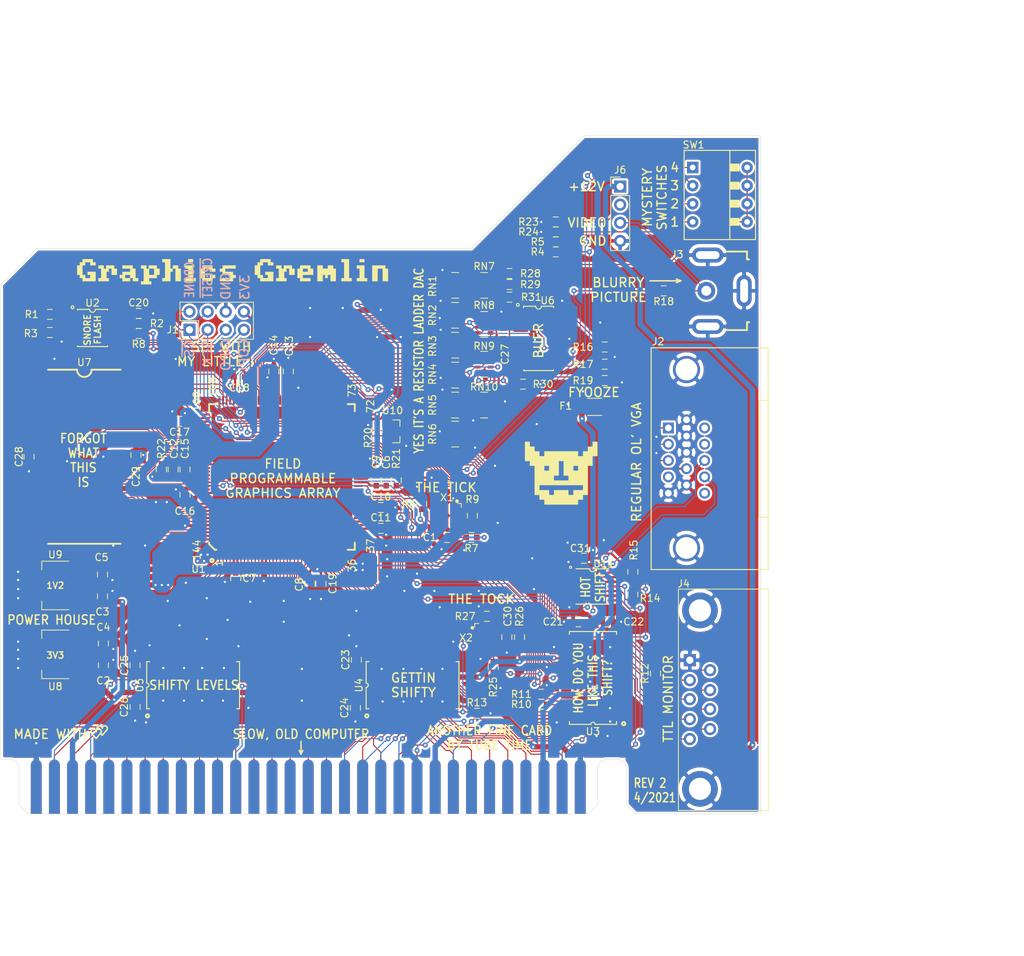
<source format=kicad_pcb>
(kicad_pcb (version 20171130) (host pcbnew "(5.1.0)-1")
  (title_block (title "Graphics Gremlin") (rev 2) (comment 1 "Copyright (C) 2021 Tube Time") (comment 2 "License. See https://creativecommons.org/licenses/by-sa/4.0/") (comment 3 "This work is licensed under a Creative Commons Attribution-ShareAlike 4.0 International"))
  (layers (0 F.Cu signal) (31 B.Cu signal) (34 B.Paste user hide) (35 F.Paste user hide) (36 B.SilkS user) (37 F.SilkS user) (38 B.Mask user) (39 F.Mask user) (44 Edge.Cuts user))
  (net 0 "")
  (net 1 "Net-(C1-Pad1)")
  (net 2 GND)
  (net 3 +5V)
  (net 4 +3V3)
  (net 5 +1V2)
  (net 6 "Net-(C6-Pad1)")
  (net 7 "Net-(C6-Pad2)")
  (net 8 "Net-(C12-Pad1)")
  (net 9 "Net-(C12-Pad2)")
  (net 10 "Net-(F1-Pad1)")
  (net 11 /CDONE)
  (net 12 /~CRESET)
  (net 13 /SPI_SCK)
  (net 14 /VSYNC_5V)
  (net 15 /HSYNC_5V)
  (net 16 /ABLUE)
  (net 17 /AGREEN)
  (net 18 /ARED)
  (net 19 /vga_dac/COMPOSITE)
  (net 20 /BLUE_5V)
  (net 21 /GREEN_5V)
  (net 22 /RED_5V)
  (net 23 "Net-(J4-Pad2)")
  (net 24 /GREEN2_5V)
  (net 25 /BLUE2_5V)
  (net 26 "/Bus Interface/~IOR_5V")
  (net 27 "/Bus Interface/~IOW_5V")
  (net 28 "/Bus Interface/~SMEMR_5V")
  (net 29 "/Bus Interface/~SMEMW_5V")
  (net 30 "/Bus Interface/~0WS_5V")
  (net 31 "/Bus Interface/A0_5V")
  (net 32 "/Bus Interface/A1_5V")
  (net 33 "/Bus Interface/A2_5V")
  (net 34 "/Bus Interface/A3_5V")
  (net 35 "/Bus Interface/A4_5V")
  (net 36 "/Bus Interface/A5_5V")
  (net 37 "/Bus Interface/A6_5V")
  (net 38 "/Bus Interface/A7_5V")
  (net 39 "/Bus Interface/A8_5V")
  (net 40 "/Bus Interface/A9_5V")
  (net 41 "/Bus Interface/A10_5V")
  (net 42 "/Bus Interface/A11_5V")
  (net 43 "/Bus Interface/A12_5V")
  (net 44 "/Bus Interface/A13_5V")
  (net 45 "/Bus Interface/A14_5V")
  (net 46 "/Bus Interface/A15_5V")
  (net 47 "/Bus Interface/A16_5V")
  (net 48 "/Bus Interface/A17_5V")
  (net 49 "/Bus Interface/A18_5V")
  (net 50 "/Bus Interface/A19_5V")
  (net 51 "/Bus Interface/RDY_5V")
  (net 52 "/Bus Interface/D0_5V")
  (net 53 "/Bus Interface/D1_5V")
  (net 54 "/Bus Interface/D2_5V")
  (net 55 "/Bus Interface/D3_5V")
  (net 56 "/Bus Interface/D4_5V")
  (net 57 "/Bus Interface/D5_5V")
  (net 58 "/Bus Interface/D6_5V")
  (net 59 "/Bus Interface/D7_5V")
  (net 60 /SPI_~CS)
  (net 61 "Net-(R2-Pad2)")
  (net 62 "Net-(R3-Pad2)")
  (net 63 /CBSEL0)
  (net 64 /CBSEL1)
  (net 65 "Net-(R6-Pad1)")
  (net 66 "Net-(R9-Pad2)")
  (net 67 "Net-(R10-Pad1)")
  (net 68 /OSC14M318)
  (net 69 /BUSCLK)
  (net 70 "Net-(R11-Pad1)")
  (net 71 /RED2_5V)
  (net 72 "/Bus Interface/DATA_DIR")
  (net 73 "Net-(R16-Pad2)")
  (net 74 "Net-(R17-Pad2)")
  (net 75 "Net-(R19-Pad2)")
  (net 76 "Net-(RN1-Pad7)")
  (net 77 "Net-(RN1-Pad6)")
  (net 78 "Net-(RN1-Pad5)")
  (net 79 "Net-(RN2-Pad6)")
  (net 80 "Net-(RN2-Pad8)")
  (net 81 "Net-(RN3-Pad7)")
  (net 82 "Net-(RN3-Pad8)")
  (net 83 "Net-(RN3-Pad6)")
  (net 84 "Net-(RN3-Pad5)")
  (net 85 "Net-(RN4-Pad6)")
  (net 86 "Net-(RN4-Pad8)")
  (net 87 "Net-(RN10-Pad2)")
  (net 88 "Net-(RN10-Pad1)")
  (net 89 "Net-(RN10-Pad3)")
  (net 90 "Net-(RN10-Pad4)")
  (net 91 "Net-(RN10-Pad5)")
  (net 92 /BUSRESET)
  (net 93 /VID_EN)
  (net 94 /RESET_5V)
  (net 95 /BUSCLK_5V)
  (net 96 /OSC_14M318_5V)
  (net 97 /ALE_5V)
  (net 98 /AEN_5V)
  (net 99 /RAM/~RAM_WE)
  (net 100 /RA18)
  (net 101 /RA9)
  (net 102 /RA5)
  (net 103 /RA6)
  (net 104 /RA7)
  (net 105 /RA8)
  (net 106 /RA13)
  (net 107 /RA12)
  (net 108 /RA11)
  (net 109 /RA10)
  (net 110 /RA14)
  (net 111 /RD2)
  (net 112 /RD5)
  (net 113 /RD3)
  (net 114 /RD4)
  (net 115 /RD0)
  (net 116 /RD7)
  (net 117 /RD1)
  (net 118 /RD6)
  (net 119 /RA17)
  (net 120 /RA3)
  (net 121 /RA16)
  (net 122 /RA4)
  (net 123 /RA15)
  (net 124 /RA0)
  (net 125 /RA1)
  (net 126 /RA2)
  (net 127 /D0)
  (net 128 /D1)
  (net 129 /D2)
  (net 130 /D3)
  (net 131 /D4)
  (net 132 /D5)
  (net 133 /D6)
  (net 134 /D7)
  (net 135 /A8)
  (net 136 /A9)
  (net 137 /A10)
  (net 138 /A11)
  (net 139 /A12)
  (net 140 /A13)
  (net 141 /A14)
  (net 142 /A15)
  (net 143 /A0)
  (net 144 /A1)
  (net 145 /A2)
  (net 146 /A3)
  (net 147 /A4)
  (net 148 /A5)
  (net 149 /A6)
  (net 150 /A7)
  (net 151 /A16)
  (net 152 /A17)
  (net 153 /A18)
  (net 154 /A19)
  (net 155 /~IOR)
  (net 156 /~IOW)
  (net 157 /~SMEMR)
  (net 158 /~SMEMW)
  (net 159 /AEN)
  (net 160 /ALE)
  (net 161 /B0)
  (net 162 /B1)
  (net 163 /B2)
  (net 164 /B3)
  (net 165 /B4)
  (net 166 /B5)
  (net 167 /BLUE)
  (net 168 /VSYNC)
  (net 169 /GREEN)
  (net 170 /HSYNC)
  (net 171 /RED)
  (net 172 /BLUE2)
  (net 173 /RED2)
  (net 174 /GREEN2)
  (net 175 /G6)
  (net 176 /G2)
  (net 177 /G4)
  (net 178 /G3)
  (net 179 /G5)
  (net 180 /G0)
  (net 181 /G1)
  (net 182 /R2)
  (net 183 /R4)
  (net 184 /R3)
  (net 185 /R5)
  (net 186 /R0)
  (net 187 /R1)
  (net 188 /SW2)
  (net 189 /SW3)
  (net 190 /SPI_CIPO)
  (net 191 /SPI_COPI)
  (net 192 "Net-(C30-Pad1)")
  (net 193 /VGA_VSYNC_5V)
  (net 194 /VGA_HSYNC_5V)
  (net 195 "/Bus Interface/RDY")
  (net 196 "/Bus Interface/~0WS")
  (net 197 "Net-(R25-Pad1)")
  (net 198 "Net-(R27-Pad2)")
  (net 199 "Net-(R28-Pad2)")
  (net 200 "Net-(R29-Pad2)")
  (net 201 "Net-(R30-Pad2)")
  (net 202 /VGA_HSYNC)
  (net 203 /VGA_VSYNC)
  (net 204 +12V)
  (net 205 "Net-(R31-Pad1)")
  (net 206 /OSC10M)
  (module Fiducials:Fiducial_1mm_Dia_2mm_Outer (layer F.Cu) (at 195.072 132.588)
    (fp_text reference FID3 hide)
    (fp_text value Fiducial)
    (pad ~ smd circle (at 0 0) (size 1 1) (layers F.Cu F.Mask) (clearance 0.5))
  )
  (module Fiducials:Fiducial_1mm_Dia_2mm_Outer (layer F.Cu) (at 95.504 121.158)
    (fp_text reference FID2 hide)
    (fp_text value Fiducial)
    (pad ~ smd circle (at 0 0) (size 1 1) (layers F.Cu F.Mask) (clearance 0.5))
  )
  (module Fiducials:Fiducial_1mm_Dia_2mm_Outer (layer F.Cu) (at 96.52 61.976)
    (fp_text reference FID1 hide)
    (fp_text value Fiducial)
    (pad ~ smd circle (at 0 0) (size 1 1) (layers F.Cu F.Mask) (clearance 0.5))
  )
  (module Passive:RESC1608X55 (layer F.Cu) (at 162.814 63.5 180)
    (fp_text reference R31 (at -3.048 0 180) (layer F.SilkS))
    (fp_text value 75)
    (pad 2 smd rect (at 0.75 0 180) (size 0.8 0.75) (layers F.Cu F.Paste F.Mask) (net 3 +5V))
    (pad 1 smd rect (at -0.75 0 180) (size 0.8 0.75) (layers F.Cu F.Paste F.Mask) (net 205 "Net-(R31-Pad1)"))
  )
  (module Pin_Headers:Pin_Header_Straight_1x04_Pitch2.54mm (layer F.Cu) (at 178.308 48.006)
    (fp_text reference J6 (at 0 -2.33) (layer F.SilkS))
    (fp_text value RFMOD)
    (pad 1 thru_hole rect (at 0 0) (size 1.7 1.7) (drill 1) (layers *.Cu *.Mask) (net 204 +12V))
    (pad 2 thru_hole oval (at 0 2.54) (size 1.7 1.7) (drill 1) (layers *.Cu *.Mask))
    (pad 3 thru_hole oval (at 0 5.08) (size 1.7 1.7) (drill 1) (layers *.Cu *.Mask) (net 19 /vga_dac/COMPOSITE))
    (pad 4 thru_hole oval (at 0 7.62) (size 1.7 1.7) (drill 1) (layers *.Cu *.Mask) (net 2 GND))
  )
  (module Passive:CAPC1608X100 (layer F.Cu) (at 173.228 100.076 180)
    (fp_text reference C31 (at 0.508 1.397) (layer F.SilkS))
    (fp_text value 1u)
    (pad 2 smd rect (at 0.75 0 180) (size 0.8 0.75) (layers F.Cu F.Paste F.Mask) (net 2 GND))
    (pad 1 smd rect (at -0.75 0 180) (size 0.8 0.75) (layers F.Cu F.Paste F.Mask) (net 3 +5V))
  )
  (module Passive:XTAL320X250X120-4 (layer F.Cu) (at 159.639 111.215 270)
    (fp_text reference X2 (at 0 2.921) (layer F.SilkS))
    (fp_text value 14.318MHz)
    (pad 4 smd rect (at -1.15 -0.95 270) (size 1.3 1.1) (layers F.Cu F.Paste F.Mask) (net 192 "Net-(C30-Pad1)"))
    (pad 3 smd rect (at 1.15 -0.95 270) (size 1.3 1.1) (layers F.Cu F.Paste F.Mask) (net 197 "Net-(R25-Pad1)"))
    (pad 2 smd rect (at 1.15 0.95 270) (size 1.3 1.1) (layers F.Cu F.Paste F.Mask) (net 2 GND))
    (pad 1 smd rect (at -1.15 0.95 270) (size 1.3 1.1) (layers F.Cu F.Paste F.Mask) (net 198 "Net-(R27-Pad2)"))
  )
  (module Active:TSOP65P640X110-14 (layer F.Cu) (at 174.432999 104.997421)
    (fp_text reference U11 (at 1.589001 -4.159421) (layer F.SilkS))
    (fp_text value 74HCT125)
    (pad 1 smd rect (at -3 -2.925) (size 1.8 0.3) (layers F.Cu F.Paste F.Mask) (net 2 GND))
    (pad 2 smd rect (at -3 -2.275) (size 1.8 0.3) (layers F.Cu F.Paste F.Mask) (net 202 /VGA_HSYNC))
    (pad 3 smd rect (at -3 -1.625) (size 1.8 0.3) (layers F.Cu F.Paste F.Mask) (net 194 /VGA_HSYNC_5V))
    (pad 4 smd rect (at -3 -0.975) (size 1.8 0.3) (layers F.Cu F.Paste F.Mask) (net 2 GND))
    (pad 5 smd rect (at -3 -0.325) (size 1.8 0.3) (layers F.Cu F.Paste F.Mask) (net 203 /VGA_VSYNC))
    (pad 10 smd rect (at 3 -0.325) (size 1.8 0.3) (layers F.Cu F.Paste F.Mask) (net 195 "/Bus Interface/RDY"))
    (pad 11 smd rect (at 3 -0.975) (size 1.8 0.3) (layers F.Cu F.Paste F.Mask) (net 30 "/Bus Interface/~0WS_5V"))
    (pad 12 smd rect (at 3 -1.625) (size 1.8 0.3) (layers F.Cu F.Paste F.Mask) (net 2 GND))
    (pad 13 smd rect (at 3 -2.275) (size 1.8 0.3) (layers F.Cu F.Paste F.Mask) (net 196 "/Bus Interface/~0WS"))
    (pad 14 smd rect (at 3 -2.925) (size 1.8 0.3) (layers F.Cu F.Paste F.Mask) (net 3 +5V))
    (pad 6 smd rect (at -3 0.325) (size 1.8 0.3) (layers F.Cu F.Paste F.Mask) (net 193 /VGA_VSYNC_5V))
    (pad 7 smd rect (at -3 0.975) (size 1.8 0.3) (layers F.Cu F.Paste F.Mask) (net 2 GND))
    (pad 8 smd rect (at 3 0.975) (size 1.8 0.3) (layers F.Cu F.Paste F.Mask) (net 51 "/Bus Interface/RDY_5V"))
    (pad 9 smd rect (at 3 0.325) (size 1.8 0.3) (layers F.Cu F.Paste F.Mask) (net 2 GND))
  )
  (module Passive:RESC1608X55 (layer F.Cu) (at 164.719 75.692 180)
    (fp_text reference R30 (at -2.794 0 180) (layer F.SilkS))
    (fp_text value 237)
    (pad 2 smd rect (at 0.75 0 180) (size 0.8 0.75) (layers F.Cu F.Paste F.Mask) (net 201 "Net-(R30-Pad2)"))
    (pad 1 smd rect (at -0.75 0 180) (size 0.8 0.75) (layers F.Cu F.Paste F.Mask) (net 2 GND))
  )
  (module Passive:RESC1608X55 (layer F.Cu) (at 162.814 61.722)
    (fp_text reference R29 (at 2.921 0) (layer F.SilkS))
    (fp_text value 237)
    (pad 2 smd rect (at 0.75 0) (size 0.8 0.75) (layers F.Cu F.Paste F.Mask) (net 200 "Net-(R29-Pad2)"))
    (pad 1 smd rect (at -0.75 0) (size 0.8 0.75) (layers F.Cu F.Paste F.Mask) (net 2 GND))
  )
  (module Passive:RESC1608X55 (layer F.Cu) (at 162.814 60.198)
    (fp_text reference R28 (at 2.921 0) (layer F.SilkS))
    (fp_text value 237)
    (pad 2 smd rect (at 0.75 0) (size 0.8 0.75) (layers F.Cu F.Paste F.Mask) (net 199 "Net-(R28-Pad2)"))
    (pad 1 smd rect (at -0.75 0) (size 0.8 0.75) (layers F.Cu F.Paste F.Mask) (net 2 GND))
  )
  (module Passive:RESC1608X55 (layer F.Cu) (at 159.639 108.204 180)
    (fp_text reference R27 (at 3.048 0 180) (layer F.SilkS))
    (fp_text value 10K)
    (pad 2 smd rect (at 0.75 0 180) (size 0.8 0.75) (layers F.Cu F.Paste F.Mask) (net 198 "Net-(R27-Pad2)"))
    (pad 1 smd rect (at -0.75 0 180) (size 0.8 0.75) (layers F.Cu F.Paste F.Mask) (net 192 "Net-(C30-Pad1)"))
  )
  (module Passive:RESC1608X55 (layer F.Cu) (at 164.211 111.125 90)
    (fp_text reference R26 (at 2.921 0 90) (layer F.SilkS))
    (fp_text value 10)
    (pad 2 smd rect (at 0.75 0 90) (size 0.8 0.75) (layers F.Cu F.Paste F.Mask) (net 192 "Net-(C30-Pad1)"))
    (pad 1 smd rect (at -0.75 0 90) (size 0.8 0.75) (layers F.Cu F.Paste F.Mask) (net 4 +3V3))
  )
  (module Passive:RESC1608X55 (layer F.Cu) (at 160.528 115.316 270)
    (fp_text reference R25 (at 2.794 0 270) (layer F.SilkS))
    (fp_text value 10)
    (pad 2 smd rect (at 0.75 0 270) (size 0.8 0.75) (layers F.Cu F.Paste F.Mask) (net 68 /OSC14M318))
    (pad 1 smd rect (at -0.75 0 270) (size 0.8 0.75) (layers F.Cu F.Paste F.Mask) (net 197 "Net-(R25-Pad1)"))
  )
  (module Passive:CAPC1608X100 (layer F.Cu) (at 162.433 111.125 270)
    (fp_text reference C30 (at -2.921 -0.127 270) (layer F.SilkS))
    (fp_text value 1u)
    (pad 2 smd rect (at 0.75 0 270) (size 0.8 0.75) (layers F.Cu F.Paste F.Mask) (net 2 GND))
    (pad 1 smd rect (at -0.75 0 270) (size 0.8 0.75) (layers F.Cu F.Paste F.Mask) (net 192 "Net-(C30-Pad1)"))
  )
  (module Pin_Headers:Pin_Header_Straight_2x04_Pitch2.54mm (layer F.Cu) (at 117.983 68.072 90)
    (fp_text reference J1 (at 0 -2.33 180) (layer F.SilkS))
    (fp_text value PROG)
    (pad 1 thru_hole rect (at 0 0 90) (size 1.7 1.7) (drill 1) (layers *.Cu *.Mask) (net 60 /SPI_~CS))
    (pad 2 thru_hole oval (at 2.54 0 90) (size 1.7 1.7) (drill 1) (layers *.Cu *.Mask) (net 11 /CDONE))
    (pad 3 thru_hole oval (at 0 2.54 90) (size 1.7 1.7) (drill 1) (layers *.Cu *.Mask) (net 13 /SPI_SCK))
    (pad 4 thru_hole oval (at 2.54 2.54 90) (size 1.7 1.7) (drill 1) (layers *.Cu *.Mask) (net 12 /~CRESET))
    (pad 5 thru_hole oval (at 0 5.08 90) (size 1.7 1.7) (drill 1) (layers *.Cu *.Mask) (net 190 /SPI_CIPO))
    (pad 6 thru_hole oval (at 2.54 5.08 90) (size 1.7 1.7) (drill 1) (layers *.Cu *.Mask) (net 2 GND))
    (pad 7 thru_hole oval (at 0 7.62 90) (size 1.7 1.7) (drill 1) (layers *.Cu *.Mask) (net 191 /SPI_COPI))
    (pad 8 thru_hole oval (at 2.54 7.62 90) (size 1.7 1.7) (drill 1) (layers *.Cu *.Mask) (net 4 +3V3))
  )
  (module ISAVideo:graphics_gremlin (layer F.Cu) (at 123.952 59.944)
    (fp_text reference G*** hide)
    (fp_text value LOGO hide)
  )
  (module ISAVideo:gremlin (layer F.Cu) (at 170.053 88.138)
    (fp_text reference G*** hide)
    (fp_text value LOGO hide)
  )
  (module Conn:DB15HDFC (layer F.Cu) (at 187.6 73.638 270)
    (fp_text reference J2 (at -3.915 3.958) (layer F.SilkS))
    (fp_text value DE15)
    (pad SH thru_hole circle (at 24.9936 0 270) (size 3.81 3.81) (drill 3.048) (layers *.Cu *.Mask) (net 2 GND))
    (pad SH thru_hole circle (at 0 0 270) (size 3.81 3.81) (drill 3.048) (layers *.Cu *.Mask) (net 2 GND))
    (pad 1 thru_hole rect (at 8.1788 2.54 270) (size 1.524 1.524) (drill 0.9398) (layers *.Cu *.Mask) (net 18 /ARED))
    (pad 2 thru_hole circle (at 10.4648 2.54 270) (size 1.524 1.524) (drill 0.9398) (layers *.Cu *.Mask) (net 17 /AGREEN))
    (pad 3 thru_hole circle (at 12.7508 2.54 270) (size 1.524 1.524) (drill 0.9398) (layers *.Cu *.Mask) (net 16 /ABLUE))
    (pad 4 thru_hole circle (at 15.0368 2.54 270) (size 1.524 1.524) (drill 0.9398) (layers *.Cu *.Mask))
    (pad 5 thru_hole circle (at 17.3228 2.54 270) (size 1.524 1.524) (drill 0.9398) (layers *.Cu *.Mask) (net 2 GND))
    (pad 7 thru_hole circle (at 9.3218 0 270) (size 1.524 1.524) (drill 0.9398) (layers *.Cu *.Mask) (net 2 GND))
    (pad 8 thru_hole circle (at 11.6078 0 270) (size 1.524 1.524) (drill 0.9398) (layers *.Cu *.Mask) (net 2 GND))
    (pad 9 thru_hole circle (at 13.8938 0 270) (size 1.524 1.524) (drill 0.9398) (layers *.Cu *.Mask) (net 10 "Net-(F1-Pad1)"))
    (pad 10 thru_hole circle (at 16.1798 0 270) (size 1.524 1.524) (drill 0.9398) (layers *.Cu *.Mask) (net 2 GND))
    (pad 6 thru_hole circle (at 7.0358 0 270) (size 1.524 1.524) (drill 0.9398) (layers *.Cu *.Mask) (net 2 GND))
    (pad 11 thru_hole circle (at 8.1788 -2.54 270) (size 1.524 1.524) (drill 0.9398) (layers *.Cu *.Mask))
    (pad 12 thru_hole circle (at 10.4648 -2.54 270) (size 1.524 1.524) (drill 0.9398) (layers *.Cu *.Mask))
    (pad 13 thru_hole circle (at 12.7508 -2.54 270) (size 1.524 1.524) (drill 0.9398) (layers *.Cu *.Mask) (net 194 /VGA_HSYNC_5V))
    (pad 14 thru_hole circle (at 15.0368 -2.54 270) (size 1.524 1.524) (drill 0.9398) (layers *.Cu *.Mask) (net 193 /VGA_VSYNC_5V))
    (pad 15 thru_hole circle (at 17.3228 -2.54 270) (size 1.524 1.524) (drill 0.9398) (layers *.Cu *.Mask))
  )
  (module Passive:RESC1608X55 (layer F.Cu) (at 169.291 54.356 180)
    (fp_text reference R24 (at 3.81 0 180) (layer F.SilkS))
    (fp_text value 10K)
    (pad 2 smd rect (at 0.75 0 180) (size 0.8 0.75) (layers F.Cu F.Paste F.Mask) (net 2 GND))
    (pad 1 smd rect (at -0.75 0 180) (size 0.8 0.75) (layers F.Cu F.Paste F.Mask) (net 189 /SW3))
  )
  (module Passive:RESC1608X55 (layer F.Cu) (at 169.291 52.959 180)
    (fp_text reference R23 (at 3.81 0 180) (layer F.SilkS))
    (fp_text value 10K)
    (pad 2 smd rect (at 0.75 0 180) (size 0.8 0.75) (layers F.Cu F.Paste F.Mask) (net 2 GND))
    (pad 1 smd rect (at -0.75 0 180) (size 0.8 0.75) (layers F.Cu F.Paste F.Mask) (net 188 /SW2))
  )
  (module Conn:DB9FC2 (layer F.Cu) (at 188.064 125.4 270)
    (fp_text reference J4 (at -21.768 0.856) (layer F.SilkS))
    (fp_text value DE9)
    (pad SH thru_hole circle (at 6.975 -1.42 270) (size 5 5) (drill 3.1) (layers *.Cu *.Mask) (net 2 GND))
    (pad SH thru_hole circle (at -18.025 -1.42 270) (size 5 5) (drill 3.1) (layers *.Cu *.Mask) (net 2 GND))
    (pad 5 thru_hole circle (at 0 0 270) (size 1.7 1.7) (drill 1.02) (layers *.Cu *.Mask) (net 20 /BLUE_5V))
    (pad 4 thru_hole circle (at -2.79 0 270) (size 1.7 1.7) (drill 1.02) (layers *.Cu *.Mask) (net 21 /GREEN_5V))
    (pad 3 thru_hole circle (at -5.59 0 270) (size 1.7 1.7) (drill 1.02) (layers *.Cu *.Mask) (net 22 /RED_5V))
    (pad 2 thru_hole circle (at -8.25 0 270) (size 1.7 1.7) (drill 1.02) (layers *.Cu *.Mask) (net 23 "Net-(J4-Pad2)"))
    (pad 1 thru_hole rect (at -11.05 0 270) (size 1.7 1.7) (drill 1.02) (layers *.Cu *.Mask) (net 2 GND))
    (pad 6 thru_hole circle (at -9.65 -2.84 270) (size 1.7 1.7) (drill 1.02) (layers *.Cu *.Mask) (net 24 /GREEN2_5V))
    (pad 7 thru_hole circle (at -6.86 -2.84 270) (size 1.7 1.7) (drill 1.02) (layers *.Cu *.Mask) (net 25 /BLUE2_5V))
    (pad 8 thru_hole circle (at -4.19 -2.84 270) (size 1.7 1.7) (drill 1.02) (layers *.Cu *.Mask) (net 15 /HSYNC_5V))
    (pad 9 thru_hole circle (at -1.4 -2.84 270) (size 1.7 1.7) (drill 1.02) (layers *.Cu *.Mask) (net 14 /VSYNC_5V))
  )
  (module Switch:SW_DIP254P762X635-8 (layer F.Cu) (at 188.468 45.339)
    (fp_text reference SW1 (at 0.127 -3.175) (layer F.SilkS))
    (fp_text value SW_DIP_x04)
    (pad 1 thru_hole rect (at 0 0) (size 1.6 1.6) (drill 0.8) (layers *.Cu *.Mask) (net 63 /CBSEL0))
    (pad 2 thru_hole oval (at 0 2.54) (size 1.6 1.6) (drill 0.8) (layers *.Cu *.Mask) (net 64 /CBSEL1))
    (pad 3 thru_hole oval (at 0 5.08) (size 1.6 1.6) (drill 0.8) (layers *.Cu *.Mask) (net 188 /SW2))
    (pad 4 thru_hole oval (at 0 7.62) (size 1.6 1.6) (drill 0.8) (layers *.Cu *.Mask) (net 189 /SW3))
    (pad 5 thru_hole oval (at 7.62 7.62) (size 1.6 1.6) (drill 0.8) (layers *.Cu *.Mask) (net 4 +3V3))
    (pad 6 thru_hole oval (at 7.62 5.08) (size 1.6 1.6) (drill 0.8) (layers *.Cu *.Mask) (net 4 +3V3))
    (pad 7 thru_hole oval (at 7.62 2.54) (size 1.6 1.6) (drill 0.8) (layers *.Cu *.Mask) (net 4 +3V3))
    (pad 8 thru_hole oval (at 7.62 0) (size 1.6 1.6) (drill 0.8) (layers *.Cu *.Mask) (net 4 +3V3))
  )
  (module Passive:CAPC1608X100 (layer F.Cu) (at 110.49 85.598 90)
    (fp_text reference C29 (at -3.048 0 90) (layer F.SilkS))
    (fp_text value 1u)
    (pad 2 smd rect (at 0.75 0 90) (size 0.8 0.75) (layers F.Cu F.Paste F.Mask) (net 2 GND))
    (pad 1 smd rect (at -0.75 0 90) (size 0.8 0.75) (layers F.Cu F.Paste F.Mask) (net 4 +3V3))
  )
  (module Passive:CAPC1608X100 (layer F.Cu) (at 95.504 85.852 270)
    (fp_text reference C28 (at 0 1.397 270) (layer F.SilkS))
    (fp_text value 1u)
    (pad 2 smd rect (at 0.75 0 270) (size 0.8 0.75) (layers F.Cu F.Paste F.Mask) (net 2 GND))
    (pad 1 smd rect (at -0.75 0 270) (size 0.8 0.75) (layers F.Cu F.Paste F.Mask) (net 4 +3V3))
  )
  (module Passive:CAPC1608X100 (layer F.Cu) (at 161.925 68.58 90)
    (fp_text reference C27 (at -2.921 0.254 90) (layer F.SilkS))
    (fp_text value 1u)
    (pad 2 smd rect (at 0.75 0 90) (size 0.8 0.75) (layers F.Cu F.Paste F.Mask) (net 2 GND))
    (pad 1 smd rect (at -0.75 0 90) (size 0.8 0.75) (layers F.Cu F.Paste F.Mask) (net 3 +5V))
  )
  (module Passive:CAPC1608X100 (layer F.Cu) (at 110.363 120.904 270)
    (fp_text reference C26 (at 0 1.524 270) (layer F.SilkS))
    (fp_text value 1u)
    (pad 2 smd rect (at 0.75 0 270) (size 0.8 0.75) (layers F.Cu F.Paste F.Mask) (net 2 GND))
    (pad 1 smd rect (at -0.75 0 270) (size 0.8 0.75) (layers F.Cu F.Paste F.Mask) (net 3 +5V))
  )
  (module Passive:CAPC1608X100 (layer F.Cu) (at 110.363 115.062 90)
    (fp_text reference C25 (at 0 -1.5 90) (layer F.SilkS))
    (fp_text value 1u)
    (pad 2 smd rect (at 0.75 0 90) (size 0.8 0.75) (layers F.Cu F.Paste F.Mask) (net 2 GND))
    (pad 1 smd rect (at -0.75 0 90) (size 0.8 0.75) (layers F.Cu F.Paste F.Mask) (net 4 +3V3))
  )
  (module Passive:CAPC1608X100 (layer F.Cu) (at 141.224 121.031 270)
    (fp_text reference C24 (at 0 1.524 270) (layer F.SilkS))
    (fp_text value 1u)
    (pad 2 smd rect (at 0.75 0 270) (size 0.8 0.75) (layers F.Cu F.Paste F.Mask) (net 2 GND))
    (pad 1 smd rect (at -0.75 0 270) (size 0.8 0.75) (layers F.Cu F.Paste F.Mask) (net 3 +5V))
  )
  (module Passive:CAPC1608X100 (layer F.Cu) (at 141.351 114.3 90)
    (fp_text reference C23 (at 0 -1.5 90) (layer F.SilkS))
    (fp_text value 1u)
    (pad 2 smd rect (at 0.75 0 90) (size 0.8 0.75) (layers F.Cu F.Paste F.Mask) (net 2 GND))
    (pad 1 smd rect (at -0.75 0 90) (size 0.8 0.75) (layers F.Cu F.Paste F.Mask) (net 4 +3V3))
  )
  (module Passive:CAPC1608X100 (layer F.Cu) (at 176.53 108.966)
    (fp_text reference C22 (at 3.683 0) (layer F.SilkS))
    (fp_text value 1u)
    (pad 2 smd rect (at 0.75 0) (size 0.8 0.75) (layers F.Cu F.Paste F.Mask) (net 2 GND))
    (pad 1 smd rect (at -0.75 0) (size 0.8 0.75) (layers F.Cu F.Paste F.Mask) (net 3 +5V))
  )
  (module Passive:CAPC1608X100 (layer F.Cu) (at 172.466 108.966 180)
    (fp_text reference C21 (at 3.556 0 180) (layer F.SilkS))
    (fp_text value 1u)
    (pad 2 smd rect (at 0.75 0 180) (size 0.8 0.75) (layers F.Cu F.Paste F.Mask) (net 2 GND))
    (pad 1 smd rect (at -0.75 0 180) (size 0.8 0.75) (layers F.Cu F.Paste F.Mask) (net 4 +3V3))
  )
  (module Passive:CAPC1608X100 (layer F.Cu) (at 110.871 65.786)
    (fp_text reference C20 (at 0 -1.5) (layer F.SilkS))
    (fp_text value 1u)
    (pad 2 smd rect (at 0.75 0) (size 0.8 0.75) (layers F.Cu F.Paste F.Mask) (net 2 GND))
    (pad 1 smd rect (at -0.75 0) (size 0.8 0.75) (layers F.Cu F.Paste F.Mask) (net 4 +3V3))
  )
  (module Passive:XTAL320X250X120-4 (layer F.Cu) (at 154.051 94.107 180)
    (fp_text reference X1 (at 0 2.54 180) (layer F.SilkS))
    (fp_text value 10MHz)
    (pad 4 smd rect (at -1.15 -0.95 180) (size 1.3 1.1) (layers F.Cu F.Paste F.Mask) (net 1 "Net-(C1-Pad1)"))
    (pad 3 smd rect (at 1.15 -0.95 180) (size 1.3 1.1) (layers F.Cu F.Paste F.Mask) (net 65 "Net-(R6-Pad1)"))
    (pad 2 smd rect (at 1.15 0.95 180) (size 1.3 1.1) (layers F.Cu F.Paste F.Mask) (net 2 GND))
    (pad 1 smd rect (at -1.15 0.95 180) (size 1.3 1.1) (layers F.Cu F.Paste F.Mask) (net 66 "Net-(R9-Pad2)"))
  )
  (module Active:SOJ127P1118X376-36 (layer F.Cu) (at 103.251 85.852)
    (fp_text reference U7 (at 0 -13.208) (layer F.SilkS))
    (fp_text value IS61C5128AL-10KLI)
    (pad 36 smd oval (at 4.7752 -10.795) (size 2.3368 0.7112) (layers F.Cu F.Paste F.Mask))
    (pad 35 smd oval (at 4.7752 -9.525) (size 2.3368 0.7112) (layers F.Cu F.Paste F.Mask) (net 100 /RA18))
    (pad 34 smd oval (at 4.7752 -8.255) (size 2.3368 0.7112) (layers F.Cu F.Paste F.Mask) (net 119 /RA17))
    (pad 33 smd oval (at 4.7752 -6.985) (size 2.3368 0.7112) (layers F.Cu F.Paste F.Mask) (net 121 /RA16))
    (pad 32 smd oval (at 4.7752 -5.715) (size 2.3368 0.7112) (layers F.Cu F.Paste F.Mask) (net 123 /RA15))
    (pad 31 smd oval (at 4.7752 -4.445) (size 2.3368 0.7112) (layers F.Cu F.Paste F.Mask) (net 2 GND))
    (pad 30 smd oval (at 4.7752 -3.175) (size 2.3368 0.7112) (layers F.Cu F.Paste F.Mask) (net 116 /RD7))
    (pad 29 smd oval (at 4.7752 -1.905) (size 2.3368 0.7112) (layers F.Cu F.Paste F.Mask) (net 118 /RD6))
    (pad 28 smd oval (at 4.7752 -0.635) (size 2.3368 0.7112) (layers F.Cu F.Paste F.Mask) (net 2 GND))
    (pad 27 smd oval (at 4.7752 0.635) (size 2.3368 0.7112) (layers F.Cu F.Paste F.Mask) (net 4 +3V3))
    (pad 26 smd oval (at 4.7752 1.905) (size 2.3368 0.7112) (layers F.Cu F.Paste F.Mask) (net 112 /RD5))
    (pad 25 smd oval (at 4.7752 3.175) (size 2.3368 0.7112) (layers F.Cu F.Paste F.Mask) (net 114 /RD4))
    (pad 24 smd oval (at 4.7752 4.445) (size 2.3368 0.7112) (layers F.Cu F.Paste F.Mask) (net 110 /RA14))
    (pad 23 smd oval (at 4.7752 5.715) (size 2.3368 0.7112) (layers F.Cu F.Paste F.Mask) (net 106 /RA13))
    (pad 22 smd oval (at 4.7752 6.985) (size 2.3368 0.7112) (layers F.Cu F.Paste F.Mask) (net 107 /RA12))
    (pad 21 smd oval (at 4.7752 8.255) (size 2.3368 0.7112) (layers F.Cu F.Paste F.Mask) (net 108 /RA11))
    (pad 20 smd oval (at 4.7752 9.525) (size 2.3368 0.7112) (layers F.Cu F.Paste F.Mask) (net 109 /RA10))
    (pad 19 smd oval (at 4.7752 10.795) (size 2.3368 0.7112) (layers F.Cu F.Paste F.Mask))
    (pad 18 smd oval (at -4.7752 10.795) (size 2.3368 0.7112) (layers F.Cu F.Paste F.Mask) (net 101 /RA9))
    (pad 17 smd oval (at -4.7752 9.525) (size 2.3368 0.7112) (layers F.Cu F.Paste F.Mask) (net 105 /RA8))
    (pad 16 smd oval (at -4.7752 8.255) (size 2.3368 0.7112) (layers F.Cu F.Paste F.Mask) (net 104 /RA7))
    (pad 15 smd oval (at -4.7752 6.985) (size 2.3368 0.7112) (layers F.Cu F.Paste F.Mask) (net 103 /RA6))
    (pad 14 smd oval (at -4.7752 5.715) (size 2.3368 0.7112) (layers F.Cu F.Paste F.Mask) (net 102 /RA5))
    (pad 13 smd oval (at -4.7752 4.445) (size 2.3368 0.7112) (layers F.Cu F.Paste F.Mask) (net 99 /RAM/~RAM_WE))
    (pad 12 smd oval (at -4.7752 3.175) (size 2.3368 0.7112) (layers F.Cu F.Paste F.Mask) (net 113 /RD3))
    (pad 11 smd oval (at -4.7752 1.905) (size 2.3368 0.7112) (layers F.Cu F.Paste F.Mask) (net 111 /RD2))
    (pad 10 smd oval (at -4.7752 0.635) (size 2.3368 0.7112) (layers F.Cu F.Paste F.Mask) (net 2 GND))
    (pad 9 smd oval (at -4.7752 -0.635) (size 2.3368 0.7112) (layers F.Cu F.Paste F.Mask) (net 4 +3V3))
    (pad 8 smd oval (at -4.7752 -1.905) (size 2.3368 0.7112) (layers F.Cu F.Paste F.Mask) (net 117 /RD1))
    (pad 7 smd oval (at -4.7752 -3.175) (size 2.3368 0.7112) (layers F.Cu F.Paste F.Mask) (net 115 /RD0))
    (pad 6 smd oval (at -4.7752 -4.445) (size 2.3368 0.7112) (layers F.Cu F.Paste F.Mask) (net 2 GND))
    (pad 5 smd oval (at -4.7752 -5.715) (size 2.3368 0.7112) (layers F.Cu F.Paste F.Mask) (net 122 /RA4))
    (pad 4 smd oval (at -4.7752 -6.985) (size 2.3368 0.7112) (layers F.Cu F.Paste F.Mask) (net 120 /RA3))
    (pad 3 smd oval (at -4.7752 -8.255) (size 2.3368 0.7112) (layers F.Cu F.Paste F.Mask) (net 126 /RA2))
    (pad 2 smd oval (at -4.7752 -9.525) (size 2.3368 0.7112) (layers F.Cu F.Paste F.Mask) (net 125 /RA1))
    (pad 1 smd oval (at -4.7752 -10.795) (size 2.3368 0.7112) (layers F.Cu F.Paste F.Mask) (net 124 /RA0))
  )
  (module Passive:RESCAV80P320X160X70-8 (layer F.Cu) (at 155.194 61.849)
    (fp_text reference RN1 (at -3.175 0.127 90) (layer F.SilkS))
    (fp_text value 604)
    (pad 5 smd rect (at 0.9 1.2) (size 0.8 0.5) (layers F.Cu F.Paste F.Mask) (net 78 "Net-(RN1-Pad5)"))
    (pad 6 smd rect (at 0.9 0.4) (size 0.8 0.4) (layers F.Cu F.Paste F.Mask) (net 77 "Net-(RN1-Pad6)"))
    (pad 8 smd rect (at 0.9 -1.2) (size 0.8 0.5) (layers F.Cu F.Paste F.Mask) (net 199 "Net-(R28-Pad2)"))
    (pad 7 smd rect (at 0.9 -0.4) (size 0.8 0.4) (layers F.Cu F.Paste F.Mask) (net 76 "Net-(RN1-Pad7)"))
    (pad 4 smd rect (at -0.9 1.2) (size 0.8 0.5) (layers F.Cu F.Paste F.Mask) (net 182 /R2))
    (pad 2 smd rect (at -0.9 -0.4) (size 0.8 0.4) (layers F.Cu F.Paste F.Mask) (net 183 /R4))
    (pad 3 smd rect (at -0.9 0.4) (size 0.8 0.4) (layers F.Cu F.Paste F.Mask) (net 184 /R3))
    (pad 1 smd rect (at -0.9 -1.2) (size 0.8 0.5) (layers F.Cu F.Paste F.Mask) (net 185 /R5))
  )
  (module Passive:RESCAV80P320X160X70-8 (layer F.Cu) (at 155.194 66.04)
    (fp_text reference RN2 (at -3.175 0 90) (layer F.SilkS))
    (fp_text value 604)
    (pad 5 smd rect (at 0.9 1.2) (size 0.8 0.5) (layers F.Cu F.Paste F.Mask) (net 200 "Net-(R29-Pad2)"))
    (pad 6 smd rect (at 0.9 0.4) (size 0.8 0.4) (layers F.Cu F.Paste F.Mask) (net 79 "Net-(RN2-Pad6)"))
    (pad 8 smd rect (at 0.9 -1.2) (size 0.8 0.5) (layers F.Cu F.Paste F.Mask) (net 80 "Net-(RN2-Pad8)"))
    (pad 7 smd rect (at 0.9 -0.4) (size 0.8 0.4) (layers F.Cu F.Paste F.Mask) (net 79 "Net-(RN2-Pad6)"))
    (pad 4 smd rect (at -0.9 1.2) (size 0.8 0.5) (layers F.Cu F.Paste F.Mask) (net 175 /G6))
    (pad 2 smd rect (at -0.9 -0.4) (size 0.8 0.4) (layers F.Cu F.Paste F.Mask) (net 186 /R0))
    (pad 3 smd rect (at -0.9 0.4) (size 0.8 0.4) (layers F.Cu F.Paste F.Mask) (net 2 GND))
    (pad 1 smd rect (at -0.9 -1.2) (size 0.8 0.5) (layers F.Cu F.Paste F.Mask) (net 187 /R1))
  )
  (module Passive:RESCAV80P320X160X70-8 (layer F.Cu) (at 155.194 70.231)
    (fp_text reference RN3 (at -3.175 0.127 90) (layer F.SilkS))
    (fp_text value 604)
    (pad 5 smd rect (at 0.9 1.2) (size 0.8 0.5) (layers F.Cu F.Paste F.Mask) (net 84 "Net-(RN3-Pad5)"))
    (pad 6 smd rect (at 0.9 0.4) (size 0.8 0.4) (layers F.Cu F.Paste F.Mask) (net 83 "Net-(RN3-Pad6)"))
    (pad 8 smd rect (at 0.9 -1.2) (size 0.8 0.5) (layers F.Cu F.Paste F.Mask) (net 82 "Net-(RN3-Pad8)"))
    (pad 7 smd rect (at 0.9 -0.4) (size 0.8 0.4) (layers F.Cu F.Paste F.Mask) (net 81 "Net-(RN3-Pad7)"))
    (pad 4 smd rect (at -0.9 1.2) (size 0.8 0.5) (layers F.Cu F.Paste F.Mask) (net 176 /G2))
    (pad 2 smd rect (at -0.9 -0.4) (size 0.8 0.4) (layers F.Cu F.Paste F.Mask) (net 177 /G4))
    (pad 3 smd rect (at -0.9 0.4) (size 0.8 0.4) (layers F.Cu F.Paste F.Mask) (net 178 /G3))
    (pad 1 smd rect (at -0.9 -1.2) (size 0.8 0.5) (layers F.Cu F.Paste F.Mask) (net 179 /G5))
  )
  (module Passive:RESCAV80P320X160X70-8 (layer F.Cu) (at 155.194 74.422)
    (fp_text reference RN4 (at -3.175 -0.127 90) (layer F.SilkS))
    (fp_text value 604)
    (pad 5 smd rect (at 0.9 1.2) (size 0.8 0.5) (layers F.Cu F.Paste F.Mask) (net 201 "Net-(R30-Pad2)"))
    (pad 6 smd rect (at 0.9 0.4) (size 0.8 0.4) (layers F.Cu F.Paste F.Mask) (net 85 "Net-(RN4-Pad6)"))
    (pad 8 smd rect (at 0.9 -1.2) (size 0.8 0.5) (layers F.Cu F.Paste F.Mask) (net 86 "Net-(RN4-Pad8)"))
    (pad 7 smd rect (at 0.9 -0.4) (size 0.8 0.4) (layers F.Cu F.Paste F.Mask) (net 85 "Net-(RN4-Pad6)"))
    (pad 4 smd rect (at -0.9 1.2) (size 0.8 0.5) (layers F.Cu F.Paste F.Mask) (net 166 /B5))
    (pad 2 smd rect (at -0.9 -0.4) (size 0.8 0.4) (layers F.Cu F.Paste F.Mask) (net 180 /G0))
    (pad 3 smd rect (at -0.9 0.4) (size 0.8 0.4) (layers F.Cu F.Paste F.Mask) (net 2 GND))
    (pad 1 smd rect (at -0.9 -1.2) (size 0.8 0.5) (layers F.Cu F.Paste F.Mask) (net 181 /G1))
  )
  (module Passive:RESCAV80P320X160X70-8 (layer F.Cu) (at 155.194 78.613)
    (fp_text reference RN5 (at -3.175 0 90) (layer F.SilkS))
    (fp_text value 604)
    (pad 5 smd rect (at 0.9 1.2) (size 0.8 0.5) (layers F.Cu F.Paste F.Mask) (net 90 "Net-(RN10-Pad4)"))
    (pad 6 smd rect (at 0.9 0.4) (size 0.8 0.4) (layers F.Cu F.Paste F.Mask) (net 89 "Net-(RN10-Pad3)"))
    (pad 8 smd rect (at 0.9 -1.2) (size 0.8 0.5) (layers F.Cu F.Paste F.Mask) (net 88 "Net-(RN10-Pad1)"))
    (pad 7 smd rect (at 0.9 -0.4) (size 0.8 0.4) (layers F.Cu F.Paste F.Mask) (net 87 "Net-(RN10-Pad2)"))
    (pad 4 smd rect (at -0.9 1.2) (size 0.8 0.5) (layers F.Cu F.Paste F.Mask) (net 162 /B1))
    (pad 2 smd rect (at -0.9 -0.4) (size 0.8 0.4) (layers F.Cu F.Paste F.Mask) (net 164 /B3))
    (pad 3 smd rect (at -0.9 0.4) (size 0.8 0.4) (layers F.Cu F.Paste F.Mask) (net 163 /B2))
    (pad 1 smd rect (at -0.9 -1.2) (size 0.8 0.5) (layers F.Cu F.Paste F.Mask) (net 165 /B4))
  )
  (module Passive:RESCAV80P320X160X70-8 (layer F.Cu) (at 155.194 82.677)
    (fp_text reference RN6 (at -3.175 0 90) (layer F.SilkS))
    (fp_text value 604)
    (pad 5 smd rect (at 0.9 1.2) (size 0.8 0.5) (layers F.Cu F.Paste F.Mask))
    (pad 6 smd rect (at 0.9 0.4) (size 0.8 0.4) (layers F.Cu F.Paste F.Mask))
    (pad 8 smd rect (at 0.9 -1.2) (size 0.8 0.5) (layers F.Cu F.Paste F.Mask) (net 91 "Net-(RN10-Pad5)"))
    (pad 7 smd rect (at 0.9 -0.4) (size 0.8 0.4) (layers F.Cu F.Paste F.Mask) (net 91 "Net-(RN10-Pad5)"))
    (pad 4 smd rect (at -0.9 1.2) (size 0.8 0.5) (layers F.Cu F.Paste F.Mask))
    (pad 2 smd rect (at -0.9 -0.4) (size 0.8 0.4) (layers F.Cu F.Paste F.Mask) (net 2 GND))
    (pad 3 smd rect (at -0.9 0.4) (size 0.8 0.4) (layers F.Cu F.Paste F.Mask))
    (pad 1 smd rect (at -0.9 -1.2) (size 0.8 0.5) (layers F.Cu F.Paste F.Mask) (net 161 /B0))
  )
  (module Passive:RESCAV80P320X160X70-8 (layer F.Cu) (at 159.258 61.849)
    (fp_text reference RN7 (at 0 -2.667 180) (layer F.SilkS))
    (fp_text value 300)
    (pad 5 smd rect (at 0.9 1.2) (size 0.8 0.5) (layers F.Cu F.Paste F.Mask) (net 80 "Net-(RN2-Pad8)"))
    (pad 6 smd rect (at 0.9 0.4) (size 0.8 0.4) (layers F.Cu F.Paste F.Mask) (net 78 "Net-(RN1-Pad5)"))
    (pad 8 smd rect (at 0.9 -1.2) (size 0.8 0.5) (layers F.Cu F.Paste F.Mask) (net 76 "Net-(RN1-Pad7)"))
    (pad 7 smd rect (at 0.9 -0.4) (size 0.8 0.4) (layers F.Cu F.Paste F.Mask) (net 77 "Net-(RN1-Pad6)"))
    (pad 4 smd rect (at -0.9 1.2) (size 0.8 0.5) (layers F.Cu F.Paste F.Mask) (net 78 "Net-(RN1-Pad5)"))
    (pad 2 smd rect (at -0.9 -0.4) (size 0.8 0.4) (layers F.Cu F.Paste F.Mask) (net 76 "Net-(RN1-Pad7)"))
    (pad 3 smd rect (at -0.9 0.4) (size 0.8 0.4) (layers F.Cu F.Paste F.Mask) (net 77 "Net-(RN1-Pad6)"))
    (pad 1 smd rect (at -0.9 -1.2) (size 0.8 0.5) (layers F.Cu F.Paste F.Mask) (net 199 "Net-(R28-Pad2)"))
  )
  (module Passive:RESCAV80P320X160X70-8 (layer F.Cu) (at 159.258 67.31)
    (fp_text reference RN8 (at 0 -2.667 180) (layer F.SilkS))
    (fp_text value 300)
    (pad 5 smd rect (at 0.9 1.2) (size 0.8 0.5) (layers F.Cu F.Paste F.Mask) (net 83 "Net-(RN3-Pad6)"))
    (pad 6 smd rect (at 0.9 0.4) (size 0.8 0.4) (layers F.Cu F.Paste F.Mask) (net 81 "Net-(RN3-Pad7)"))
    (pad 8 smd rect (at 0.9 -1.2) (size 0.8 0.5) (layers F.Cu F.Paste F.Mask) (net 80 "Net-(RN2-Pad8)"))
    (pad 7 smd rect (at 0.9 -0.4) (size 0.8 0.4) (layers F.Cu F.Paste F.Mask) (net 82 "Net-(RN3-Pad8)"))
    (pad 4 smd rect (at -0.9 1.2) (size 0.8 0.5) (layers F.Cu F.Paste F.Mask) (net 81 "Net-(RN3-Pad7)"))
    (pad 2 smd rect (at -0.9 -0.4) (size 0.8 0.4) (layers F.Cu F.Paste F.Mask) (net 200 "Net-(R29-Pad2)"))
    (pad 3 smd rect (at -0.9 0.4) (size 0.8 0.4) (layers F.Cu F.Paste F.Mask) (net 82 "Net-(RN3-Pad8)"))
    (pad 1 smd rect (at -0.9 -1.2) (size 0.8 0.5) (layers F.Cu F.Paste F.Mask) (net 79 "Net-(RN2-Pad6)"))
  )
  (module Passive:RESCAV80P320X160X70-8 (layer F.Cu) (at 159.258 72.898)
    (fp_text reference RN9 (at 0 -2.54 180) (layer F.SilkS))
    (fp_text value 300)
    (pad 5 smd rect (at 0.9 1.2) (size 0.8 0.5) (layers F.Cu F.Paste F.Mask) (net 88 "Net-(RN10-Pad1)"))
    (pad 6 smd rect (at 0.9 0.4) (size 0.8 0.4) (layers F.Cu F.Paste F.Mask) (net 85 "Net-(RN4-Pad6)"))
    (pad 8 smd rect (at 0.9 -1.2) (size 0.8 0.5) (layers F.Cu F.Paste F.Mask) (net 84 "Net-(RN3-Pad5)"))
    (pad 7 smd rect (at 0.9 -0.4) (size 0.8 0.4) (layers F.Cu F.Paste F.Mask) (net 86 "Net-(RN4-Pad8)"))
    (pad 4 smd rect (at -0.9 1.2) (size 0.8 0.5) (layers F.Cu F.Paste F.Mask) (net 201 "Net-(R30-Pad2)"))
    (pad 2 smd rect (at -0.9 -0.4) (size 0.8 0.4) (layers F.Cu F.Paste F.Mask) (net 84 "Net-(RN3-Pad5)"))
    (pad 3 smd rect (at -0.9 0.4) (size 0.8 0.4) (layers F.Cu F.Paste F.Mask) (net 86 "Net-(RN4-Pad8)"))
    (pad 1 smd rect (at -0.9 -1.2) (size 0.8 0.5) (layers F.Cu F.Paste F.Mask) (net 83 "Net-(RN3-Pad6)"))
  )
  (module Passive:RESCAV80P320X160X70-8 (layer F.Cu) (at 159.258 78.613)
    (fp_text reference RN10 (at 0 -2.54) (layer F.SilkS))
    (fp_text value 300)
    (pad 5 smd rect (at 0.9 1.2) (size 0.8 0.5) (layers F.Cu F.Paste F.Mask) (net 91 "Net-(RN10-Pad5)"))
    (pad 6 smd rect (at 0.9 0.4) (size 0.8 0.4) (layers F.Cu F.Paste F.Mask) (net 90 "Net-(RN10-Pad4)"))
    (pad 8 smd rect (at 0.9 -1.2) (size 0.8 0.5) (layers F.Cu F.Paste F.Mask) (net 87 "Net-(RN10-Pad2)"))
    (pad 7 smd rect (at 0.9 -0.4) (size 0.8 0.4) (layers F.Cu F.Paste F.Mask) (net 89 "Net-(RN10-Pad3)"))
    (pad 4 smd rect (at -0.9 1.2) (size 0.8 0.5) (layers F.Cu F.Paste F.Mask) (net 90 "Net-(RN10-Pad4)"))
    (pad 2 smd rect (at -0.9 -0.4) (size 0.8 0.4) (layers F.Cu F.Paste F.Mask) (net 87 "Net-(RN10-Pad2)"))
    (pad 3 smd rect (at -0.9 0.4) (size 0.8 0.4) (layers F.Cu F.Paste F.Mask) (net 89 "Net-(RN10-Pad3)"))
    (pad 1 smd rect (at -0.9 -1.2) (size 0.8 0.5) (layers F.Cu F.Paste F.Mask) (net 88 "Net-(RN10-Pad1)"))
  )
  (module Conn:BUS_PC_8BIT (layer F.Cu) (at 134.62 132.08)
    (fp_text reference J5 hide)
    (fp_text value Conn_ISA_8bit)
    (pad B31 connect custom (at -38.1 0.381) (size 1.524 6.858) (layers B.Cu) (net 2 GND) (options (clearance outline) (anchor rect)) (primitives (gr_line (start 0 -3.429) (end 0 -2.159) (width 1.524))))
    (pad B30 connect custom (at -35.56 0.381) (size 1.524 6.858) (layers B.Cu) (net 96 /OSC_14M318_5V) (options (clearance outline) (anchor rect)) (primitives (gr_line (start 0 -3.429) (end 0 -2.159) (width 1.524))))
    (pad B29 connect custom (at -33.02 0.381) (size 1.524 6.858) (layers B.Cu) (net 3 +5V) (options (clearance outline) (anchor rect)) (primitives (gr_line (start 0 -3.429) (end 0 -2.159) (width 1.524))))
    (pad B28 connect custom (at -30.48 0.381) (size 1.524 6.858) (layers B.Cu) (net 97 /ALE_5V) (options (clearance outline) (anchor rect)) (primitives (gr_line (start 0 -3.429) (end 0 -2.159) (width 1.524))))
    (pad B27 connect custom (at -27.94 0.381) (size 1.524 6.858) (layers B.Cu) (options (clearance outline) (anchor rect)) (primitives (gr_line (start 0 -3.429) (end 0 -2.159) (width 1.524))))
    (pad B26 connect custom (at -25.4 0.381) (size 1.524 6.858) (layers B.Cu) (options (clearance outline) (anchor rect)) (primitives (gr_line (start 0 -3.429) (end 0 -2.159) (width 1.524))))
    (pad B25 connect custom (at -22.86 0.381) (size 1.524 6.858) (layers B.Cu) (options (clearance outline) (anchor rect)) (primitives (gr_line (start 0 -3.429) (end 0 -2.159) (width 1.524))))
    (pad B24 connect custom (at -20.32 0.381) (size 1.524 6.858) (layers B.Cu) (options (clearance outline) (anchor rect)) (primitives (gr_line (start 0 -3.429) (end 0 -2.159) (width 1.524))))
    (pad B23 connect custom (at -17.78 0.381) (size 1.524 6.858) (layers B.Cu) (options (clearance outline) (anchor rect)) (primitives (gr_line (start 0 -3.429) (end 0 -2.159) (width 1.524))))
    (pad B22 connect custom (at -15.24 0.381) (size 1.524 6.858) (layers B.Cu) (options (clearance outline) (anchor rect)) (primitives (gr_line (start 0 -3.429) (end 0 -2.159) (width 1.524))))
    (pad B21 connect custom (at -12.7 0.381) (size 1.524 6.858) (layers B.Cu) (options (clearance outline) (anchor rect)) (primitives (gr_line (start 0 -3.429) (end 0 -2.159) (width 1.524))))
    (pad B20 connect custom (at -10.16 0.381) (size 1.524 6.858) (layers B.Cu) (net 95 /BUSCLK_5V) (options (clearance outline) (anchor rect)) (primitives (gr_line (start 0 -3.429) (end 0 -2.159) (width 1.524))))
    (pad B19 connect custom (at -7.62 0.381) (size 1.524 6.858) (layers B.Cu) (options (clearance outline) (anchor rect)) (primitives (gr_line (start 0 -3.429) (end 0 -2.159) (width 1.524))))
    (pad B18 connect custom (at -5.08 0.381) (size 1.524 6.858) (layers B.Cu) (options (clearance outline) (anchor rect)) (primitives (gr_line (start 0 -3.429) (end 0 -2.159) (width 1.524))))
    (pad B17 connect custom (at -2.54 0.381) (size 1.524 6.858) (layers B.Cu) (options (clearance outline) (anchor rect)) (primitives (gr_line (start 0 -3.429) (end 0 -2.159) (width 1.524))))
    (pad B16 connect custom (at 0 0.381) (size 1.524 6.858) (layers B.Cu) (options (clearance outline) (anchor rect)) (primitives (gr_line (start 0 -3.429) (end 0 -2.159) (width 1.524))))
    (pad B15 connect custom (at 2.54 0.381) (size 1.524 6.858) (layers B.Cu) (options (clearance outline) (anchor rect)) (primitives (gr_line (start 0 -3.429) (end 0 -2.159) (width 1.524))))
    (pad B14 connect custom (at 5.08 0.381) (size 1.524 6.858) (layers B.Cu) (net 26 "/Bus Interface/~IOR_5V") (options (clearance outline) (anchor rect)) (primitives (gr_line (start 0 -3.429) (end 0 -2.159) (width 1.524))))
    (pad B13 connect custom (at 7.62 0.381) (size 1.524 6.858) (layers B.Cu) (net 27 "/Bus Interface/~IOW_5V") (options (clearance outline) (anchor rect)) (primitives (gr_line (start 0 -3.429) (end 0 -2.159) (width 1.524))))
    (pad B12 connect custom (at 10.16 0.381) (size 1.524 6.858) (layers B.Cu) (net 28 "/Bus Interface/~SMEMR_5V") (options (clearance outline) (anchor rect)) (primitives (gr_line (start 0 -3.429) (end 0 -2.159) (width 1.524))))
    (pad B11 connect custom (at 12.7 0.381) (size 1.524 6.858) (layers B.Cu) (net 29 "/Bus Interface/~SMEMW_5V") (options (clearance outline) (anchor rect)) (primitives (gr_line (start 0 -3.429) (end 0 -2.159) (width 1.524))))
    (pad B10 connect custom (at 15.24 0.381) (size 1.524 6.858) (layers B.Cu) (net 2 GND) (options (clearance outline) (anchor rect)) (primitives (gr_line (start 0 -3.429) (end 0 -2.159) (width 1.524))))
    (pad B9 connect custom (at 17.78 0.381) (size 1.524 6.858) (layers B.Cu) (net 204 +12V) (options (clearance outline) (anchor rect)) (primitives (gr_line (start 0 -3.429) (end 0 -2.159) (width 1.524))))
    (pad B8 connect custom (at 20.32 0.381) (size 1.524 6.858) (layers B.Cu) (net 30 "/Bus Interface/~0WS_5V") (options (clearance outline) (anchor rect)) (primitives (gr_line (start 0 -3.429) (end 0 -2.159) (width 1.524))))
    (pad B7 connect custom (at 22.86 0.381) (size 1.524 6.858) (layers B.Cu) (options (clearance outline) (anchor rect)) (primitives (gr_line (start 0 -3.429) (end 0 -2.159) (width 1.524))))
    (pad B6 connect custom (at 25.4 0.381) (size 1.524 6.858) (layers B.Cu) (options (clearance outline) (anchor rect)) (primitives (gr_line (start 0 -3.429) (end 0 -2.159) (width 1.524))))
    (pad B5 connect custom (at 27.94 0.381) (size 1.524 6.858) (layers B.Cu) (options (clearance outline) (anchor rect)) (primitives (gr_line (start 0 -3.429) (end 0 -2.159) (width 1.524))))
    (pad B4 connect custom (at 30.48 0.381) (size 1.524 6.858) (layers B.Cu) (options (clearance outline) (anchor rect)) (primitives (gr_line (start 0 -3.429) (end 0 -2.159) (width 1.524))))
    (pad B3 connect custom (at 33.02 0.381) (size 1.524 6.858) (layers B.Cu) (net 3 +5V) (options (clearance outline) (anchor rect)) (primitives (gr_line (start 0 -3.429) (end 0 -2.159) (width 1.524))))
    (pad B2 connect custom (at 35.56 0.381) (size 1.524 6.858) (layers B.Cu) (net 94 /RESET_5V) (options (clearance outline) (anchor rect)) (primitives (gr_line (start 0 -3.429) (end 0 -2.159) (width 1.524))))
    (pad A31 connect custom (at -38.1 0.381) (size 1.524 6.858) (layers F.Cu) (net 31 "/Bus Interface/A0_5V") (options (clearance outline) (anchor rect)) (primitives (gr_line (start 0 -3.429) (end 0 -2.159) (width 1.524))))
    (pad A30 connect custom (at -35.56 0.381) (size 1.524 6.858) (layers F.Cu) (net 32 "/Bus Interface/A1_5V") (options (clearance outline) (anchor rect)) (primitives (gr_line (start 0 -3.429) (end 0 -2.159) (width 1.524))))
    (pad A29 connect custom (at -33.02 0.381) (size 1.524 6.858) (layers F.Cu) (net 33 "/Bus Interface/A2_5V") (options (clearance outline) (anchor rect)) (primitives (gr_line (start 0 -3.429) (end 0 -2.159) (width 1.524))))
    (pad A28 connect custom (at -30.48 0.381) (size 1.524 6.858) (layers F.Cu) (net 34 "/Bus Interface/A3_5V") (options (clearance outline) (anchor rect)) (primitives (gr_line (start 0 -3.429) (end 0 -2.159) (width 1.524))))
    (pad A27 connect custom (at -27.94 0.381) (size 1.524 6.858) (layers F.Cu) (net 35 "/Bus Interface/A4_5V") (options (clearance outline) (anchor rect)) (primitives (gr_line (start 0 -3.429) (end 0 -2.159) (width 1.524))))
    (pad A26 connect custom (at -25.4 0.381) (size 1.524 6.858) (layers F.Cu) (net 36 "/Bus Interface/A5_5V") (options (clearance outline) (anchor rect)) (primitives (gr_line (start 0 -3.429) (end 0 -2.159) (width 1.524))))
    (pad A25 connect custom (at -22.86 0.381) (size 1.524 6.858) (layers F.Cu) (net 37 "/Bus Interface/A6_5V") (options (clearance outline) (anchor rect)) (primitives (gr_line (start 0 -3.429) (end 0 -2.159) (width 1.524))))
    (pad A24 connect custom (at -20.32 0.381) (size 1.524 6.858) (layers F.Cu) (net 38 "/Bus Interface/A7_5V") (options (clearance outline) (anchor rect)) (primitives (gr_line (start 0 -3.429) (end 0 -2.159) (width 1.524))))
    (pad A23 connect custom (at -17.78 0.381) (size 1.524 6.858) (layers F.Cu) (net 39 "/Bus Interface/A8_5V") (options (clearance outline) (anchor rect)) (primitives (gr_line (start 0 -3.429) (end 0 -2.159) (width 1.524))))
    (pad A22 connect custom (at -15.24 0.381) (size 1.524 6.858) (layers F.Cu) (net 40 "/Bus Interface/A9_5V") (options (clearance outline) (anchor rect)) (primitives (gr_line (start 0 -3.429) (end 0 -2.159) (width 1.524))))
    (pad A21 connect custom (at -12.7 0.381) (size 1.524 6.858) (layers F.Cu) (net 41 "/Bus Interface/A10_5V") (options (clearance outline) (anchor rect)) (primitives (gr_line (start 0 -3.429) (end 0 -2.159) (width 1.524))))
    (pad A20 connect custom (at -10.16 0.381) (size 1.524 6.858) (layers F.Cu) (net 42 "/Bus Interface/A11_5V") (options (clearance outline) (anchor rect)) (primitives (gr_line (start 0 -3.429) (end 0 -2.159) (width 1.524))))
    (pad A19 connect custom (at -7.62 0.381) (size 1.524 6.858) (layers F.Cu) (net 43 "/Bus Interface/A12_5V") (options (clearance outline) (anchor rect)) (primitives (gr_line (start 0 -3.429) (end 0 -2.159) (width 1.524))))
    (pad A18 connect custom (at -5.08 0.381) (size 1.524 6.858) (layers F.Cu) (net 44 "/Bus Interface/A13_5V") (options (clearance outline) (anchor rect)) (primitives (gr_line (start 0 -3.429) (end 0 -2.159) (width 1.524))))
    (pad A17 connect custom (at -2.54 0.381) (size 1.524 6.858) (layers F.Cu) (net 45 "/Bus Interface/A14_5V") (options (clearance outline) (anchor rect)) (primitives (gr_line (start 0 -3.429) (end 0 -2.159) (width 1.524))))
    (pad A16 connect custom (at 0 0.381) (size 1.524 6.858) (layers F.Cu) (net 46 "/Bus Interface/A15_5V") (options (clearance outline) (anchor rect)) (primitives (gr_line (start 0 -3.429) (end 0 -2.159) (width 1.524))))
    (pad A15 connect custom (at 2.54 0.381) (size 1.524 6.858) (layers F.Cu) (net 47 "/Bus Interface/A16_5V") (options (clearance outline) (anchor rect)) (primitives (gr_line (start 0 -3.429) (end 0 -2.159) (width 1.524))))
    (pad A14 connect custom (at 5.08 0.381) (size 1.524 6.858) (layers F.Cu) (net 48 "/Bus Interface/A17_5V") (options (clearance outline) (anchor rect)) (primitives (gr_line (start 0 -3.429) (end 0 -2.159) (width 1.524))))
    (pad A13 connect custom (at 7.62 0.381) (size 1.524 6.858) (layers F.Cu) (net 49 "/Bus Interface/A18_5V") (options (clearance outline) (anchor rect)) (primitives (gr_line (start 0 -3.429) (end 0 -2.159) (width 1.524))))
    (pad A12 connect custom (at 10.16 0.381) (size 1.524 6.858) (layers F.Cu) (net 50 "/Bus Interface/A19_5V") (options (clearance outline) (anchor rect)) (primitives (gr_line (start 0 -3.429) (end 0 -2.159) (width 1.524))))
    (pad A11 connect custom (at 12.7 0.381) (size 1.524 6.858) (layers F.Cu) (net 98 /AEN_5V) (options (clearance outline) (anchor rect)) (primitives (gr_line (start 0 -3.429) (end 0 -2.159) (width 1.524))))
    (pad A10 connect custom (at 15.24 0.381) (size 1.524 6.858) (layers F.Cu) (net 51 "/Bus Interface/RDY_5V") (options (clearance outline) (anchor rect)) (primitives (gr_line (start 0 -3.429) (end 0 -2.159) (width 1.524))))
    (pad A9 connect custom (at 17.78 0.381) (size 1.524 6.858) (layers F.Cu) (net 52 "/Bus Interface/D0_5V") (options (clearance outline) (anchor rect)) (primitives (gr_line (start 0 -3.429) (end 0 -2.159) (width 1.524))))
    (pad A8 connect custom (at 20.32 0.381) (size 1.524 6.858) (layers F.Cu) (net 53 "/Bus Interface/D1_5V") (options (clearance outline) (anchor rect)) (primitives (gr_line (start 0 -3.429) (end 0 -2.159) (width 1.524))))
    (pad A7 connect custom (at 22.86 0.381) (size 1.524 6.858) (layers F.Cu) (net 54 "/Bus Interface/D2_5V") (options (clearance outline) (anchor rect)) (primitives (gr_line (start 0 -3.429) (end 0 -2.159) (width 1.524))))
    (pad A6 connect custom (at 25.4 0.381) (size 1.524 6.858) (layers F.Cu) (net 55 "/Bus Interface/D3_5V") (options (clearance outline) (anchor rect)) (primitives (gr_line (start 0 -3.429) (end 0 -2.159) (width 1.524))))
    (pad A5 connect custom (at 27.94 0.381) (size 1.524 6.858) (layers F.Cu) (net 56 "/Bus Interface/D4_5V") (options (clearance outline) (anchor rect)) (primitives (gr_line (start 0 -3.429) (end 0 -2.159) (width 1.524))))
    (pad A4 connect custom (at 30.48 0.381) (size 1.524 6.858) (layers F.Cu) (net 57 "/Bus Interface/D5_5V") (options (clearance outline) (anchor rect)) (primitives (gr_line (start 0 -3.429) (end 0 -2.159) (width 1.524))))
    (pad A3 connect custom (at 33.02 0.381) (size 1.524 6.858) (layers F.Cu) (net 58 "/Bus Interface/D6_5V") (options (clearance outline) (anchor rect)) (primitives (gr_line (start 0 -3.429) (end 0 -2.159) (width 1.524))))
    (pad A2 connect custom (at 35.56 0.381) (size 1.524 6.858) (layers F.Cu) (net 59 "/Bus Interface/D7_5V") (options (clearance outline) (anchor rect)) (primitives (gr_line (start 0 -3.429) (end 0 -2.159) (width 1.524))))
    (pad B1 connect custom (at 38.1 0.381) (size 1.524 6.858) (layers B.Cu) (net 2 GND) (options (clearance outline) (anchor rect)) (primitives (gr_line (start 0 -3.429) (end 0 -2.159) (width 1.524))))
    (pad A1 connect custom (at 38.1 0.381) (size 1.524 6.858) (layers F.Cu) (options (clearance outline) (anchor rect)) (primitives (gr_line (start 0 -3.429) (end 0 -2.159) (width 1.524))))
  )
  (module Conn:KOBICONN_161-03X0-E (layer F.Cu) (at 190.373 62.611 90)
    (fp_text reference J3 (at 5.08 -4.064 180) (layer F.SilkS))
    (fp_text value NTSC)
    (pad 1 thru_hole circle (at 0 0 90) (size 2.5 2.5) (drill 1.4) (layers *.Cu *.Mask) (net 19 /vga_dac/COMPOSITE))
    (pad 2 thru_hole oval (at -5 0.2 180) (size 4.4 2.1) (drill oval 3.3 1.1) (layers *.Cu *.Mask) (net 2 GND))
    (pad 2 thru_hole oval (at 0 5.3 270) (size 4.4 2.1) (drill oval 3.3 1.1) (layers *.Cu *.Mask) (net 2 GND))
    (pad 2 thru_hole oval (at 5 0.2 180) (size 4.4 2.1) (drill oval 3.3 1.1) (layers *.Cu *.Mask) (net 2 GND))
  )
  (module Conn:MNT_KEYSTONE_9200 (layer F.Cu) (at 175.26 128.27)
    (fp_text reference MH1 hide)
    (fp_text value MNT_KEYSTONE_9200 hide)
  )
  (module Passive:CAPC1608X100 (layer F.Cu) (at 154.051 97.155 180)
    (fp_text reference C1 (at 2.413 0 180) (layer F.SilkS))
    (fp_text value 1u)
    (pad 1 smd rect (at -0.75 0 180) (size 0.8 0.75) (layers F.Cu F.Paste F.Mask) (net 1 "Net-(C1-Pad1)"))
    (pad 2 smd rect (at 0.75 0 180) (size 0.8 0.75) (layers F.Cu F.Paste F.Mask) (net 2 GND))
  )
  (module Passive:CAPC1608X100 (layer F.Cu) (at 105.918 115.062 90)
    (fp_text reference C2 (at -2.159 0 180) (layer F.SilkS))
    (fp_text value 4.7u)
    (pad 2 smd rect (at 0.75 0 90) (size 0.8 0.75) (layers F.Cu F.Paste F.Mask) (net 2 GND))
    (pad 1 smd rect (at -0.75 0 90) (size 0.8 0.75) (layers F.Cu F.Paste F.Mask) (net 3 +5V))
  )
  (module Passive:CAPC1608X100 (layer F.Cu) (at 105.791 105.41 90)
    (fp_text reference C3 (at -2.159 0 180) (layer F.SilkS))
    (fp_text value 4.7u)
    (pad 1 smd rect (at -0.75 0 90) (size 0.8 0.75) (layers F.Cu F.Paste F.Mask) (net 3 +5V))
    (pad 2 smd rect (at 0.75 0 90) (size 0.8 0.75) (layers F.Cu F.Paste F.Mask) (net 2 GND))
  )
  (module Passive:CAPC1608X100 (layer F.Cu) (at 105.918 112.014 270)
    (fp_text reference C4 (at -2.286 0) (layer F.SilkS))
    (fp_text value 4.7u)
    (pad 1 smd rect (at -0.75 0 270) (size 0.8 0.75) (layers F.Cu F.Paste F.Mask) (net 4 +3V3))
    (pad 2 smd rect (at 0.75 0 270) (size 0.8 0.75) (layers F.Cu F.Paste F.Mask) (net 2 GND))
  )
  (module Passive:CAPC1608X100 (layer F.Cu) (at 105.791 102.362 270)
    (fp_text reference C5 (at -2.413 0.127) (layer F.SilkS))
    (fp_text value 4.7u)
    (pad 2 smd rect (at 0.75 0 270) (size 0.8 0.75) (layers F.Cu F.Paste F.Mask) (net 2 GND))
    (pad 1 smd rect (at -0.75 0 270) (size 0.8 0.75) (layers F.Cu F.Paste F.Mask) (net 5 +1V2))
  )
  (module Passive:CAPC1608X100 (layer F.Cu) (at 145.542 89.154 270)
    (fp_text reference C6 (at -2.54 0 270) (layer F.SilkS))
    (fp_text value 4.7u)
    (pad 1 smd rect (at -0.75 0 270) (size 0.8 0.75) (layers F.Cu F.Paste F.Mask) (net 6 "Net-(C6-Pad1)"))
    (pad 2 smd rect (at 0.75 0 270) (size 0.8 0.75) (layers F.Cu F.Paste F.Mask) (net 7 "Net-(C6-Pad2)"))
  )
  (module Passive:CAPC1608X100 (layer F.Cu) (at 124.46 102.87 270)
    (fp_text reference C7 (at 0 -1.905) (layer F.SilkS))
    (fp_text value 1u)
    (pad 2 smd rect (at 0.75 0 270) (size 0.8 0.75) (layers F.Cu F.Paste F.Mask) (net 2 GND))
    (pad 1 smd rect (at -0.75 0 270) (size 0.8 0.75) (layers F.Cu F.Paste F.Mask) (net 4 +3V3))
  )
  (module Passive:CAPC1608X100 (layer F.Cu) (at 134.874 103.632 270)
    (fp_text reference C8 (at 0.127 1.524 270) (layer F.SilkS))
    (fp_text value 1u)
    (pad 2 smd rect (at 0.75 0 270) (size 0.8 0.75) (layers F.Cu F.Paste F.Mask) (net 2 GND))
    (pad 1 smd rect (at -0.75 0 270) (size 0.8 0.75) (layers F.Cu F.Paste F.Mask) (net 5 +1V2))
  )
  (module Passive:CAPC1608X100 (layer F.Cu) (at 144.145 89.154 270)
    (fp_text reference C9 (at -2.54 0 270) (layer F.SilkS))
    (fp_text value 1u)
    (pad 1 smd rect (at -0.75 0 270) (size 0.8 0.75) (layers F.Cu F.Paste F.Mask) (net 6 "Net-(C6-Pad1)"))
    (pad 2 smd rect (at 0.75 0 270) (size 0.8 0.75) (layers F.Cu F.Paste F.Mask) (net 7 "Net-(C6-Pad2)"))
  )
  (module Passive:CAPC1608X100 (layer F.Cu) (at 144.78 92.964)
    (fp_text reference C10 (at 0 -1.5) (layer F.SilkS))
    (fp_text value 1u)
    (pad 1 smd rect (at -0.75 0) (size 0.8 0.75) (layers F.Cu F.Paste F.Mask) (net 4 +3V3))
    (pad 2 smd rect (at 0.75 0) (size 0.8 0.75) (layers F.Cu F.Paste F.Mask) (net 2 GND))
  )
  (module Passive:CAPC1608X100 (layer F.Cu) (at 144.78 95.885)
    (fp_text reference C11 (at 0 -1.5) (layer F.SilkS))
    (fp_text value 1u)
    (pad 2 smd rect (at 0.75 0) (size 0.8 0.75) (layers F.Cu F.Paste F.Mask) (net 2 GND))
    (pad 1 smd rect (at -0.75 0) (size 0.8 0.75) (layers F.Cu F.Paste F.Mask) (net 5 +1V2))
  )
  (module Passive:CAPC1608X100 (layer F.Cu) (at 115.697 87.63 270)
    (fp_text reference C12 (at -2.921 -0.127 270) (layer F.SilkS))
    (fp_text value 4.7u)
    (pad 1 smd rect (at -0.75 0 270) (size 0.8 0.75) (layers F.Cu F.Paste F.Mask) (net 8 "Net-(C12-Pad1)"))
    (pad 2 smd rect (at 0.75 0 270) (size 0.8 0.75) (layers F.Cu F.Paste F.Mask) (net 9 "Net-(C12-Pad2)"))
  )
  (module Passive:CAPC1608X100 (layer F.Cu) (at 131.826 73.914 90)
    (fp_text reference C13 (at 3.556 0.127 90) (layer F.SilkS))
    (fp_text value 1u)
    (pad 2 smd rect (at 0.75 0 90) (size 0.8 0.75) (layers F.Cu F.Paste F.Mask) (net 2 GND))
    (pad 1 smd rect (at -0.75 0 90) (size 0.8 0.75) (layers F.Cu F.Paste F.Mask) (net 4 +3V3))
  )
  (module Passive:CAPC1608X100 (layer F.Cu) (at 129.794 73.914 90)
    (fp_text reference C14 (at 3.683 0 90) (layer F.SilkS))
    (fp_text value 1u)
    (pad 2 smd rect (at 0.75 0 90) (size 0.8 0.75) (layers F.Cu F.Paste F.Mask) (net 2 GND))
    (pad 1 smd rect (at -0.75 0 90) (size 0.8 0.75) (layers F.Cu F.Paste F.Mask) (net 5 +1V2))
  )
  (module Passive:CAPC1608X100 (layer F.Cu) (at 117.348 87.63 270)
    (fp_text reference C15 (at -2.921 0 270) (layer F.SilkS))
    (fp_text value 1u)
    (pad 2 smd rect (at 0.75 0 270) (size 0.8 0.75) (layers F.Cu F.Paste F.Mask) (net 9 "Net-(C12-Pad2)"))
    (pad 1 smd rect (at -0.75 0 270) (size 0.8 0.75) (layers F.Cu F.Paste F.Mask) (net 8 "Net-(C12-Pad1)"))
  )
  (module Passive:CAPC1608X100 (layer F.Cu) (at 117.348 91.186 270)
    (fp_text reference C16 (at 2.286 0) (layer F.SilkS))
    (fp_text value 1u)
    (pad 1 smd rect (at -0.75 0 270) (size 0.8 0.75) (layers F.Cu F.Paste F.Mask) (net 4 +3V3))
    (pad 2 smd rect (at 0.75 0 270) (size 0.8 0.75) (layers F.Cu F.Paste F.Mask) (net 2 GND))
  )
  (module Passive:CAPC1608X100 (layer F.Cu) (at 116.586 80.899 180)
    (fp_text reference C17 (at 0 -1.5 180) (layer F.SilkS))
    (fp_text value 1u)
    (pad 1 smd rect (at -0.75 0 180) (size 0.8 0.75) (layers F.Cu F.Paste F.Mask) (net 5 +1V2))
    (pad 2 smd rect (at 0.75 0 180) (size 0.8 0.75) (layers F.Cu F.Paste F.Mask) (net 2 GND))
  )
  (module Passive:CAPC1608X100 (layer F.Cu) (at 124.968 74.676 180)
    (fp_text reference C18 (at 0 -1.524 180) (layer F.SilkS))
    (fp_text value 4.7u)
    (pad 1 smd rect (at -0.75 0 180) (size 0.8 0.75) (layers F.Cu F.Paste F.Mask) (net 4 +3V3))
    (pad 2 smd rect (at 0.75 0 180) (size 0.8 0.75) (layers F.Cu F.Paste F.Mask) (net 2 GND))
  )
  (module Passive:CAPC1608X100 (layer F.Cu) (at 136.398 103.632 270)
    (fp_text reference C19 (at 0 -1.651 270) (layer F.SilkS))
    (fp_text value 4.7u)
    (pad 2 smd rect (at 0.75 0 270) (size 0.8 0.75) (layers F.Cu F.Paste F.Mask) (net 2 GND))
    (pad 1 smd rect (at -0.75 0 270) (size 0.8 0.75) (layers F.Cu F.Paste F.Mask) (net 5 +1V2))
  )
  (module Passive:RESC3216X70 (layer F.Cu) (at 174.752 78.867 180)
    (fp_text reference F1 (at 4.064 0.127 180) (layer F.SilkS))
    (fp_text value 1A)
    (pad 1 smd rect (at -1.8 0 180) (size 1.6 1.7) (layers F.Cu F.Paste F.Mask) (net 10 "Net-(F1-Pad1)"))
    (pad 2 smd rect (at 1.8 0 180) (size 1.6 1.7) (layers F.Cu F.Paste F.Mask) (net 3 +5V))
  )
  (module Passive:RESC1608X55 (layer F.Cu) (at 98.425 65.913)
    (fp_text reference R1 (at -2.54 0) (layer F.SilkS))
    (fp_text value 10K)
    (pad 1 smd rect (at -0.75 0) (size 0.8 0.75) (layers F.Cu F.Paste F.Mask) (net 4 +3V3))
    (pad 2 smd rect (at 0.75 0) (size 0.8 0.75) (layers F.Cu F.Paste F.Mask) (net 60 /SPI_~CS))
  )
  (module Passive:RESC1608X55 (layer F.Cu) (at 110.871 67.183 180)
    (fp_text reference R2 (at -2.54 0 180) (layer F.SilkS))
    (fp_text value 10K)
    (pad 2 smd rect (at 0.75 0 180) (size 0.8 0.75) (layers F.Cu F.Paste F.Mask) (net 61 "Net-(R2-Pad2)"))
    (pad 1 smd rect (at -0.75 0 180) (size 0.8 0.75) (layers F.Cu F.Paste F.Mask) (net 4 +3V3))
  )
  (module Passive:RESC1608X55 (layer F.Cu) (at 98.425 68.453)
    (fp_text reference R3 (at -2.667 0.127) (layer F.SilkS))
    (fp_text value 10K)
    (pad 1 smd rect (at -0.75 0) (size 0.8 0.75) (layers F.Cu F.Paste F.Mask) (net 4 +3V3))
    (pad 2 smd rect (at 0.75 0) (size 0.8 0.75) (layers F.Cu F.Paste F.Mask) (net 62 "Net-(R3-Pad2)"))
  )
  (module Passive:RESC1608X55 (layer F.Cu) (at 169.291 57.15 180)
    (fp_text reference R4 (at 2.54 0 180) (layer F.SilkS))
    (fp_text value 10K)
    (pad 1 smd rect (at -0.75 0 180) (size 0.8 0.75) (layers F.Cu F.Paste F.Mask) (net 63 /CBSEL0))
    (pad 2 smd rect (at 0.75 0 180) (size 0.8 0.75) (layers F.Cu F.Paste F.Mask) (net 2 GND))
  )
  (module Passive:RESC1608X55 (layer F.Cu) (at 169.291 55.753 180)
    (fp_text reference R5 (at 2.54 0 180) (layer F.SilkS))
    (fp_text value 10K)
    (pad 2 smd rect (at 0.75 0 180) (size 0.8 0.75) (layers F.Cu F.Paste F.Mask) (net 2 GND))
    (pad 1 smd rect (at -0.75 0 180) (size 0.8 0.75) (layers F.Cu F.Paste F.Mask) (net 64 /CBSEL1))
  )
  (module Passive:RESC1608X55 (layer F.Cu) (at 150.495 92.456 90)
    (fp_text reference R6 (at -0.127 -1.778 180) (layer F.SilkS))
    (fp_text value 10)
    (pad 1 smd rect (at -0.75 0 90) (size 0.8 0.75) (layers F.Cu F.Paste F.Mask) (net 65 "Net-(R6-Pad1)"))
    (pad 2 smd rect (at 0.75 0 90) (size 0.8 0.75) (layers F.Cu F.Paste F.Mask) (net 206 /OSC10M))
  )
  (module Passive:RESC1608X55 (layer F.Cu) (at 157.48 97.155 180)
    (fp_text reference R7 (at 0 -1.524 180) (layer F.SilkS))
    (fp_text value 10)
    (pad 2 smd rect (at 0.75 0 180) (size 0.8 0.75) (layers F.Cu F.Paste F.Mask) (net 1 "Net-(C1-Pad1)"))
    (pad 1 smd rect (at -0.75 0 180) (size 0.8 0.75) (layers F.Cu F.Paste F.Mask) (net 4 +3V3))
  )
  (module Passive:RESC1608X55 (layer F.Cu) (at 110.871 68.58 180)
    (fp_text reference R8 (at 0 -1.5 180) (layer F.SilkS))
    (fp_text value 10K)
    (pad 1 smd rect (at -0.75 0 180) (size 0.8 0.75) (layers F.Cu F.Paste F.Mask) (net 4 +3V3))
    (pad 2 smd rect (at 0.75 0 180) (size 0.8 0.75) (layers F.Cu F.Paste F.Mask) (net 13 /SPI_SCK))
  )
  (module Passive:RESC1608X55 (layer F.Cu) (at 157.607 94.107 90)
    (fp_text reference R9 (at 2.286 0 180) (layer F.SilkS))
    (fp_text value 10K)
    (pad 2 smd rect (at 0.75 0 90) (size 0.8 0.75) (layers F.Cu F.Paste F.Mask) (net 66 "Net-(R9-Pad2)"))
    (pad 1 smd rect (at -0.75 0 90) (size 0.8 0.75) (layers F.Cu F.Paste F.Mask) (net 1 "Net-(C1-Pad1)"))
  )
  (module Passive:RESC1608X55 (layer F.Cu) (at 167.259 120.523 180)
    (fp_text reference R10 (at 2.794 0 180) (layer F.SilkS))
    (fp_text value 10)
    (pad 1 smd rect (at -0.75 0 180) (size 0.8 0.75) (layers F.Cu F.Paste F.Mask) (net 67 "Net-(R10-Pad1)"))
    (pad 2 smd rect (at 0.75 0 180) (size 0.8 0.75) (layers F.Cu F.Paste F.Mask) (net 69 /BUSCLK))
  )
  (module Passive:RESC1608X55 (layer F.Cu) (at 167.259 119.126 180)
    (fp_text reference R11 (at 2.794 0 180) (layer F.SilkS))
    (fp_text value DNI)
    (pad 2 smd rect (at 0.75 0 180) (size 0.8 0.75) (layers F.Cu F.Paste F.Mask) (net 68 /OSC14M318))
    (pad 1 smd rect (at -0.75 0 180) (size 0.8 0.75) (layers F.Cu F.Paste F.Mask) (net 70 "Net-(R11-Pad1)"))
  )
  (module Passive:RESC1608X55 (layer F.Cu) (at 183.261 116.205 90)
    (fp_text reference R12 (at 0 -1.5 90) (layer F.SilkS))
    (fp_text value 100)
    (pad 2 smd rect (at 0.75 0 90) (size 0.8 0.75) (layers F.Cu F.Paste F.Mask) (net 71 /RED2_5V))
    (pad 1 smd rect (at -0.75 0 90) (size 0.8 0.75) (layers F.Cu F.Paste F.Mask) (net 23 "Net-(J4-Pad2)"))
  )
  (module Passive:RESC1608X55 (layer F.Cu) (at 158.242 121.793)
    (fp_text reference R13 (at 0 -1.5) (layer F.SilkS))
    (fp_text value 1K)
    (pad 1 smd rect (at -0.75 0) (size 0.8 0.75) (layers F.Cu F.Paste F.Mask) (net 72 "/Bus Interface/DATA_DIR"))
    (pad 2 smd rect (at 0.75 0) (size 0.8 0.75) (layers F.Cu F.Paste F.Mask) (net 2 GND))
  )
  (module Passive:RESC1608X55 (layer F.Cu) (at 180.086 105.156 270)
    (fp_text reference R14 (at 0.508 -2.413) (layer F.SilkS))
    (fp_text value 10K)
    (pad 2 smd rect (at 0.75 0 270) (size 0.8 0.75) (layers F.Cu F.Paste F.Mask) (net 195 "/Bus Interface/RDY"))
    (pad 1 smd rect (at -0.75 0 270) (size 0.8 0.75) (layers F.Cu F.Paste F.Mask) (net 4 +3V3))
  )
  (module Passive:RESC1608X55 (layer F.Cu) (at 180.086 101.981 270)
    (fp_text reference R15 (at -3.048 -0.127 270) (layer F.SilkS))
    (fp_text value 10K)
    (pad 2 smd rect (at 0.75 0 270) (size 0.8 0.75) (layers F.Cu F.Paste F.Mask) (net 196 "/Bus Interface/~0WS"))
    (pad 1 smd rect (at -0.75 0 270) (size 0.8 0.75) (layers F.Cu F.Paste F.Mask) (net 4 +3V3))
  )
  (module Passive:RESC1608X55 (layer F.Cu) (at 176.149 70.485 180)
    (fp_text reference R16 (at 3.048 0 180) (layer F.SilkS))
    (fp_text value 75)
    (pad 1 smd rect (at -0.75 0 180) (size 0.8 0.75) (layers F.Cu F.Paste F.Mask) (net 18 /ARED))
    (pad 2 smd rect (at 0.75 0 180) (size 0.8 0.75) (layers F.Cu F.Paste F.Mask) (net 73 "Net-(R16-Pad2)"))
  )
  (module Passive:RESC1608X55 (layer F.Cu) (at 176.149 72.898 180)
    (fp_text reference R17 (at 3.048 0 180) (layer F.SilkS))
    (fp_text value 75)
    (pad 2 smd rect (at 0.75 0 180) (size 0.8 0.75) (layers F.Cu F.Paste F.Mask) (net 74 "Net-(R17-Pad2)"))
    (pad 1 smd rect (at -0.75 0 180) (size 0.8 0.75) (layers F.Cu F.Paste F.Mask) (net 17 /AGREEN))
  )
  (module Passive:RESC1608X55 (layer F.Cu) (at 184.404 62.611 180)
    (fp_text reference R18 (at 0 -1.5 180) (layer F.SilkS))
    (fp_text value 75)
    (pad 2 smd rect (at 0.75 0 180) (size 0.8 0.75) (layers F.Cu F.Paste F.Mask) (net 74 "Net-(R17-Pad2)"))
    (pad 1 smd rect (at -0.75 0 180) (size 0.8 0.75) (layers F.Cu F.Paste F.Mask) (net 19 /vga_dac/COMPOSITE))
  )
  (module Passive:RESC1608X55 (layer F.Cu) (at 176.149 75.184 180)
    (fp_text reference R19 (at 3.048 0 180) (layer F.SilkS))
    (fp_text value 75)
    (pad 1 smd rect (at -0.75 0 180) (size 0.8 0.75) (layers F.Cu F.Paste F.Mask) (net 16 /ABLUE))
    (pad 2 smd rect (at 0.75 0 180) (size 0.8 0.75) (layers F.Cu F.Paste F.Mask) (net 75 "Net-(R19-Pad2)"))
  )
  (module Passive:RESC1608X55 (layer F.Cu) (at 144.272 82.169 270)
    (fp_text reference R20 (at 1.016 1.27 270) (layer F.SilkS))
    (fp_text value 10K)
    (pad 1 smd rect (at -0.75 0 270) (size 0.8 0.75) (layers F.Cu F.Paste F.Mask) (net 4 +3V3))
    (pad 2 smd rect (at 0.75 0 270) (size 0.8 0.75) (layers F.Cu F.Paste F.Mask) (net 12 /~CRESET))
  )
  (module Passive:RESC1608X55 (layer F.Cu) (at 146.939 89.154 90)
    (fp_text reference R21 (at 3.048 0 90) (layer F.SilkS))
    (fp_text value 100)
    (pad 2 smd rect (at 0.75 0 90) (size 0.8 0.75) (layers F.Cu F.Paste F.Mask) (net 6 "Net-(C6-Pad1)"))
    (pad 1 smd rect (at -0.75 0 90) (size 0.8 0.75) (layers F.Cu F.Paste F.Mask) (net 5 +1V2))
  )
  (module Passive:RESC1608X55 (layer F.Cu) (at 114.046 87.63 90)
    (fp_text reference R22 (at 2.921 0 90) (layer F.SilkS))
    (fp_text value 100)
    (pad 1 smd rect (at -0.75 0 90) (size 0.8 0.75) (layers F.Cu F.Paste F.Mask) (net 5 +1V2))
    (pad 2 smd rect (at 0.75 0 90) (size 0.8 0.75) (layers F.Cu F.Paste F.Mask) (net 8 "Net-(C12-Pad1)"))
  )
  (module Active:TSQFP50P2200X2200X160-144 (layer F.Cu) (at 130.934 88.683999 90)
    (fp_text reference U1 (at -12.916001 -11.681 180) (layer F.SilkS))
    (fp_text value ICE40HX4K-TQ144)
    (fp_text user 1 (at -12.1 -8.8 90) (layer F.SilkS))
    (fp_text user 36 (at -12.4 9.8 90) (layer F.SilkS))
    (fp_text user 37 (at -9.6 12.4 90) (layer F.SilkS))
    (fp_text user 72 (at 9.9 12.4 90) (layer F.SilkS))
    (fp_text user 73 (at 12.1 9.8 90) (layer F.SilkS))
    (fp_text user 108 (at 12.6 -9.7 90) (layer F.SilkS))
    (fp_text user 109 (at 10.6 -11.9 90) (layer F.SilkS))
    (fp_text user 144 (at -10.2 -11.9 90) (layer F.SilkS))
    (pad 1 smd rect (at -10.7 -8.75 90) (size 1.2 0.28) (layers F.Cu F.Paste F.Mask) (net 143 /A0))
    (pad 2 smd rect (at -10.7 -8.25 90) (size 1.2 0.28) (layers F.Cu F.Paste F.Mask) (net 144 /A1))
    (pad 3 smd rect (at -10.7 -7.75 90) (size 1.2 0.28) (layers F.Cu F.Paste F.Mask) (net 145 /A2))
    (pad 4 smd rect (at -10.7 -7.25 90) (size 1.2 0.28) (layers F.Cu F.Paste F.Mask) (net 146 /A3))
    (pad 5 smd rect (at -10.7 -6.75 90) (size 1.2 0.28) (layers F.Cu F.Paste F.Mask) (net 2 GND))
    (pad 6 smd rect (at -10.7 -6.25 90) (size 1.2 0.28) (layers F.Cu F.Paste F.Mask) (net 4 +3V3))
    (pad 7 smd rect (at -10.7 -5.75 90) (size 1.2 0.28) (layers F.Cu F.Paste F.Mask) (net 147 /A4))
    (pad 8 smd rect (at -10.7 -5.25 90) (size 1.2 0.28) (layers F.Cu F.Paste F.Mask) (net 148 /A5))
    (pad 9 smd rect (at -10.7 -4.75 90) (size 1.2 0.28) (layers F.Cu F.Paste F.Mask) (net 149 /A6))
    (pad 10 smd rect (at -10.7 -4.25 90) (size 1.2 0.28) (layers F.Cu F.Paste F.Mask) (net 150 /A7))
    (pad 11 smd rect (at -10.7 -3.75 90) (size 1.2 0.28) (layers F.Cu F.Paste F.Mask) (net 135 /A8))
    (pad 12 smd rect (at -10.7 -3.25 90) (size 1.2 0.28) (layers F.Cu F.Paste F.Mask) (net 136 /A9))
    (pad 13 smd rect (at -10.7 -2.75 90) (size 1.2 0.28) (layers F.Cu F.Paste F.Mask) (net 2 GND))
    (pad 14 smd rect (at -10.7 -2.25 90) (size 1.2 0.28) (layers F.Cu F.Paste F.Mask) (net 2 GND))
    (pad 15 smd rect (at -10.7 -1.75 90) (size 1.2 0.28) (layers F.Cu F.Paste F.Mask) (net 137 /A10))
    (pad 16 smd rect (at -10.7 -1.25 90) (size 1.2 0.28) (layers F.Cu F.Paste F.Mask) (net 138 /A11))
    (pad 17 smd rect (at -10.7 -0.75 90) (size 1.2 0.28) (layers F.Cu F.Paste F.Mask) (net 139 /A12))
    (pad 18 smd rect (at -10.7 -0.25 90) (size 1.2 0.28) (layers F.Cu F.Paste F.Mask) (net 140 /A13))
    (pad 19 smd rect (at -10.7 0.25 90) (size 1.2 0.28) (layers F.Cu F.Paste F.Mask) (net 141 /A14))
    (pad 20 smd rect (at -10.7 0.75 90) (size 1.2 0.28) (layers F.Cu F.Paste F.Mask) (net 142 /A15))
    (pad 21 smd rect (at -10.7 1.25 90) (size 1.2 0.28) (layers F.Cu F.Paste F.Mask) (net 151 /A16))
    (pad 22 smd rect (at -10.7 1.75 90) (size 1.2 0.28) (layers F.Cu F.Paste F.Mask) (net 152 /A17))
    (pad 23 smd rect (at -10.7 2.25 90) (size 1.2 0.28) (layers F.Cu F.Paste F.Mask) (net 153 /A18))
    (pad 24 smd rect (at -10.7 2.75 90) (size 1.2 0.28) (layers F.Cu F.Paste F.Mask) (net 154 /A19))
    (pad 25 smd rect (at -10.7 3.25 90) (size 1.2 0.28) (layers F.Cu F.Paste F.Mask) (net 155 /~IOR))
    (pad 26 smd rect (at -10.7 3.75 90) (size 1.2 0.28) (layers F.Cu F.Paste F.Mask) (net 156 /~IOW))
    (pad 27 smd rect (at -10.7 4.25 90) (size 1.2 0.28) (layers F.Cu F.Paste F.Mask) (net 5 +1V2))
    (pad 28 smd rect (at -10.7 4.75 90) (size 1.2 0.28) (layers F.Cu F.Paste F.Mask) (net 157 /~SMEMR))
    (pad 29 smd rect (at -10.7 5.25 90) (size 1.2 0.28) (layers F.Cu F.Paste F.Mask) (net 158 /~SMEMW))
    (pad 30 smd rect (at -10.7 5.75 90) (size 1.2 0.28) (layers F.Cu F.Paste F.Mask) (net 4 +3V3))
    (pad 31 smd rect (at -10.7 6.25 90) (size 1.2 0.28) (layers F.Cu F.Paste F.Mask) (net 127 /D0))
    (pad 32 smd rect (at -10.7 6.75 90) (size 1.2 0.28) (layers F.Cu F.Paste F.Mask) (net 128 /D1))
    (pad 33 smd rect (at -10.7 7.25 90) (size 1.2 0.28) (layers F.Cu F.Paste F.Mask) (net 129 /D2))
    (pad 34 smd rect (at -10.7 7.75 90) (size 1.2 0.28) (layers F.Cu F.Paste F.Mask) (net 130 /D3))
    (pad 35 smd rect (at -10.7 8.25 90) (size 1.2 0.28) (layers F.Cu F.Paste F.Mask))
    (pad 36 smd rect (at -10.7 8.75 90) (size 1.2 0.28) (layers F.Cu F.Paste F.Mask))
    (pad 37 smd rect (at -8.75 10.7 180) (size 1.2 0.28) (layers F.Cu F.Paste F.Mask) (net 131 /D4))
    (pad 73 smd rect (at 10.7 8.75 270) (size 1.2 0.28) (layers F.Cu F.Paste F.Mask) (net 173 /RED2))
    (pad 109 smd rect (at 8.75 -10.7) (size 1.2 0.28) (layers F.Cu F.Paste F.Mask))
    (pad 38 smd rect (at -8.25 10.7 180) (size 1.2 0.28) (layers F.Cu F.Paste F.Mask) (net 132 /D5))
    (pad 39 smd rect (at -7.75 10.7 180) (size 1.2 0.28) (layers F.Cu F.Paste F.Mask) (net 133 /D6))
    (pad 40 smd rect (at -7.25 10.7 180) (size 1.2 0.28) (layers F.Cu F.Paste F.Mask) (net 5 +1V2))
    (pad 41 smd rect (at -6.75 10.7 180) (size 1.2 0.28) (layers F.Cu F.Paste F.Mask) (net 134 /D7))
    (pad 42 smd rect (at -6.25 10.7 180) (size 1.2 0.28) (layers F.Cu F.Paste F.Mask) (net 72 "/Bus Interface/DATA_DIR"))
    (pad 43 smd rect (at -5.75 10.7 180) (size 1.2 0.28) (layers F.Cu F.Paste F.Mask) (net 195 "/Bus Interface/RDY"))
    (pad 44 smd rect (at -5.25 10.7 180) (size 1.2 0.28) (layers F.Cu F.Paste F.Mask) (net 196 "/Bus Interface/~0WS"))
    (pad 45 smd rect (at -4.75 10.7 180) (size 1.2 0.28) (layers F.Cu F.Paste F.Mask) (net 159 /AEN))
    (pad 46 smd rect (at -4.25 10.7 180) (size 1.2 0.28) (layers F.Cu F.Paste F.Mask) (net 4 +3V3))
    (pad 47 smd rect (at -3.75 10.7 180) (size 1.2 0.28) (layers F.Cu F.Paste F.Mask) (net 160 /ALE))
    (pad 48 smd rect (at -3.25 10.7 180) (size 1.2 0.28) (layers F.Cu F.Paste F.Mask) (net 167 /BLUE))
    (pad 49 smd rect (at -2.75 10.7 180) (size 1.2 0.28) (layers F.Cu F.Paste F.Mask) (net 206 /OSC10M))
    (pad 50 smd rect (at -2.25 10.7 180) (size 1.2 0.28) (layers F.Cu F.Paste F.Mask))
    (pad 51 smd rect (at -1.75 10.7 180) (size 1.2 0.28) (layers F.Cu F.Paste F.Mask))
    (pad 52 smd rect (at -1.25 10.7 180) (size 1.2 0.28) (layers F.Cu F.Paste F.Mask) (net 92 /BUSRESET))
    (pad 53 smd rect (at -0.75 10.7 180) (size 1.2 0.28) (layers F.Cu F.Paste F.Mask) (net 7 "Net-(C6-Pad2)"))
    (pad 54 smd rect (at -0.25 10.7 180) (size 1.2 0.28) (layers F.Cu F.Paste F.Mask) (net 6 "Net-(C6-Pad1)"))
    (pad 55 smd rect (at 0.25 10.7 180) (size 1.2 0.28) (layers F.Cu F.Paste F.Mask) (net 168 /VSYNC))
    (pad 56 smd rect (at 0.75 10.7 180) (size 1.2 0.28) (layers F.Cu F.Paste F.Mask) (net 169 /GREEN))
    (pad 57 smd rect (at 1.25 10.7 180) (size 1.2 0.28) (layers F.Cu F.Paste F.Mask) (net 4 +3V3))
    (pad 58 smd rect (at 1.75 10.7 180) (size 1.2 0.28) (layers F.Cu F.Paste F.Mask))
    (pad 59 smd rect (at 2.25 10.7 180) (size 1.2 0.28) (layers F.Cu F.Paste F.Mask) (net 2 GND))
    (pad 60 smd rect (at 2.75 10.7 180) (size 1.2 0.28) (layers F.Cu F.Paste F.Mask) (net 170 /HSYNC))
    (pad 61 smd rect (at 3.25 10.7 180) (size 1.2 0.28) (layers F.Cu F.Paste F.Mask) (net 171 /RED))
    (pad 62 smd rect (at 3.75 10.7 180) (size 1.2 0.28) (layers F.Cu F.Paste F.Mask) (net 172 /BLUE2))
    (pad 63 smd rect (at 4.25 10.7 180) (size 1.2 0.28) (layers F.Cu F.Paste F.Mask) (net 63 /CBSEL0))
    (pad 64 smd rect (at 4.75 10.7 180) (size 1.2 0.28) (layers F.Cu F.Paste F.Mask) (net 64 /CBSEL1))
    (pad 65 smd rect (at 5.25 10.7 180) (size 1.2 0.28) (layers F.Cu F.Paste F.Mask) (net 11 /CDONE))
    (pad 66 smd rect (at 5.75 10.7 180) (size 1.2 0.28) (layers F.Cu F.Paste F.Mask) (net 12 /~CRESET))
    (pad 67 smd rect (at 6.25 10.7 180) (size 1.2 0.28) (layers F.Cu F.Paste F.Mask) (net 191 /SPI_COPI))
    (pad 68 smd rect (at 6.75 10.7 180) (size 1.2 0.28) (layers F.Cu F.Paste F.Mask) (net 190 /SPI_CIPO))
    (pad 69 smd rect (at 7.25 10.7 180) (size 1.2 0.28) (layers F.Cu F.Paste F.Mask) (net 2 GND))
    (pad 70 smd rect (at 7.75 10.7 180) (size 1.2 0.28) (layers F.Cu F.Paste F.Mask) (net 13 /SPI_SCK))
    (pad 71 smd rect (at 8.25 10.7 180) (size 1.2 0.28) (layers F.Cu F.Paste F.Mask) (net 60 /SPI_~CS))
    (pad 72 smd rect (at 8.75 10.7 180) (size 1.2 0.28) (layers F.Cu F.Paste F.Mask) (net 4 +3V3))
    (pad 74 smd rect (at 10.7 8.25 270) (size 1.2 0.28) (layers F.Cu F.Paste F.Mask) (net 174 /GREEN2))
    (pad 75 smd rect (at 10.7 7.75 270) (size 1.2 0.28) (layers F.Cu F.Paste F.Mask) (net 93 /VID_EN))
    (pad 76 smd rect (at 10.7 7.25 270) (size 1.2 0.28) (layers F.Cu F.Paste F.Mask) (net 161 /B0))
    (pad 77 smd rect (at 10.7 6.75 270) (size 1.2 0.28) (layers F.Cu F.Paste F.Mask))
    (pad 78 smd rect (at 10.7 6.25 270) (size 1.2 0.28) (layers F.Cu F.Paste F.Mask) (net 162 /B1))
    (pad 79 smd rect (at 10.7 5.75 270) (size 1.2 0.28) (layers F.Cu F.Paste F.Mask) (net 163 /B2))
    (pad 80 smd rect (at 10.7 5.25 270) (size 1.2 0.28) (layers F.Cu F.Paste F.Mask) (net 164 /B3))
    (pad 81 smd rect (at 10.7 4.75 270) (size 1.2 0.28) (layers F.Cu F.Paste F.Mask) (net 165 /B4))
    (pad 82 smd rect (at 10.7 4.25 270) (size 1.2 0.28) (layers F.Cu F.Paste F.Mask) (net 166 /B5))
    (pad 83 smd rect (at 10.7 3.75 270) (size 1.2 0.28) (layers F.Cu F.Paste F.Mask) (net 180 /G0))
    (pad 84 smd rect (at 10.7 3.25 270) (size 1.2 0.28) (layers F.Cu F.Paste F.Mask) (net 181 /G1))
    (pad 85 smd rect (at 10.7 2.75 270) (size 1.2 0.28) (layers F.Cu F.Paste F.Mask) (net 176 /G2))
    (pad 86 smd rect (at 10.7 2.25 270) (size 1.2 0.28) (layers F.Cu F.Paste F.Mask) (net 2 GND))
    (pad 87 smd rect (at 10.7 1.75 270) (size 1.2 0.28) (layers F.Cu F.Paste F.Mask) (net 178 /G3))
    (pad 88 smd rect (at 10.7 1.25 270) (size 1.2 0.28) (layers F.Cu F.Paste F.Mask) (net 177 /G4))
    (pad 89 smd rect (at 10.7 0.75 270) (size 1.2 0.28) (layers F.Cu F.Paste F.Mask) (net 4 +3V3))
    (pad 90 smd rect (at 10.7 0.25 270) (size 1.2 0.28) (layers F.Cu F.Paste F.Mask) (net 179 /G5))
    (pad 91 smd rect (at 10.7 -0.25 270) (size 1.2 0.28) (layers F.Cu F.Paste F.Mask) (net 175 /G6))
    (pad 92 smd rect (at 10.7 -0.75 270) (size 1.2 0.28) (layers F.Cu F.Paste F.Mask) (net 5 +1V2))
    (pad 93 smd rect (at 10.7 -1.25 270) (size 1.2 0.28) (layers F.Cu F.Paste F.Mask) (net 186 /R0))
    (pad 94 smd rect (at 10.7 -1.75 270) (size 1.2 0.28) (layers F.Cu F.Paste F.Mask) (net 187 /R1))
    (pad 95 smd rect (at 10.7 -2.25 270) (size 1.2 0.28) (layers F.Cu F.Paste F.Mask) (net 182 /R2))
    (pad 96 smd rect (at 10.7 -2.75 270) (size 1.2 0.28) (layers F.Cu F.Paste F.Mask) (net 184 /R3))
    (pad 97 smd rect (at 10.7 -3.25 270) (size 1.2 0.28) (layers F.Cu F.Paste F.Mask) (net 183 /R4))
    (pad 98 smd rect (at 10.7 -3.75 270) (size 1.2 0.28) (layers F.Cu F.Paste F.Mask) (net 185 /R5))
    (pad 99 smd rect (at 10.7 -4.25 270) (size 1.2 0.28) (layers F.Cu F.Paste F.Mask) (net 189 /SW3))
    (pad 100 smd rect (at 10.7 -4.75 270) (size 1.2 0.28) (layers F.Cu F.Paste F.Mask) (net 4 +3V3))
    (pad 101 smd rect (at 10.7 -5.25 270) (size 1.2 0.28) (layers F.Cu F.Paste F.Mask) (net 188 /SW2))
    (pad 102 smd rect (at 10.7 -5.75 270) (size 1.2 0.28) (layers F.Cu F.Paste F.Mask) (net 202 /VGA_HSYNC))
    (pad 103 smd rect (at 10.7 -6.25 270) (size 1.2 0.28) (layers F.Cu F.Paste F.Mask) (net 2 GND))
    (pad 104 smd rect (at 10.7 -6.75 270) (size 1.2 0.28) (layers F.Cu F.Paste F.Mask) (net 203 /VGA_VSYNC))
    (pad 105 smd rect (at 10.7 -7.25 270) (size 1.2 0.28) (layers F.Cu F.Paste F.Mask) (net 124 /RA0))
    (pad 106 smd rect (at 10.7 -7.75 270) (size 1.2 0.28) (layers F.Cu F.Paste F.Mask) (net 125 /RA1))
    (pad 107 smd rect (at 10.7 -8.25 270) (size 1.2 0.28) (layers F.Cu F.Paste F.Mask) (net 100 /RA18))
    (pad 108 smd rect (at 10.7 -8.75 270) (size 1.2 0.28) (layers F.Cu F.Paste F.Mask) (net 4 +3V3))
    (pad 110 smd rect (at 8.25 -10.7) (size 1.2 0.28) (layers F.Cu F.Paste F.Mask) (net 126 /RA2))
    (pad 111 smd rect (at 7.75 -10.7) (size 1.2 0.28) (layers F.Cu F.Paste F.Mask) (net 5 +1V2))
    (pad 112 smd rect (at 7.25 -10.7) (size 1.2 0.28) (layers F.Cu F.Paste F.Mask) (net 119 /RA17))
    (pad 113 smd rect (at 6.75 -10.7) (size 1.2 0.28) (layers F.Cu F.Paste F.Mask) (net 120 /RA3))
    (pad 114 smd rect (at 6.25 -10.7) (size 1.2 0.28) (layers F.Cu F.Paste F.Mask) (net 121 /RA16))
    (pad 115 smd rect (at 5.75 -10.7) (size 1.2 0.28) (layers F.Cu F.Paste F.Mask) (net 122 /RA4))
    (pad 116 smd rect (at 5.25 -10.7) (size 1.2 0.28) (layers F.Cu F.Paste F.Mask) (net 123 /RA15))
    (pad 117 smd rect (at 4.75 -10.7) (size 1.2 0.28) (layers F.Cu F.Paste F.Mask) (net 115 /RD0))
    (pad 118 smd rect (at 4.25 -10.7) (size 1.2 0.28) (layers F.Cu F.Paste F.Mask) (net 116 /RD7))
    (pad 119 smd rect (at 3.75 -10.7) (size 1.2 0.28) (layers F.Cu F.Paste F.Mask) (net 117 /RD1))
    (pad 120 smd rect (at 3.25 -10.7) (size 1.2 0.28) (layers F.Cu F.Paste F.Mask) (net 118 /RD6))
    (pad 121 smd rect (at 2.75 -10.7) (size 1.2 0.28) (layers F.Cu F.Paste F.Mask) (net 111 /RD2))
    (pad 122 smd rect (at 2.25 -10.7) (size 1.2 0.28) (layers F.Cu F.Paste F.Mask) (net 112 /RD5))
    (pad 123 smd rect (at 1.75 -10.7) (size 1.2 0.28) (layers F.Cu F.Paste F.Mask) (net 4 +3V3))
    (pad 124 smd rect (at 1.25 -10.7) (size 1.2 0.28) (layers F.Cu F.Paste F.Mask) (net 113 /RD3))
    (pad 125 smd rect (at 0.75 -10.7) (size 1.2 0.28) (layers F.Cu F.Paste F.Mask) (net 114 /RD4))
    (pad 126 smd rect (at 0.25 -10.7) (size 1.2 0.28) (layers F.Cu F.Paste F.Mask) (net 8 "Net-(C12-Pad1)"))
    (pad 127 smd rect (at -0.25 -10.7) (size 1.2 0.28) (layers F.Cu F.Paste F.Mask) (net 9 "Net-(C12-Pad2)"))
    (pad 128 smd rect (at -0.75 -10.7) (size 1.2 0.28) (layers F.Cu F.Paste F.Mask) (net 69 /BUSCLK))
    (pad 129 smd rect (at -1.25 -10.7) (size 1.2 0.28) (layers F.Cu F.Paste F.Mask) (net 68 /OSC14M318))
    (pad 130 smd rect (at -1.75 -10.7) (size 1.2 0.28) (layers F.Cu F.Paste F.Mask) (net 99 /RAM/~RAM_WE))
    (pad 131 smd rect (at -2.25 -10.7) (size 1.2 0.28) (layers F.Cu F.Paste F.Mask) (net 4 +3V3))
    (pad 132 smd rect (at -2.75 -10.7) (size 1.2 0.28) (layers F.Cu F.Paste F.Mask) (net 2 GND))
    (pad 133 smd rect (at -3.25 -10.7) (size 1.2 0.28) (layers F.Cu F.Paste F.Mask))
    (pad 134 smd rect (at -3.75 -10.7) (size 1.2 0.28) (layers F.Cu F.Paste F.Mask) (net 110 /RA14))
    (pad 135 smd rect (at -4.25 -10.7) (size 1.2 0.28) (layers F.Cu F.Paste F.Mask) (net 102 /RA5))
    (pad 136 smd rect (at -4.75 -10.7) (size 1.2 0.28) (layers F.Cu F.Paste F.Mask) (net 106 /RA13))
    (pad 137 smd rect (at -5.25 -10.7) (size 1.2 0.28) (layers F.Cu F.Paste F.Mask) (net 103 /RA6))
    (pad 138 smd rect (at -5.75 -10.7) (size 1.2 0.28) (layers F.Cu F.Paste F.Mask) (net 107 /RA12))
    (pad 139 smd rect (at -6.25 -10.7) (size 1.2 0.28) (layers F.Cu F.Paste F.Mask) (net 104 /RA7))
    (pad 140 smd rect (at -6.75 -10.7) (size 1.2 0.28) (layers F.Cu F.Paste F.Mask) (net 2 GND))
    (pad 141 smd rect (at -7.25 -10.7) (size 1.2 0.28) (layers F.Cu F.Paste F.Mask) (net 108 /RA11))
    (pad 142 smd rect (at -7.75 -10.7) (size 1.2 0.28) (layers F.Cu F.Paste F.Mask) (net 105 /RA8))
    (pad 143 smd rect (at -8.25 -10.7) (size 1.2 0.28) (layers F.Cu F.Paste F.Mask) (net 109 /RA10))
    (pad 144 smd rect (at -8.75 -10.7) (size 1.2 0.28) (layers F.Cu F.Paste F.Mask) (net 101 /RA9))
  )
  (module Active:SOP127P620X175-8 (layer F.Cu) (at 104.394 67.818)
    (fp_text reference U2 (at 0 -3.5) (layer F.SilkS))
    (fp_text value SST26VF080A-104I/SN)
    (pad 1 smd rect (at -2.5 -1.905) (size 2 0.55) (layers F.Cu F.Paste F.Mask) (net 60 /SPI_~CS))
    (pad 2 smd rect (at -2.5 -0.635) (size 2 0.55) (layers F.Cu F.Paste F.Mask) (net 190 /SPI_CIPO))
    (pad 3 smd rect (at -2.5 0.635) (size 2 0.55) (layers F.Cu F.Paste F.Mask) (net 62 "Net-(R3-Pad2)"))
    (pad 4 smd rect (at -2.5 1.905) (size 2 0.55) (layers F.Cu F.Paste F.Mask) (net 2 GND))
    (pad 5 smd rect (at 2.5 1.905) (size 2 0.55) (layers F.Cu F.Paste F.Mask) (net 191 /SPI_COPI))
    (pad 6 smd rect (at 2.5 0.635) (size 2 0.55) (layers F.Cu F.Paste F.Mask) (net 13 /SPI_SCK))
    (pad 7 smd rect (at 2.5 -0.635) (size 2 0.55) (layers F.Cu F.Paste F.Mask) (net 61 "Net-(R2-Pad2)"))
    (pad 8 smd rect (at 2.5 -1.905) (size 2 0.55) (layers F.Cu F.Paste F.Mask) (net 4 +3V3))
  )
  (module Active:TSSOP50P810X120-48 (layer F.Cu) (at 174.498 116.84 180)
    (fp_text reference U3 (at 0 -7.5 180) (layer F.SilkS))
    (fp_text value 74ALVC164245)
    (pad 48 smd rect (at 3.75 -5.75 180) (size 1.4 0.28) (layers F.Cu F.Paste F.Mask) (net 2 GND))
    (pad 47 smd rect (at 3.75 -5.25 180) (size 1.4 0.28) (layers F.Cu F.Paste F.Mask) (net 92 /BUSRESET))
    (pad 46 smd rect (at 3.75 -4.75 180) (size 1.4 0.28) (layers F.Cu F.Paste F.Mask) (net 159 /AEN))
    (pad 45 smd rect (at 3.75 -4.25 180) (size 1.4 0.28) (layers F.Cu F.Paste F.Mask) (net 2 GND))
    (pad 44 smd rect (at 3.75 -3.75 180) (size 1.4 0.28) (layers F.Cu F.Paste F.Mask) (net 67 "Net-(R10-Pad1)"))
    (pad 43 smd rect (at 3.75 -3.25 180) (size 1.4 0.28) (layers F.Cu F.Paste F.Mask) (net 160 /ALE))
    (pad 42 smd rect (at 3.75 -2.75 180) (size 1.4 0.28) (layers F.Cu F.Paste F.Mask) (net 4 +3V3))
    (pad 41 smd rect (at 3.75 -2.25 180) (size 1.4 0.28) (layers F.Cu F.Paste F.Mask) (net 70 "Net-(R11-Pad1)"))
    (pad 40 smd rect (at 3.75 -1.75 180) (size 1.4 0.28) (layers F.Cu F.Paste F.Mask))
    (pad 39 smd rect (at 3.75 -1.25 180) (size 1.4 0.28) (layers F.Cu F.Paste F.Mask) (net 2 GND))
    (pad 38 smd rect (at 3.75 -0.75 180) (size 1.4 0.28) (layers F.Cu F.Paste F.Mask))
    (pad 37 smd rect (at 3.75 -0.25 180) (size 1.4 0.28) (layers F.Cu F.Paste F.Mask))
    (pad 36 smd rect (at 3.75 0.25 180) (size 1.4 0.28) (layers F.Cu F.Paste F.Mask) (net 167 /BLUE))
    (pad 35 smd rect (at 3.75 0.75 180) (size 1.4 0.28) (layers F.Cu F.Paste F.Mask) (net 168 /VSYNC))
    (pad 34 smd rect (at 3.75 1.25 180) (size 1.4 0.28) (layers F.Cu F.Paste F.Mask) (net 2 GND))
    (pad 33 smd rect (at 3.75 1.75 180) (size 1.4 0.28) (layers F.Cu F.Paste F.Mask) (net 169 /GREEN))
    (pad 32 smd rect (at 3.75 2.25 180) (size 1.4 0.28) (layers F.Cu F.Paste F.Mask) (net 170 /HSYNC))
    (pad 31 smd rect (at 3.75 2.75 180) (size 1.4 0.28) (layers F.Cu F.Paste F.Mask) (net 4 +3V3))
    (pad 30 smd rect (at 3.75 3.25 180) (size 1.4 0.28) (layers F.Cu F.Paste F.Mask) (net 171 /RED))
    (pad 29 smd rect (at 3.75 3.75 180) (size 1.4 0.28) (layers F.Cu F.Paste F.Mask) (net 172 /BLUE2))
    (pad 28 smd rect (at 3.75 4.25 180) (size 1.4 0.28) (layers F.Cu F.Paste F.Mask) (net 2 GND))
    (pad 27 smd rect (at 3.75 4.75 180) (size 1.4 0.28) (layers F.Cu F.Paste F.Mask) (net 173 /RED2))
    (pad 26 smd rect (at 3.75 5.25 180) (size 1.4 0.28) (layers F.Cu F.Paste F.Mask) (net 174 /GREEN2))
    (pad 25 smd rect (at 3.75 5.75 180) (size 1.4 0.28) (layers F.Cu F.Paste F.Mask) (net 93 /VID_EN))
    (pad 24 smd rect (at -3.75 5.75 180) (size 1.4 0.28) (layers F.Cu F.Paste F.Mask) (net 4 +3V3))
    (pad 23 smd rect (at -3.75 5.25 180) (size 1.4 0.28) (layers F.Cu F.Paste F.Mask) (net 24 /GREEN2_5V))
    (pad 22 smd rect (at -3.75 4.75 180) (size 1.4 0.28) (layers F.Cu F.Paste F.Mask) (net 71 /RED2_5V))
    (pad 21 smd rect (at -3.75 4.25 180) (size 1.4 0.28) (layers F.Cu F.Paste F.Mask) (net 2 GND))
    (pad 20 smd rect (at -3.75 3.75 180) (size 1.4 0.28) (layers F.Cu F.Paste F.Mask) (net 25 /BLUE2_5V))
    (pad 19 smd rect (at -3.75 3.25 180) (size 1.4 0.28) (layers F.Cu F.Paste F.Mask) (net 22 /RED_5V))
    (pad 18 smd rect (at -3.75 2.75 180) (size 1.4 0.28) (layers F.Cu F.Paste F.Mask) (net 3 +5V))
    (pad 17 smd rect (at -3.75 2.25 180) (size 1.4 0.28) (layers F.Cu F.Paste F.Mask) (net 15 /HSYNC_5V))
    (pad 16 smd rect (at -3.75 1.75 180) (size 1.4 0.28) (layers F.Cu F.Paste F.Mask) (net 21 /GREEN_5V))
    (pad 15 smd rect (at -3.75 1.25 180) (size 1.4 0.28) (layers F.Cu F.Paste F.Mask) (net 2 GND))
    (pad 14 smd rect (at -3.75 0.75 180) (size 1.4 0.28) (layers F.Cu F.Paste F.Mask) (net 14 /VSYNC_5V))
    (pad 13 smd rect (at -3.75 0.25 180) (size 1.4 0.28) (layers F.Cu F.Paste F.Mask) (net 20 /BLUE_5V))
    (pad 12 smd rect (at -3.75 -0.25 180) (size 1.4 0.28) (layers F.Cu F.Paste F.Mask) (net 2 GND))
    (pad 11 smd rect (at -3.75 -0.75 180) (size 1.4 0.28) (layers F.Cu F.Paste F.Mask) (net 2 GND))
    (pad 10 smd rect (at -3.75 -1.25 180) (size 1.4 0.28) (layers F.Cu F.Paste F.Mask) (net 2 GND))
    (pad 9 smd rect (at -3.75 -1.75 180) (size 1.4 0.28) (layers F.Cu F.Paste F.Mask) (net 2 GND))
    (pad 8 smd rect (at -3.75 -2.25 180) (size 1.4 0.28) (layers F.Cu F.Paste F.Mask) (net 96 /OSC_14M318_5V))
    (pad 7 smd rect (at -3.75 -2.75 180) (size 1.4 0.28) (layers F.Cu F.Paste F.Mask) (net 3 +5V))
    (pad 6 smd rect (at -3.75 -3.25 180) (size 1.4 0.28) (layers F.Cu F.Paste F.Mask) (net 97 /ALE_5V))
    (pad 5 smd rect (at -3.75 -3.75 180) (size 1.4 0.28) (layers F.Cu F.Paste F.Mask) (net 95 /BUSCLK_5V))
    (pad 4 smd rect (at -3.75 -4.25 180) (size 1.4 0.28) (layers F.Cu F.Paste F.Mask) (net 2 GND))
    (pad 3 smd rect (at -3.75 -4.75 180) (size 1.4 0.28) (layers F.Cu F.Paste F.Mask) (net 98 /AEN_5V))
    (pad 2 smd rect (at -3.75 -5.25 180) (size 1.4 0.28) (layers F.Cu F.Paste F.Mask) (net 94 /RESET_5V))
    (pad 1 smd rect (at -3.75 -5.75 180) (size 1.4 0.28) (layers F.Cu F.Paste F.Mask) (net 2 GND))
  )
  (module Active:TSSOP50P810X120-48 (layer F.Cu) (at 149.225 117.856 90)
    (fp_text reference U4 (at 0 -7.5 90) (layer F.SilkS))
    (fp_text value 74ALVC164245)
    (pad 1 smd rect (at -3.75 -5.75 90) (size 1.4 0.28) (layers F.Cu F.Paste F.Mask) (net 2 GND))
    (pad 2 smd rect (at -3.75 -5.25 90) (size 1.4 0.28) (layers F.Cu F.Paste F.Mask) (net 47 "/Bus Interface/A16_5V"))
    (pad 3 smd rect (at -3.75 -4.75 90) (size 1.4 0.28) (layers F.Cu F.Paste F.Mask) (net 48 "/Bus Interface/A17_5V"))
    (pad 4 smd rect (at -3.75 -4.25 90) (size 1.4 0.28) (layers F.Cu F.Paste F.Mask) (net 2 GND))
    (pad 5 smd rect (at -3.75 -3.75 90) (size 1.4 0.28) (layers F.Cu F.Paste F.Mask) (net 49 "/Bus Interface/A18_5V"))
    (pad 6 smd rect (at -3.75 -3.25 90) (size 1.4 0.28) (layers F.Cu F.Paste F.Mask) (net 50 "/Bus Interface/A19_5V"))
    (pad 7 smd rect (at -3.75 -2.75 90) (size 1.4 0.28) (layers F.Cu F.Paste F.Mask) (net 3 +5V))
    (pad 8 smd rect (at -3.75 -2.25 90) (size 1.4 0.28) (layers F.Cu F.Paste F.Mask) (net 26 "/Bus Interface/~IOR_5V"))
    (pad 9 smd rect (at -3.75 -1.75 90) (size 1.4 0.28) (layers F.Cu F.Paste F.Mask) (net 27 "/Bus Interface/~IOW_5V"))
    (pad 10 smd rect (at -3.75 -1.25 90) (size 1.4 0.28) (layers F.Cu F.Paste F.Mask) (net 2 GND))
    (pad 11 smd rect (at -3.75 -0.75 90) (size 1.4 0.28) (layers F.Cu F.Paste F.Mask) (net 28 "/Bus Interface/~SMEMR_5V"))
    (pad 12 smd rect (at -3.75 -0.25 90) (size 1.4 0.28) (layers F.Cu F.Paste F.Mask) (net 29 "/Bus Interface/~SMEMW_5V"))
    (pad 13 smd rect (at -3.75 0.25 90) (size 1.4 0.28) (layers F.Cu F.Paste F.Mask) (net 52 "/Bus Interface/D0_5V"))
    (pad 14 smd rect (at -3.75 0.75 90) (size 1.4 0.28) (layers F.Cu F.Paste F.Mask) (net 53 "/Bus Interface/D1_5V"))
    (pad 15 smd rect (at -3.75 1.25 90) (size 1.4 0.28) (layers F.Cu F.Paste F.Mask) (net 2 GND))
    (pad 16 smd rect (at -3.75 1.75 90) (size 1.4 0.28) (layers F.Cu F.Paste F.Mask) (net 54 "/Bus Interface/D2_5V"))
    (pad 17 smd rect (at -3.75 2.25 90) (size 1.4 0.28) (layers F.Cu F.Paste F.Mask) (net 55 "/Bus Interface/D3_5V"))
    (pad 18 smd rect (at -3.75 2.75 90) (size 1.4 0.28) (layers F.Cu F.Paste F.Mask) (net 3 +5V))
    (pad 19 smd rect (at -3.75 3.25 90) (size 1.4 0.28) (layers F.Cu F.Paste F.Mask) (net 56 "/Bus Interface/D4_5V"))
    (pad 20 smd rect (at -3.75 3.75 90) (size 1.4 0.28) (layers F.Cu F.Paste F.Mask) (net 57 "/Bus Interface/D5_5V"))
    (pad 21 smd rect (at -3.75 4.25 90) (size 1.4 0.28) (layers F.Cu F.Paste F.Mask) (net 2 GND))
    (pad 22 smd rect (at -3.75 4.75 90) (size 1.4 0.28) (layers F.Cu F.Paste F.Mask) (net 58 "/Bus Interface/D6_5V"))
    (pad 23 smd rect (at -3.75 5.25 90) (size 1.4 0.28) (layers F.Cu F.Paste F.Mask) (net 59 "/Bus Interface/D7_5V"))
    (pad 24 smd rect (at -3.75 5.75 90) (size 1.4 0.28) (layers F.Cu F.Paste F.Mask) (net 72 "/Bus Interface/DATA_DIR"))
    (pad 25 smd rect (at 3.75 5.75 90) (size 1.4 0.28) (layers F.Cu F.Paste F.Mask) (net 2 GND))
    (pad 26 smd rect (at 3.75 5.25 90) (size 1.4 0.28) (layers F.Cu F.Paste F.Mask) (net 134 /D7))
    (pad 27 smd rect (at 3.75 4.75 90) (size 1.4 0.28) (layers F.Cu F.Paste F.Mask) (net 133 /D6))
    (pad 28 smd rect (at 3.75 4.25 90) (size 1.4 0.28) (layers F.Cu F.Paste F.Mask) (net 2 GND))
    (pad 29 smd rect (at 3.75 3.75 90) (size 1.4 0.28) (layers F.Cu F.Paste F.Mask) (net 132 /D5))
    (pad 30 smd rect (at 3.75 3.25 90) (size 1.4 0.28) (layers F.Cu F.Paste F.Mask) (net 131 /D4))
    (pad 31 smd rect (at 3.75 2.75 90) (size 1.4 0.28) (layers F.Cu F.Paste F.Mask) (net 4 +3V3))
    (pad 32 smd rect (at 3.75 2.25 90) (size 1.4 0.28) (layers F.Cu F.Paste F.Mask) (net 130 /D3))
    (pad 33 smd rect (at 3.75 1.75 90) (size 1.4 0.28) (layers F.Cu F.Paste F.Mask) (net 129 /D2))
    (pad 34 smd rect (at 3.75 1.25 90) (size 1.4 0.28) (layers F.Cu F.Paste F.Mask) (net 2 GND))
    (pad 35 smd rect (at 3.75 0.75 90) (size 1.4 0.28) (layers F.Cu F.Paste F.Mask) (net 128 /D1))
    (pad 36 smd rect (at 3.75 0.25 90) (size 1.4 0.28) (layers F.Cu F.Paste F.Mask) (net 127 /D0))
    (pad 37 smd rect (at 3.75 -0.25 90) (size 1.4 0.28) (layers F.Cu F.Paste F.Mask) (net 158 /~SMEMW))
    (pad 38 smd rect (at 3.75 -0.75 90) (size 1.4 0.28) (layers F.Cu F.Paste F.Mask) (net 157 /~SMEMR))
    (pad 39 smd rect (at 3.75 -1.25 90) (size 1.4 0.28) (layers F.Cu F.Paste F.Mask) (net 2 GND))
    (pad 40 smd rect (at 3.75 -1.75 90) (size 1.4 0.28) (layers F.Cu F.Paste F.Mask) (net 156 /~IOW))
    (pad 41 smd rect (at 3.75 -2.25 90) (size 1.4 0.28) (layers F.Cu F.Paste F.Mask) (net 155 /~IOR))
    (pad 42 smd rect (at 3.75 -2.75 90) (size 1.4 0.28) (layers F.Cu F.Paste F.Mask) (net 4 +3V3))
    (pad 43 smd rect (at 3.75 -3.25 90) (size 1.4 0.28) (layers F.Cu F.Paste F.Mask) (net 154 /A19))
    (pad 44 smd rect (at 3.75 -3.75 90) (size 1.4 0.28) (layers F.Cu F.Paste F.Mask) (net 153 /A18))
    (pad 45 smd rect (at 3.75 -4.25 90) (size 1.4 0.28) (layers F.Cu F.Paste F.Mask) (net 2 GND))
    (pad 46 smd rect (at 3.75 -4.75 90) (size 1.4 0.28) (layers F.Cu F.Paste F.Mask) (net 152 /A17))
    (pad 47 smd rect (at 3.75 -5.25 90) (size 1.4 0.28) (layers F.Cu F.Paste F.Mask) (net 151 /A16))
    (pad 48 smd rect (at 3.75 -5.75 90) (size 1.4 0.28) (layers F.Cu F.Paste F.Mask) (net 2 GND))
  )
  (module Active:TSSOP50P810X120-48 (layer F.Cu) (at 118.491 117.856 90)
    (fp_text reference U5 (at 0 -7.5 90) (layer F.SilkS))
    (fp_text value 74ALVC164245)
    (pad 1 smd rect (at -3.75 -5.75 90) (size 1.4 0.28) (layers F.Cu F.Paste F.Mask) (net 2 GND))
    (pad 2 smd rect (at -3.75 -5.25 90) (size 1.4 0.28) (layers F.Cu F.Paste F.Mask) (net 31 "/Bus Interface/A0_5V"))
    (pad 3 smd rect (at -3.75 -4.75 90) (size 1.4 0.28) (layers F.Cu F.Paste F.Mask) (net 32 "/Bus Interface/A1_5V"))
    (pad 4 smd rect (at -3.75 -4.25 90) (size 1.4 0.28) (layers F.Cu F.Paste F.Mask) (net 2 GND))
    (pad 5 smd rect (at -3.75 -3.75 90) (size 1.4 0.28) (layers F.Cu F.Paste F.Mask) (net 33 "/Bus Interface/A2_5V"))
    (pad 6 smd rect (at -3.75 -3.25 90) (size 1.4 0.28) (layers F.Cu F.Paste F.Mask) (net 34 "/Bus Interface/A3_5V"))
    (pad 7 smd rect (at -3.75 -2.75 90) (size 1.4 0.28) (layers F.Cu F.Paste F.Mask) (net 3 +5V))
    (pad 8 smd rect (at -3.75 -2.25 90) (size 1.4 0.28) (layers F.Cu F.Paste F.Mask) (net 35 "/Bus Interface/A4_5V"))
    (pad 9 smd rect (at -3.75 -1.75 90) (size 1.4 0.28) (layers F.Cu F.Paste F.Mask) (net 36 "/Bus Interface/A5_5V"))
    (pad 10 smd rect (at -3.75 -1.25 90) (size 1.4 0.28) (layers F.Cu F.Paste F.Mask) (net 2 GND))
    (pad 11 smd rect (at -3.75 -0.75 90) (size 1.4 0.28) (layers F.Cu F.Paste F.Mask) (net 37 "/Bus Interface/A6_5V"))
    (pad 12 smd rect (at -3.75 -0.25 90) (size 1.4 0.28) (layers F.Cu F.Paste F.Mask) (net 38 "/Bus Interface/A7_5V"))
    (pad 13 smd rect (at -3.75 0.25 90) (size 1.4 0.28) (layers F.Cu F.Paste F.Mask) (net 39 "/Bus Interface/A8_5V"))
    (pad 14 smd rect (at -3.75 0.75 90) (size 1.4 0.28) (layers F.Cu F.Paste F.Mask) (net 40 "/Bus Interface/A9_5V"))
    (pad 15 smd rect (at -3.75 1.25 90) (size 1.4 0.28) (layers F.Cu F.Paste F.Mask) (net 2 GND))
    (pad 16 smd rect (at -3.75 1.75 90) (size 1.4 0.28) (layers F.Cu F.Paste F.Mask) (net 41 "/Bus Interface/A10_5V"))
    (pad 17 smd rect (at -3.75 2.25 90) (size 1.4 0.28) (layers F.Cu F.Paste F.Mask) (net 42 "/Bus Interface/A11_5V"))
    (pad 18 smd rect (at -3.75 2.75 90) (size 1.4 0.28) (layers F.Cu F.Paste F.Mask) (net 3 +5V))
    (pad 19 smd rect (at -3.75 3.25 90) (size 1.4 0.28) (layers F.Cu F.Paste F.Mask) (net 43 "/Bus Interface/A12_5V"))
    (pad 20 smd rect (at -3.75 3.75 90) (size 1.4 0.28) (layers F.Cu F.Paste F.Mask) (net 44 "/Bus Interface/A13_5V"))
    (pad 21 smd rect (at -3.75 4.25 90) (size 1.4 0.28) (layers F.Cu F.Paste F.Mask) (net 2 GND))
    (pad 22 smd rect (at -3.75 4.75 90) (size 1.4 0.28) (layers F.Cu F.Paste F.Mask) (net 45 "/Bus Interface/A14_5V"))
    (pad 23 smd rect (at -3.75 5.25 90) (size 1.4 0.28) (layers F.Cu F.Paste F.Mask) (net 46 "/Bus Interface/A15_5V"))
    (pad 24 smd rect (at -3.75 5.75 90) (size 1.4 0.28) (layers F.Cu F.Paste F.Mask) (net 2 GND))
    (pad 25 smd rect (at 3.75 5.75 90) (size 1.4 0.28) (layers F.Cu F.Paste F.Mask) (net 2 GND))
    (pad 26 smd rect (at 3.75 5.25 90) (size 1.4 0.28) (layers F.Cu F.Paste F.Mask) (net 142 /A15))
    (pad 27 smd rect (at 3.75 4.75 90) (size 1.4 0.28) (layers F.Cu F.Paste F.Mask) (net 141 /A14))
    (pad 28 smd rect (at 3.75 4.25 90) (size 1.4 0.28) (layers F.Cu F.Paste F.Mask) (net 2 GND))
    (pad 29 smd rect (at 3.75 3.75 90) (size 1.4 0.28) (layers F.Cu F.Paste F.Mask) (net 140 /A13))
    (pad 30 smd rect (at 3.75 3.25 90) (size 1.4 0.28) (layers F.Cu F.Paste F.Mask) (net 139 /A12))
    (pad 31 smd rect (at 3.75 2.75 90) (size 1.4 0.28) (layers F.Cu F.Paste F.Mask) (net 4 +3V3))
    (pad 32 smd rect (at 3.75 2.25 90) (size 1.4 0.28) (layers F.Cu F.Paste F.Mask) (net 138 /A11))
    (pad 33 smd rect (at 3.75 1.75 90) (size 1.4 0.28) (layers F.Cu F.Paste F.Mask) (net 137 /A10))
    (pad 34 smd rect (at 3.75 1.25 90) (size 1.4 0.28) (layers F.Cu F.Paste F.Mask) (net 2 GND))
    (pad 35 smd rect (at 3.75 0.75 90) (size 1.4 0.28) (layers F.Cu F.Paste F.Mask) (net 136 /A9))
    (pad 36 smd rect (at 3.75 0.25 90) (size 1.4 0.28) (layers F.Cu F.Paste F.Mask) (net 135 /A8))
    (pad 37 smd rect (at 3.75 -0.25 90) (size 1.4 0.28) (layers F.Cu F.Paste F.Mask) (net 150 /A7))
    (pad 38 smd rect (at 3.75 -0.75 90) (size 1.4 0.28) (layers F.Cu F.Paste F.Mask) (net 149 /A6))
    (pad 39 smd rect (at 3.75 -1.25 90) (size 1.4 0.28) (layers F.Cu F.Paste F.Mask) (net 2 GND))
    (pad 40 smd rect (at 3.75 -1.75 90) (size 1.4 0.28) (layers F.Cu F.Paste F.Mask) (net 148 /A5))
    (pad 41 smd rect (at 3.75 -2.25 90) (size 1.4 0.28) (layers F.Cu F.Paste F.Mask) (net 147 /A4))
    (pad 42 smd rect (at 3.75 -2.75 90) (size 1.4 0.28) (layers F.Cu F.Paste F.Mask) (net 4 +3V3))
    (pad 43 smd rect (at 3.75 -3.25 90) (size 1.4 0.28) (layers F.Cu F.Paste F.Mask) (net 146 /A3))
    (pad 44 smd rect (at 3.75 -3.75 90) (size 1.4 0.28) (layers F.Cu F.Paste F.Mask) (net 145 /A2))
    (pad 45 smd rect (at 3.75 -4.25 90) (size 1.4 0.28) (layers F.Cu F.Paste F.Mask) (net 2 GND))
    (pad 46 smd rect (at 3.75 -4.75 90) (size 1.4 0.28) (layers F.Cu F.Paste F.Mask) (net 144 /A1))
    (pad 47 smd rect (at 3.75 -5.25 90) (size 1.4 0.28) (layers F.Cu F.Paste F.Mask) (net 143 /A0))
    (pad 48 smd rect (at 3.75 -5.75 90) (size 1.4 0.28) (layers F.Cu F.Paste F.Mask) (net 2 GND))
  )
  (module Active:SOP127P620X175-14 (layer F.Cu) (at 166.878 69.342)
    (fp_text reference U6 (at 1.27 -5.365) (layer F.SilkS))
    (fp_text value ADA4891-3)
    (pad 14 smd rect (at 2.5 -3.81) (size 2 0.6) (layers F.Cu F.Paste F.Mask) (net 73 "Net-(R16-Pad2)"))
    (pad 13 smd rect (at 2.5 -2.54) (size 2 0.6) (layers F.Cu F.Paste F.Mask) (net 73 "Net-(R16-Pad2)"))
    (pad 12 smd rect (at 2.5 -1.27) (size 2 0.6) (layers F.Cu F.Paste F.Mask) (net 199 "Net-(R28-Pad2)"))
    (pad 11 smd rect (at 2.5 0) (size 2 0.6) (layers F.Cu F.Paste F.Mask) (net 2 GND))
    (pad 10 smd rect (at 2.5 1.27) (size 2 0.6) (layers F.Cu F.Paste F.Mask) (net 200 "Net-(R29-Pad2)"))
    (pad 9 smd rect (at 2.5 2.54) (size 2 0.6) (layers F.Cu F.Paste F.Mask) (net 74 "Net-(R17-Pad2)"))
    (pad 8 smd rect (at 2.5 3.81) (size 2 0.6) (layers F.Cu F.Paste F.Mask) (net 74 "Net-(R17-Pad2)"))
    (pad 7 smd rect (at -2.5 3.81) (size 2 0.6) (layers F.Cu F.Paste F.Mask) (net 75 "Net-(R19-Pad2)"))
    (pad 6 smd rect (at -2.5 2.54) (size 2 0.6) (layers F.Cu F.Paste F.Mask) (net 75 "Net-(R19-Pad2)"))
    (pad 5 smd rect (at -2.5 1.27) (size 2 0.6) (layers F.Cu F.Paste F.Mask) (net 201 "Net-(R30-Pad2)"))
    (pad 4 smd rect (at -2.5 0) (size 2 0.6) (layers F.Cu F.Paste F.Mask) (net 3 +5V))
    (pad 3 smd rect (at -2.5 -1.27) (size 2 0.6) (layers F.Cu F.Paste F.Mask) (net 3 +5V))
    (pad 2 smd rect (at -2.5 -2.54) (size 2 0.6) (layers F.Cu F.Paste F.Mask) (net 3 +5V))
    (pad 1 smd rect (at -2.5 -3.81) (size 2 0.6) (layers F.Cu F.Paste F.Mask) (net 205 "Net-(R31-Pad1)"))
  )
  (module Active:SOT230P700X170-3 (layer F.Cu) (at 99.187 113.538 180)
    (fp_text reference U8 (at 0 -4.5 180) (layer F.SilkS))
    (fp_text value AP2114HA-3.3)
    (pad 1 smd rect (at -3.15 -2.3 180) (size 2 1.5) (layers F.Cu F.Paste F.Mask) (net 3 +5V))
    (pad 3 smd rect (at -3.15 2.3 180) (size 2 1.5) (layers F.Cu F.Paste F.Mask) (net 4 +3V3))
    (pad 2 smd rect (at -3.15 0 180) (size 2 1.5) (layers F.Cu F.Paste F.Mask) (net 2 GND))
    (pad 2 smd rect (at 3.15 0 180) (size 2 3.8) (layers F.Cu F.Paste F.Mask) (net 2 GND))
  )
  (module Active:SOT230P700X170-3 (layer F.Cu) (at 99.187 103.886 180)
    (fp_text reference U9 (at 0 4.318 180) (layer F.SilkS))
    (fp_text value AP2114HA-1.2)
    (pad 2 smd rect (at 3.15 0 180) (size 2 3.8) (layers F.Cu F.Paste F.Mask) (net 2 GND))
    (pad 2 smd rect (at -3.15 0 180) (size 2 1.5) (layers F.Cu F.Paste F.Mask) (net 2 GND))
    (pad 3 smd rect (at -3.15 2.3 180) (size 2 1.5) (layers F.Cu F.Paste F.Mask) (net 5 +1V2))
    (pad 1 smd rect (at -3.15 -2.3 180) (size 2 1.5) (layers F.Cu F.Paste F.Mask) (net 3 +5V))
  )
  (module Active:SOT95P230X117-3 (layer F.Cu) (at 146.685 82.296)
    (fp_text reference U10 (at -0.254 -2.921 180) (layer F.SilkS))
    (fp_text value APX803S00-29SA-7)
    (pad 1 smd rect (at -1 -0.95) (size 0.9 0.8) (layers F.Cu F.Paste F.Mask) (net 2 GND))
    (pad 2 smd rect (at -1 0.95) (size 0.9 0.8) (layers F.Cu F.Paste F.Mask) (net 12 /~CRESET))
    (pad 3 smd rect (at 1 0) (size 0.9 0.8) (layers F.Cu F.Paste F.Mask) (net 4 +3V3))
  )
  (gr_text "HOT\nSHIFT" (at 174.498 104.14 90) (layer F.SilkS) (effects (font (size 1.27 1.016) (thickness 0.2032))))
  (gr_text GND (at 176.53 55.626) (layer F.SilkS) (effects (font (size 1.27 1.27) (thickness 0.2032)) (justify right)))
  (gr_text VIDEO (at 176.53 53.086) (layer F.SilkS) (effects (font (size 1.27 1.27) (thickness 0.2032)) (justify right)))
  (gr_text +12V (at 176.276 48.006) (layer F.SilkS) (effects (font (size 1.27 1.27) (thickness 0.2032)) (justify right)))
  (gr_line (start 173.228 40.894) (end 157.48 56.642) (layer Edge.Cuts) (width 0.05))
  (gr_text "THE TOCK" (at 158.877 105.791) (layer F.SilkS) (effects (font (size 1.27 1.27) (thickness 0.2032))))
  (gr_text "REV 2\n4/2021" (at 180.086 132.588) (layer F.SilkS) (effects (font (size 1.27 1.016) (thickness 0.2032)) (justify left)))
  (gr_text "ANOTHER FINE CARD\nBY TUBE TIME" (at 160.02 125.222) (layer F.SilkS) (effects (font (size 1.27 1.143) (thickness 0.2032))))
  (gr_text "THE TICK" (at 153.924 90.17) (layer F.SilkS) (effects (font (size 1.27 1.27) (thickness 0.2032))))
  (gr_text BUFR (at 166.878 69.596 90) (layer F.SilkS) (effects (font (size 1.27 1.27) (thickness 0.2032))))
  (gr_line (start 105.7656 124.8664) (end 105.5624 124.6124) (layer F.SilkS) (width 0.2032))
  (gr_line (start 105.7656 124.8664) (end 106.372647 124.152647) (layer F.SilkS) (width 0.2032))
  (gr_arc (start 105.41 123.9012) (end 105.7656 123.9012) (angle -195.9453959) (layer F.SilkS) (width 0.2032))
  (gr_arc (start 106.1212 123.9012) (end 105.7656 123.9012) (angle 225) (layer F.SilkS) (width 0.2032))
  (gr_arc (start 105.2576 124.3584) (end 104.902 124.3584) (angle 225) (layer F.SilkS) (width 0.2032))
  (gr_arc (start 104.5464 124.3584) (end 104.902 124.3584) (angle -225) (layer F.SilkS) (width 0.2032))
  (gr_line (start 104.902 125.3236) (end 105.509047 124.609847) (layer F.SilkS) (width 0.2032))
  (gr_line (start 104.902 125.3236) (end 104.2924 124.6124) (layer F.SilkS) (width 0.2032))
  (gr_text "MADE WITH" (at 93.218 124.714) (layer F.SilkS) (effects (font (size 1.27 1.27) (thickness 0.2032)) (justify left)))
  (gr_text "POWER HOUSE" (at 98.679 108.712) (layer F.SilkS) (effects (font (size 1.27 1.143) (thickness 0.2032))))
  (gr_text 2 (at 186.69 50.419) (layer F.SilkS) (effects (font (size 1.27 1.27) (thickness 0.2032)) (justify right)))
  (gr_text 1 (at 186.69 52.959) (layer F.SilkS) (effects (font (size 1.27 1.27) (thickness 0.2032)) (justify right)))
  (gr_text 3 (at 186.69 47.879) (layer F.SilkS) (effects (font (size 1.27 1.27) (thickness 0.2032)) (justify right)))
  (gr_text 4 (at 186.69 45.339) (layer F.SilkS) (effects (font (size 1.27 1.27) (thickness 0.2032)) (justify right)))
  (gr_line (start 186.817 61.214) (end 186.182 61.468) (layer F.SilkS) (width 0.2032))
  (gr_line (start 186.817 61.214) (end 186.182 60.96) (layer F.SilkS) (width 0.2032))
  (gr_line (start 182.499 61.214) (end 186.817 61.214) (layer F.SilkS) (width 0.2032))
  (gr_line (start 96.647 56.642) (end 91.567 61.722) (layer Edge.Cuts) (width 0.05))
  (gr_line (start 157.48 56.642) (end 96.647 56.642) (layer Edge.Cuts) (width 0.05))
  (gr_text FYOOZE (at 174.625 76.835) (layer F.SilkS) (effects (font (size 1.27 1.27) (thickness 0.2032))))
  (gr_text "YES IT'S A RESISTOR LADDER DAC" (at 150.114 72.39 90) (layer F.SilkS) (effects (font (size 1.27 1.016) (thickness 0.2032))))
  (gr_line (start 133.604 127.508) (end 133.35 127) (layer F.SilkS) (width 0.2032))
  (gr_line (start 133.604 127.508) (end 133.858 127) (layer F.SilkS) (width 0.2032))
  (gr_line (start 133.604 125.73) (end 133.604 127.508) (layer F.SilkS) (width 0.2032))
  (gr_text "SLOW, OLD COMPUTER" (at 133.604 124.714) (layer F.SilkS) (effects (font (size 1.27 1.143) (thickness 0.2032))))
  (gr_text 1V2 (at 99.187 103.886) (layer F.SilkS) (effects (font (size 0.889 0.889) (thickness 0.1778))))
  (gr_text 3V3 (at 99.187 113.665) (layer F.SilkS) (effects (font (size 0.889 0.889) (thickness 0.1778))))
  (gr_text "SNORE\nFLASH" (at 104.394 68.072 90) (layer F.SilkS) (effects (font (size 0.889 0.889) (thickness 0.1778))))
  (gr_text 3V3 (at 125.73 64.008 90) (layer B.SilkS) (effects (font (size 1.27 1.27) (thickness 0.2032)) (justify right mirror)))
  (gr_text GND (at 123.063 64.008 90) (layer B.SilkS) (effects (font (size 1.27 1.27) (thickness 0.2032)) (justify right mirror)))
  (gr_text CDONE (at 117.983 63.754 90) (layer B.SilkS) (effects (font (size 1.27 1.016) (thickness 0.2032)) (justify right mirror)))
  (gr_text ~CRESET (at 120.523 63.754 90) (layer B.SilkS) (effects (font (size 1.27 1.016) (thickness 0.2032)) (justify right mirror)))
  (gr_text SCK (at 120.523 69.342 90) (layer B.SilkS) (effects (font (size 1.27 1.27) (thickness 0.2032)) (justify left mirror)))
  (gr_text COPI (at 125.603 69.215 90) (layer B.SilkS) (effects (font (size 1.27 1.27) (thickness 0.2032)) (justify left mirror)))
  (gr_text CIPO (at 123.063 69.215 90) (layer B.SilkS) (effects (font (size 1.27 1.27) (thickness 0.2032)) (justify left mirror)))
  (gr_text ~CS (at 117.983 69.342 90) (layer B.SilkS) (effects (font (size 1.27 1.27) (thickness 0.2032)) (justify left mirror)))
  (gr_text "I SPI WITH\nMY LITTLE i" (at 121.666 71.501) (layer F.SilkS) (effects (font (size 1.27 1.27) (thickness 0.2032))))
  (gr_text "MYSTERY\nSWITCHES" (at 183.134 49.53 90) (layer F.SilkS) (effects (font (size 1.27 1.27) (thickness 0.2032))))
  (gr_text "BLURRY\nPICTURE" (at 178.054 62.484) (layer F.SilkS) (effects (font (size 1.27 1.27) (thickness 0.2032))))
  (gr_text "TTL MONITOR" (at 185.039 119.761 90) (layer F.SilkS) (effects (font (size 1.27 1.27) (thickness 0.2032))))
  (gr_text "REGULAR OL' VGA" (at 180.594 86.614 90) (layer F.SilkS) (effects (font (size 1.27 1.27) (thickness 0.2032))))
  (gr_text "HOW DO YOU\nLIKE THIS \nSHIFT?" (at 174.498 116.84 90) (layer F.SilkS) (effects (font (size 1.27 1.016) (thickness 0.2032))))
  (gr_text "GETTIN\nSHIFTY" (at 149.352 117.856) (layer F.SilkS) (effects (font (size 1.27 1.27) (thickness 0.2032))))
  (gr_text "SHIFTY LEVELS" (at 118.618 117.856) (layer F.SilkS) (effects (font (size 1.27 1.143) (thickness 0.2032))))
  (gr_text "FORGOT\nWHAT\nTHIS\nIS" (at 103.124 86.36) (layer F.SilkS) (effects (font (size 1.27 1.143) (thickness 0.2032))))
  (gr_text "FIELD\nPROGRAMMABLE\nGRAPHICS ARRAY" (at 131.064 88.9) (layer F.SilkS) (effects (font (size 1.27 1.27) (thickness 0.2032))))
  (gr_line (start 180.467 135.89) (end 197.993 135.89) (layer Edge.Cuts) (width 0.05))
  (gr_line (start 179.197 134.62) (end 180.467 135.89) (layer Edge.Cuts) (width 0.05))
  (gr_line (start 179.197 129.54) (end 179.197 134.62) (layer Edge.Cuts) (width 0.05))
  (gr_line (start 176.403 128.27) (end 177.927 128.27) (layer Edge.Cuts) (width 0.05))
  (gr_arc (start 176.403 129.54) (end 176.403 128.27) (angle -90) (layer Edge.Cuts) (width 0.05))
  (gr_arc (start 177.927 129.54) (end 179.197 129.54) (angle -90) (layer Edge.Cuts) (width 0.05))
  (gr_line (start 175.133 134.62) (end 175.133 129.54) (layer Edge.Cuts) (width 0.05))
  (gr_line (start 173.863 135.89) (end 175.133 134.62) (layer Edge.Cuts) (width 0.05))
  (gr_line (start 95.377 135.89) (end 173.863 135.89) (layer Edge.Cuts) (width 0.05))
  (gr_line (start 94.107 134.62) (end 95.377 135.89) (layer Edge.Cuts) (width 0.05))
  (gr_line (start 94.107 129.54) (end 94.107 134.62) (layer Edge.Cuts) (width 0.05))
  (gr_arc (start 92.837 129.54) (end 94.107 129.54) (angle -90) (layer Edge.Cuts) (width 0.05))
  (gr_line (start 91.567 128.27) (end 92.837 128.27) (layer Edge.Cuts) (width 0.05))
  (gr_line (start 91.567 61.722) (end 91.567 128.27) (layer Edge.Cuts) (width 0.05))
  (gr_line (start 197.993 40.894) (end 173.228 40.894) (layer Edge.Cuts) (width 0.05))
  (gr_line (start 197.993 135.89) (end 197.993 40.894) (layer Edge.Cuts) (width 0.05))
  (segment (start 156.1776 97.155) (end 154.801 97.155) (width 0.1524) (layer F.Cu) (net 1))
  (segment (start 156.73 97.155) (end 156.1776 97.155) (width 0.1524) (layer F.Cu) (net 1))
  (segment (start 155.401 94.857) (end 155.201 95.057) (width 0.1524) (layer F.Cu) (net 1))
  (segment (start 157.607 94.857) (end 155.401 94.857) (width 0.1524) (layer F.Cu) (net 1))
  (segment (start 154.813 97.143) (end 154.801 97.155) (width 0.1524) (layer F.Cu) (net 1))
  (segment (start 154.813 96.393) (end 154.813 97.143) (width 0.1524) (layer F.Cu) (net 1))
  (segment (start 155.201 95.057) (end 155.201 96.005) (width 0.1524) (layer F.Cu) (net 1))
  (segment (start 155.201 96.005) (end 154.813 96.393) (width 0.1524) (layer F.Cu) (net 1))
  (segment (start 119.3292 91.433999) (end 119.323199 91.44) (width 0.3048) (layer F.Cu) (net 2))
  (segment (start 120.234 91.433999) (end 119.3292 91.433999) (width 0.3048) (layer F.Cu) (net 2))
  (segment (start 119.323199 91.44) (end 118.745 91.44) (width 0.3048) (layer F.Cu) (net 2))
  (segment (start 118.249 91.936) (end 117.348 91.936) (width 0.3048) (layer F.Cu) (net 2))
  (segment (start 118.745 91.44) (end 118.249 91.936) (width 0.3048) (layer F.Cu) (net 2))
  (segment (start 124.184 99.383999) (end 124.184 101.114) (width 0.3048) (layer F.Cu) (net 2))
  (segment (start 124.184 101.114) (end 123.444 101.854) (width 0.3048) (layer F.Cu) (net 2))
  (segment (start 123.444 101.854) (end 123.444 103.378) (width 0.3048) (layer F.Cu) (net 2))
  (segment (start 123.686 103.62) (end 124.46 103.62) (width 0.3048) (layer F.Cu) (net 2))
  (segment (start 123.444 103.378) (end 123.686 103.62) (width 0.3048) (layer F.Cu) (net 2))
  (via (at 128.397 103.251) (size 0.7112) (drill 0.3048) (layers F.Cu B.Cu) (net 2))
  (segment (start 128.184 99.383999) (end 128.184 103.038) (width 0.3048) (layer F.Cu) (net 2))
  (segment (start 128.184 103.038) (end 128.397 103.251) (width 0.3048) (layer F.Cu) (net 2))
  (segment (start 128.684 102.964) (end 128.397 103.251) (width 0.3048) (layer F.Cu) (net 2))
  (segment (start 128.684 99.383999) (end 128.684 102.964) (width 0.3048) (layer F.Cu) (net 2))
  (via (at 143.002 81.407) (size 0.7112) (drill 0.3048) (layers F.Cu B.Cu) (net 2))
  (segment (start 141.634 81.433999) (end 142.975001 81.433999) (width 0.3048) (layer F.Cu) (net 2))
  (segment (start 142.975001 81.433999) (end 143.002 81.407) (width 0.3048) (layer F.Cu) (net 2))
  (via (at 122.936 103.378) (size 0.7112) (drill 0.3048) (layers F.Cu B.Cu) (net 2))
  (segment (start 123.444 103.378) (end 122.936 103.378) (width 0.3048) (layer F.Cu) (net 2))
  (segment (start 118.561001 95.433999) (end 118.491 95.504) (width 0.3048) (layer F.Cu) (net 2))
  (segment (start 120.234 95.433999) (end 118.561001 95.433999) (width 0.3048) (layer F.Cu) (net 2))
  (via (at 117.348 95.504) (size 0.7112) (drill 0.3048) (layers F.Cu B.Cu) (net 2))
  (via (at 114.808 92.202) (size 0.7112) (drill 0.3048) (layers F.Cu B.Cu) (net 2))
  (segment (start 117.348 91.936) (end 116.09 91.936) (width 0.3048) (layer F.Cu) (net 2))
  (segment (start 116.09 91.936) (end 116.078 91.948) (width 0.3048) (layer F.Cu) (net 2))
  (segment (start 133.184 76.239) (end 133.223 76.2) (width 0.3048) (layer F.Cu) (net 2))
  (segment (start 133.184 77.983999) (end 133.184 76.239) (width 0.3048) (layer F.Cu) (net 2))
  (via (at 133.223 76.2) (size 0.7112) (drill 0.3048) (layers F.Cu B.Cu) (net 2))
  (via (at 129.794 72.136) (size 0.7112) (drill 0.3048) (layers F.Cu B.Cu) (net 2))
  (segment (start 129.794 73.291) (end 129.794 72.136) (width 0.3048) (layer F.Cu) (net 2))
  (via (at 131.826 72.009) (size 0.7112) (drill 0.3048) (layers F.Cu B.Cu) (net 2))
  (via (at 153.035 66.421) (size 0.7112) (drill 0.3048) (layers F.Cu B.Cu) (net 2))
  (segment (start 154.294 66.44) (end 153.054 66.44) (width 0.1524) (layer F.Cu) (net 2))
  (segment (start 153.054 66.44) (end 153.035 66.421) (width 0.1524) (layer F.Cu) (net 2))
  (via (at 153.162 74.803) (size 0.7112) (drill 0.3048) (layers F.Cu B.Cu) (net 2))
  (segment (start 154.294 74.822) (end 153.181 74.822) (width 0.1524) (layer F.Cu) (net 2))
  (segment (start 153.181 74.822) (end 153.162 74.803) (width 0.1524) (layer F.Cu) (net 2))
  (via (at 153.035 82.296) (size 0.7112) (drill 0.3048) (layers F.Cu B.Cu) (net 2))
  (segment (start 154.294 82.277) (end 153.054 82.277) (width 0.1524) (layer F.Cu) (net 2))
  (segment (start 153.054 82.277) (end 153.035 82.296) (width 0.1524) (layer F.Cu) (net 2))
  (via (at 171.196 69.342) (size 0.7112) (drill 0.3048) (layers F.Cu B.Cu) (net 2))
  (segment (start 169.378 69.342) (end 171.196 69.342) (width 0.3048) (layer F.Cu) (net 2))
  (segment (start 110.744 84.848) (end 109.97 84.848) (width 0.3048) (layer F.Cu) (net 2))
  (segment (start 109.601 85.217) (end 108.0262 85.217) (width 0.3048) (layer F.Cu) (net 2))
  (segment (start 109.97 84.848) (end 109.601 85.217) (width 0.3048) (layer F.Cu) (net 2))
  (segment (start 95.619 86.487) (end 95.504 86.602) (width 0.3048) (layer F.Cu) (net 2))
  (segment (start 98.4758 86.487) (end 95.619 86.487) (width 0.3048) (layer F.Cu) (net 2))
  (via (at 95.504 87.884) (size 0.7112) (drill 0.3048) (layers F.Cu B.Cu) (net 2))
  (segment (start 95.504 86.602) (end 95.504 87.884) (width 0.3048) (layer F.Cu) (net 2))
  (via (at 111.506 85.598) (size 0.7112) (drill 0.3048) (layers F.Cu B.Cu) (net 2))
  (segment (start 110.744 84.848) (end 112.002 84.848) (width 0.3048) (layer F.Cu) (net 2))
  (segment (start 112.002 84.848) (end 112.014 84.836) (width 0.3048) (layer F.Cu) (net 2))
  (via (at 115.57 79.502) (size 0.7112) (drill 0.3048) (layers F.Cu B.Cu) (net 2))
  (segment (start 115.836 80.899) (end 115.836 79.768) (width 0.3048) (layer F.Cu) (net 2))
  (segment (start 115.836 79.768) (end 115.824 79.756) (width 0.3048) (layer F.Cu) (net 2))
  (via (at 100.076 69.723) (size 0.7112) (drill 0.3048) (layers F.Cu B.Cu) (net 2))
  (segment (start 101.894 69.723) (end 100.076 69.723) (width 0.3048) (layer F.Cu) (net 2))
  (via (at 112.903 65.786) (size 0.7112) (drill 0.3048) (layers F.Cu B.Cu) (net 2))
  (segment (start 111.621 65.786) (end 112.903 65.786) (width 0.3048) (layer F.Cu) (net 2))
  (via (at 161.671 65.532) (size 0.7112) (drill 0.3048) (layers F.Cu B.Cu) (net 2))
  (via (at 178.435 108.966) (size 0.7112) (drill 0.3048) (layers F.Cu B.Cu) (net 2))
  (segment (start 177.28 108.966) (end 178.435 108.966) (width 0.3048) (layer F.Cu) (net 2))
  (via (at 176.911 112.522) (size 0.7112) (drill 0.3048) (layers F.Cu B.Cu) (net 2))
  (segment (start 178.248 112.59) (end 176.979 112.59) (width 0.3048) (layer F.Cu) (net 2))
  (segment (start 176.979 112.59) (end 176.911 112.522) (width 0.3048) (layer F.Cu) (net 2))
  (via (at 176.911 115.57) (size 0.7112) (drill 0.3048) (layers F.Cu B.Cu) (net 2))
  (segment (start 178.248 115.59) (end 176.931 115.59) (width 0.3048) (layer F.Cu) (net 2))
  (segment (start 176.931 115.59) (end 176.911 115.57) (width 0.3048) (layer F.Cu) (net 2))
  (via (at 176.911 118.11) (size 0.7112) (drill 0.3048) (layers F.Cu B.Cu) (net 2))
  (segment (start 178.248 118.09) (end 176.931 118.09) (width 0.3048) (layer F.Cu) (net 2))
  (segment (start 176.931 118.09) (end 176.911 118.11) (width 0.3048) (layer F.Cu) (net 2))
  (segment (start 177.2432 122.59) (end 177.0242 122.809) (width 0.3048) (layer F.Cu) (net 2))
  (segment (start 178.248 122.59) (end 177.2432 122.59) (width 0.3048) (layer F.Cu) (net 2))
  (via (at 176.911 122.936) (size 0.7112) (drill 0.3048) (layers F.Cu B.Cu) (net 2))
  (segment (start 177.0242 122.809) (end 177.0242 122.8228) (width 0.3048) (layer F.Cu) (net 2))
  (segment (start 177.0242 122.8228) (end 176.911 122.936) (width 0.3048) (layer F.Cu) (net 2))
  (via (at 172.339 115.57) (size 0.7112) (drill 0.3048) (layers F.Cu B.Cu) (net 2))
  (segment (start 170.748 115.59) (end 172.065 115.59) (width 0.3048) (layer F.Cu) (net 2))
  (segment (start 172.065 115.59) (end 172.085 115.57) (width 0.3048) (layer F.Cu) (net 2))
  (via (at 172.339 112.649) (size 0.7112) (drill 0.3048) (layers F.Cu B.Cu) (net 2))
  (segment (start 170.748 112.59) (end 172.026 112.59) (width 0.3048) (layer F.Cu) (net 2))
  (segment (start 172.026 112.59) (end 172.085 112.649) (width 0.3048) (layer F.Cu) (net 2))
  (segment (start 170.748 121.09) (end 172.026 121.09) (width 0.3048) (layer F.Cu) (net 2))
  (via (at 172.085 121.031) (size 0.7112) (drill 0.3048) (layers F.Cu B.Cu) (net 2))
  (segment (start 172.026 121.09) (end 172.085 121.031) (width 0.3048) (layer F.Cu) (net 2))
  (via (at 169.418 123.063) (size 0.7112) (drill 0.3048) (layers F.Cu B.Cu) (net 2))
  (segment (start 169.891 122.59) (end 169.418 123.063) (width 0.1524) (layer F.Cu) (net 2))
  (segment (start 170.748 122.59) (end 169.891 122.59) (width 0.1524) (layer F.Cu) (net 2))
  (via (at 112.395 112.268) (size 0.7112) (drill 0.3048) (layers F.Cu B.Cu) (net 2))
  (segment (start 112.741 114.106) (end 112.741 112.614) (width 0.1524) (layer F.Cu) (net 2))
  (segment (start 112.741 112.614) (end 112.395 112.268) (width 0.1524) (layer F.Cu) (net 2))
  (via (at 114.3 115.443) (size 0.7112) (drill 0.3048) (layers F.Cu B.Cu) (net 2))
  (segment (start 114.241 114.106) (end 114.241 115.384) (width 0.3048) (layer F.Cu) (net 2))
  (segment (start 114.241 115.384) (end 114.3 115.443) (width 0.3048) (layer F.Cu) (net 2))
  (via (at 117.221 115.443) (size 0.7112) (drill 0.3048) (layers F.Cu B.Cu) (net 2))
  (segment (start 117.241 114.106) (end 117.241 115.423) (width 0.3048) (layer F.Cu) (net 2))
  (segment (start 117.241 115.423) (end 117.221 115.443) (width 0.3048) (layer F.Cu) (net 2))
  (via (at 119.761 115.443) (size 0.7112) (drill 0.3048) (layers F.Cu B.Cu) (net 2))
  (segment (start 119.741 114.106) (end 119.741 115.423) (width 0.3048) (layer F.Cu) (net 2))
  (segment (start 119.741 115.423) (end 119.761 115.443) (width 0.3048) (layer F.Cu) (net 2))
  (via (at 122.809 115.443) (size 0.7112) (drill 0.3048) (layers F.Cu B.Cu) (net 2))
  (segment (start 122.741 114.106) (end 122.741 115.375) (width 0.3048) (layer F.Cu) (net 2))
  (segment (start 122.741 115.375) (end 122.809 115.443) (width 0.3048) (layer F.Cu) (net 2))
  (via (at 124.841 112.395) (size 0.7112) (drill 0.3048) (layers F.Cu B.Cu) (net 2))
  (segment (start 124.241 114.106) (end 124.241 112.995) (width 0.1524) (layer F.Cu) (net 2))
  (segment (start 124.241 112.995) (end 124.841 112.395) (width 0.1524) (layer F.Cu) (net 2))
  (via (at 126.238 121.031) (size 0.7112) (drill 0.3048) (layers F.Cu B.Cu) (net 2))
  (segment (start 124.241 121.606) (end 125.663 121.606) (width 0.1524) (layer F.Cu) (net 2))
  (segment (start 125.663 121.606) (end 126.238 121.031) (width 0.1524) (layer F.Cu) (net 2))
  (via (at 110.363 113.03) (size 0.7112) (drill 0.3048) (layers F.Cu B.Cu) (net 2))
  (segment (start 110.363 114.312) (end 110.363 113.03) (width 0.3048) (layer F.Cu) (net 2))
  (via (at 144.907 115.57) (size 0.7112) (drill 0.3048) (layers F.Cu B.Cu) (net 2))
  (segment (start 144.975 114.106) (end 144.975 115.502) (width 0.3048) (layer F.Cu) (net 2))
  (segment (start 144.975 115.502) (end 144.907 115.57) (width 0.3048) (layer F.Cu) (net 2))
  (via (at 147.955 115.57) (size 0.7112) (drill 0.3048) (layers F.Cu B.Cu) (net 2))
  (segment (start 147.975 114.106) (end 147.975 115.55) (width 0.3048) (layer F.Cu) (net 2))
  (segment (start 147.975 115.55) (end 147.955 115.57) (width 0.3048) (layer F.Cu) (net 2))
  (via (at 150.495 115.57) (size 0.7112) (drill 0.3048) (layers F.Cu B.Cu) (net 2))
  (segment (start 150.475 114.106) (end 150.475 115.55) (width 0.3048) (layer F.Cu) (net 2))
  (segment (start 150.475 115.55) (end 150.495 115.57) (width 0.3048) (layer F.Cu) (net 2))
  (via (at 153.416 115.57) (size 0.7112) (drill 0.3048) (layers F.Cu B.Cu) (net 2))
  (segment (start 153.475 114.106) (end 153.475 115.511) (width 0.3048) (layer F.Cu) (net 2))
  (segment (start 153.475 115.511) (end 153.416 115.57) (width 0.3048) (layer F.Cu) (net 2))
  (via (at 145.034 120.142) (size 0.7112) (drill 0.3048) (layers F.Cu B.Cu) (net 2))
  (segment (start 144.975 120.201) (end 145.034 120.142) (width 0.3048) (layer F.Cu) (net 2))
  (segment (start 144.975 121.606) (end 144.975 120.201) (width 0.3048) (layer F.Cu) (net 2))
  (via (at 147.955 120.142) (size 0.7112) (drill 0.3048) (layers F.Cu B.Cu) (net 2))
  (segment (start 147.975 121.606) (end 147.975 120.162) (width 0.3048) (layer F.Cu) (net 2))
  (segment (start 147.975 120.162) (end 147.955 120.142) (width 0.3048) (layer F.Cu) (net 2))
  (via (at 150.495 120.142) (size 0.7112) (drill 0.3048) (layers F.Cu B.Cu) (net 2))
  (segment (start 150.475 121.606) (end 150.475 120.162) (width 0.3048) (layer F.Cu) (net 2))
  (segment (start 150.475 120.162) (end 150.495 120.142) (width 0.3048) (layer F.Cu) (net 2))
  (via (at 153.416 120.142) (size 0.7112) (drill 0.3048) (layers F.Cu B.Cu) (net 2))
  (segment (start 153.475 121.606) (end 153.475 120.201) (width 0.3048) (layer F.Cu) (net 2))
  (segment (start 153.475 120.201) (end 153.416 120.142) (width 0.3048) (layer F.Cu) (net 2))
  (segment (start 142.24 124.079) (end 141.859 124.079) (width 0.1524) (layer F.Cu) (net 2))
  (segment (start 143.475 121.606) (end 143.475 122.844) (width 0.1524) (layer F.Cu) (net 2))
  (segment (start 143.475 122.844) (end 142.24 124.079) (width 0.1524) (layer F.Cu) (net 2))
  (via (at 154.94 111.76) (size 0.7112) (drill 0.3048) (layers F.Cu B.Cu) (net 2))
  (segment (start 154.975 114.106) (end 154.975 111.795) (width 0.1524) (layer F.Cu) (net 2))
  (segment (start 154.975 111.795) (end 154.94 111.76) (width 0.1524) (layer F.Cu) (net 2))
  (via (at 176.888193 121.062333) (size 0.7112) (drill 0.3048) (layers F.Cu B.Cu) (net 2))
  (segment (start 178.248 121.09) (end 176.91586 121.09) (width 0.3048) (layer F.Cu) (net 2))
  (segment (start 176.91586 121.09) (end 176.888193 121.062333) (width 0.3048) (layer F.Cu) (net 2))
  (via (at 172.339 117.475) (size 0.7112) (drill 0.3048) (layers F.Cu B.Cu) (net 2))
  (segment (start 170.748 118.09) (end 171.7528 118.09) (width 0.3048) (layer F.Cu) (net 2))
  (segment (start 172.085 117.7578) (end 172.085 117.475) (width 0.3048) (layer F.Cu) (net 2))
  (segment (start 171.7528 118.09) (end 172.085 117.7578) (width 0.3048) (layer F.Cu) (net 2))
  (via (at 110.363 122.809) (size 0.7112) (drill 0.3048) (layers F.Cu B.Cu) (net 2))
  (segment (start 110.363 121.654) (end 110.363 122.809) (width 0.3048) (layer F.Cu) (net 2))
  (segment (start 112.741 121.606) (end 112.741 122.59) (width 0.1524) (layer F.Cu) (net 2))
  (via (at 111.887 123.063) (size 0.7112) (drill 0.3048) (layers F.Cu B.Cu) (net 2))
  (segment (start 112.741 122.59) (end 112.268 123.063) (width 0.1524) (layer F.Cu) (net 2))
  (segment (start 112.268 123.063) (end 111.887 123.063) (width 0.1524) (layer F.Cu) (net 2))
  (via (at 114.3 120.015) (size 0.7112) (drill 0.3048) (layers F.Cu B.Cu) (net 2))
  (segment (start 114.241 120.074) (end 114.3 120.015) (width 0.3048) (layer F.Cu) (net 2))
  (segment (start 114.241 121.606) (end 114.241 120.074) (width 0.3048) (layer F.Cu) (net 2))
  (via (at 117.221 120.015) (size 0.7112) (drill 0.3048) (layers F.Cu B.Cu) (net 2))
  (segment (start 117.241 120.035) (end 117.221 120.015) (width 0.3048) (layer F.Cu) (net 2))
  (segment (start 117.241 121.606) (end 117.241 120.035) (width 0.3048) (layer F.Cu) (net 2))
  (via (at 119.761 120.015) (size 0.7112) (drill 0.3048) (layers F.Cu B.Cu) (net 2))
  (segment (start 119.741 121.606) (end 119.741 120.035) (width 0.3048) (layer F.Cu) (net 2))
  (segment (start 119.741 120.035) (end 119.761 120.015) (width 0.3048) (layer F.Cu) (net 2))
  (via (at 122.682 120.015) (size 0.7112) (drill 0.3048) (layers F.Cu B.Cu) (net 2))
  (segment (start 122.741 120.074) (end 122.682 120.015) (width 0.3048) (layer F.Cu) (net 2))
  (segment (start 122.741 121.606) (end 122.741 120.074) (width 0.3048) (layer F.Cu) (net 2))
  (segment (start 96.52 132.461) (end 96.52 125.984) (width 0.762) (layer B.Cu) (net 2))
  (segment (start 172.72 127.127) (end 172.847 127) (width 0.762) (layer B.Cu) (net 2))
  (segment (start 172.72 132.461) (end 172.72 127.127) (width 0.762) (layer B.Cu) (net 2))
  (segment (start 148.844 127.508) (end 148.844 123.698) (width 0.762) (layer B.Cu) (net 2))
  (segment (start 149.86 132.461) (end 149.86 128.524) (width 0.762) (layer B.Cu) (net 2))
  (segment (start 149.86 128.524) (end 148.844 127.508) (width 0.762) (layer B.Cu) (net 2))
  (via (at 160.147 121.793) (size 0.7112) (drill 0.3048) (layers F.Cu B.Cu) (net 2))
  (segment (start 158.992 121.793) (end 160.147 121.793) (width 0.1524) (layer F.Cu) (net 2))
  (via (at 141.224 122.936) (size 0.7112) (drill 0.3048) (layers F.Cu B.Cu) (net 2))
  (segment (start 141.224 121.781) (end 141.224 122.936) (width 0.3048) (layer F.Cu) (net 2))
  (via (at 141.351 112.395) (size 0.7112) (drill 0.3048) (layers F.Cu B.Cu) (net 2))
  (segment (start 141.351 113.55) (end 141.351 112.395) (width 0.3048) (layer F.Cu) (net 2))
  (via (at 140.335 110.871) (size 0.7112) (drill 0.3048) (layers F.Cu B.Cu) (net 2))
  (via (at 134.874 105.791) (size 0.7112) (drill 0.3048) (layers F.Cu B.Cu) (net 2))
  (segment (start 134.874 104.382) (end 134.874 105.791) (width 0.3048) (layer F.Cu) (net 2))
  (via (at 136.398 105.791) (size 0.7112) (drill 0.3048) (layers F.Cu B.Cu) (net 2))
  (segment (start 136.398 104.382) (end 136.398 105.791) (width 0.3048) (layer F.Cu) (net 2))
  (via (at 146.812 92.964) (size 0.7112) (drill 0.3048) (layers F.Cu B.Cu) (net 2))
  (segment (start 145.53 92.964) (end 146.812 92.964) (width 0.3048) (layer F.Cu) (net 2))
  (via (at 145.542 96.774) (size 0.7112) (drill 0.3048) (layers F.Cu B.Cu) (net 2))
  (segment (start 145.53 97.016) (end 145.542 97.028) (width 0.3048) (layer F.Cu) (net 2))
  (segment (start 145.53 95.885) (end 145.53 97.016) (width 0.3048) (layer F.Cu) (net 2))
  (via (at 170.434 108.966) (size 0.7112) (drill 0.3048) (layers F.Cu B.Cu) (net 2))
  (segment (start 171.716 108.966) (end 170.434 108.966) (width 0.3048) (layer F.Cu) (net 2))
  (segment (start 153.7034 93.157) (end 154.051 93.5046) (width 0.1524) (layer F.Cu) (net 2))
  (segment (start 152.901 93.157) (end 153.7034 93.157) (width 0.1524) (layer F.Cu) (net 2))
  (segment (start 153.301 96.6276) (end 153.301 97.155) (width 0.1524) (layer F.Cu) (net 2))
  (segment (start 154.051 95.8776) (end 153.301 96.6276) (width 0.1524) (layer F.Cu) (net 2))
  (segment (start 154.051 93.5046) (end 154.051 95.8776) (width 0.1524) (layer F.Cu) (net 2))
  (via (at 153.289 98.806) (size 0.7112) (drill 0.3048) (layers F.Cu B.Cu) (net 2))
  (segment (start 153.301 97.155) (end 153.301 98.794) (width 0.1524) (layer F.Cu) (net 2))
  (segment (start 153.301 98.794) (end 153.289 98.806) (width 0.1524) (layer F.Cu) (net 2))
  (via (at 168.021 117.856) (size 0.7112) (drill 0.3048) (layers F.Cu B.Cu) (net 2))
  (segment (start 170.748 118.09) (end 169.398 118.09) (width 0.3048) (layer F.Cu) (net 2))
  (segment (start 169.398 118.09) (end 169.037 117.729) (width 0.3048) (layer F.Cu) (net 2))
  (via (at 174.117 112.522) (size 0.7112) (drill 0.3048) (layers F.Cu B.Cu) (net 2))
  (segment (start 176.911 112.522) (end 174.117 112.522) (width 0.3048) (layer F.Cu) (net 2))
  (via (at 174.117 115.57) (size 0.7112) (drill 0.3048) (layers F.Cu B.Cu) (net 2))
  (segment (start 176.911 115.57) (end 174.117 115.57) (width 0.3048) (layer F.Cu) (net 2))
  (segment (start 176.408106 118.11) (end 175.646106 117.348) (width 0.3048) (layer F.Cu) (net 2))
  (segment (start 176.911 118.11) (end 176.408106 118.11) (width 0.3048) (layer F.Cu) (net 2))
  (via (at 174.117 117.348) (size 0.7112) (drill 0.3048) (layers F.Cu B.Cu) (net 2))
  (segment (start 175.646106 117.348) (end 174.117 117.348) (width 0.3048) (layer F.Cu) (net 2))
  (via (at 93.98 105.664) (size 0.7112) (drill 0.3048) (layers F.Cu B.Cu) (net 2))
  (via (at 93.98 104.394) (size 0.7112) (drill 0.3048) (layers F.Cu B.Cu) (net 2))
  (via (at 93.98 103.124) (size 0.7112) (drill 0.3048) (layers F.Cu B.Cu) (net 2))
  (via (at 93.98 101.981) (size 0.7112) (drill 0.3048) (layers F.Cu B.Cu) (net 2))
  (via (at 93.98 114.173) (size 0.7112) (drill 0.3048) (layers F.Cu B.Cu) (net 2))
  (via (at 93.98 112.903) (size 0.7112) (drill 0.3048) (layers F.Cu B.Cu) (net 2))
  (via (at 93.98 115.443) (size 0.7112) (drill 0.3048) (layers F.Cu B.Cu) (net 2))
  (via (at 93.98 111.76) (size 0.7112) (drill 0.3048) (layers F.Cu B.Cu) (net 2))
  (via (at 117.475 103.505) (size 0.7112) (drill 0.3048) (layers F.Cu B.Cu) (net 2))
  (via (at 114.935 106.045) (size 0.7112) (drill 0.3048) (layers F.Cu B.Cu) (net 2))
  (via (at 111.76 98.298) (size 0.7112) (drill 0.3048) (layers F.Cu B.Cu) (net 2))
  (via (at 107.315 98.298) (size 0.7112) (drill 0.3048) (layers F.Cu B.Cu) (net 2))
  (segment (start 120.234 95.433999) (end 121.990001 95.433999) (width 0.3048) (layer F.Cu) (net 2))
  (segment (start 124.184 98.479199) (end 123.621801 97.917) (width 0.3048) (layer F.Cu) (net 2))
  (segment (start 124.184 99.383999) (end 124.184 98.479199) (width 0.3048) (layer F.Cu) (net 2))
  (segment (start 121.990001 95.433999) (end 121.990001 95.433999) (width 0.3048) (layer F.Cu) (net 2))
  (segment (start 123.621801 97.917) (end 123.621801 97.917) (width 0.3048) (layer F.Cu) (net 2))
  (via (at 145.669 100.203) (size 0.7112) (drill 0.3048) (layers F.Cu B.Cu) (net 2))
  (via (at 145.669 102.616) (size 0.7112) (drill 0.3048) (layers F.Cu B.Cu) (net 2))
  (via (at 107.188 103.124) (size 0.7112) (drill 0.3048) (layers F.Cu B.Cu) (net 2))
  (via (at 154.94 91.694) (size 0.7112) (drill 0.3048) (layers F.Cu B.Cu) (net 2))
  (via (at 105.918 85.852) (size 0.7112) (drill 0.3048) (layers F.Cu B.Cu) (net 2))
  (via (at 100.838 86.487) (size 0.7112) (drill 0.3048) (layers F.Cu B.Cu) (net 2))
  (via (at 99.06 72.136) (size 0.7112) (drill 0.3048) (layers F.Cu B.Cu) (net 2))
  (via (at 116.586 109.474) (size 0.7112) (drill 0.3048) (layers F.Cu B.Cu) (net 2))
  (via (at 120.396 105.664) (size 0.7112) (drill 0.3048) (layers F.Cu B.Cu) (net 2))
  (segment (start 96.52 125.984) (end 96.52 125.984) (width 0.762) (layer B.Cu) (net 2))
  (via (at 96.52 125.984) (size 0.7112) (drill 0.3048) (layers F.Cu B.Cu) (net 2))
  (segment (start 145.685 81.346) (end 145.685 80.788) (width 0.1524) (layer F.Cu) (net 2))
  (segment (start 145.685 80.788) (end 145.288 80.391) (width 0.1524) (layer F.Cu) (net 2))
  (via (at 169.037 112.50579) (size 0.7112) (drill 0.3048) (layers F.Cu B.Cu) (net 2))
  (segment (start 169.12121 112.59) (end 169.037 112.50579) (width 0.3048) (layer F.Cu) (net 2))
  (segment (start 170.748 112.59) (end 169.12121 112.59) (width 0.3048) (layer F.Cu) (net 2))
  (via (at 107.188 104.648) (size 0.7112) (drill 0.3048) (layers F.Cu B.Cu) (net 2))
  (via (at 107.315 112.776) (size 0.7112) (drill 0.3048) (layers F.Cu B.Cu) (net 2))
  (via (at 107.315 114.3) (size 0.7112) (drill 0.3048) (layers F.Cu B.Cu) (net 2))
  (via (at 168.021 115.316) (size 0.7112) (drill 0.3048) (layers F.Cu B.Cu) (net 2))
  (segment (start 170.748 115.59) (end 169.087581 115.59) (width 0.3048) (layer F.Cu) (net 2))
  (segment (start 169.087581 115.59) (end 169.003371 115.67421) (width 0.3048) (layer F.Cu) (net 2))
  (via (at 131.191 106.045) (size 0.7112) (drill 0.3048) (layers F.Cu B.Cu) (net 2))
  (via (at 131.191 108.966) (size 0.7112) (drill 0.3048) (layers F.Cu B.Cu) (net 2))
  (via (at 123.317 108.712) (size 0.7112) (drill 0.3048) (layers F.Cu B.Cu) (net 2))
  (via (at 120.396 111.379) (size 0.7112) (drill 0.3048) (layers F.Cu B.Cu) (net 2))
  (via (at 126.492 106.172) (size 0.7112) (drill 0.3048) (layers F.Cu B.Cu) (net 2))
  (via (at 141.351 107.442) (size 0.7112) (drill 0.3048) (layers F.Cu B.Cu) (net 2))
  (via (at 148.336 84.328) (size 0.7112) (drill 0.3048) (layers F.Cu B.Cu) (net 2))
  (via (at 167.259 52.959) (size 0.7112) (drill 0.3048) (layers F.Cu B.Cu) (net 2))
  (segment (start 168.541 52.959) (end 167.259 52.959) (width 0.1524) (layer F.Cu) (net 2))
  (segment (start 168.541 54.356) (end 167.9886 54.356) (width 0.1524) (layer F.Cu) (net 2))
  (segment (start 167.9886 54.356) (end 167.259 54.356) (width 0.1524) (layer F.Cu) (net 2))
  (segment (start 179.832 117.8216) (end 179.832 118.237) (width 0.1524) (layer F.Cu) (net 2))
  (segment (start 179.5952 117.5848) (end 179.832 117.8216) (width 0.1524) (layer F.Cu) (net 2))
  (segment (start 178.248 118.59) (end 179.804 118.59) (width 0.1524) (layer F.Cu) (net 2))
  (via (at 113.284 92.202) (size 0.7112) (drill 0.3048) (layers F.Cu B.Cu) (net 2))
  (via (at 165.989 100.076) (size 0.7112) (drill 0.3048) (layers F.Cu B.Cu) (net 2))
  (via (at 161.163 95.123) (size 0.7112) (drill 0.3048) (layers F.Cu B.Cu) (net 2))
  (via (at 166.37 69.469) (size 0.7112) (drill 0.3048) (layers F.Cu B.Cu) (net 2))
  (via (at 173.101 76.708) (size 0.7112) (drill 0.3048) (layers F.Cu B.Cu) (net 2))
  (via (at 149.86 102.235) (size 0.7112) (drill 0.3048) (layers F.Cu B.Cu) (net 2))
  (via (at 148.082 104.648) (size 0.7112) (drill 0.3048) (layers F.Cu B.Cu) (net 2))
  (via (at 149.86 90.043) (size 0.7112) (drill 0.3048) (layers F.Cu B.Cu) (net 2))
  (segment (start 141.605 110.871) (end 140.335 110.871) (width 0.1524) (layer F.Cu) (net 2))
  (segment (start 143.475 114.106) (end 143.475 112.741) (width 0.1524) (layer F.Cu) (net 2))
  (segment (start 143.475 112.741) (end 141.605 110.871) (width 0.1524) (layer F.Cu) (net 2))
  (segment (start 179.5952 117.1112) (end 179.5952 117.5848) (width 0.1524) (layer F.Cu) (net 2))
  (segment (start 178.248 117.09) (end 179.574 117.09) (width 0.1524) (layer F.Cu) (net 2))
  (segment (start 179.574 117.09) (end 179.5952 117.1112) (width 0.1524) (layer F.Cu) (net 2))
  (segment (start 179.59 117.59) (end 179.5952 117.5848) (width 0.1524) (layer F.Cu) (net 2))
  (segment (start 178.248 117.59) (end 179.59 117.59) (width 0.1524) (layer F.Cu) (net 2))
  (via (at 162.179 78.105) (size 0.7112) (drill 0.3048) (layers F.Cu B.Cu) (net 2))
  (via (at 171.069 78.613) (size 0.7112) (drill 0.3048) (layers F.Cu B.Cu) (net 2))
  (via (at 143.256 86.106) (size 0.7112) (drill 0.3048) (layers F.Cu B.Cu) (net 2))
  (segment (start 142.928001 86.433999) (end 143.256 86.106) (width 0.3048) (layer F.Cu) (net 2))
  (segment (start 141.634 86.433999) (end 142.928001 86.433999) (width 0.3048) (layer F.Cu) (net 2))
  (via (at 170.942 97.889115) (size 0.7112) (drill 0.3048) (layers F.Cu B.Cu) (net 2))
  (via (at 160.782 87.122) (size 0.7112) (drill 0.3048) (layers F.Cu B.Cu) (net 2))
  (via (at 171.069 100.584) (size 0.7112) (drill 0.3048) (layers F.Cu B.Cu) (net 2))
  (via (at 171.196 106.934) (size 0.7112) (drill 0.3048) (layers F.Cu B.Cu) (net 2))
  (segment (start 171.432999 105.972421) (end 171.432999 106.570001) (width 0.3048) (layer F.Cu) (net 2))
  (segment (start 171.432999 106.570001) (end 170.942 107.061) (width 0.3048) (layer F.Cu) (net 2))
  (segment (start 170.942 107.061) (end 170.434 107.061) (width 0.3048) (layer F.Cu) (net 2))
  (via (at 116.045901 72.168099) (size 0.7112) (drill 0.3048) (layers F.Cu B.Cu) (net 2))
  (segment (start 124.358402 76.753601) (end 124.358402 74.816402) (width 0.3048) (layer F.Cu) (net 2))
  (segment (start 124.684 77.983999) (end 124.684 77.079199) (width 0.3048) (layer F.Cu) (net 2))
  (segment (start 124.684 77.079199) (end 124.358402 76.753601) (width 0.3048) (layer F.Cu) (net 2))
  (segment (start 124.358402 74.816402) (end 124.218 74.676) (width 0.3048) (layer F.Cu) (net 2))
  (segment (start 124.218 74.676) (end 124.218 73.620214) (width 0.3048) (layer F.Cu) (net 2))
  (segment (start 124.218 73.620214) (end 124.25437 73.583844) (width 0.3048) (layer F.Cu) (net 2))
  (via (at 124.25437 73.583844) (size 0.7112) (drill 0.3048) (layers F.Cu B.Cu) (net 2))
  (via (at 172.974 104.14) (size 0.7112) (drill 0.3048) (layers F.Cu B.Cu) (net 2))
  (segment (start 172.856421 104.022421) (end 172.974 104.14) (width 0.3048) (layer F.Cu) (net 2))
  (segment (start 171.432999 104.022421) (end 172.856421 104.022421) (width 0.3048) (layer F.Cu) (net 2))
  (via (at 158.75 114.173) (size 0.7112) (drill 0.3048) (layers F.Cu B.Cu) (net 2))
  (segment (start 158.689 112.365) (end 158.689 114.112) (width 0.3048) (layer F.Cu) (net 2))
  (segment (start 158.689 114.112) (end 158.75 114.173) (width 0.3048) (layer F.Cu) (net 2))
  (via (at 162.433 113.284) (size 0.7112) (drill 0.3048) (layers F.Cu B.Cu) (net 2))
  (segment (start 162.433 111.875) (end 162.433 113.284) (width 0.3048) (layer F.Cu) (net 2))
  (via (at 156.464 98.933) (size 0.7112) (drill 0.3048) (layers F.Cu B.Cu) (net 2))
  (via (at 166.243 104.394) (size 0.7112) (drill 0.3048) (layers F.Cu B.Cu) (net 2))
  (via (at 158.496 104.648) (size 0.7112) (drill 0.3048) (layers F.Cu B.Cu) (net 2))
  (via (at 152.273 104.648) (size 0.7112) (drill 0.3048) (layers F.Cu B.Cu) (net 2))
  (via (at 158.496 106.807) (size 0.7112) (drill 0.3048) (layers F.Cu B.Cu) (net 2))
  (via (at 153.035 106.934) (size 0.7112) (drill 0.3048) (layers F.Cu B.Cu) (net 2))
  (via (at 133.731 115.57) (size 0.7112) (drill 0.3048) (layers F.Cu B.Cu) (net 2))
  (via (at 133.731 120.015) (size 0.7112) (drill 0.3048) (layers F.Cu B.Cu) (net 2))
  (via (at 161.544 118.237) (size 0.7112) (drill 0.3048) (layers F.Cu B.Cu) (net 2))
  (segment (start 167.259 54.356) (end 167.259 54.356) (width 0.1524) (layer F.Cu) (net 2))
  (via (at 167.259 54.356) (size 0.7112) (drill 0.3048) (layers F.Cu B.Cu) (net 2))
  (via (at 175.006 124.968) (size 0.7112) (drill 0.3048) (layers F.Cu B.Cu) (net 2))
  (via (at 176.53 124.968) (size 0.7112) (drill 0.3048) (layers F.Cu B.Cu) (net 2))
  (via (at 175.768 103.886) (size 0.7112) (drill 0.3048) (layers F.Cu B.Cu) (net 2))
  (via (at 176.022 97.536) (size 0.7112) (drill 0.3048) (layers F.Cu B.Cu) (net 2))
  (via (at 180.086 100.076) (size 0.7112) (drill 0.3048) (layers F.Cu B.Cu) (net 2))
  (via (at 166.624 81.28) (size 0.7112) (drill 0.3048) (layers F.Cu B.Cu) (net 2))
  (via (at 146.304 76.454) (size 0.7112) (drill 0.3048) (layers F.Cu B.Cu) (net 2))
  (via (at 167.132 75.692) (size 0.7112) (drill 0.3048) (layers F.Cu B.Cu) (net 2))
  (via (at 134.874 65.024) (size 0.7112) (drill 0.3048) (layers F.Cu B.Cu) (net 2))
  (via (at 139.446 65.024) (size 0.7112) (drill 0.3048) (layers F.Cu B.Cu) (net 2))
  (via (at 144.78 65.278) (size 0.7112) (drill 0.3048) (layers F.Cu B.Cu) (net 2))
  (via (at 153.416 59.69) (size 0.7112) (drill 0.3048) (layers F.Cu B.Cu) (net 2))
  (segment (start 171.577 100.076) (end 171.069 100.584) (width 0.3048) (layer F.Cu) (net 2))
  (segment (start 172.478 100.076) (end 171.577 100.076) (width 0.3048) (layer F.Cu) (net 2))
  (segment (start 161.925 65.786) (end 161.671 65.532) (width 0.3048) (layer F.Cu) (net 2))
  (segment (start 161.925 67.83) (end 161.925 65.786) (width 0.3048) (layer F.Cu) (net 2))
  (via (at 177.546 71.882) (size 0.7112) (drill 0.3048) (layers F.Cu B.Cu) (net 2))
  (via (at 178.562 75.438) (size 0.7112) (drill 0.3048) (layers F.Cu B.Cu) (net 2))
  (via (at 183.388 83.058) (size 0.7112) (drill 0.3048) (layers F.Cu B.Cu) (net 2))
  (via (at 183.388 85.344) (size 0.7112) (drill 0.3048) (layers F.Cu B.Cu) (net 2))
  (via (at 175.514 67.056) (size 0.7112) (drill 0.3048) (layers F.Cu B.Cu) (net 2))
  (via (at 170.18 64.008) (size 0.7112) (drill 0.3048) (layers F.Cu B.Cu) (net 2))
  (via (at 153.162 64.008) (size 0.7112) (drill 0.3048) (layers F.Cu B.Cu) (net 2))
  (via (at 153.162 68.072) (size 0.7112) (drill 0.3048) (layers F.Cu B.Cu) (net 2))
  (via (at 153.416 76.454) (size 0.7112) (drill 0.3048) (layers F.Cu B.Cu) (net 2))
  (via (at 157.734 80.772) (size 0.7112) (drill 0.3048) (layers F.Cu B.Cu) (net 2))
  (via (at 157.988 84.582) (size 0.7112) (drill 0.3048) (layers F.Cu B.Cu) (net 2))
  (via (at 134.874 69.088) (size 0.7112) (drill 0.3048) (layers F.Cu B.Cu) (net 2))
  (via (at 144.272 69.088) (size 0.7112) (drill 0.3048) (layers F.Cu B.Cu) (net 2))
  (via (at 147.574 69.088) (size 0.7112) (drill 0.3048) (layers F.Cu B.Cu) (net 2))
  (via (at 107.442 119.888) (size 0.7112) (drill 0.3048) (layers F.Cu B.Cu) (net 3))
  (via (at 175.26 119.126) (size 0.7112) (drill 0.3048) (layers F.Cu B.Cu) (net 3))
  (segment (start 175.724 119.59) (end 175.26 119.126) (width 0.3048) (layer F.Cu) (net 3))
  (segment (start 178.248 119.59) (end 175.724 119.59) (width 0.3048) (layer F.Cu) (net 3))
  (via (at 175.26 114.046) (size 0.7112) (drill 0.3048) (layers F.Cu B.Cu) (net 3))
  (segment (start 175.304 114.09) (end 175.26 114.046) (width 0.3048) (layer F.Cu) (net 3))
  (segment (start 178.248 114.09) (end 175.304 114.09) (width 0.3048) (layer F.Cu) (net 3))
  (via (at 175.26 110.49) (size 0.7112) (drill 0.3048) (layers F.Cu B.Cu) (net 3))
  (segment (start 175.78 109.97) (end 175.26 110.49) (width 0.3048) (layer F.Cu) (net 3))
  (segment (start 175.78 108.966) (end 175.78 109.97) (width 0.3048) (layer F.Cu) (net 3))
  (segment (start 175.26 114.046) (end 175.26 110.49) (width 0.762) (layer B.Cu) (net 3))
  (segment (start 108.458 118.872) (end 107.442 119.888) (width 0.762) (layer F.Cu) (net 3))
  (segment (start 110.363 119.4492) (end 110.363 118.872) (width 0.3048) (layer F.Cu) (net 3))
  (segment (start 110.363 120.154) (end 110.363 119.4492) (width 0.3048) (layer F.Cu) (net 3))
  (segment (start 110.363 118.872) (end 108.458 118.872) (width 0.762) (layer F.Cu) (net 3))
  (segment (start 146.431002 120.562962) (end 146.431002 119.252998) (width 0.3048) (layer F.Cu) (net 3))
  (segment (start 146.475 121.606) (end 146.431002 121.562002) (width 0.3048) (layer F.Cu) (net 3))
  (segment (start 146.431002 121.562002) (end 146.431002 120.562962) (width 0.3048) (layer F.Cu) (net 3))
  (via (at 167.513 124.333) (size 0.7112) (drill 0.3048) (layers F.Cu B.Cu) (net 3))
  (segment (start 167.513 132.334) (end 167.513 124.333) (width 0.762) (layer B.Cu) (net 3))
  (segment (start 167.64 132.461) (end 167.513 132.334) (width 0.762) (layer B.Cu) (net 3))
  (segment (start 115.741 119.208998) (end 115.824 119.125998) (width 0.3048) (layer F.Cu) (net 3))
  (segment (start 115.741 121.606) (end 115.741 119.208998) (width 0.3048) (layer F.Cu) (net 3))
  (segment (start 121.241 121.606) (end 121.241 118.916) (width 0.3048) (layer F.Cu) (net 3))
  (segment (start 141.224 119.253) (end 141.097 119.126) (width 0.3048) (layer F.Cu) (net 3))
  (segment (start 141.224 120.281) (end 141.224 119.253) (width 0.3048) (layer F.Cu) (net 3))
  (segment (start 167.513 124.333) (end 167.513 121.285) (width 0.762) (layer B.Cu) (net 3))
  (segment (start 169.672 119.126) (end 175.26 119.126) (width 0.762) (layer B.Cu) (net 3))
  (segment (start 167.513 121.285) (end 169.672 119.126) (width 0.762) (layer B.Cu) (net 3))
  (segment (start 175.26 119.126) (end 175.26 117.348) (width 0.762) (layer B.Cu) (net 3))
  (segment (start 175.26 117.348) (end 175.26 114.046) (width 0.762) (layer B.Cu) (net 3))
  (segment (start 105.892 115.838) (end 105.918 115.812) (width 0.762) (layer F.Cu) (net 3))
  (segment (start 102.337 115.838) (end 105.892 115.838) (width 0.762) (layer F.Cu) (net 3))
  (segment (start 105.918 118.364) (end 107.442 119.888) (width 0.762) (layer F.Cu) (net 3))
  (segment (start 105.918 115.812) (end 105.918 118.364) (width 0.762) (layer F.Cu) (net 3))
  (via (at 108.585 106.172) (size 0.7112) (drill 0.3048) (layers F.Cu B.Cu) (net 3))
  (segment (start 105.803 106.172) (end 105.791 106.16) (width 0.762) (layer F.Cu) (net 3))
  (segment (start 108.585 106.172) (end 105.803 106.172) (width 0.762) (layer F.Cu) (net 3))
  (segment (start 102.363 106.16) (end 102.337 106.186) (width 0.762) (layer F.Cu) (net 3))
  (segment (start 105.791 106.16) (end 102.363 106.16) (width 0.762) (layer F.Cu) (net 3))
  (segment (start 106.934 120.396) (end 107.442 119.888) (width 0.762) (layer B.Cu) (net 3))
  (segment (start 101.6 132.461) (end 101.6 125.73) (width 0.762) (layer B.Cu) (net 3))
  (segment (start 101.6 125.73) (end 106.934 120.396) (width 0.762) (layer B.Cu) (net 3))
  (segment (start 151.975 118.916) (end 152.019 118.872) (width 0.3048) (layer F.Cu) (net 3))
  (segment (start 151.975 121.606) (end 151.975 118.916) (width 0.3048) (layer F.Cu) (net 3))
  (segment (start 108.585 115.824) (end 108.585 106.172) (width 0.762) (layer B.Cu) (net 3))
  (segment (start 107.442 119.888) (end 108.585 118.745) (width 0.762) (layer B.Cu) (net 3))
  (segment (start 108.585 118.745) (end 108.585 115.824) (width 0.762) (layer B.Cu) (net 3))
  (via (at 172.974 80.518) (size 0.7112) (drill 0.3048) (layers F.Cu B.Cu) (net 3))
  (segment (start 172.952 78.867) (end 172.952 80.496) (width 0.762) (layer F.Cu) (net 3))
  (segment (start 172.952 80.496) (end 172.974 80.518) (width 0.762) (layer F.Cu) (net 3))
  (segment (start 173.978 99.453) (end 174.498 98.933) (width 0.3048) (layer F.Cu) (net 3))
  (via (at 174.498 98.933) (size 0.7112) (drill 0.3048) (layers F.Cu B.Cu) (net 3))
  (segment (start 177.038 108.712) (end 175.26 110.49) (width 0.762) (layer B.Cu) (net 3))
  (segment (start 177.038 103.124) (end 177.038 108.712) (width 0.762) (layer B.Cu) (net 3))
  (segment (start 174.498 100.584) (end 177.038 103.124) (width 0.762) (layer B.Cu) (net 3))
  (segment (start 174.498 82.544894) (end 174.498 100.584) (width 0.762) (layer B.Cu) (net 3))
  (segment (start 172.974 80.518) (end 172.974 81.020894) (width 0.762) (layer B.Cu) (net 3))
  (segment (start 172.974 81.020894) (end 174.498 82.544894) (width 0.762) (layer B.Cu) (net 3))
  (segment (start 167.010106 124.333) (end 167.513 124.333) (width 0.762) (layer F.Cu) (net 3))
  (segment (start 164.338 124.333) (end 167.010106 124.333) (width 0.762) (layer F.Cu) (net 3))
  (segment (start 160.02 120.015) (end 164.338 124.333) (width 0.762) (layer F.Cu) (net 3))
  (segment (start 156.290626 120.015) (end 160.02 120.015) (width 0.762) (layer F.Cu) (net 3))
  (segment (start 110.363 118.872) (end 155.147626 118.872) (width 0.762) (layer F.Cu) (net 3))
  (segment (start 155.147626 118.872) (end 156.290626 120.015) (width 0.762) (layer F.Cu) (net 3))
  (segment (start 178.182999 102.072421) (end 177.432999 102.072421) (width 0.3048) (layer F.Cu) (net 3))
  (segment (start 177.100992 99.415598) (end 178.637799 100.952405) (width 0.3048) (layer F.Cu) (net 3))
  (segment (start 175.851202 99.415598) (end 177.100992 99.415598) (width 0.3048) (layer F.Cu) (net 3))
  (segment (start 178.637799 100.952405) (end 178.637799 101.617621) (width 0.3048) (layer F.Cu) (net 3))
  (segment (start 178.637799 101.617621) (end 178.182999 102.072421) (width 0.3048) (layer F.Cu) (net 3))
  (segment (start 175.1908 100.076) (end 175.4794 99.7874) (width 0.3048) (layer F.Cu) (net 3))
  (segment (start 173.978 100.076) (end 175.1908 100.076) (width 0.3048) (layer F.Cu) (net 3))
  (segment (start 175.4794 99.7874) (end 175.851202 99.415598) (width 0.3048) (layer F.Cu) (net 3))
  (segment (start 173.978 99.453) (end 173.978 100.076) (width 0.3048) (layer F.Cu) (net 3))
  (segment (start 171.069 76.962) (end 172.952 78.845) (width 0.3048) (layer F.Cu) (net 3))
  (segment (start 161.925 69.342) (end 161.925 74.041) (width 0.3048) (layer F.Cu) (net 3))
  (segment (start 161.925 74.041) (end 161.29 74.676) (width 0.3048) (layer F.Cu) (net 3))
  (segment (start 161.29 75.819) (end 162.433 76.962) (width 0.3048) (layer F.Cu) (net 3))
  (segment (start 161.29 74.676) (end 161.29 75.819) (width 0.3048) (layer F.Cu) (net 3))
  (segment (start 162.433 76.962) (end 171.069 76.962) (width 0.3048) (layer F.Cu) (net 3))
  (segment (start 164.378 69.342) (end 162.814 69.342) (width 0.3048) (layer F.Cu) (net 3))
  (segment (start 162.814 69.342) (end 161.925 69.342) (width 0.3048) (layer F.Cu) (net 3))
  (segment (start 164.378 66.802) (end 162.814 66.802) (width 0.1524) (layer F.Cu) (net 3))
  (segment (start 163.2256 68.072) (end 162.814 68.072) (width 0.1524) (layer F.Cu) (net 3))
  (segment (start 164.378 68.072) (end 163.2256 68.072) (width 0.1524) (layer F.Cu) (net 3))
  (segment (start 162.814 69.342) (end 162.814 68.072) (width 0.1524) (layer F.Cu) (net 3))
  (segment (start 162.814 68.072) (end 162.814 66.802) (width 0.1524) (layer F.Cu) (net 3))
  (segment (start 162.064 64.528) (end 162.064 63.5) (width 0.1524) (layer F.Cu) (net 3))
  (segment (start 162.814 66.802) (end 162.814 65.278) (width 0.1524) (layer F.Cu) (net 3))
  (segment (start 162.814 65.278) (end 162.064 64.528) (width 0.1524) (layer F.Cu) (net 3))
  (segment (start 120.234 90.933999) (end 118.746999 90.933999) (width 0.3048) (layer F.Cu) (net 4))
  (segment (start 118.249 90.436) (end 117.348 90.436) (width 0.3048) (layer F.Cu) (net 4))
  (segment (start 118.746999 90.933999) (end 118.249 90.436) (width 0.3048) (layer F.Cu) (net 4))
  (segment (start 124.684 101.896) (end 124.46 102.12) (width 0.3048) (layer F.Cu) (net 4))
  (segment (start 124.684 99.383999) (end 124.684 101.896) (width 0.3048) (layer F.Cu) (net 4))
  (segment (start 143.999999 92.933999) (end 144.03 92.964) (width 0.3048) (layer F.Cu) (net 4))
  (segment (start 141.634 92.933999) (end 143.999999 92.933999) (width 0.3048) (layer F.Cu) (net 4))
  (segment (start 131.684 74.933) (end 131.826 74.791) (width 0.3048) (layer F.Cu) (net 4))
  (segment (start 131.684 77.983999) (end 131.684 74.933) (width 0.3048) (layer F.Cu) (net 4))
  (segment (start 102.337 111.238) (end 105.892 111.238) (width 0.762) (layer F.Cu) (net 4))
  (via (at 144.272 79.883) (size 0.7112) (drill 0.3048) (layers F.Cu B.Cu) (net 4))
  (segment (start 144.221001 79.933999) (end 144.272 79.883) (width 0.3048) (layer F.Cu) (net 4))
  (segment (start 141.634 79.933999) (end 144.221001 79.933999) (width 0.3048) (layer F.Cu) (net 4))
  (segment (start 106.894 65.913) (end 108.458 65.913) (width 0.3048) (layer F.Cu) (net 4))
  (segment (start 108.585 65.786) (end 110.121 65.786) (width 0.3048) (layer F.Cu) (net 4))
  (segment (start 108.458 65.913) (end 108.585 65.786) (width 0.3048) (layer F.Cu) (net 4))
  (segment (start 109.6384 86.348) (end 110.744 86.348) (width 0.3048) (layer F.Cu) (net 4))
  (segment (start 108.0262 86.487) (end 109.4994 86.487) (width 0.3048) (layer F.Cu) (net 4))
  (segment (start 109.4994 86.487) (end 109.6384 86.348) (width 0.3048) (layer F.Cu) (net 4))
  (segment (start 98.3608 85.102) (end 98.4758 85.217) (width 0.3048) (layer F.Cu) (net 4))
  (segment (start 95.504 85.102) (end 98.3608 85.102) (width 0.3048) (layer F.Cu) (net 4))
  (segment (start 172.422 114.09) (end 172.295 114.09) (width 0.3048) (layer F.Cu) (net 4))
  (segment (start 172.466 114.046) (end 172.422 114.09) (width 0.3048) (layer F.Cu) (net 4))
  (segment (start 172.422 114.09) (end 172.72 113.792) (width 0.3048) (layer F.Cu) (net 4))
  (segment (start 172.002 114.09) (end 172.422 114.09) (width 0.3048) (layer F.Cu) (net 4))
  (segment (start 172.72 113.792) (end 172.466 114.046) (width 0.3048) (layer F.Cu) (net 4))
  (segment (start 173.216 113.296) (end 172.72 113.792) (width 0.3048) (layer F.Cu) (net 4))
  (segment (start 170.748 114.09) (end 172.002 114.09) (width 0.3048) (layer F.Cu) (net 4))
  (segment (start 172.002 114.09) (end 172.295 114.09) (width 0.3048) (layer F.Cu) (net 4))
  (segment (start 111.5 115.812) (end 112.147 116.459) (width 0.762) (layer F.Cu) (net 4))
  (segment (start 110.363 115.812) (end 111.5 115.812) (width 0.762) (layer F.Cu) (net 4))
  (segment (start 115.697 115.1548) (end 115.697 116.459) (width 0.3048) (layer F.Cu) (net 4))
  (segment (start 115.741 115.1108) (end 115.697 115.1548) (width 0.3048) (layer F.Cu) (net 4))
  (segment (start 115.741 114.106) (end 115.741 115.1108) (width 0.3048) (layer F.Cu) (net 4))
  (segment (start 121.285 115.1548) (end 121.285 116.459) (width 0.3048) (layer F.Cu) (net 4))
  (segment (start 121.241 115.1108) (end 121.285 115.1548) (width 0.3048) (layer F.Cu) (net 4))
  (segment (start 121.241 114.106) (end 121.241 115.1108) (width 0.3048) (layer F.Cu) (net 4))
  (segment (start 146.475 116.376) (end 146.558 116.459) (width 0.3048) (layer F.Cu) (net 4))
  (segment (start 146.475 114.106) (end 146.475 116.376) (width 0.3048) (layer F.Cu) (net 4))
  (segment (start 173.228 114.808) (end 172.466 114.046) (width 0.3048) (layer F.Cu) (net 4))
  (segment (start 173.228 118.1148) (end 173.228 114.808) (width 0.3048) (layer F.Cu) (net 4))
  (segment (start 170.748 119.59) (end 171.7528 119.59) (width 0.3048) (layer F.Cu) (net 4))
  (segment (start 171.7528 119.59) (end 173.228 118.1148) (width 0.3048) (layer F.Cu) (net 4))
  (segment (start 173.263 111.09) (end 173.216 111.137) (width 0.1524) (layer F.Cu) (net 4))
  (segment (start 178.248 111.09) (end 173.263 111.09) (width 0.1524) (layer F.Cu) (net 4))
  (segment (start 173.216 108.966) (end 173.216 111.137) (width 0.3048) (layer F.Cu) (net 4))
  (segment (start 173.216 111.137) (end 173.216 113.296) (width 0.3048) (layer F.Cu) (net 4))
  (segment (start 141.351 115.7548) (end 141.351 116.459) (width 0.3048) (layer F.Cu) (net 4))
  (segment (start 141.351 115.05) (end 141.351 115.7548) (width 0.3048) (layer F.Cu) (net 4))
  (via (at 159.264 97.149) (size 0.7112) (drill 0.3048) (layers F.Cu B.Cu) (net 4))
  (segment (start 159.258 97.155) (end 159.264 97.149) (width 0.1524) (layer F.Cu) (net 4))
  (segment (start 158.23 97.155) (end 159.258 97.155) (width 0.1524) (layer F.Cu) (net 4))
  (segment (start 97.675 66.4404) (end 97.675 68.453) (width 0.1524) (layer F.Cu) (net 4))
  (segment (start 97.675 65.913) (end 97.675 66.4404) (width 0.1524) (layer F.Cu) (net 4))
  (via (at 112.903 68.58) (size 0.7112) (drill 0.3048) (layers F.Cu B.Cu) (net 4))
  (via (at 103.886 84.836) (size 0.7112) (drill 0.3048) (layers F.Cu B.Cu) (net 4))
  (segment (start 196.088 46.74763) (end 196.088 45.339) (width 0.1524) (layer F.Cu) (net 4))
  (segment (start 196.088 47.879) (end 196.088 46.74763) (width 0.1524) (layer F.Cu) (net 4))
  (via (at 144.272008 86.614) (size 0.7112) (drill 0.3048) (layers F.Cu B.Cu) (net 4))
  (segment (start 144.272 86.613992) (end 144.272008 86.614) (width 0.762) (layer B.Cu) (net 4))
  (segment (start 144.272 79.883) (end 144.272 86.613992) (width 0.762) (layer B.Cu) (net 4))
  (segment (start 143.916409 86.969599) (end 144.272008 86.614) (width 0.3048) (layer F.Cu) (net 4))
  (segment (start 141.634 87.433999) (end 142.436001 87.433999) (width 0.3048) (layer F.Cu) (net 4))
  (segment (start 142.436001 87.433999) (end 142.900401 86.969599) (width 0.3048) (layer F.Cu) (net 4))
  (segment (start 142.900401 86.969599) (end 143.916409 86.969599) (width 0.3048) (layer F.Cu) (net 4))
  (segment (start 144.272 81.419) (end 144.272 79.883) (width 0.1524) (layer F.Cu) (net 4))
  (segment (start 145.468801 79.527401) (end 144.627599 79.527401) (width 0.1524) (layer F.Cu) (net 4))
  (segment (start 147.685 82.296) (end 147.685 81.7436) (width 0.1524) (layer F.Cu) (net 4))
  (segment (start 144.627599 79.527401) (end 144.272 79.883) (width 0.1524) (layer F.Cu) (net 4))
  (segment (start 147.685 81.7436) (end 145.468801 79.527401) (width 0.1524) (layer F.Cu) (net 4))
  (segment (start 146.05 64.516) (end 151.638 58.928) (width 0.1524) (layer F.Cu) (net 4))
  (segment (start 141.478 64.516) (end 141.478 64.516) (width 0.1524) (layer F.Cu) (net 4))
  (segment (start 151.638 58.928) (end 185.039 58.928) (width 0.1524) (layer F.Cu) (net 4))
  (segment (start 109.226 115.812) (end 108.458 115.044) (width 0.762) (layer F.Cu) (net 4))
  (segment (start 110.363 115.812) (end 109.226 115.812) (width 0.762) (layer F.Cu) (net 4))
  (segment (start 108.458 115.044) (end 108.458 112.395) (width 0.762) (layer F.Cu) (net 4))
  (segment (start 107.327 111.264) (end 105.918 111.264) (width 0.762) (layer F.Cu) (net 4))
  (segment (start 108.458 112.395) (end 107.327 111.264) (width 0.762) (layer F.Cu) (net 4))
  (via (at 114.9985 103.8225) (size 0.7112) (drill 0.3048) (layers F.Cu B.Cu) (net 4))
  (segment (start 107.327 111.264) (end 107.557 111.264) (width 0.762) (layer F.Cu) (net 4))
  (via (at 169.037 114.046) (size 0.7112) (drill 0.3048) (layers F.Cu B.Cu) (net 4))
  (segment (start 170.748 114.09) (end 169.081 114.09) (width 0.3048) (layer F.Cu) (net 4))
  (segment (start 169.081 114.09) (end 169.037 114.046) (width 0.3048) (layer F.Cu) (net 4))
  (via (at 116.078 90.424) (size 0.7112) (drill 0.3048) (layers F.Cu B.Cu) (net 4))
  (segment (start 117.348 90.436) (end 116.09 90.436) (width 0.3048) (layer F.Cu) (net 4))
  (segment (start 116.09 90.436) (end 116.078 90.424) (width 0.3048) (layer F.Cu) (net 4))
  (segment (start 116.078 90.424) (end 115.824 90.424) (width 0.762) (layer B.Cu) (net 4))
  (segment (start 135.255 102.997) (end 138.938 102.997) (width 0.762) (layer B.Cu) (net 4))
  (segment (start 133.477 101.219) (end 135.255 102.997) (width 0.762) (layer B.Cu) (net 4))
  (segment (start 116.580894 90.424) (end 119.634 93.477106) (width 0.762) (layer B.Cu) (net 4))
  (segment (start 116.078 90.424) (end 116.580894 90.424) (width 0.762) (layer B.Cu) (net 4))
  (segment (start 114.9985 98.9965) (end 114.9985 97.8535) (width 0.762) (layer B.Cu) (net 4))
  (segment (start 114.9985 98.9965) (end 114.9985 103.8225) (width 0.762) (layer B.Cu) (net 4))
  (segment (start 119.634 93.477106) (end 119.634 96.774) (width 0.762) (layer B.Cu) (net 4))
  (segment (start 103.505 84.963) (end 104.775 83.693) (width 0.762) (layer B.Cu) (net 4))
  (segment (start 104.775 83.693) (end 112.649 83.693) (width 0.762) (layer B.Cu) (net 4))
  (segment (start 112.649 83.693) (end 113.411 84.455) (width 0.762) (layer B.Cu) (net 4))
  (segment (start 113.411 84.455) (end 113.411 85.979) (width 0.762) (layer B.Cu) (net 4))
  (segment (start 113.411 85.979) (end 111.633 87.757) (width 0.762) (layer B.Cu) (net 4))
  (segment (start 111.633 89.154) (end 112.903 90.424) (width 0.762) (layer B.Cu) (net 4))
  (segment (start 111.633 87.757) (end 111.633 89.154) (width 0.762) (layer B.Cu) (net 4))
  (segment (start 112.903 90.424) (end 116.078 90.424) (width 0.762) (layer B.Cu) (net 4))
  (via (at 141.351 100.838) (size 0.7112) (drill 0.3048) (layers F.Cu B.Cu) (net 4))
  (via (at 141.351 101.727) (size 0.7112) (drill 0.3048) (layers F.Cu B.Cu) (net 4))
  (segment (start 140.843 101.092) (end 141.478 101.092) (width 0.762) (layer B.Cu) (net 4))
  (segment (start 156.597 97.149) (end 159.264 97.149) (width 0.254) (layer B.Cu) (net 4))
  (segment (start 142.621 101.092) (end 152.654 101.092) (width 0.254) (layer B.Cu) (net 4))
  (segment (start 152.654 101.092) (end 156.597 97.149) (width 0.254) (layer B.Cu) (net 4))
  (segment (start 191.008 52.959) (end 189.611 54.356) (width 0.1524) (layer F.Cu) (net 4))
  (segment (start 196.088 52.959) (end 191.008 52.959) (width 0.1524) (layer F.Cu) (net 4))
  (segment (start 185.039 58.928) (end 189.611 54.356) (width 0.1524) (layer F.Cu) (net 4))
  (segment (start 196.088 49.01037) (end 196.088 52.959) (width 0.1524) (layer F.Cu) (net 4))
  (segment (start 196.088 47.879) (end 196.088 49.01037) (width 0.1524) (layer F.Cu) (net 4))
  (segment (start 103.505 85.217) (end 103.886 84.836) (width 0.3048) (layer F.Cu) (net 4))
  (segment (start 101.219 85.217) (end 103.505 85.217) (width 0.3048) (layer F.Cu) (net 4))
  (segment (start 98.4758 85.217) (end 101.219 85.217) (width 0.3048) (layer F.Cu) (net 4))
  (segment (start 101.219 85.217) (end 102.235 85.217) (width 0.3048) (layer F.Cu) (net 4))
  (segment (start 110.4265 108.3945) (end 110.4265 104.7115) (width 0.762) (layer F.Cu) (net 4))
  (segment (start 107.557 111.264) (end 110.4265 108.3945) (width 0.762) (layer F.Cu) (net 4))
  (segment (start 111.3155 103.8225) (end 110.4265 104.7115) (width 0.762) (layer F.Cu) (net 4))
  (segment (start 114.9985 103.8225) (end 114.1095 103.8225) (width 0.762) (layer F.Cu) (net 4))
  (segment (start 114.1095 103.8225) (end 113.2205 103.8225) (width 0.762) (layer F.Cu) (net 4))
  (via (at 114.1095 103.8225) (size 0.7112) (drill 0.3048) (layers F.Cu B.Cu) (net 4))
  (segment (start 113.2205 103.8225) (end 111.3155 103.8225) (width 0.762) (layer F.Cu) (net 4))
  (via (at 113.2205 103.8225) (size 0.7112) (drill 0.3048) (layers F.Cu B.Cu) (net 4))
  (via (at 142.24 100.838) (size 0.7112) (drill 0.3048) (layers F.Cu B.Cu) (net 4))
  (via (at 142.24 101.727) (size 0.7112) (drill 0.3048) (layers F.Cu B.Cu) (net 4))
  (segment (start 151.765 116.713) (end 151.892 116.713) (width 0.762) (layer F.Cu) (net 4))
  (segment (start 151.975 116.415) (end 152.019 116.459) (width 0.3048) (layer F.Cu) (net 4))
  (segment (start 151.975 114.106) (end 151.975 116.415) (width 0.3048) (layer F.Cu) (net 4))
  (segment (start 146.304 116.713) (end 151.765 116.713) (width 0.762) (layer F.Cu) (net 4))
  (segment (start 146.304 116.713) (end 146.685 116.713) (width 0.762) (layer F.Cu) (net 4))
  (segment (start 126.746 116.459) (end 124.079 116.459) (width 0.762) (layer F.Cu) (net 4))
  (segment (start 127 116.713) (end 126.746 116.459) (width 0.762) (layer F.Cu) (net 4))
  (segment (start 146.304 116.713) (end 127 116.713) (width 0.762) (layer F.Cu) (net 4))
  (segment (start 123.825 116.713) (end 112.395 116.713) (width 0.762) (layer F.Cu) (net 4))
  (segment (start 124.079 116.459) (end 123.825 116.713) (width 0.762) (layer F.Cu) (net 4))
  (segment (start 112.147 116.459) (end 112.395 116.713) (width 0.762) (layer F.Cu) (net 4))
  (segment (start 106.553 86.487) (end 108.0262 86.487) (width 0.3048) (layer F.Cu) (net 4))
  (segment (start 104.648 84.836) (end 104.902 85.09) (width 0.3048) (layer F.Cu) (net 4))
  (segment (start 103.886 84.836) (end 104.648 84.836) (width 0.3048) (layer F.Cu) (net 4))
  (segment (start 104.902 86.36) (end 105.41 86.868) (width 0.3048) (layer F.Cu) (net 4))
  (segment (start 104.902 85.09) (end 104.902 86.36) (width 0.3048) (layer F.Cu) (net 4))
  (segment (start 105.41 86.868) (end 106.172 86.868) (width 0.3048) (layer F.Cu) (net 4))
  (segment (start 106.172 86.868) (end 106.553 86.487) (width 0.3048) (layer F.Cu) (net 4))
  (segment (start 126.238 65.718081) (end 126.212622 65.743459) (width 0.1524) (layer B.Cu) (net 4))
  (segment (start 126.757801 66.686801) (end 125.603 65.532) (width 0.3048) (layer F.Cu) (net 4))
  (segment (start 126.757801 68.695199) (end 126.757801 66.686801) (width 0.3048) (layer F.Cu) (net 4))
  (via (at 112.949337 70.739021) (size 0.7112) (drill 0.3048) (layers F.Cu B.Cu) (net 4))
  (segment (start 99.986021 70.739021) (end 112.446443 70.739021) (width 0.1524) (layer F.Cu) (net 4))
  (segment (start 112.446443 70.739021) (end 112.949337 70.739021) (width 0.1524) (layer F.Cu) (net 4))
  (segment (start 97.7 68.453) (end 99.986021 70.739021) (width 0.1524) (layer F.Cu) (net 4))
  (segment (start 97.675 68.453) (end 97.7 68.453) (width 0.1524) (layer F.Cu) (net 4))
  (segment (start 110.224 65.786) (end 111.621 67.183) (width 0.3048) (layer F.Cu) (net 4))
  (segment (start 110.121 65.786) (end 110.224 65.786) (width 0.3048) (layer F.Cu) (net 4))
  (segment (start 111.621 67.183) (end 111.621 68.58) (width 0.3048) (layer F.Cu) (net 4))
  (segment (start 111.621 68.58) (end 112.903 68.58) (width 0.3048) (layer F.Cu) (net 4))
  (segment (start 112.903 70.692684) (end 112.949337 70.739021) (width 0.3048) (layer B.Cu) (net 4))
  (segment (start 112.903 68.58) (end 112.903 70.692684) (width 0.3048) (layer B.Cu) (net 4))
  (segment (start 141.478 64.516) (end 146.05 64.516) (width 0.1524) (layer F.Cu) (net 4))
  (via (at 141.478 64.516) (size 0.7112) (drill 0.3048) (layers F.Cu B.Cu) (net 4))
  (segment (start 180.086 104.406) (end 180.6134 104.406) (width 0.1524) (layer F.Cu) (net 4))
  (via (at 181.864 111.125) (size 0.7112) (drill 0.3048) (layers F.Cu B.Cu) (net 4))
  (segment (start 178.248 111.09) (end 181.829 111.09) (width 0.1524) (layer F.Cu) (net 4))
  (segment (start 181.829 111.09) (end 181.864 111.125) (width 0.1524) (layer F.Cu) (net 4))
  (segment (start 181.864 111.125) (end 181.864 104.394) (width 0.1524) (layer B.Cu) (net 4))
  (via (at 181.864 104.394) (size 0.7112) (drill 0.3048) (layers F.Cu B.Cu) (net 4))
  (segment (start 181.852 104.406) (end 181.864 104.394) (width 0.1524) (layer F.Cu) (net 4))
  (segment (start 180.086 104.406) (end 181.852 104.406) (width 0.1524) (layer F.Cu) (net 4))
  (segment (start 180.733 101.231) (end 180.086 101.231) (width 0.1524) (layer F.Cu) (net 4))
  (segment (start 181.61 102.108) (end 180.733 101.231) (width 0.1524) (layer F.Cu) (net 4))
  (segment (start 181.864 102.362) (end 181.61 102.108) (width 0.1524) (layer F.Cu) (net 4))
  (segment (start 181.864 104.394) (end 181.864 102.362) (width 0.1524) (layer F.Cu) (net 4))
  (segment (start 169.037 114.046) (end 164.719 114.046) (width 0.762) (layer B.Cu) (net 4))
  (via (at 164.211 114.554) (size 0.7112) (drill 0.3048) (layers F.Cu B.Cu) (net 4))
  (segment (start 164.211 111.875) (end 164.211 114.554) (width 0.3048) (layer F.Cu) (net 4))
  (segment (start 164.719 114.046) (end 164.211 114.554) (width 0.762) (layer B.Cu) (net 4))
  (segment (start 125.718 75.3558) (end 125.718 74.676) (width 0.3048) (layer F.Cu) (net 4))
  (segment (start 126.110989 75.748789) (end 125.718 75.3558) (width 0.3048) (layer F.Cu) (net 4))
  (segment (start 126.184 77.079199) (end 126.110989 77.006188) (width 0.3048) (layer F.Cu) (net 4))
  (segment (start 126.110989 77.006188) (end 126.110989 75.748789) (width 0.3048) (layer F.Cu) (net 4))
  (segment (start 126.184 77.983999) (end 126.184 77.079199) (width 0.3048) (layer F.Cu) (net 4))
  (segment (start 123.317021 71.595221) (end 123.317021 70.739021) (width 0.3048) (layer F.Cu) (net 4))
  (segment (start 125.718 73.9962) (end 123.317021 71.595221) (width 0.3048) (layer F.Cu) (net 4))
  (segment (start 125.718 74.676) (end 125.718 73.9962) (width 0.3048) (layer F.Cu) (net 4))
  (segment (start 112.949337 70.739021) (end 123.317021 70.739021) (width 0.3048) (layer F.Cu) (net 4))
  (segment (start 124.713979 70.739021) (end 125.0315 70.4215) (width 0.3048) (layer F.Cu) (net 4))
  (segment (start 123.317021 70.739021) (end 124.713979 70.739021) (width 0.3048) (layer F.Cu) (net 4))
  (segment (start 125.0315 70.4215) (end 126.757801 68.695199) (width 0.3048) (layer F.Cu) (net 4))
  (segment (start 147.193 70.231) (end 141.478 64.516) (width 0.3048) (layer B.Cu) (net 4))
  (segment (start 144.272 79.883) (end 147.193 76.962) (width 0.3048) (layer B.Cu) (net 4))
  (segment (start 147.193 76.962) (end 147.193 70.231) (width 0.3048) (layer B.Cu) (net 4))
  (via (at 158.623 116.713) (size 0.7112) (drill 0.3048) (layers F.Cu B.Cu) (net 4))
  (segment (start 151.765 116.713) (end 158.623 116.713) (width 0.762) (layer F.Cu) (net 4))
  (segment (start 164.211 114.554) (end 160.782 114.554) (width 0.762) (layer B.Cu) (net 4))
  (segment (start 160.782 114.554) (end 158.978599 116.357401) (width 0.762) (layer B.Cu) (net 4))
  (segment (start 158.978599 116.357401) (end 158.623 116.713) (width 0.762) (layer B.Cu) (net 4))
  (segment (start 117.370999 80.933999) (end 117.336 80.899) (width 0.3048) (layer F.Cu) (net 5))
  (segment (start 120.234 80.933999) (end 117.370999 80.933999) (width 0.3048) (layer F.Cu) (net 5))
  (segment (start 143.981001 95.933999) (end 144.03 95.885) (width 0.3048) (layer F.Cu) (net 5))
  (segment (start 141.634 95.933999) (end 143.981001 95.933999) (width 0.3048) (layer F.Cu) (net 5))
  (segment (start 135.184 99.383999) (end 135.184 101.544) (width 0.3048) (layer F.Cu) (net 5))
  (segment (start 134.874 101.854) (end 134.874 102.882) (width 0.3048) (layer F.Cu) (net 5))
  (segment (start 135.184 101.544) (end 134.874 101.854) (width 0.3048) (layer F.Cu) (net 5))
  (segment (start 134.874 102.882) (end 136.398 102.882) (width 0.3048) (layer F.Cu) (net 5))
  (via (at 112.776 88.646) (size 0.7112) (drill 0.3048) (layers F.Cu B.Cu) (net 5))
  (segment (start 112.776 88.646) (end 113.131599 88.290401) (width 0.762) (layer B.Cu) (net 5))
  (segment (start 113.131599 88.290401) (end 117.348 84.074) (width 0.762) (layer B.Cu) (net 5))
  (segment (start 117.348 84.074) (end 117.348 80.264) (width 0.762) (layer B.Cu) (net 5))
  (via (at 117.348 79.756) (size 0.7112) (drill 0.3048) (layers F.Cu B.Cu) (net 5))
  (segment (start 117.348 80.264) (end 117.348 79.756) (width 0.762) (layer B.Cu) (net 5))
  (segment (start 117.348 80.887) (end 117.336 80.899) (width 0.3048) (layer F.Cu) (net 5))
  (segment (start 117.348 79.756) (end 117.348 80.887) (width 0.3048) (layer F.Cu) (net 5))
  (segment (start 113.042 88.38) (end 112.776 88.646) (width 0.3048) (layer F.Cu) (net 5))
  (segment (start 114.046 88.38) (end 113.042 88.38) (width 0.3048) (layer F.Cu) (net 5))
  (via (at 145.542 98.298) (size 0.7112) (drill 0.3048) (layers F.Cu B.Cu) (net 5))
  (segment (start 144.03 96.786) (end 145.542 98.298) (width 0.3048) (layer F.Cu) (net 5))
  (segment (start 144.03 95.885) (end 144.03 96.786) (width 0.3048) (layer F.Cu) (net 5))
  (segment (start 105.765 101.586) (end 105.791 101.612) (width 0.762) (layer F.Cu) (net 5))
  (segment (start 102.337 101.586) (end 105.765 101.586) (width 0.762) (layer F.Cu) (net 5))
  (segment (start 148.717 98.298) (end 145.542 98.298) (width 0.762) (layer B.Cu) (net 5))
  (segment (start 150.876 98.298) (end 148.717 98.298) (width 0.762) (layer B.Cu) (net 5))
  (segment (start 152.146 97.028) (end 150.876 98.298) (width 0.762) (layer B.Cu) (net 5))
  (segment (start 152.146 92.329) (end 152.146 97.028) (width 0.762) (layer B.Cu) (net 5))
  (via (at 128.905076 74.74233) (size 0.7112) (drill 0.3048) (layers F.Cu B.Cu) (net 5))
  (segment (start 128.905076 82.549924) (end 128.905076 75.245224) (width 0.762) (layer B.Cu) (net 5))
  (segment (start 128.905076 75.245224) (end 128.905076 74.74233) (width 0.762) (layer B.Cu) (net 5))
  (segment (start 127.381 84.074) (end 128.905076 82.549924) (width 0.762) (layer B.Cu) (net 5))
  (segment (start 121.666 84.074) (end 127.381 84.074) (width 0.762) (layer B.Cu) (net 5))
  (segment (start 117.348 79.756) (end 121.666 84.074) (width 0.762) (layer B.Cu) (net 5))
  (segment (start 114.681 101.092) (end 114.681 100.33) (width 0.762) (layer F.Cu) (net 5))
  (segment (start 114.681 100.33) (end 115.443 99.568) (width 0.762) (layer F.Cu) (net 5))
  (via (at 120.523 99.568) (size 0.7112) (drill 0.3048) (layers F.Cu B.Cu) (net 5))
  (segment (start 119.761 99.568) (end 120.523 99.568) (width 0.762) (layer F.Cu) (net 5))
  (via (at 119.634 99.568) (size 0.7112) (drill 0.3048) (layers F.Cu B.Cu) (net 5))
  (segment (start 114.161 101.612) (end 114.681 101.092) (width 0.762) (layer F.Cu) (net 5))
  (segment (start 105.791 101.612) (end 114.161 101.612) (width 0.762) (layer F.Cu) (net 5))
  (segment (start 120.015 99.568) (end 119.126 100.457) (width 0.762) (layer F.Cu) (net 5))
  (segment (start 120.523 99.568) (end 120.015 99.568) (width 0.762) (layer F.Cu) (net 5))
  (segment (start 119.126 100.457) (end 119.126 100.457) (width 0.762) (layer F.Cu) (net 5))
  (via (at 119.126 100.457) (size 0.7112) (drill 0.3048) (layers F.Cu B.Cu) (net 5))
  (segment (start 119.126 100.457) (end 120.015 100.457) (width 0.762) (layer F.Cu) (net 5))
  (segment (start 120.015 100.457) (end 120.015 100.457) (width 0.762) (layer F.Cu) (net 5))
  (via (at 120.015 100.457) (size 0.7112) (drill 0.3048) (layers F.Cu B.Cu) (net 5))
  (segment (start 120.523 99.949) (end 120.015 100.457) (width 0.762) (layer F.Cu) (net 5))
  (segment (start 120.523 99.568) (end 120.523 99.949) (width 0.762) (layer F.Cu) (net 5))
  (segment (start 119.126 100.457) (end 119.126 99.568) (width 0.762) (layer F.Cu) (net 5))
  (segment (start 115.443 99.568) (end 119.126 99.568) (width 0.762) (layer F.Cu) (net 5))
  (segment (start 119.126 99.568) (end 119.761 99.568) (width 0.762) (layer F.Cu) (net 5))
  (segment (start 136.398 102.108) (end 136.245599 101.955599) (width 0.3048) (layer F.Cu) (net 5))
  (segment (start 136.245599 101.955599) (end 135.89 101.6) (width 0.3048) (layer F.Cu) (net 5))
  (segment (start 136.245599 101.244401) (end 135.89 101.6) (width 0.762) (layer B.Cu) (net 5))
  (segment (start 145.542 98.298) (end 139.192 98.298) (width 0.762) (layer B.Cu) (net 5))
  (segment (start 136.398 102.882) (end 136.398 102.108) (width 0.3048) (layer F.Cu) (net 5))
  (segment (start 127.127 92.837) (end 135.534401 101.244401) (width 0.762) (layer B.Cu) (net 5))
  (segment (start 116.713 88.646) (end 120.904 92.837) (width 0.762) (layer B.Cu) (net 5))
  (segment (start 112.776 88.646) (end 116.713 88.646) (width 0.762) (layer B.Cu) (net 5))
  (segment (start 120.904 92.837) (end 127.127 92.837) (width 0.762) (layer B.Cu) (net 5))
  (via (at 135.89 101.6) (size 0.7112) (drill 0.3048) (layers F.Cu B.Cu) (net 5))
  (segment (start 128.983406 74.664) (end 128.905076 74.74233) (width 0.3048) (layer F.Cu) (net 5))
  (segment (start 129.794 74.664) (end 128.983406 74.664) (width 0.3048) (layer F.Cu) (net 5))
  (segment (start 129.794 75.692) (end 129.794 74.664) (width 0.3048) (layer F.Cu) (net 5))
  (segment (start 130.175 76.073) (end 129.794 75.692) (width 0.3048) (layer F.Cu) (net 5))
  (segment (start 130.184 77.983999) (end 130.175 77.974999) (width 0.3048) (layer F.Cu) (net 5))
  (segment (start 130.175 77.974999) (end 130.175 76.073) (width 0.3048) (layer F.Cu) (net 5))
  (via (at 151.8886 88.776401) (size 0.7112) (drill 0.3048) (layers F.Cu B.Cu) (net 5))
  (segment (start 146.939 89.904) (end 147.6188 89.904) (width 0.3048) (layer F.Cu) (net 5))
  (segment (start 148.746399 88.776401) (end 151.8886 88.776401) (width 0.3048) (layer F.Cu) (net 5))
  (segment (start 147.6188 89.904) (end 148.746399 88.776401) (width 0.3048) (layer F.Cu) (net 5))
  (segment (start 141.634 88.933999) (end 142.841001 88.933999) (width 0.3048) (layer F.Cu) (net 6))
  (segment (start 143.371 88.404) (end 144.145 88.404) (width 0.3048) (layer F.Cu) (net 6))
  (segment (start 142.841001 88.933999) (end 143.371 88.404) (width 0.3048) (layer F.Cu) (net 6))
  (segment (start 144.145 88.404) (end 145.542 88.404) (width 0.3048) (layer F.Cu) (net 6))
  (segment (start 145.542 88.404) (end 146.939 88.404) (width 0.3048) (layer F.Cu) (net 6))
  (segment (start 141.634 89.433999) (end 142.900999 89.433999) (width 0.3048) (layer F.Cu) (net 7))
  (segment (start 143.371 89.904) (end 144.145 89.904) (width 0.3048) (layer F.Cu) (net 7))
  (segment (start 142.900999 89.433999) (end 143.371 89.904) (width 0.3048) (layer F.Cu) (net 7))
  (segment (start 144.145 89.904) (end 145.542 89.904) (width 0.3048) (layer F.Cu) (net 7))
  (segment (start 120.234 88.433999) (end 119.167999 88.433999) (width 0.3048) (layer F.Cu) (net 8))
  (segment (start 119.167999 88.433999) (end 118.491 87.757) (width 0.3048) (layer F.Cu) (net 8))
  (segment (start 118.491 87.757) (end 118.491 87.249) (width 0.3048) (layer F.Cu) (net 8))
  (segment (start 118.122 86.88) (end 117.348 86.88) (width 0.3048) (layer F.Cu) (net 8))
  (segment (start 118.491 87.249) (end 118.122 86.88) (width 0.3048) (layer F.Cu) (net 8))
  (segment (start 117.348 86.88) (end 115.697 86.88) (width 0.3048) (layer F.Cu) (net 8))
  (segment (start 115.697 86.88) (end 114.046 86.88) (width 0.3048) (layer F.Cu) (net 8))
  (segment (start 120.234 88.933999) (end 118.778999 88.933999) (width 0.3048) (layer F.Cu) (net 9))
  (segment (start 118.225 88.38) (end 117.348 88.38) (width 0.3048) (layer F.Cu) (net 9))
  (segment (start 118.778999 88.933999) (end 118.225 88.38) (width 0.3048) (layer F.Cu) (net 9))
  (segment (start 117.348 88.38) (end 115.697 88.38) (width 0.3048) (layer F.Cu) (net 9))
  (segment (start 176.552 78.867) (end 176.552 82.064) (width 0.3048) (layer F.Cu) (net 10))
  (segment (start 182.0198 87.5318) (end 181.737 87.249) (width 0.3048) (layer F.Cu) (net 10))
  (segment (start 187.6 87.5318) (end 182.0198 87.5318) (width 0.3048) (layer F.Cu) (net 10))
  (segment (start 176.552 82.064) (end 181.737 87.249) (width 0.3048) (layer F.Cu) (net 10))
  (via (at 123.063016 81.915) (size 0.7112) (drill 0.3048) (layers F.Cu B.Cu) (net 11))
  (segment (start 140.8816 83.433999) (end 140.866636 83.448963) (width 0.1524) (layer F.Cu) (net 11))
  (segment (start 140.866636 83.448963) (end 124.596979 83.448963) (width 0.1524) (layer F.Cu) (net 11))
  (segment (start 124.596979 83.448963) (end 123.418615 82.270599) (width 0.1524) (layer F.Cu) (net 11))
  (segment (start 141.634 83.433999) (end 140.8816 83.433999) (width 0.1524) (layer F.Cu) (net 11))
  (segment (start 123.418615 82.270599) (end 123.063016 81.915) (width 0.1524) (layer F.Cu) (net 11))
  (segment (start 122.560122 81.915) (end 123.063016 81.915) (width 0.1524) (layer B.Cu) (net 11))
  (segment (start 116.780919 65.532) (end 116.459 65.853919) (width 0.1524) (layer B.Cu) (net 11))
  (segment (start 117.983 65.532) (end 116.780919 65.532) (width 0.1524) (layer B.Cu) (net 11))
  (segment (start 116.459 65.853919) (end 116.459 68.834) (width 0.1524) (layer B.Cu) (net 11))
  (segment (start 116.459 68.834) (end 118.999 71.374) (width 0.1524) (layer B.Cu) (net 11))
  (segment (start 118.999 71.374) (end 118.999 78.353878) (width 0.1524) (layer B.Cu) (net 11))
  (segment (start 118.999 78.353878) (end 122.560122 81.915) (width 0.1524) (layer B.Cu) (net 11))
  (segment (start 144.257001 82.933999) (end 144.272 82.919) (width 0.1524) (layer F.Cu) (net 12))
  (segment (start 141.634 82.933999) (end 144.257001 82.933999) (width 0.1524) (layer F.Cu) (net 12))
  (segment (start 145.358 82.919) (end 145.685 83.246) (width 0.1524) (layer F.Cu) (net 12))
  (segment (start 144.272 82.919) (end 145.358 82.919) (width 0.1524) (layer F.Cu) (net 12))
  (segment (start 141.634 82.933999) (end 127.072753 82.933999) (width 0.1524) (layer F.Cu) (net 12))
  (segment (start 120.015 77.343) (end 123.563172 80.891172) (width 0.1524) (layer B.Cu) (net 12))
  (segment (start 119.253 66.802) (end 119.253 69.342) (width 0.1524) (layer B.Cu) (net 12))
  (segment (start 120.015 70.104) (end 120.015 77.343) (width 0.1524) (layer B.Cu) (net 12))
  (segment (start 126.8626 83.144152) (end 125.204198 83.144152) (width 0.1524) (layer F.Cu) (net 12))
  (segment (start 120.523 65.532) (end 119.253 66.802) (width 0.1524) (layer B.Cu) (net 12))
  (segment (start 125.204198 83.144152) (end 124.890211 82.830165) (width 0.1524) (layer F.Cu) (net 12))
  (segment (start 124.890211 82.830165) (end 124.534612 82.474566) (width 0.1524) (layer F.Cu) (net 12))
  (segment (start 119.253 69.342) (end 120.015 70.104) (width 0.1524) (layer B.Cu) (net 12))
  (segment (start 124.179013 82.118967) (end 124.534612 82.474566) (width 0.1524) (layer B.Cu) (net 12))
  (via (at 124.534612 82.474566) (size 0.7112) (drill 0.3048) (layers F.Cu B.Cu) (net 12))
  (segment (start 123.563172 80.891172) (end 123.563172 81.503126) (width 0.1524) (layer B.Cu) (net 12))
  (segment (start 123.563172 81.503126) (end 124.179013 82.118967) (width 0.1524) (layer B.Cu) (net 12))
  (segment (start 127.072753 82.933999) (end 126.8626 83.144152) (width 0.1524) (layer F.Cu) (net 12))
  (segment (start 109.994 68.453) (end 110.121 68.58) (width 0.1524) (layer F.Cu) (net 13))
  (segment (start 106.894 68.453) (end 109.994 68.453) (width 0.1524) (layer F.Cu) (net 13))
  (segment (start 110.121 68.58) (end 110.146 68.58) (width 0.1524) (layer F.Cu) (net 13))
  (segment (start 110.146 68.58) (end 111.085799 69.519799) (width 0.1524) (layer F.Cu) (net 13))
  (segment (start 119.075201 69.519799) (end 120.523 68.072) (width 0.1524) (layer F.Cu) (net 13))
  (segment (start 111.085799 69.519799) (end 119.075201 69.519799) (width 0.1524) (layer F.Cu) (net 13))
  (segment (start 124.129625 81.102206) (end 124.485224 81.457805) (width 0.1524) (layer B.Cu) (net 13))
  (segment (start 139.216661 81.178406) (end 124.764623 81.178406) (width 0.1524) (layer F.Cu) (net 13))
  (segment (start 124.764623 81.178406) (end 124.485224 81.457805) (width 0.1524) (layer F.Cu) (net 13))
  (segment (start 139.461067 80.933999) (end 139.216661 81.178406) (width 0.1524) (layer F.Cu) (net 13))
  (segment (start 141.634 80.933999) (end 139.461067 80.933999) (width 0.1524) (layer F.Cu) (net 13))
  (via (at 124.485224 81.457805) (size 0.7112) (drill 0.3048) (layers F.Cu B.Cu) (net 13))
  (segment (start 120.523 77.397877) (end 124.129625 81.004502) (width 0.1524) (layer B.Cu) (net 13))
  (segment (start 120.523 68.072) (end 120.523 77.397877) (width 0.1524) (layer B.Cu) (net 13))
  (segment (start 124.129625 81.004502) (end 124.129625 81.102206) (width 0.1524) (layer B.Cu) (net 13))
  (segment (start 186.103 124) (end 190.904 124) (width 0.1524) (layer F.Cu) (net 14))
  (segment (start 180.721 118.618) (end 186.103 124) (width 0.1524) (layer F.Cu) (net 14))
  (segment (start 180.721 116.967) (end 180.721 118.618) (width 0.1524) (layer F.Cu) (net 14))
  (segment (start 178.248 116.09) (end 179.844 116.09) (width 0.1524) (layer F.Cu) (net 14))
  (segment (start 179.844 116.09) (end 180.721 116.967) (width 0.1524) (layer F.Cu) (net 14))
  (segment (start 184.837 121.21) (end 190.904 121.21) (width 0.1524) (layer F.Cu) (net 15))
  (segment (start 181.483 117.856) (end 184.837 121.21) (width 0.1524) (layer F.Cu) (net 15))
  (segment (start 181.483 116.205) (end 181.483 117.856) (width 0.1524) (layer F.Cu) (net 15))
  (segment (start 178.248 114.59) (end 179.868 114.59) (width 0.1524) (layer F.Cu) (net 15))
  (segment (start 179.868 114.59) (end 181.483 116.205) (width 0.1524) (layer F.Cu) (net 15))
  (segment (start 176.924 75.184) (end 178.816 77.076) (width 0.1524) (layer F.Cu) (net 16))
  (segment (start 176.899 75.184) (end 176.924 75.184) (width 0.1524) (layer F.Cu) (net 16))
  (segment (start 178.816 77.076) (end 178.816 83.566) (width 0.1524) (layer F.Cu) (net 16))
  (segment (start 181.6388 86.3888) (end 180.975 85.725) (width 0.1524) (layer F.Cu) (net 16))
  (segment (start 185.06 86.3888) (end 181.6388 86.3888) (width 0.1524) (layer F.Cu) (net 16))
  (segment (start 178.816 83.566) (end 180.975 85.725) (width 0.1524) (layer F.Cu) (net 16))
  (segment (start 179.832 75.2786) (end 179.832 82.804) (width 0.1524) (layer F.Cu) (net 17))
  (segment (start 176.899 72.898) (end 177.4514 72.898) (width 0.1524) (layer F.Cu) (net 17))
  (segment (start 177.4514 72.898) (end 179.832 75.2786) (width 0.1524) (layer F.Cu) (net 17))
  (segment (start 181.1308 84.1028) (end 180.975 83.947) (width 0.1524) (layer F.Cu) (net 17))
  (segment (start 185.06 84.1028) (end 181.1308 84.1028) (width 0.1524) (layer F.Cu) (net 17))
  (segment (start 179.832 82.804) (end 180.975 83.947) (width 0.1524) (layer F.Cu) (net 17))
  (segment (start 180.975 83.947) (end 181.102 84.074) (width 0.1524) (layer F.Cu) (net 17))
  (segment (start 177.4514 70.485) (end 176.899 70.485) (width 0.1524) (layer F.Cu) (net 18))
  (segment (start 181.102 74.1356) (end 177.4514 70.485) (width 0.1524) (layer F.Cu) (net 18))
  (segment (start 181.8928 81.8168) (end 181.102 81.026) (width 0.1524) (layer F.Cu) (net 18))
  (segment (start 185.06 81.8168) (end 181.8928 81.8168) (width 0.1524) (layer F.Cu) (net 18))
  (segment (start 181.102 81.026) (end 181.102 74.1356) (width 0.1524) (layer F.Cu) (net 18))
  (segment (start 188.605234 62.611) (end 185.154 62.611) (width 0.1524) (layer F.Cu) (net 19))
  (segment (start 190.373 62.611) (end 188.605234 62.611) (width 0.1524) (layer F.Cu) (net 19))
  (segment (start 180.086 53.086) (end 178.308 53.086) (width 0.1524) (layer B.Cu) (net 19))
  (segment (start 180.848 53.086) (end 190.373 62.611) (width 0.1524) (layer B.Cu) (net 19))
  (segment (start 178.308 53.086) (end 180.848 53.086) (width 0.1524) (layer B.Cu) (net 19))
  (segment (start 186.741 125.4) (end 188.064 125.4) (width 0.1524) (layer F.Cu) (net 20))
  (segment (start 180.34 118.999) (end 186.741 125.4) (width 0.1524) (layer F.Cu) (net 20))
  (segment (start 180.34 117.094) (end 180.34 118.999) (width 0.1524) (layer F.Cu) (net 20))
  (segment (start 178.248 116.59) (end 179.836 116.59) (width 0.1524) (layer F.Cu) (net 20))
  (segment (start 179.836 116.59) (end 180.34 117.094) (width 0.1524) (layer F.Cu) (net 20))
  (segment (start 185.475 122.61) (end 188.064 122.61) (width 0.1524) (layer F.Cu) (net 21))
  (segment (start 181.102 118.237) (end 185.475 122.61) (width 0.1524) (layer F.Cu) (net 21))
  (segment (start 181.102 116.332) (end 181.102 118.237) (width 0.1524) (layer F.Cu) (net 21))
  (segment (start 178.248 115.09) (end 179.86 115.09) (width 0.1524) (layer F.Cu) (net 21))
  (segment (start 179.86 115.09) (end 181.102 116.332) (width 0.1524) (layer F.Cu) (net 21))
  (segment (start 179.884 113.59) (end 178.248 113.59) (width 0.1524) (layer F.Cu) (net 22))
  (segment (start 181.864 115.57) (end 179.884 113.59) (width 0.1524) (layer F.Cu) (net 22))
  (segment (start 181.864 117.475) (end 181.864 115.57) (width 0.1524) (layer F.Cu) (net 22))
  (segment (start 188.064 119.81) (end 184.199 119.81) (width 0.1524) (layer F.Cu) (net 22))
  (segment (start 184.199 119.81) (end 181.864 117.475) (width 0.1524) (layer F.Cu) (net 22))
  (segment (start 188.064 117.15) (end 184.321 117.15) (width 0.1524) (layer F.Cu) (net 23))
  (segment (start 183.9834 117.15) (end 184.321 117.15) (width 0.1524) (layer F.Cu) (net 23))
  (segment (start 183.7884 116.955) (end 183.9834 117.15) (width 0.1524) (layer F.Cu) (net 23))
  (segment (start 183.261 116.955) (end 183.7884 116.955) (width 0.1524) (layer F.Cu) (net 23))
  (segment (start 184.965 115.75) (end 190.904 115.75) (width 0.1524) (layer F.Cu) (net 24))
  (segment (start 183.896 114.681) (end 184.965 115.75) (width 0.1524) (layer F.Cu) (net 24))
  (segment (start 183.007 114.681) (end 183.896 114.681) (width 0.1524) (layer F.Cu) (net 24))
  (segment (start 178.248 111.59) (end 179.916 111.59) (width 0.1524) (layer F.Cu) (net 24))
  (segment (start 179.916 111.59) (end 183.007 114.681) (width 0.1524) (layer F.Cu) (net 24))
  (segment (start 183.691 118.54) (end 190.904 118.54) (width 0.1524) (layer F.Cu) (net 25))
  (segment (start 182.245 117.094) (end 183.691 118.54) (width 0.1524) (layer F.Cu) (net 25))
  (segment (start 182.245 115.443) (end 182.245 117.094) (width 0.1524) (layer F.Cu) (net 25))
  (segment (start 178.248 113.09) (end 179.892 113.09) (width 0.1524) (layer F.Cu) (net 25))
  (segment (start 179.892 113.09) (end 182.245 115.443) (width 0.1524) (layer F.Cu) (net 25))
  (segment (start 145.135599 124.993399) (end 144.78 125.348998) (width 0.1524) (layer F.Cu) (net 26))
  (segment (start 146.975 123.153998) (end 145.135599 124.993399) (width 0.1524) (layer F.Cu) (net 26))
  (segment (start 146.975 121.606) (end 146.975 123.153998) (width 0.1524) (layer F.Cu) (net 26))
  (via (at 144.78 125.348998) (size 0.7112) (drill 0.3048) (layers F.Cu B.Cu) (net 26))
  (segment (start 144.277106 125.348998) (end 144.78 125.348998) (width 0.1524) (layer B.Cu) (net 26))
  (segment (start 141.986002 125.348998) (end 144.277106 125.348998) (width 0.1524) (layer B.Cu) (net 26))
  (segment (start 139.7 132.461) (end 139.7 127.635) (width 0.1524) (layer B.Cu) (net 26))
  (segment (start 139.7 127.635) (end 141.986002 125.348998) (width 0.1524) (layer B.Cu) (net 26))
  (via (at 145.796 125.349006) (size 0.7112) (drill 0.3048) (layers F.Cu B.Cu) (net 27))
  (segment (start 147.475 121.606) (end 147.475 123.670006) (width 0.1524) (layer F.Cu) (net 27))
  (segment (start 146.151599 124.993407) (end 145.796 125.349006) (width 0.1524) (layer F.Cu) (net 27))
  (segment (start 147.475 123.670006) (end 146.151599 124.993407) (width 0.1524) (layer F.Cu) (net 27))
  (segment (start 145.440401 125.704605) (end 145.796 125.349006) (width 0.1524) (layer B.Cu) (net 27))
  (segment (start 145.313395 125.704605) (end 145.440401 125.704605) (width 0.1524) (layer B.Cu) (net 27))
  (segment (start 142.24 132.461) (end 142.24 128.778) (width 0.1524) (layer B.Cu) (net 27))
  (segment (start 142.24 128.778) (end 145.313395 125.704605) (width 0.1524) (layer B.Cu) (net 27))
  (via (at 146.812 125.349) (size 0.7112) (drill 0.3048) (layers F.Cu B.Cu) (net 28))
  (segment (start 147.167599 124.993401) (end 146.812 125.349) (width 0.1524) (layer F.Cu) (net 28))
  (segment (start 148.475 121.606) (end 148.475 123.686) (width 0.1524) (layer F.Cu) (net 28))
  (segment (start 148.475 123.686) (end 147.167599 124.993401) (width 0.1524) (layer F.Cu) (net 28))
  (segment (start 146.456401 125.704599) (end 146.812 125.349) (width 0.1524) (layer B.Cu) (net 28))
  (segment (start 144.78 132.461) (end 144.78 127.381) (width 0.1524) (layer B.Cu) (net 28))
  (segment (start 144.78 127.381) (end 146.456401 125.704599) (width 0.1524) (layer B.Cu) (net 28))
  (segment (start 148.975 124.202004) (end 148.183603 124.993401) (width 0.1524) (layer F.Cu) (net 29))
  (segment (start 148.975 121.606) (end 148.975 124.202004) (width 0.1524) (layer F.Cu) (net 29))
  (via (at 147.828004 125.349) (size 0.7112) (drill 0.3048) (layers F.Cu B.Cu) (net 29))
  (segment (start 148.183603 124.993401) (end 147.828004 125.349) (width 0.1524) (layer F.Cu) (net 29))
  (segment (start 147.32 125.857004) (end 147.828004 125.349) (width 0.1524) (layer B.Cu) (net 29))
  (segment (start 147.32 132.461) (end 147.32 125.857004) (width 0.1524) (layer B.Cu) (net 29))
  (via (at 178.943 104.013) (size 0.7112) (drill 0.3048) (layers F.Cu B.Cu) (net 30))
  (segment (start 177.432999 104.022421) (end 178.933579 104.022421) (width 0.1524) (layer F.Cu) (net 30))
  (segment (start 178.933579 104.022421) (end 178.943 104.013) (width 0.1524) (layer F.Cu) (net 30))
  (via (at 180.467 126.111) (size 0.7112) (drill 0.3048) (layers F.Cu B.Cu) (net 30))
  (segment (start 178.943 106.426) (end 178.943 104.013) (width 0.1524) (layer B.Cu) (net 30))
  (segment (start 178.943 106.553) (end 178.943 106.426) (width 0.1524) (layer B.Cu) (net 30))
  (segment (start 180.467 126.111) (end 180.467 108.077) (width 0.1524) (layer B.Cu) (net 30))
  (segment (start 180.467 108.077) (end 178.943 106.553) (width 0.1524) (layer B.Cu) (net 30))
  (segment (start 180.111401 126.466599) (end 171.551599 126.466599) (width 0.1524) (layer F.Cu) (net 30))
  (segment (start 171.551599 126.466599) (end 170.738799 125.653799) (width 0.1524) (layer F.Cu) (net 30))
  (segment (start 170.738799 125.653799) (end 163.753799 125.653799) (width 0.1524) (layer F.Cu) (net 30))
  (segment (start 161.988246 123.888246) (end 160.96714 123.888246) (width 0.1524) (layer F.Cu) (net 30))
  (segment (start 160.96714 123.888246) (end 160.464246 123.888246) (width 0.1524) (layer F.Cu) (net 30))
  (segment (start 163.753799 125.653799) (end 161.988246 123.888246) (width 0.1524) (layer F.Cu) (net 30))
  (segment (start 180.467 126.111) (end 180.111401 126.466599) (width 0.1524) (layer F.Cu) (net 30))
  (via (at 160.464246 123.888246) (size 0.7112) (drill 0.3048) (layers F.Cu B.Cu) (net 30))
  (segment (start 158.622492 125.73) (end 160.464246 123.888246) (width 0.1524) (layer B.Cu) (net 30))
  (segment (start 156.21 125.73) (end 158.622492 125.73) (width 0.1524) (layer B.Cu) (net 30))
  (segment (start 154.94 132.461) (end 154.94 127) (width 0.1524) (layer B.Cu) (net 30))
  (segment (start 154.94 127) (end 156.21 125.73) (width 0.1524) (layer B.Cu) (net 30))
  (segment (start 113.241 121.606) (end 113.241 122.979) (width 0.1524) (layer F.Cu) (net 31))
  (segment (start 113.241 122.979) (end 112.522 123.698) (width 0.1524) (layer F.Cu) (net 31))
  (segment (start 112.522 123.698) (end 100.584 123.698) (width 0.1524) (layer F.Cu) (net 31))
  (segment (start 96.52 127.762) (end 96.52 132.461) (width 0.1524) (layer F.Cu) (net 31))
  (segment (start 100.584 123.698) (end 96.52 127.762) (width 0.1524) (layer F.Cu) (net 31))
  (segment (start 113.741 121.606) (end 113.741 123.495) (width 0.1524) (layer F.Cu) (net 32))
  (segment (start 113.741 123.495) (end 113.03 124.206) (width 0.1524) (layer F.Cu) (net 32))
  (segment (start 113.03 124.206) (end 102.616 124.206) (width 0.1524) (layer F.Cu) (net 32))
  (segment (start 99.06 127.762) (end 99.06 132.461) (width 0.1524) (layer F.Cu) (net 32))
  (segment (start 102.616 124.206) (end 99.06 127.762) (width 0.1524) (layer F.Cu) (net 32))
  (segment (start 114.741 121.606) (end 114.741 123.511) (width 0.1524) (layer F.Cu) (net 33))
  (segment (start 114.741 123.511) (end 113.538 124.714) (width 0.1524) (layer F.Cu) (net 33))
  (segment (start 113.538 124.714) (end 104.648 124.714) (width 0.1524) (layer F.Cu) (net 33))
  (segment (start 101.6 127.762) (end 101.6 132.461) (width 0.1524) (layer F.Cu) (net 33))
  (segment (start 104.648 124.714) (end 101.6 127.762) (width 0.1524) (layer F.Cu) (net 33))
  (segment (start 115.241 121.606) (end 115.241 123.519) (width 0.1524) (layer F.Cu) (net 34))
  (segment (start 115.241 123.519) (end 113.538 125.222) (width 0.1524) (layer F.Cu) (net 34))
  (segment (start 113.538 125.222) (end 106.68 125.222) (width 0.1524) (layer F.Cu) (net 34))
  (segment (start 104.14 127.762) (end 104.14 132.461) (width 0.1524) (layer F.Cu) (net 34))
  (segment (start 106.68 125.222) (end 104.14 127.762) (width 0.1524) (layer F.Cu) (net 34))
  (segment (start 116.241 121.606) (end 116.241 123.281) (width 0.1524) (layer F.Cu) (net 35))
  (segment (start 116.241 123.281) (end 113.792 125.73) (width 0.1524) (layer F.Cu) (net 35))
  (segment (start 113.792 125.73) (end 108.712 125.73) (width 0.1524) (layer F.Cu) (net 35))
  (segment (start 106.68 127.762) (end 106.68 132.461) (width 0.1524) (layer F.Cu) (net 35))
  (segment (start 108.712 125.73) (end 106.68 127.762) (width 0.1524) (layer F.Cu) (net 35))
  (segment (start 116.741 121.606) (end 116.741 123.543) (width 0.1524) (layer F.Cu) (net 36))
  (segment (start 116.741 123.543) (end 114.046 126.238) (width 0.1524) (layer F.Cu) (net 36))
  (segment (start 114.046 126.238) (end 110.744 126.238) (width 0.1524) (layer F.Cu) (net 36))
  (segment (start 109.22 127.762) (end 109.22 132.461) (width 0.1524) (layer F.Cu) (net 36))
  (segment (start 110.744 126.238) (end 109.22 127.762) (width 0.1524) (layer F.Cu) (net 36))
  (segment (start 117.741 121.606) (end 117.741 123.305) (width 0.1524) (layer F.Cu) (net 37))
  (segment (start 117.741 123.305) (end 114.046 127) (width 0.1524) (layer F.Cu) (net 37))
  (segment (start 114.046 127) (end 112.522 127) (width 0.1524) (layer F.Cu) (net 37))
  (segment (start 111.76 127.762) (end 111.76 132.461) (width 0.1524) (layer F.Cu) (net 37))
  (segment (start 112.522 127) (end 111.76 127.762) (width 0.1524) (layer F.Cu) (net 37))
  (segment (start 118.241 121.606) (end 118.241 123.567) (width 0.1524) (layer F.Cu) (net 38))
  (segment (start 114.3 127.508) (end 114.3 132.461) (width 0.1524) (layer F.Cu) (net 38))
  (segment (start 118.241 123.567) (end 114.3 127.508) (width 0.1524) (layer F.Cu) (net 38))
  (segment (start 118.741 121.606) (end 118.741 125.099) (width 0.1524) (layer F.Cu) (net 39))
  (segment (start 116.84 127) (end 116.84 132.461) (width 0.1524) (layer F.Cu) (net 39))
  (segment (start 118.741 125.099) (end 116.84 127) (width 0.1524) (layer F.Cu) (net 39))
  (segment (start 119.38 122.96) (end 119.241 122.821) (width 0.1524) (layer F.Cu) (net 40))
  (segment (start 119.38 132.461) (end 119.38 122.96) (width 0.1524) (layer F.Cu) (net 40))
  (segment (start 119.241 121.606) (end 119.241 122.821) (width 0.1524) (layer F.Cu) (net 40))
  (segment (start 120.241 121.606) (end 120.241 123.035) (width 0.1524) (layer F.Cu) (net 41))
  (segment (start 121.92 124.714) (end 121.92 132.461) (width 0.1524) (layer F.Cu) (net 41))
  (segment (start 120.241 123.035) (end 121.92 124.714) (width 0.1524) (layer F.Cu) (net 41))
  (segment (start 120.741 121.606) (end 120.741 123.027) (width 0.1524) (layer F.Cu) (net 42))
  (segment (start 124.46 126.746) (end 124.46 132.461) (width 0.1524) (layer F.Cu) (net 42))
  (segment (start 120.741 123.027) (end 124.46 126.746) (width 0.1524) (layer F.Cu) (net 42))
  (segment (start 121.741 121.606) (end 121.741 123.265) (width 0.1524) (layer F.Cu) (net 43))
  (segment (start 121.741 123.265) (end 123.698 125.222) (width 0.1524) (layer F.Cu) (net 43))
  (segment (start 123.698 125.222) (end 126.238 125.222) (width 0.1524) (layer F.Cu) (net 43))
  (segment (start 127 125.984) (end 127 132.461) (width 0.1524) (layer F.Cu) (net 43))
  (segment (start 126.238 125.222) (end 127 125.984) (width 0.1524) (layer F.Cu) (net 43))
  (segment (start 122.241 121.606) (end 122.241 123.003) (width 0.1524) (layer F.Cu) (net 44))
  (segment (start 122.241 123.003) (end 123.952 124.714) (width 0.1524) (layer F.Cu) (net 44))
  (segment (start 123.952 124.714) (end 128.016 124.714) (width 0.1524) (layer F.Cu) (net 44))
  (segment (start 129.54 126.238) (end 129.54 132.461) (width 0.1524) (layer F.Cu) (net 44))
  (segment (start 128.016 124.714) (end 129.54 126.238) (width 0.1524) (layer F.Cu) (net 44))
  (segment (start 123.241 121.606) (end 123.241 123.241) (width 0.1524) (layer F.Cu) (net 45))
  (segment (start 123.241 123.241) (end 124.206 124.206) (width 0.1524) (layer F.Cu) (net 45))
  (segment (start 124.206 124.206) (end 130.048 124.206) (width 0.1524) (layer F.Cu) (net 45))
  (segment (start 132.08 126.238) (end 132.08 132.461) (width 0.1524) (layer F.Cu) (net 45))
  (segment (start 130.048 124.206) (end 132.08 126.238) (width 0.1524) (layer F.Cu) (net 45))
  (segment (start 134.62 132.461) (end 134.62 126.746) (width 0.1524) (layer F.Cu) (net 46))
  (segment (start 134.62 126.746) (end 131.572 123.698) (width 0.1524) (layer F.Cu) (net 46))
  (segment (start 131.572 123.698) (end 124.46 123.698) (width 0.1524) (layer F.Cu) (net 46))
  (segment (start 123.741 122.979) (end 123.741 121.606) (width 0.1524) (layer F.Cu) (net 46))
  (segment (start 124.46 123.698) (end 123.741 122.979) (width 0.1524) (layer F.Cu) (net 46))
  (segment (start 137.16 132.461) (end 137.16 127.254) (width 0.1524) (layer F.Cu) (net 47))
  (segment (start 137.16 127.254) (end 139.446 124.968) (width 0.1524) (layer F.Cu) (net 47))
  (segment (start 139.446 124.968) (end 142.24 124.968) (width 0.1524) (layer F.Cu) (net 47))
  (segment (start 143.975 123.233) (end 143.975 121.606) (width 0.1524) (layer F.Cu) (net 47))
  (segment (start 142.24 124.968) (end 143.975 123.233) (width 0.1524) (layer F.Cu) (net 47))
  (segment (start 144.475 123.482793) (end 144.475 121.606) (width 0.1524) (layer F.Cu) (net 48))
  (segment (start 142.227793 125.73) (end 144.475 123.482793) (width 0.1524) (layer F.Cu) (net 48))
  (segment (start 141.224 125.73) (end 142.227793 125.73) (width 0.1524) (layer F.Cu) (net 48))
  (segment (start 139.7 132.461) (end 139.7 127.254) (width 0.1524) (layer F.Cu) (net 48))
  (segment (start 139.7 127.254) (end 141.224 125.73) (width 0.1524) (layer F.Cu) (net 48))
  (segment (start 145.475 122.4584) (end 145.475 121.606) (width 0.1524) (layer F.Cu) (net 49))
  (segment (start 145.475 123.231315) (end 145.475 122.4584) (width 0.1524) (layer F.Cu) (net 49))
  (segment (start 142.24 132.461) (end 142.24 126.466315) (width 0.1524) (layer F.Cu) (net 49))
  (segment (start 142.24 126.466315) (end 145.475 123.231315) (width 0.1524) (layer F.Cu) (net 49))
  (segment (start 145.975 122.4584) (end 145.975 121.606) (width 0.1524) (layer F.Cu) (net 50))
  (segment (start 145.975 123.162382) (end 145.975 122.4584) (width 0.1524) (layer F.Cu) (net 50))
  (segment (start 143.764 125.373382) (end 145.975 123.162382) (width 0.1524) (layer F.Cu) (net 50))
  (segment (start 143.764 126.238) (end 143.764 125.373382) (width 0.1524) (layer F.Cu) (net 50))
  (segment (start 144.78 132.461) (end 144.78 127.254) (width 0.1524) (layer F.Cu) (net 50))
  (segment (start 144.78 127.254) (end 143.764 126.238) (width 0.1524) (layer F.Cu) (net 50))
  (via (at 149.86 127) (size 0.7112) (drill 0.3048) (layers F.Cu B.Cu) (net 51))
  (segment (start 149.86 132.461) (end 149.86 127) (width 0.1524) (layer F.Cu) (net 51))
  (segment (start 178.485399 105.972421) (end 178.816 106.303022) (width 0.1524) (layer F.Cu) (net 51))
  (segment (start 177.432999 105.972421) (end 178.485399 105.972421) (width 0.1524) (layer F.Cu) (net 51))
  (segment (start 178.816 106.303022) (end 179.573978 107.061) (width 0.1524) (layer F.Cu) (net 51))
  (segment (start 179.573978 107.061) (end 181.102 107.061) (width 0.1524) (layer F.Cu) (net 51))
  (via (at 181.102 107.061) (size 0.7112) (drill 0.3048) (layers F.Cu B.Cu) (net 51))
  (segment (start 181.102 107.061) (end 181.102 107.563894) (width 0.1524) (layer B.Cu) (net 51))
  (segment (start 181.102 107.563894) (end 181.102 124.46) (width 0.1524) (layer B.Cu) (net 51))
  (via (at 181.102 124.46) (size 0.7112) (drill 0.3048) (layers F.Cu B.Cu) (net 51))
  (segment (start 155.924745 122.895975) (end 156.427639 122.895975) (width 0.1524) (layer B.Cu) (net 51))
  (via (at 156.427639 122.895975) (size 0.7112) (drill 0.3048) (layers F.Cu B.Cu) (net 51))
  (segment (start 149.86 127) (end 149.86 126.497106) (width 0.1524) (layer B.Cu) (net 51))
  (segment (start 153.461131 122.895975) (end 155.924745 122.895975) (width 0.1524) (layer B.Cu) (net 51))
  (segment (start 149.86 126.497106) (end 153.461131 122.895975) (width 0.1524) (layer B.Cu) (net 51))
  (segment (start 156.802972 123.774202) (end 156.427639 123.398869) (width 0.1524) (layer F.Cu) (net 51))
  (segment (start 181.102 124.46) (end 179.451 126.111) (width 0.1524) (layer F.Cu) (net 51))
  (segment (start 158.292798 123.774202) (end 156.802972 123.774202) (width 0.1524) (layer F.Cu) (net 51))
  (segment (start 171.195988 125.348988) (end 164.007055 125.348988) (width 0.1524) (layer F.Cu) (net 51))
  (segment (start 179.451 126.111) (end 171.958 126.111) (width 0.1524) (layer F.Cu) (net 51))
  (segment (start 161.848067 123.19) (end 158.877 123.19) (width 0.1524) (layer F.Cu) (net 51))
  (segment (start 164.007055 125.348988) (end 161.848067 123.19) (width 0.1524) (layer F.Cu) (net 51))
  (segment (start 158.877 123.19) (end 158.292798 123.774202) (width 0.1524) (layer F.Cu) (net 51))
  (segment (start 156.427639 123.398869) (end 156.427639 122.895975) (width 0.1524) (layer F.Cu) (net 51))
  (segment (start 171.958 126.111) (end 171.195988 125.348988) (width 0.1524) (layer F.Cu) (net 51))
  (segment (start 152.4 132.461) (end 152.4 126.238) (width 0.1524) (layer F.Cu) (net 52))
  (segment (start 149.475 123.313) (end 149.475 121.606) (width 0.1524) (layer F.Cu) (net 52))
  (segment (start 152.4 126.238) (end 149.475 123.313) (width 0.1524) (layer F.Cu) (net 52))
  (segment (start 149.975 123.051) (end 149.975 121.606) (width 0.1524) (layer F.Cu) (net 53))
  (segment (start 153.924 127) (end 149.975 123.051) (width 0.1524) (layer F.Cu) (net 53))
  (segment (start 154.432 127) (end 153.924 127) (width 0.1524) (layer F.Cu) (net 53))
  (segment (start 154.94 132.461) (end 154.94 127.508) (width 0.1524) (layer F.Cu) (net 53))
  (segment (start 154.94 127.508) (end 154.432 127) (width 0.1524) (layer F.Cu) (net 53))
  (segment (start 157.48 127) (end 157.48 132.461) (width 0.1524) (layer F.Cu) (net 54))
  (segment (start 156.972 126.492) (end 157.48 127) (width 0.1524) (layer F.Cu) (net 54))
  (segment (start 154.178 126.492) (end 156.972 126.492) (width 0.1524) (layer F.Cu) (net 54))
  (segment (start 150.975 121.606) (end 150.975 123.289) (width 0.1524) (layer F.Cu) (net 54))
  (segment (start 150.975 123.289) (end 154.178 126.492) (width 0.1524) (layer F.Cu) (net 54))
  (segment (start 151.475 123.027) (end 151.475 121.606) (width 0.1524) (layer F.Cu) (net 55))
  (segment (start 154.432 125.984) (end 151.475 123.027) (width 0.1524) (layer F.Cu) (net 55))
  (segment (start 159.512 125.984) (end 154.432 125.984) (width 0.1524) (layer F.Cu) (net 55))
  (segment (start 160.02 132.461) (end 160.02 126.492) (width 0.1524) (layer F.Cu) (net 55))
  (segment (start 160.02 126.492) (end 159.512 125.984) (width 0.1524) (layer F.Cu) (net 55))
  (segment (start 162.56 127) (end 162.56 132.461) (width 0.1524) (layer F.Cu) (net 56))
  (segment (start 161.112244 125.552244) (end 162.56 127) (width 0.1524) (layer F.Cu) (net 56))
  (segment (start 155.568844 125.552244) (end 161.112244 125.552244) (width 0.1524) (layer F.Cu) (net 56))
  (segment (start 152.475 121.606) (end 152.475 122.4584) (width 0.1524) (layer F.Cu) (net 56))
  (segment (start 152.475 122.4584) (end 155.568844 125.552244) (width 0.1524) (layer F.Cu) (net 56))
  (segment (start 155.764033 125.247433) (end 152.975 122.4584) (width 0.1524) (layer F.Cu) (net 57))
  (segment (start 162.054233 125.247433) (end 155.764033 125.247433) (width 0.1524) (layer F.Cu) (net 57))
  (segment (start 152.975 122.4584) (end 152.975 121.606) (width 0.1524) (layer F.Cu) (net 57))
  (segment (start 163.5644 126.7576) (end 164.4766 126.7576) (width 0.1524) (layer F.Cu) (net 57))
  (segment (start 163.5644 126.7576) (end 162.054233 125.247433) (width 0.1524) (layer F.Cu) (net 57))
  (segment (start 164.4766 126.7576) (end 165.1 127.381) (width 0.1524) (layer F.Cu) (net 57))
  (segment (start 165.1 127.381) (end 165.1 132.461) (width 0.1524) (layer F.Cu) (net 57))
  (segment (start 153.975 122.4584) (end 153.975 121.606) (width 0.1524) (layer F.Cu) (net 58))
  (segment (start 156.459222 124.942622) (end 153.975 122.4584) (width 0.1524) (layer F.Cu) (net 58))
  (segment (start 162.180489 124.942622) (end 156.459222 124.942622) (width 0.1524) (layer F.Cu) (net 58))
  (segment (start 167.64 127.762) (end 167.398842 127.520842) (width 0.1524) (layer F.Cu) (net 58))
  (segment (start 167.64 132.461) (end 167.64 127.762) (width 0.1524) (layer F.Cu) (net 58))
  (segment (start 167.398842 127.520842) (end 165.849158 127.520842) (width 0.1524) (layer F.Cu) (net 58))
  (segment (start 165.849158 127.520842) (end 164.667937 126.339622) (width 0.1524) (layer F.Cu) (net 58))
  (segment (start 164.667937 126.339622) (end 163.577488 126.339622) (width 0.1524) (layer F.Cu) (net 58))
  (segment (start 163.577488 126.339622) (end 162.180489 124.942622) (width 0.1524) (layer F.Cu) (net 58))
  (segment (start 156.654411 124.637811) (end 154.475 122.4584) (width 0.1524) (layer F.Cu) (net 59))
  (segment (start 162.306745 124.637811) (end 156.654411 124.637811) (width 0.1524) (layer F.Cu) (net 59))
  (segment (start 170.18 127.762) (end 169.519611 127.101611) (width 0.1524) (layer F.Cu) (net 59))
  (segment (start 169.519611 127.101611) (end 165.860993 127.101611) (width 0.1524) (layer F.Cu) (net 59))
  (segment (start 165.860993 127.101611) (end 164.794193 126.034811) (width 0.1524) (layer F.Cu) (net 59))
  (segment (start 164.794193 126.034811) (end 163.703744 126.034811) (width 0.1524) (layer F.Cu) (net 59))
  (segment (start 154.475 122.4584) (end 154.475 121.606) (width 0.1524) (layer F.Cu) (net 59))
  (segment (start 170.18 132.461) (end 170.18 127.762) (width 0.1524) (layer F.Cu) (net 59))
  (segment (start 163.703744 126.034811) (end 162.306745 124.637811) (width 0.1524) (layer F.Cu) (net 59))
  (segment (start 101.894 65.913) (end 99.175 65.913) (width 0.1524) (layer F.Cu) (net 60))
  (segment (start 101.894 65.913) (end 103.0464 65.913) (width 0.1524) (layer F.Cu) (net 60))
  (segment (start 103.0464 65.913) (end 105.561022 63.398378) (width 0.1524) (layer F.Cu) (net 60))
  (segment (start 117.983 68.072) (end 116.713 68.072) (width 0.1524) (layer F.Cu) (net 60))
  (segment (start 112.039378 63.398378) (end 110.515378 63.398378) (width 0.1524) (layer F.Cu) (net 60))
  (segment (start 116.713 68.072) (end 112.039378 63.398378) (width 0.1524) (layer F.Cu) (net 60))
  (segment (start 105.561022 63.398378) (end 110.515378 63.398378) (width 0.1524) (layer F.Cu) (net 60))
  (via (at 122.174 80.517996) (size 0.7112) (drill 0.3048) (layers F.Cu B.Cu) (net 60))
  (segment (start 119.507 70.5984) (end 119.507 77.850996) (width 0.1524) (layer B.Cu) (net 60))
  (segment (start 117.983 69.0744) (end 119.507 70.5984) (width 0.1524) (layer B.Cu) (net 60))
  (segment (start 119.507 77.850996) (end 121.818401 80.162397) (width 0.1524) (layer B.Cu) (net 60))
  (segment (start 117.983 68.072) (end 117.983 69.0744) (width 0.1524) (layer B.Cu) (net 60))
  (segment (start 121.818401 80.162397) (end 122.174 80.517996) (width 0.1524) (layer B.Cu) (net 60))
  (segment (start 139.090405 80.873595) (end 139.530001 80.433999) (width 0.1524) (layer F.Cu) (net 60))
  (segment (start 122.529599 80.873595) (end 139.090405 80.873595) (width 0.1524) (layer F.Cu) (net 60))
  (segment (start 122.174 80.517996) (end 122.529599 80.873595) (width 0.1524) (layer F.Cu) (net 60))
  (segment (start 139.530001 80.433999) (end 141.634 80.433999) (width 0.1524) (layer F.Cu) (net 60))
  (segment (start 106.894 67.183) (end 110.121 67.183) (width 0.1524) (layer F.Cu) (net 61))
  (segment (start 101.894 68.453) (end 99.175 68.453) (width 0.1524) (layer F.Cu) (net 62))
  (via (at 157.734 88.138) (size 0.7112) (drill 0.3048) (layers F.Cu B.Cu) (net 63))
  (segment (start 141.634 84.433999) (end 142.3864 84.433999) (width 0.1524) (layer F.Cu) (net 63))
  (segment (start 142.492399 84.328) (end 144.653 84.328) (width 0.1524) (layer F.Cu) (net 63))
  (segment (start 154.536543 88.442811) (end 156.926295 88.442811) (width 0.1524) (layer F.Cu) (net 63))
  (segment (start 146.304 85.979) (end 152.072732 85.979) (width 0.1524) (layer F.Cu) (net 63))
  (segment (start 156.926295 88.442811) (end 157.231106 88.138) (width 0.1524) (layer F.Cu) (net 63))
  (segment (start 152.072732 85.979) (end 154.536543 88.442811) (width 0.1524) (layer F.Cu) (net 63))
  (segment (start 142.3864 84.433999) (end 142.492399 84.328) (width 0.1524) (layer F.Cu) (net 63))
  (segment (start 157.231106 88.138) (end 157.734 88.138) (width 0.1524) (layer F.Cu) (net 63))
  (segment (start 144.653 84.328) (end 146.304 85.979) (width 0.1524) (layer F.Cu) (net 63))
  (via (at 173.736 46.482) (size 0.7112) (drill 0.3048) (layers F.Cu B.Cu) (net 63))
  (segment (start 174.091599 46.126401) (end 173.736 46.482) (width 0.1524) (layer F.Cu) (net 63))
  (segment (start 188.468 45.339) (end 174.879 45.339) (width 0.1524) (layer F.Cu) (net 63))
  (segment (start 174.879 45.339) (end 174.091599 46.126401) (width 0.1524) (layer F.Cu) (net 63))
  (via (at 173.990002 57.15) (size 0.7112) (drill 0.3048) (layers F.Cu B.Cu) (net 63))
  (segment (start 174.345601 47.091601) (end 174.345601 56.794401) (width 0.1524) (layer B.Cu) (net 63))
  (segment (start 174.345601 56.794401) (end 173.990002 57.15) (width 0.1524) (layer B.Cu) (net 63))
  (segment (start 170.041 57.15) (end 173.990002 57.15) (width 0.1524) (layer F.Cu) (net 63))
  (segment (start 173.736 46.482) (end 174.345601 47.091601) (width 0.1524) (layer B.Cu) (net 63))
  (segment (start 173.990002 57.652894) (end 173.990002 57.15) (width 0.1524) (layer B.Cu) (net 63))
  (segment (start 173.990002 71.373998) (end 173.990002 57.652894) (width 0.1524) (layer B.Cu) (net 63))
  (segment (start 157.734 88.138) (end 157.734 87.63) (width 0.1524) (layer B.Cu) (net 63))
  (segment (start 157.734 87.63) (end 173.990002 71.373998) (width 0.1524) (layer B.Cu) (net 63))
  (via (at 156.845 87.63) (size 0.7112) (drill 0.3048) (layers F.Cu B.Cu) (net 64))
  (segment (start 141.634 83.933999) (end 144.766999 83.933999) (width 0.1524) (layer F.Cu) (net 64))
  (segment (start 144.766999 83.933999) (end 146.507189 85.674189) (width 0.1524) (layer F.Cu) (net 64))
  (segment (start 156.342106 87.63) (end 156.845 87.63) (width 0.1524) (layer F.Cu) (net 64))
  (segment (start 154.1548 87.63) (end 156.342106 87.63) (width 0.1524) (layer F.Cu) (net 64))
  (segment (start 152.198989 85.674189) (end 154.1548 87.63) (width 0.1524) (layer F.Cu) (net 64))
  (segment (start 146.507189 85.674189) (end 152.198989 85.674189) (width 0.1524) (layer F.Cu) (net 64))
  (via (at 173.608997 55.752997) (size 0.7112) (drill 0.3048) (layers F.Cu B.Cu) (net 64))
  (segment (start 173.608994 55.753) (end 173.608997 55.752997) (width 0.1524) (layer F.Cu) (net 64))
  (segment (start 170.041 55.753) (end 173.608994 55.753) (width 0.1524) (layer F.Cu) (net 64))
  (segment (start 173.608997 48.132997) (end 173.482 48.006) (width 0.1524) (layer B.Cu) (net 64))
  (via (at 173.482 48.006) (size 0.7112) (drill 0.3048) (layers F.Cu B.Cu) (net 64))
  (segment (start 173.608997 55.752997) (end 173.608997 48.132997) (width 0.1524) (layer B.Cu) (net 64))
  (segment (start 187.147202 46.558202) (end 174.929798 46.558202) (width 0.1524) (layer F.Cu) (net 64))
  (segment (start 188.468 47.879) (end 187.147202 46.558202) (width 0.1524) (layer F.Cu) (net 64))
  (segment (start 173.837599 47.650401) (end 173.482 48.006) (width 0.1524) (layer F.Cu) (net 64))
  (segment (start 174.929798 46.558202) (end 173.837599 47.650401) (width 0.1524) (layer F.Cu) (net 64))
  (segment (start 156.845 87.63) (end 173.405793 71.069207) (width 0.1524) (layer B.Cu) (net 64))
  (segment (start 173.405793 71.069207) (end 173.405793 56.459095) (width 0.1524) (layer B.Cu) (net 64))
  (segment (start 173.608997 56.255891) (end 173.608997 55.752997) (width 0.1524) (layer B.Cu) (net 64))
  (segment (start 173.405793 56.459095) (end 173.608997 56.255891) (width 0.1524) (layer B.Cu) (net 64))
  (segment (start 151.574 94.932) (end 153.001 94.932) (width 0.1524) (layer F.Cu) (net 65))
  (segment (start 151.372 94.73) (end 151.574 94.932) (width 0.1524) (layer F.Cu) (net 65))
  (segment (start 151.372 93.5556) (end 151.372 94.73) (width 0.1524) (layer F.Cu) (net 65))
  (segment (start 151.0224 93.206) (end 151.372 93.5556) (width 0.1524) (layer F.Cu) (net 65))
  (segment (start 150.495 93.206) (end 151.0224 93.206) (width 0.1524) (layer F.Cu) (net 65))
  (segment (start 155.401 93.357) (end 155.201 93.157) (width 0.1524) (layer F.Cu) (net 66))
  (segment (start 157.607 93.357) (end 155.401 93.357) (width 0.1524) (layer F.Cu) (net 66))
  (segment (start 168.076 120.59) (end 168.009 120.523) (width 0.1524) (layer F.Cu) (net 67))
  (segment (start 170.748 120.59) (end 168.076 120.59) (width 0.1524) (layer F.Cu) (net 67))
  (via (at 150.324886 94.609003) (size 0.7112) (drill 0.3048) (layers F.Cu B.Cu) (net 68))
  (segment (start 166.509 118.5986) (end 167.0614 118.0462) (width 0.1524) (layer F.Cu) (net 68))
  (segment (start 166.509 119.126) (end 166.509 118.5986) (width 0.1524) (layer F.Cu) (net 68))
  (via (at 167.0614 116.2614) (size 0.7112) (drill 0.3048) (layers F.Cu B.Cu) (net 68))
  (segment (start 167.0614 118.0462) (end 167.0614 116.2614) (width 0.1524) (layer F.Cu) (net 68))
  (segment (start 150.680485 94.964602) (end 150.324886 94.609003) (width 0.1524) (layer F.Cu) (net 68))
  (segment (start 150.977599 95.261716) (end 150.680485 94.964602) (width 0.1524) (layer F.Cu) (net 68))
  (segment (start 150.977599 97.891599) (end 150.977599 95.261716) (width 0.1524) (layer F.Cu) (net 68))
  (segment (start 167.0614 115.803467) (end 166.801758 115.543825) (width 0.1524) (layer F.Cu) (net 68))
  (segment (start 167.0614 116.2614) (end 167.0614 115.803467) (width 0.1524) (layer F.Cu) (net 68))
  (segment (start 166.801758 115.543825) (end 166.801758 107.365758) (width 0.1524) (layer F.Cu) (net 68))
  (segment (start 166.801758 107.365758) (end 159.131 99.695) (width 0.1524) (layer F.Cu) (net 68))
  (segment (start 159.131 99.695) (end 152.781 99.695) (width 0.1524) (layer F.Cu) (net 68))
  (segment (start 152.781 99.695) (end 150.977599 97.891599) (width 0.1524) (layer F.Cu) (net 68))
  (via (at 122.682 89.916) (size 0.7112) (drill 0.3048) (layers F.Cu B.Cu) (net 68))
  (segment (start 120.251999 89.916) (end 120.234 89.933999) (width 0.1524) (layer F.Cu) (net 68))
  (segment (start 122.682 89.916) (end 120.251999 89.916) (width 0.1524) (layer F.Cu) (net 68))
  (segment (start 123.317 89.281) (end 122.682 89.916) (width 0.1524) (layer B.Cu) (net 68))
  (segment (start 146.558 89.281) (end 123.317 89.281) (width 0.1524) (layer B.Cu) (net 68))
  (segment (start 150.324886 94.609003) (end 150.324886 93.047886) (width 0.1524) (layer B.Cu) (net 68))
  (segment (start 150.324886 93.047886) (end 146.558 89.281) (width 0.1524) (layer B.Cu) (net 68))
  (via (at 162.941 116.205) (size 0.7112) (drill 0.3048) (layers F.Cu B.Cu) (net 68))
  (segment (start 162.9974 116.2614) (end 162.941 116.205) (width 0.1524) (layer B.Cu) (net 68))
  (segment (start 167.0614 116.2614) (end 162.9974 116.2614) (width 0.1524) (layer B.Cu) (net 68))
  (segment (start 162.802 116.066) (end 162.941 116.205) (width 0.1524) (layer F.Cu) (net 68))
  (segment (start 160.528 116.066) (end 162.802 116.066) (width 0.1524) (layer F.Cu) (net 68))
  (via (at 149.098008 95.758) (size 0.7112) (drill 0.3048) (layers F.Cu B.Cu) (net 69))
  (segment (start 149.098008 97.917008) (end 149.098008 96.260894) (width 0.1524) (layer F.Cu) (net 69))
  (segment (start 152.4 101.219) (end 149.098008 97.917008) (width 0.1524) (layer F.Cu) (net 69))
  (segment (start 158.369 101.219) (end 152.4 101.219) (width 0.1524) (layer F.Cu) (net 69))
  (segment (start 165.9566 120.523) (end 164.973 119.5394) (width 0.1524) (layer F.Cu) (net 69))
  (segment (start 166.509 120.523) (end 165.9566 120.523) (width 0.1524) (layer F.Cu) (net 69))
  (segment (start 149.098008 96.260894) (end 149.098008 95.758) (width 0.1524) (layer F.Cu) (net 69))
  (segment (start 164.973 119.5394) (end 164.973 117.602) (width 0.1524) (layer F.Cu) (net 69))
  (segment (start 164.973 117.602) (end 165.867577 116.707423) (width 0.1524) (layer F.Cu) (net 69))
  (segment (start 165.867577 116.707423) (end 165.867577 108.717577) (width 0.1524) (layer F.Cu) (net 69))
  (segment (start 165.867577 108.717577) (end 158.369 101.219) (width 0.1524) (layer F.Cu) (net 69))
  (via (at 123.698 89.916) (size 0.7112) (drill 0.3048) (layers F.Cu B.Cu) (net 69))
  (segment (start 121.113998 89.306401) (end 123.088401 89.306401) (width 0.1524) (layer F.Cu) (net 69))
  (segment (start 123.342401 89.560401) (end 123.698 89.916) (width 0.1524) (layer F.Cu) (net 69))
  (segment (start 123.088401 89.306401) (end 123.342401 89.560401) (width 0.1524) (layer F.Cu) (net 69))
  (segment (start 120.9864 89.433999) (end 121.113998 89.306401) (width 0.1524) (layer F.Cu) (net 69))
  (segment (start 120.234 89.433999) (end 120.9864 89.433999) (width 0.1524) (layer F.Cu) (net 69))
  (segment (start 149.098008 95.758) (end 149.098008 92.837008) (width 0.1524) (layer B.Cu) (net 69))
  (segment (start 149.098008 92.837008) (end 146.177 89.916) (width 0.1524) (layer B.Cu) (net 69))
  (segment (start 146.177 89.916) (end 124.200894 89.916) (width 0.1524) (layer B.Cu) (net 69))
  (segment (start 124.200894 89.916) (end 123.698 89.916) (width 0.1524) (layer B.Cu) (net 69))
  (segment (start 168.045 119.09) (end 168.009 119.126) (width 0.1524) (layer F.Cu) (net 70))
  (segment (start 170.748 119.09) (end 168.045 119.09) (width 0.1524) (layer F.Cu) (net 70))
  (segment (start 183.515 115.709) (end 183.527 115.709) (width 0.1524) (layer F.Cu) (net 71))
  (segment (start 178.248 112.09) (end 179.896 112.09) (width 0.1524) (layer F.Cu) (net 71))
  (segment (start 179.896 112.09) (end 183.515 115.709) (width 0.1524) (layer F.Cu) (net 71))
  (segment (start 157.305 121.606) (end 157.492 121.793) (width 0.1524) (layer F.Cu) (net 72))
  (via (at 156.27 121.606) (size 0.7112) (drill 0.3048) (layers F.Cu B.Cu) (net 72))
  (segment (start 154.975 121.606) (end 156.27 121.606) (width 0.1524) (layer F.Cu) (net 72))
  (segment (start 156.27 121.606) (end 157.305 121.606) (width 0.1524) (layer F.Cu) (net 72))
  (via (at 156.337 112.395) (size 0.7112) (drill 0.3048) (layers F.Cu B.Cu) (net 72))
  (segment (start 156.27 121.606) (end 156.27 112.462) (width 0.1524) (layer B.Cu) (net 72))
  (segment (start 156.27 112.462) (end 156.337 112.395) (width 0.1524) (layer B.Cu) (net 72))
  (segment (start 147.220701 102.775807) (end 156.337 111.892106) (width 0.1524) (layer F.Cu) (net 72))
  (segment (start 142.556001 94.933999) (end 142.697189 94.792811) (width 0.1524) (layer F.Cu) (net 72))
  (segment (start 141.634 94.933999) (end 142.556001 94.933999) (width 0.1524) (layer F.Cu) (net 72))
  (segment (start 146.152059 94.792811) (end 147.220701 95.861453) (width 0.1524) (layer F.Cu) (net 72))
  (segment (start 147.220701 95.861453) (end 147.220701 102.775807) (width 0.1524) (layer F.Cu) (net 72))
  (segment (start 142.697189 94.792811) (end 146.152059 94.792811) (width 0.1524) (layer F.Cu) (net 72))
  (segment (start 156.337 111.892106) (end 156.337 112.395) (width 0.1524) (layer F.Cu) (net 72))
  (segment (start 169.378 66.802) (end 171.45 66.802) (width 0.1524) (layer F.Cu) (net 73))
  (segment (start 175.399 69.9576) (end 175.399 70.485) (width 0.1524) (layer F.Cu) (net 73))
  (segment (start 171.45 66.802) (end 172.2434 66.802) (width 0.1524) (layer F.Cu) (net 73))
  (segment (start 172.2434 66.802) (end 175.399 69.9576) (width 0.1524) (layer F.Cu) (net 73))
  (segment (start 171.196 65.532) (end 169.378 65.532) (width 0.1524) (layer F.Cu) (net 73))
  (segment (start 171.219895 65.508105) (end 171.196 65.532) (width 0.1524) (layer F.Cu) (net 73))
  (segment (start 171.45 66.802) (end 171.45 65.73821) (width 0.1524) (layer F.Cu) (net 73))
  (segment (start 171.45 65.73821) (end 171.219895 65.508105) (width 0.1524) (layer F.Cu) (net 73))
  (segment (start 169.378 73.152) (end 171.45 73.152) (width 0.1524) (layer F.Cu) (net 74))
  (segment (start 171.45 73.152) (end 171.704 72.898) (width 0.1524) (layer F.Cu) (net 74))
  (segment (start 169.378 71.882) (end 171.704 71.882) (width 0.1524) (layer F.Cu) (net 74))
  (segment (start 171.704 72.898) (end 171.704 71.882) (width 0.1524) (layer F.Cu) (net 74))
  (segment (start 171.704 71.882) (end 171.704 71.12) (width 0.1524) (layer F.Cu) (net 74))
  (via (at 171.704 71.12) (size 0.7112) (drill 0.3048) (layers F.Cu B.Cu) (net 74))
  (segment (start 171.704 72.898) (end 175.399 72.898) (width 0.1524) (layer F.Cu) (net 74))
  (segment (start 183.654 62.611) (end 171.831 62.611) (width 0.1524) (layer F.Cu) (net 74))
  (via (at 171.831 62.611) (size 0.7112) (drill 0.3048) (layers F.Cu B.Cu) (net 74))
  (segment (start 171.831 63.37299) (end 171.831 62.611) (width 0.1524) (layer B.Cu) (net 74))
  (segment (start 171.704 70.617106) (end 172.72 69.601106) (width 0.1524) (layer B.Cu) (net 74))
  (segment (start 171.704 71.12) (end 171.704 70.617106) (width 0.1524) (layer B.Cu) (net 74))
  (segment (start 172.72 69.601106) (end 172.72 64.764894) (width 0.1524) (layer B.Cu) (net 74))
  (segment (start 171.830995 63.875889) (end 171.830995 63.372995) (width 0.1524) (layer B.Cu) (net 74))
  (segment (start 172.72 64.764894) (end 171.830995 63.875889) (width 0.1524) (layer B.Cu) (net 74))
  (segment (start 171.830995 63.372995) (end 171.831 63.37299) (width 0.1524) (layer B.Cu) (net 74))
  (segment (start 164.378 73.152) (end 162.687 73.152) (width 0.1524) (layer F.Cu) (net 75))
  (segment (start 162.941 71.882) (end 162.687 72.136) (width 0.1524) (layer F.Cu) (net 75))
  (segment (start 164.378 71.882) (end 162.941 71.882) (width 0.1524) (layer F.Cu) (net 75))
  (segment (start 162.687 72.136) (end 162.687 74.549) (width 0.1524) (layer F.Cu) (net 75))
  (segment (start 162.687 74.549) (end 162.814 74.676) (width 0.1524) (layer F.Cu) (net 75))
  (segment (start 162.814 74.676) (end 171.704 74.676) (width 0.1524) (layer F.Cu) (net 75))
  (segment (start 172.212 75.184) (end 175.399 75.184) (width 0.1524) (layer F.Cu) (net 75))
  (segment (start 171.704 74.676) (end 172.212 75.184) (width 0.1524) (layer F.Cu) (net 75))
  (segment (start 156.094 61.449) (end 158.358 61.449) (width 0.1524) (layer F.Cu) (net 76))
  (segment (start 160.008 60.649) (end 160.158 60.649) (width 0.1524) (layer F.Cu) (net 76))
  (segment (start 159.696 60.649) (end 160.008 60.649) (width 0.1524) (layer F.Cu) (net 76))
  (segment (start 158.358 61.449) (end 158.896 61.449) (width 0.1524) (layer F.Cu) (net 76))
  (segment (start 158.896 61.449) (end 159.696 60.649) (width 0.1524) (layer F.Cu) (net 76))
  (segment (start 156.094 62.249) (end 158.358 62.249) (width 0.1524) (layer F.Cu) (net 77))
  (segment (start 159.658 61.449) (end 160.158 61.449) (width 0.1524) (layer F.Cu) (net 77))
  (segment (start 158.358 62.249) (end 158.858 62.249) (width 0.1524) (layer F.Cu) (net 77))
  (segment (start 158.858 62.249) (end 159.658 61.449) (width 0.1524) (layer F.Cu) (net 77))
  (segment (start 156.6464 63.049) (end 158.358 63.049) (width 0.1524) (layer F.Cu) (net 78))
  (segment (start 156.094 63.049) (end 156.6464 63.049) (width 0.1524) (layer F.Cu) (net 78))
  (segment (start 159.6056 62.249) (end 160.158 62.249) (width 0.1524) (layer F.Cu) (net 78))
  (segment (start 158.358 63.049) (end 158.8056 63.049) (width 0.1524) (layer F.Cu) (net 78))
  (segment (start 158.8056 63.049) (end 159.6056 62.249) (width 0.1524) (layer F.Cu) (net 78))
  (segment (start 158.288 66.04) (end 158.358 66.11) (width 0.1524) (layer F.Cu) (net 79))
  (segment (start 157.48 66.04) (end 158.288 66.04) (width 0.1524) (layer F.Cu) (net 79))
  (segment (start 157.0464 66.04) (end 157.48 66.04) (width 0.1524) (layer F.Cu) (net 79))
  (segment (start 156.6464 65.64) (end 157.0464 66.04) (width 0.1524) (layer F.Cu) (net 79))
  (segment (start 156.094 65.64) (end 156.6464 65.64) (width 0.1524) (layer F.Cu) (net 79))
  (segment (start 156.6464 66.44) (end 157.0464 66.04) (width 0.1524) (layer F.Cu) (net 79))
  (segment (start 156.094 66.44) (end 156.6464 66.44) (width 0.1524) (layer F.Cu) (net 79))
  (segment (start 156.094 64.84) (end 159.696 64.84) (width 0.1524) (layer F.Cu) (net 80))
  (segment (start 160.158 64.378) (end 160.158 63.049) (width 0.1524) (layer F.Cu) (net 80))
  (segment (start 159.696 64.84) (end 160.158 64.378) (width 0.1524) (layer F.Cu) (net 80))
  (segment (start 159.696 65.208) (end 159.696 64.84) (width 0.1524) (layer F.Cu) (net 80))
  (segment (start 160.158 66.11) (end 160.158 65.67) (width 0.1524) (layer F.Cu) (net 80))
  (segment (start 160.158 65.67) (end 159.696 65.208) (width 0.1524) (layer F.Cu) (net 80))
  (segment (start 156.094 69.831) (end 157.753 69.831) (width 0.1524) (layer F.Cu) (net 81))
  (segment (start 158.358 69.226) (end 158.358 68.51) (width 0.1524) (layer F.Cu) (net 81))
  (segment (start 157.753 69.831) (end 158.358 69.226) (width 0.1524) (layer F.Cu) (net 81))
  (segment (start 159.62 67.71) (end 160.158 67.71) (width 0.1524) (layer F.Cu) (net 81))
  (segment (start 158.358 68.51) (end 158.82 68.51) (width 0.1524) (layer F.Cu) (net 81))
  (segment (start 158.82 68.51) (end 159.62 67.71) (width 0.1524) (layer F.Cu) (net 81))
  (segment (start 157.842 67.71) (end 158.358 67.71) (width 0.1524) (layer F.Cu) (net 82))
  (segment (start 156.094 69.031) (end 156.521 69.031) (width 0.1524) (layer F.Cu) (net 82))
  (segment (start 156.521 69.031) (end 157.842 67.71) (width 0.1524) (layer F.Cu) (net 82))
  (segment (start 159.658 66.91) (end 160.158 66.91) (width 0.1524) (layer F.Cu) (net 82))
  (segment (start 158.358 67.71) (end 158.858 67.71) (width 0.1524) (layer F.Cu) (net 82))
  (segment (start 158.858 67.71) (end 159.658 66.91) (width 0.1524) (layer F.Cu) (net 82))
  (segment (start 158.358 71.2956) (end 158.358 71.698) (width 0.1524) (layer F.Cu) (net 83))
  (segment (start 156.094 70.631) (end 157.6934 70.631) (width 0.1524) (layer F.Cu) (net 83))
  (segment (start 158.358 70.7124) (end 158.358 71.2956) (width 0.1524) (layer F.Cu) (net 83))
  (segment (start 160.158 68.9124) (end 158.358 70.7124) (width 0.1524) (layer F.Cu) (net 83))
  (segment (start 160.158 68.51) (end 160.158 68.9124) (width 0.1524) (layer F.Cu) (net 83))
  (segment (start 157.7748 70.7124) (end 157.6934 70.631) (width 0.1524) (layer F.Cu) (net 83))
  (segment (start 158.358 70.7124) (end 157.7748 70.7124) (width 0.1524) (layer F.Cu) (net 83))
  (segment (start 157.8056 72.498) (end 158.358 72.498) (width 0.1524) (layer F.Cu) (net 84))
  (segment (start 156.7586 72.498) (end 157.8056 72.498) (width 0.1524) (layer F.Cu) (net 84))
  (segment (start 156.094 71.8334) (end 156.7586 72.498) (width 0.1524) (layer F.Cu) (net 84))
  (segment (start 156.094 71.431) (end 156.094 71.8334) (width 0.1524) (layer F.Cu) (net 84))
  (segment (start 158.896 72.498) (end 158.358 72.498) (width 0.1524) (layer F.Cu) (net 84))
  (segment (start 160.158 71.698) (end 159.696 71.698) (width 0.1524) (layer F.Cu) (net 84))
  (segment (start 159.696 71.698) (end 158.896 72.498) (width 0.1524) (layer F.Cu) (net 84))
  (segment (start 156.094 74.822) (end 156.953 74.822) (width 0.1524) (layer F.Cu) (net 85))
  (segment (start 156.953 74.822) (end 157.226 74.549) (width 0.1524) (layer F.Cu) (net 85))
  (via (at 157.226 74.041) (size 0.7112) (drill 0.3048) (layers F.Cu B.Cu) (net 85))
  (segment (start 157.226 74.549) (end 157.226 74.041) (width 0.1524) (layer F.Cu) (net 85))
  (segment (start 157.207 74.022) (end 157.226 74.041) (width 0.1524) (layer F.Cu) (net 85))
  (segment (start 156.094 74.022) (end 157.207 74.022) (width 0.1524) (layer F.Cu) (net 85))
  (via (at 161.163 73.279) (size 0.7112) (drill 0.3048) (layers F.Cu B.Cu) (net 85))
  (segment (start 160.177 73.279) (end 160.158 73.298) (width 0.1524) (layer F.Cu) (net 85))
  (segment (start 161.163 73.279) (end 160.177 73.279) (width 0.1524) (layer F.Cu) (net 85))
  (segment (start 157.988 73.279) (end 161.163 73.279) (width 0.1524) (layer B.Cu) (net 85))
  (segment (start 157.226 74.041) (end 157.988 73.279) (width 0.1524) (layer B.Cu) (net 85))
  (segment (start 158.282 73.222) (end 158.358 73.298) (width 0.1524) (layer F.Cu) (net 86))
  (segment (start 156.094 73.222) (end 158.282 73.222) (width 0.1524) (layer F.Cu) (net 86))
  (segment (start 158.858 73.298) (end 158.358 73.298) (width 0.1524) (layer F.Cu) (net 86))
  (segment (start 160.158 72.498) (end 159.658 72.498) (width 0.1524) (layer F.Cu) (net 86))
  (segment (start 159.658 72.498) (end 158.858 73.298) (width 0.1524) (layer F.Cu) (net 86))
  (segment (start 156.094 78.213) (end 158.358 78.213) (width 0.1524) (layer F.Cu) (net 87))
  (segment (start 159.696 77.413) (end 160.158 77.413) (width 0.1524) (layer F.Cu) (net 87))
  (segment (start 158.358 78.213) (end 158.896 78.213) (width 0.1524) (layer F.Cu) (net 87))
  (segment (start 158.896 78.213) (end 159.696 77.413) (width 0.1524) (layer F.Cu) (net 87))
  (segment (start 156.094 77.413) (end 158.358 77.413) (width 0.1524) (layer F.Cu) (net 88))
  (segment (start 160.158 75.2106) (end 160.158 74.098) (width 0.1524) (layer F.Cu) (net 88))
  (segment (start 158.358 77.413) (end 158.358 77.0106) (width 0.1524) (layer F.Cu) (net 88))
  (segment (start 158.358 77.0106) (end 160.158 75.2106) (width 0.1524) (layer F.Cu) (net 88))
  (segment (start 156.094 79.013) (end 158.358 79.013) (width 0.1524) (layer F.Cu) (net 89))
  (segment (start 159.6056 78.213) (end 160.158 78.213) (width 0.1524) (layer F.Cu) (net 89))
  (segment (start 158.358 79.013) (end 158.8056 79.013) (width 0.1524) (layer F.Cu) (net 89))
  (segment (start 158.8056 79.013) (end 159.6056 78.213) (width 0.1524) (layer F.Cu) (net 89))
  (segment (start 156.094 79.813) (end 158.358 79.813) (width 0.1524) (layer F.Cu) (net 90))
  (segment (start 159.62 79.013) (end 160.158 79.013) (width 0.1524) (layer F.Cu) (net 90))
  (segment (start 158.358 79.813) (end 158.82 79.813) (width 0.1524) (layer F.Cu) (net 90))
  (segment (start 158.82 79.813) (end 159.62 79.013) (width 0.1524) (layer F.Cu) (net 90))
  (segment (start 156.094 81.477) (end 156.915 81.477) (width 0.1524) (layer F.Cu) (net 91))
  (segment (start 156.915 81.477) (end 157.226 81.788) (width 0.1524) (layer F.Cu) (net 91))
  (segment (start 156.737 82.277) (end 157.226 81.788) (width 0.1524) (layer F.Cu) (net 91))
  (segment (start 156.094 82.277) (end 156.737 82.277) (width 0.1524) (layer F.Cu) (net 91))
  (segment (start 160.158 80.38) (end 160.158 79.813) (width 0.1524) (layer F.Cu) (net 91))
  (segment (start 157.226 81.788) (end 158.75 81.788) (width 0.1524) (layer F.Cu) (net 91))
  (segment (start 158.75 81.788) (end 160.158 80.38) (width 0.1524) (layer F.Cu) (net 91))
  (via (at 147.574 94.360994) (size 0.7112) (drill 0.3048) (layers F.Cu B.Cu) (net 92))
  (segment (start 147.929599 94.716593) (end 147.574 94.360994) (width 0.1524) (layer F.Cu) (net 92))
  (segment (start 148.135134 98.224134) (end 148.135134 94.922128) (width 0.1524) (layer F.Cu) (net 92))
  (segment (start 152.146 102.235) (end 148.135134 98.224134) (width 0.1524) (layer F.Cu) (net 92))
  (segment (start 157.861 102.235) (end 152.146 102.235) (width 0.1524) (layer F.Cu) (net 92))
  (segment (start 166.159 122.09) (end 164.211 120.142) (width 0.1524) (layer F.Cu) (net 92))
  (segment (start 164.211 120.142) (end 164.211 117.221) (width 0.1524) (layer F.Cu) (net 92))
  (segment (start 164.211 117.221) (end 165.257955 116.174045) (width 0.1524) (layer F.Cu) (net 92))
  (segment (start 165.257955 116.174045) (end 165.257955 109.631955) (width 0.1524) (layer F.Cu) (net 92))
  (segment (start 148.135134 94.922128) (end 147.929599 94.716593) (width 0.1524) (layer F.Cu) (net 92))
  (segment (start 170.748 122.09) (end 166.159 122.09) (width 0.1524) (layer F.Cu) (net 92))
  (segment (start 165.257955 109.631955) (end 157.861 102.235) (width 0.1524) (layer F.Cu) (net 92))
  (via (at 143.002 90.678) (size 0.7112) (drill 0.3048) (layers F.Cu B.Cu) (net 92))
  (segment (start 143.002 90.678) (end 143.002 90.175106) (width 0.1524) (layer F.Cu) (net 92))
  (segment (start 142.760893 89.933999) (end 143.002 90.175106) (width 0.1524) (layer F.Cu) (net 92))
  (segment (start 141.634 89.933999) (end 142.760893 89.933999) (width 0.1524) (layer F.Cu) (net 92))
  (segment (start 143.764 91.44) (end 143.002 90.678) (width 0.1524) (layer B.Cu) (net 92))
  (segment (start 146.812 91.44) (end 143.764 91.44) (width 0.1524) (layer B.Cu) (net 92))
  (segment (start 147.574 94.360994) (end 147.574 92.202) (width 0.1524) (layer B.Cu) (net 92))
  (segment (start 147.574 92.202) (end 146.812 91.44) (width 0.1524) (layer B.Cu) (net 92))
  (segment (start 141.50338 76.09838) (end 139.497554 76.09838) (width 0.1524) (layer F.Cu) (net 93))
  (segment (start 145.161 77.343) (end 142.748 77.343) (width 0.1524) (layer F.Cu) (net 93))
  (segment (start 154.051 86.233) (end 145.161 77.343) (width 0.1524) (layer F.Cu) (net 93))
  (segment (start 138.684 76.911934) (end 138.684 77.983999) (width 0.1524) (layer F.Cu) (net 93))
  (segment (start 157.988 86.233) (end 154.051 86.233) (width 0.1524) (layer F.Cu) (net 93))
  (segment (start 159.004 87.249) (end 157.988 86.233) (width 0.1524) (layer F.Cu) (net 93))
  (segment (start 159.004 88.011) (end 159.004 87.249) (width 0.1524) (layer F.Cu) (net 93))
  (segment (start 169.367189 109.416789) (end 169.367189 98.374189) (width 0.1524) (layer F.Cu) (net 93))
  (segment (start 169.367189 98.374189) (end 159.004 88.011) (width 0.1524) (layer F.Cu) (net 93))
  (segment (start 142.748 77.343) (end 141.50338 76.09838) (width 0.1524) (layer F.Cu) (net 93))
  (segment (start 139.497554 76.09838) (end 138.684 76.911934) (width 0.1524) (layer F.Cu) (net 93))
  (segment (start 170.748 111.09) (end 170.748 110.7976) (width 0.1524) (layer F.Cu) (net 93))
  (segment (start 170.748 110.7976) (end 169.367189 109.416789) (width 0.1524) (layer F.Cu) (net 93))
  (segment (start 173.329599 125.120401) (end 172.974 125.476) (width 0.1524) (layer F.Cu) (net 94))
  (segment (start 178.248 122.09) (end 176.36 122.09) (width 0.1524) (layer F.Cu) (net 94))
  (via (at 172.974 125.476) (size 0.7112) (drill 0.3048) (layers F.Cu B.Cu) (net 94))
  (segment (start 176.36 122.09) (end 173.329599 125.120401) (width 0.1524) (layer F.Cu) (net 94))
  (segment (start 171.958 125.476) (end 172.974 125.476) (width 0.1524) (layer B.Cu) (net 94))
  (segment (start 170.18 132.461) (end 170.18 127.254) (width 0.1524) (layer B.Cu) (net 94))
  (segment (start 170.18 127.254) (end 171.958 125.476) (width 0.1524) (layer B.Cu) (net 94))
  (via (at 125.349 117.983) (size 0.7112) (drill 0.3048) (layers F.Cu B.Cu) (net 95))
  (segment (start 124.46 127.254) (end 124.46 132.461) (width 0.1524) (layer B.Cu) (net 95))
  (segment (start 125.349 117.983) (end 125.349 126.365) (width 0.1524) (layer B.Cu) (net 95))
  (segment (start 125.349 126.365) (end 124.46 127.254) (width 0.1524) (layer B.Cu) (net 95))
  (segment (start 125.978894 118.11) (end 125.851894 117.983) (width 0.1524) (layer F.Cu) (net 95))
  (segment (start 160.554866 119.38) (end 156.517746 119.38) (width 0.1524) (layer F.Cu) (net 95))
  (segment (start 155.247746 118.11) (end 125.978894 118.11) (width 0.1524) (layer F.Cu) (net 95))
  (segment (start 164.847488 123.672622) (end 160.554866 119.38) (width 0.1524) (layer F.Cu) (net 95))
  (segment (start 168.022489 123.672622) (end 164.847488 123.672622) (width 0.1524) (layer F.Cu) (net 95))
  (segment (start 177.232 120.59) (end 177.038 120.396) (width 0.1524) (layer F.Cu) (net 95))
  (segment (start 125.851894 117.983) (end 125.349 117.983) (width 0.1524) (layer F.Cu) (net 95))
  (segment (start 156.517746 119.38) (end 155.247746 118.11) (width 0.1524) (layer F.Cu) (net 95))
  (segment (start 178.248 120.59) (end 177.232 120.59) (width 0.1524) (layer F.Cu) (net 95))
  (segment (start 177.038 120.396) (end 176.53 120.396) (width 0.1524) (layer F.Cu) (net 95))
  (segment (start 172.364379 124.561621) (end 168.911487 124.561621) (width 0.1524) (layer F.Cu) (net 95))
  (segment (start 176.53 120.396) (end 172.364379 124.561621) (width 0.1524) (layer F.Cu) (net 95))
  (segment (start 168.911487 124.561621) (end 168.022489 123.672622) (width 0.1524) (layer F.Cu) (net 95))
  (via (at 106.934 117.729) (size 0.7112) (drill 0.3048) (layers F.Cu B.Cu) (net 96))
  (segment (start 106.578401 118.084599) (end 106.934 117.729) (width 0.1524) (layer B.Cu) (net 96))
  (segment (start 106.578401 119.481599) (end 106.578401 118.084599) (width 0.1524) (layer B.Cu) (net 96))
  (segment (start 99.06 132.461) (end 99.06 127) (width 0.1524) (layer B.Cu) (net 96))
  (segment (start 99.06 127) (end 106.578401 119.481599) (width 0.1524) (layer B.Cu) (net 96))
  (segment (start 176.24 119.09) (end 178.248 119.09) (width 0.1524) (layer F.Cu) (net 96))
  (segment (start 175.4505 118.3005) (end 176.24 119.09) (width 0.1524) (layer F.Cu) (net 96))
  (segment (start 174.5615 118.3005) (end 175.4505 118.3005) (width 0.1524) (layer F.Cu) (net 96))
  (segment (start 174.117 118.745) (end 174.5615 118.3005) (width 0.1524) (layer F.Cu) (net 96))
  (segment (start 124.714023 117.093977) (end 126.110977 117.093977) (width 0.1524) (layer F.Cu) (net 96))
  (segment (start 110.743977 117.093977) (end 111.379 117.729) (width 0.1524) (layer F.Cu) (net 96))
  (segment (start 160.655 118.618) (end 165.1 123.063) (width 0.1524) (layer F.Cu) (net 96))
  (segment (start 106.934 117.729) (end 107.569023 117.093977) (width 0.1524) (layer F.Cu) (net 96))
  (segment (start 111.379 117.729) (end 124.079 117.729) (width 0.1524) (layer F.Cu) (net 96))
  (segment (start 126.492 117.475) (end 155.47488 117.475) (width 0.1524) (layer F.Cu) (net 96))
  (segment (start 124.079 117.729) (end 124.714023 117.093977) (width 0.1524) (layer F.Cu) (net 96))
  (segment (start 171.831001 123.951999) (end 174.117 121.666) (width 0.1524) (layer F.Cu) (net 96))
  (segment (start 126.110977 117.093977) (end 126.492 117.475) (width 0.1524) (layer F.Cu) (net 96))
  (segment (start 155.47488 117.475) (end 156.61788 118.618) (width 0.1524) (layer F.Cu) (net 96))
  (segment (start 156.61788 118.618) (end 160.655 118.618) (width 0.1524) (layer F.Cu) (net 96))
  (segment (start 165.1 123.063) (end 168.275001 123.063) (width 0.1524) (layer F.Cu) (net 96))
  (segment (start 168.275001 123.063) (end 169.163999 123.951999) (width 0.1524) (layer F.Cu) (net 96))
  (segment (start 169.163999 123.951999) (end 171.831001 123.951999) (width 0.1524) (layer F.Cu) (net 96))
  (segment (start 107.569023 117.093977) (end 110.743977 117.093977) (width 0.1524) (layer F.Cu) (net 96))
  (segment (start 174.117 121.666) (end 174.117 118.745) (width 0.1524) (layer F.Cu) (net 96))
  (via (at 110.236 117.729) (size 0.7112) (drill 0.3048) (layers F.Cu B.Cu) (net 97))
  (segment (start 110.236 118.491) (end 110.236 117.729) (width 0.1524) (layer B.Cu) (net 97))
  (segment (start 104.14 132.461) (end 104.14 124.587) (width 0.1524) (layer B.Cu) (net 97))
  (segment (start 104.14 124.587) (end 110.236 118.491) (width 0.1524) (layer B.Cu) (net 97))
  (segment (start 172.03419 124.25681) (end 176.201 120.09) (width 0.1524) (layer F.Cu) (net 97))
  (segment (start 168.148745 123.367811) (end 169.037743 124.25681) (width 0.1524) (layer F.Cu) (net 97))
  (segment (start 176.201 120.09) (end 177.3956 120.09) (width 0.1524) (layer F.Cu) (net 97))
  (segment (start 164.973744 123.367811) (end 168.148745 123.367811) (width 0.1524) (layer F.Cu) (net 97))
  (segment (start 160.604933 118.999) (end 164.973744 123.367811) (width 0.1524) (layer F.Cu) (net 97))
  (segment (start 155.348624 117.779811) (end 156.567813 118.999) (width 0.1524) (layer F.Cu) (net 97))
  (segment (start 169.037743 124.25681) (end 172.03419 124.25681) (width 0.1524) (layer F.Cu) (net 97))
  (segment (start 126.161811 117.779811) (end 155.348624 117.779811) (width 0.1524) (layer F.Cu) (net 97))
  (segment (start 156.567813 118.999) (end 160.604933 118.999) (width 0.1524) (layer F.Cu) (net 97))
  (segment (start 110.738894 117.729) (end 111.119894 118.11) (width 0.1524) (layer F.Cu) (net 97))
  (segment (start 110.236 117.729) (end 110.738894 117.729) (width 0.1524) (layer F.Cu) (net 97))
  (segment (start 111.119894 118.11) (end 124.206 118.11) (width 0.1524) (layer F.Cu) (net 97))
  (segment (start 124.206 118.11) (end 124.917212 117.398788) (width 0.1524) (layer F.Cu) (net 97))
  (segment (start 177.3956 120.09) (end 178.248 120.09) (width 0.1524) (layer F.Cu) (net 97))
  (segment (start 124.917212 117.398788) (end 125.780788 117.398788) (width 0.1524) (layer F.Cu) (net 97))
  (segment (start 125.780788 117.398788) (end 126.161811 117.779811) (width 0.1524) (layer F.Cu) (net 97))
  (via (at 151.003 126.238) (size 0.7112) (drill 0.3048) (layers F.Cu B.Cu) (net 98))
  (segment (start 178.248 121.59) (end 177.3956 121.59) (width 0.1524) (layer F.Cu) (net 98))
  (segment (start 156.935815 123.480185) (end 157.124401 123.291599) (width 0.1524) (layer B.Cu) (net 98))
  (segment (start 175.787465 121.646535) (end 172.389823 125.044177) (width 0.1524) (layer F.Cu) (net 98))
  (segment (start 151.003 126.238) (end 153.760815 123.480185) (width 0.1524) (layer B.Cu) (net 98))
  (segment (start 164.133311 125.044177) (end 161.669535 122.580401) (width 0.1524) (layer F.Cu) (net 98))
  (segment (start 177.339065 121.646535) (end 175.787465 121.646535) (width 0.1524) (layer F.Cu) (net 98))
  (segment (start 161.669535 122.580401) (end 157.835599 122.580401) (width 0.1524) (layer F.Cu) (net 98))
  (segment (start 177.3956 121.59) (end 177.339065 121.646535) (width 0.1524) (layer F.Cu) (net 98))
  (segment (start 172.389823 125.044177) (end 164.133311 125.044177) (width 0.1524) (layer F.Cu) (net 98))
  (segment (start 157.835599 122.580401) (end 157.48 122.936) (width 0.1524) (layer F.Cu) (net 98))
  (via (at 157.48 122.936) (size 0.7112) (drill 0.3048) (layers F.Cu B.Cu) (net 98))
  (segment (start 153.760815 123.480185) (end 156.935815 123.480185) (width 0.1524) (layer B.Cu) (net 98))
  (segment (start 157.124401 123.291599) (end 157.48 122.936) (width 0.1524) (layer B.Cu) (net 98))
  (segment (start 150.500106 126.238) (end 151.003 126.238) (width 0.1524) (layer F.Cu) (net 98))
  (segment (start 148.717 126.238) (end 150.500106 126.238) (width 0.1524) (layer F.Cu) (net 98))
  (segment (start 147.32 132.461) (end 147.32 127.635) (width 0.1524) (layer F.Cu) (net 98))
  (segment (start 147.32 127.635) (end 148.717 126.238) (width 0.1524) (layer F.Cu) (net 98))
  (segment (start 119.135999 90.433999) (end 120.234 90.433999) (width 0.1524) (layer F.Cu) (net 99))
  (segment (start 118.364 89.662) (end 119.135999 90.433999) (width 0.1524) (layer F.Cu) (net 99))
  (segment (start 106.807 89.662) (end 118.364 89.662) (width 0.1524) (layer F.Cu) (net 99))
  (segment (start 98.4758 90.297) (end 106.172 90.297) (width 0.1524) (layer F.Cu) (net 99))
  (segment (start 106.172 90.297) (end 106.807 89.662) (width 0.1524) (layer F.Cu) (net 99))
  (segment (start 122.684 76.837) (end 122.684 77.983999) (width 0.1524) (layer F.Cu) (net 100))
  (segment (start 108.0262 76.327) (end 122.174 76.327) (width 0.1524) (layer F.Cu) (net 100))
  (segment (start 122.174 76.327) (end 122.684 76.837) (width 0.1524) (layer F.Cu) (net 100))
  (segment (start 119.4816 97.433999) (end 120.234 97.433999) (width 0.1524) (layer F.Cu) (net 101))
  (segment (start 106.958999 97.433999) (end 119.4816 97.433999) (width 0.1524) (layer F.Cu) (net 101))
  (segment (start 98.4758 96.647) (end 106.172 96.647) (width 0.1524) (layer F.Cu) (net 101))
  (segment (start 106.172 96.647) (end 106.958999 97.433999) (width 0.1524) (layer F.Cu) (net 101))
  (segment (start 118.317068 92.933999) (end 119.4816 92.933999) (width 0.1524) (layer F.Cu) (net 102))
  (segment (start 106.172 91.567) (end 106.807 90.932) (width 0.1524) (layer F.Cu) (net 102))
  (segment (start 98.4758 91.567) (end 106.172 91.567) (width 0.1524) (layer F.Cu) (net 102))
  (segment (start 119.4816 92.933999) (end 120.234 92.933999) (width 0.1524) (layer F.Cu) (net 102))
  (segment (start 106.807 90.932) (end 110.109 90.932) (width 0.1524) (layer F.Cu) (net 102))
  (segment (start 110.109 90.932) (end 112.699811 93.522811) (width 0.1524) (layer F.Cu) (net 102))
  (segment (start 112.699811 93.522811) (end 117.728256 93.522811) (width 0.1524) (layer F.Cu) (net 102))
  (segment (start 117.728256 93.522811) (end 118.317068 92.933999) (width 0.1524) (layer F.Cu) (net 102))
  (segment (start 119.4816 93.933999) (end 120.234 93.933999) (width 0.1524) (layer F.Cu) (net 103))
  (segment (start 118.179201 93.933999) (end 119.4816 93.933999) (width 0.1524) (layer F.Cu) (net 103))
  (segment (start 106.807 92.202) (end 110.109 92.202) (width 0.1524) (layer F.Cu) (net 103))
  (segment (start 98.4758 92.837) (end 106.172 92.837) (width 0.1524) (layer F.Cu) (net 103))
  (segment (start 110.109 92.202) (end 112.039433 94.132433) (width 0.1524) (layer F.Cu) (net 103))
  (segment (start 106.172 92.837) (end 106.807 92.202) (width 0.1524) (layer F.Cu) (net 103))
  (segment (start 112.039433 94.132433) (end 117.980768 94.132433) (width 0.1524) (layer F.Cu) (net 103))
  (segment (start 117.980768 94.132433) (end 118.179201 93.933999) (width 0.1524) (layer F.Cu) (net 103))
  (segment (start 119.4816 94.933999) (end 120.234 94.933999) (width 0.1524) (layer F.Cu) (net 104))
  (segment (start 106.172 94.107) (end 106.807 93.472) (width 0.1524) (layer F.Cu) (net 104))
  (segment (start 106.807 93.472) (end 110.109 93.472) (width 0.1524) (layer F.Cu) (net 104))
  (segment (start 110.109 93.472) (end 111.556798 94.919798) (width 0.1524) (layer F.Cu) (net 104))
  (segment (start 98.4758 94.107) (end 106.172 94.107) (width 0.1524) (layer F.Cu) (net 104))
  (segment (start 111.556798 94.919798) (end 119.467399 94.919798) (width 0.1524) (layer F.Cu) (net 104))
  (segment (start 119.467399 94.919798) (end 119.4816 94.933999) (width 0.1524) (layer F.Cu) (net 104))
  (segment (start 119.4816 96.433999) (end 120.234 96.433999) (width 0.1524) (layer F.Cu) (net 105))
  (segment (start 111.800999 96.433999) (end 119.4816 96.433999) (width 0.1524) (layer F.Cu) (net 105))
  (segment (start 110.109 94.742) (end 111.800999 96.433999) (width 0.1524) (layer F.Cu) (net 105))
  (segment (start 106.807 94.742) (end 110.109 94.742) (width 0.1524) (layer F.Cu) (net 105))
  (segment (start 98.4758 95.377) (end 106.172 95.377) (width 0.1524) (layer F.Cu) (net 105))
  (segment (start 106.172 95.377) (end 106.807 94.742) (width 0.1524) (layer F.Cu) (net 105))
  (segment (start 119.4816 93.433999) (end 120.234 93.433999) (width 0.1524) (layer F.Cu) (net 106))
  (segment (start 110.135868 91.567) (end 112.396488 93.827622) (width 0.1524) (layer F.Cu) (net 106))
  (segment (start 118.248135 93.433999) (end 119.4816 93.433999) (width 0.1524) (layer F.Cu) (net 106))
  (segment (start 117.854512 93.827622) (end 118.248135 93.433999) (width 0.1524) (layer F.Cu) (net 106))
  (segment (start 112.396488 93.827622) (end 117.854512 93.827622) (width 0.1524) (layer F.Cu) (net 106))
  (segment (start 108.0262 91.567) (end 110.135868 91.567) (width 0.1524) (layer F.Cu) (net 106))
  (segment (start 119.4816 94.433999) (end 120.234 94.433999) (width 0.1524) (layer F.Cu) (net 107))
  (segment (start 119.478355 94.437244) (end 119.4816 94.433999) (width 0.1524) (layer F.Cu) (net 107))
  (segment (start 111.709244 94.437244) (end 119.478355 94.437244) (width 0.1524) (layer F.Cu) (net 107))
  (segment (start 108.0262 92.837) (end 110.109 92.837) (width 0.1524) (layer F.Cu) (net 107))
  (segment (start 110.109 92.837) (end 111.709244 94.437244) (width 0.1524) (layer F.Cu) (net 107))
  (segment (start 119.4816 95.933999) (end 120.234 95.933999) (width 0.1524) (layer F.Cu) (net 108))
  (segment (start 118.925621 95.933999) (end 119.4816 95.933999) (width 0.1524) (layer F.Cu) (net 108))
  (segment (start 118.771418 96.088202) (end 118.925621 95.933999) (width 0.1524) (layer F.Cu) (net 108))
  (segment (start 112.090202 96.088202) (end 118.771418 96.088202) (width 0.1524) (layer F.Cu) (net 108))
  (segment (start 108.0262 94.107) (end 110.109 94.107) (width 0.1524) (layer F.Cu) (net 108))
  (segment (start 110.109 94.107) (end 112.090202 96.088202) (width 0.1524) (layer F.Cu) (net 108))
  (segment (start 111.665999 96.933999) (end 120.234 96.933999) (width 0.1524) (layer F.Cu) (net 109))
  (segment (start 108.0262 95.377) (end 110.109 95.377) (width 0.1524) (layer F.Cu) (net 109))
  (segment (start 110.109 95.377) (end 111.665999 96.933999) (width 0.1524) (layer F.Cu) (net 109))
  (segment (start 118.386001 92.433999) (end 120.234 92.433999) (width 0.1524) (layer F.Cu) (net 110))
  (segment (start 117.602 93.218) (end 118.386001 92.433999) (width 0.1524) (layer F.Cu) (net 110))
  (segment (start 113.03 93.218) (end 117.602 93.218) (width 0.1524) (layer F.Cu) (net 110))
  (segment (start 108.0262 90.297) (end 110.109 90.297) (width 0.1524) (layer F.Cu) (net 110))
  (segment (start 110.109 90.297) (end 113.03 93.218) (width 0.1524) (layer F.Cu) (net 110))
  (segment (start 119.4816 85.933999) (end 120.234 85.933999) (width 0.1524) (layer F.Cu) (net 111))
  (segment (start 112.776 84.963) (end 118.364 84.963) (width 0.1524) (layer F.Cu) (net 111))
  (segment (start 106.172 87.757) (end 106.75621 87.17279) (width 0.1524) (layer F.Cu) (net 111))
  (segment (start 98.4758 87.757) (end 106.172 87.757) (width 0.1524) (layer F.Cu) (net 111))
  (segment (start 106.75621 87.17279) (end 111.96321 87.17279) (width 0.1524) (layer F.Cu) (net 111))
  (segment (start 118.364 84.963) (end 119.334999 85.933999) (width 0.1524) (layer F.Cu) (net 111))
  (segment (start 111.96321 87.17279) (end 112.268 86.868) (width 0.1524) (layer F.Cu) (net 111))
  (segment (start 112.268 86.868) (end 112.268 85.471) (width 0.1524) (layer F.Cu) (net 111))
  (segment (start 119.334999 85.933999) (end 119.4816 85.933999) (width 0.1524) (layer F.Cu) (net 111))
  (segment (start 112.268 85.471) (end 112.776 84.963) (width 0.1524) (layer F.Cu) (net 111))
  (segment (start 119.403933 86.433999) (end 119.4816 86.433999) (width 0.1524) (layer F.Cu) (net 112))
  (segment (start 111.810067 87.757) (end 112.572811 86.994256) (width 0.1524) (layer F.Cu) (net 112))
  (segment (start 119.4816 86.433999) (end 120.234 86.433999) (width 0.1524) (layer F.Cu) (net 112))
  (segment (start 118.237745 85.267811) (end 119.403933 86.433999) (width 0.1524) (layer F.Cu) (net 112))
  (segment (start 112.572811 85.674189) (end 112.979189 85.267811) (width 0.1524) (layer F.Cu) (net 112))
  (segment (start 112.979189 85.267811) (end 118.237745 85.267811) (width 0.1524) (layer F.Cu) (net 112))
  (segment (start 112.572811 86.994256) (end 112.572811 85.674189) (width 0.1524) (layer F.Cu) (net 112))
  (segment (start 108.0262 87.757) (end 111.810067 87.757) (width 0.1524) (layer F.Cu) (net 112))
  (segment (start 119.4816 87.433999) (end 120.234 87.433999) (width 0.1524) (layer F.Cu) (net 113))
  (segment (start 119.253 87.205399) (end 119.4816 87.433999) (width 0.1524) (layer F.Cu) (net 113))
  (segment (start 119.253 86.741) (end 119.253 87.205399) (width 0.1524) (layer F.Cu) (net 113))
  (segment (start 118.11 85.598) (end 119.253 86.741) (width 0.1524) (layer F.Cu) (net 113))
  (segment (start 113.157 85.598) (end 118.11 85.598) (width 0.1524) (layer F.Cu) (net 113))
  (segment (start 106.807 88.392) (end 111.606134 88.392) (width 0.1524) (layer F.Cu) (net 113))
  (segment (start 111.606134 88.392) (end 112.877622 87.120512) (width 0.1524) (layer F.Cu) (net 113))
  (segment (start 112.877622 87.120512) (end 112.877622 85.877378) (width 0.1524) (layer F.Cu) (net 113))
  (segment (start 106.172 89.027) (end 106.807 88.392) (width 0.1524) (layer F.Cu) (net 113))
  (segment (start 98.4758 89.027) (end 106.172 89.027) (width 0.1524) (layer F.Cu) (net 113))
  (segment (start 112.877622 85.877378) (end 113.157 85.598) (width 0.1524) (layer F.Cu) (net 113))
  (segment (start 113.411 85.979) (end 117.983 85.979) (width 0.1524) (layer F.Cu) (net 114))
  (segment (start 113.182433 87.246768) (end 113.182433 86.207567) (width 0.1524) (layer F.Cu) (net 114))
  (segment (start 118.872 87.324399) (end 119.4816 87.933999) (width 0.1524) (layer F.Cu) (net 114))
  (segment (start 119.4816 87.933999) (end 120.234 87.933999) (width 0.1524) (layer F.Cu) (net 114))
  (segment (start 108.0262 89.027) (end 111.402201 89.027) (width 0.1524) (layer F.Cu) (net 114))
  (segment (start 113.182433 86.207567) (end 113.411 85.979) (width 0.1524) (layer F.Cu) (net 114))
  (segment (start 111.402201 89.027) (end 113.182433 87.246768) (width 0.1524) (layer F.Cu) (net 114))
  (segment (start 117.983 85.979) (end 118.872 86.868) (width 0.1524) (layer F.Cu) (net 114))
  (segment (start 118.872 86.868) (end 118.872 87.324399) (width 0.1524) (layer F.Cu) (net 114))
  (segment (start 105.664 82.677) (end 106.299 82.042) (width 0.1524) (layer F.Cu) (net 115))
  (segment (start 98.4758 82.677) (end 105.664 82.677) (width 0.1524) (layer F.Cu) (net 115))
  (segment (start 119.366999 83.933999) (end 120.234 83.933999) (width 0.1524) (layer F.Cu) (net 115))
  (segment (start 118.999 83.566) (end 119.366999 83.933999) (width 0.1524) (layer F.Cu) (net 115))
  (segment (start 113.665 83.566) (end 118.999 83.566) (width 0.1524) (layer F.Cu) (net 115))
  (segment (start 106.299 82.042) (end 112.141 82.042) (width 0.1524) (layer F.Cu) (net 115))
  (segment (start 112.141 82.042) (end 113.665 83.566) (width 0.1524) (layer F.Cu) (net 115))
  (segment (start 119.358999 84.433999) (end 120.234 84.433999) (width 0.1524) (layer F.Cu) (net 116))
  (segment (start 118.872 83.947) (end 119.358999 84.433999) (width 0.1524) (layer F.Cu) (net 116))
  (segment (start 113.411 83.947) (end 118.872 83.947) (width 0.1524) (layer F.Cu) (net 116))
  (segment (start 108.0262 82.677) (end 112.141 82.677) (width 0.1524) (layer F.Cu) (net 116))
  (segment (start 112.141 82.677) (end 113.411 83.947) (width 0.1524) (layer F.Cu) (net 116))
  (segment (start 105.664 83.947) (end 106.299 83.312) (width 0.1524) (layer F.Cu) (net 117))
  (segment (start 98.4758 83.947) (end 105.664 83.947) (width 0.1524) (layer F.Cu) (net 117))
  (segment (start 119.350999 84.933999) (end 120.234 84.933999) (width 0.1524) (layer F.Cu) (net 117))
  (segment (start 118.745 84.328) (end 119.350999 84.933999) (width 0.1524) (layer F.Cu) (net 117))
  (segment (start 113.157 84.328) (end 118.745 84.328) (width 0.1524) (layer F.Cu) (net 117))
  (segment (start 106.299 83.312) (end 112.141 83.312) (width 0.1524) (layer F.Cu) (net 117))
  (segment (start 112.141 83.312) (end 113.157 84.328) (width 0.1524) (layer F.Cu) (net 117))
  (segment (start 119.4816 85.433999) (end 120.234 85.433999) (width 0.1524) (layer F.Cu) (net 118))
  (segment (start 119.342999 85.433999) (end 119.4816 85.433999) (width 0.1524) (layer F.Cu) (net 118))
  (segment (start 118.541811 84.632811) (end 119.342999 85.433999) (width 0.1524) (layer F.Cu) (net 118))
  (segment (start 113.030744 84.632811) (end 118.541811 84.632811) (width 0.1524) (layer F.Cu) (net 118))
  (segment (start 108.0262 83.947) (end 112.344933 83.947) (width 0.1524) (layer F.Cu) (net 118))
  (segment (start 112.344933 83.947) (end 113.030744 84.632811) (width 0.1524) (layer F.Cu) (net 118))
  (segment (start 118.464001 81.433999) (end 120.234 81.433999) (width 0.1524) (layer F.Cu) (net 119))
  (segment (start 118.237 81.661) (end 118.464001 81.433999) (width 0.1524) (layer F.Cu) (net 119))
  (segment (start 114.935 81.661) (end 118.237 81.661) (width 0.1524) (layer F.Cu) (net 119))
  (segment (start 108.0262 77.597) (end 110.871 77.597) (width 0.1524) (layer F.Cu) (net 119))
  (segment (start 110.871 77.597) (end 114.935 81.661) (width 0.1524) (layer F.Cu) (net 119))
  (segment (start 105.537 78.867) (end 98.4758 78.867) (width 0.1524) (layer F.Cu) (net 120))
  (segment (start 119.4816 81.933999) (end 119.449788 81.965811) (width 0.1524) (layer F.Cu) (net 120))
  (segment (start 120.234 81.933999) (end 119.4816 81.933999) (width 0.1524) (layer F.Cu) (net 120))
  (segment (start 119.449788 81.965811) (end 114.604811 81.965811) (width 0.1524) (layer F.Cu) (net 120))
  (segment (start 114.604811 81.965811) (end 110.871 78.232) (width 0.1524) (layer F.Cu) (net 120))
  (segment (start 110.871 78.232) (end 106.172 78.232) (width 0.1524) (layer F.Cu) (net 120))
  (segment (start 106.172 78.232) (end 105.537 78.867) (width 0.1524) (layer F.Cu) (net 120))
  (segment (start 120.234 82.433999) (end 114.437999 82.433999) (width 0.1524) (layer F.Cu) (net 121))
  (segment (start 114.437999 82.433999) (end 110.871 78.867) (width 0.1524) (layer F.Cu) (net 121))
  (segment (start 110.871 78.867) (end 108.0262 78.867) (width 0.1524) (layer F.Cu) (net 121))
  (segment (start 114.302999 82.933999) (end 120.234 82.933999) (width 0.1524) (layer F.Cu) (net 122))
  (segment (start 110.871 79.502) (end 114.302999 82.933999) (width 0.1524) (layer F.Cu) (net 122))
  (segment (start 106.299 79.502) (end 110.871 79.502) (width 0.1524) (layer F.Cu) (net 122))
  (segment (start 98.4758 80.137) (end 105.664 80.137) (width 0.1524) (layer F.Cu) (net 122))
  (segment (start 105.664 80.137) (end 106.299 79.502) (width 0.1524) (layer F.Cu) (net 122))
  (segment (start 113.97281 83.23881) (end 110.871 80.137) (width 0.1524) (layer F.Cu) (net 123))
  (segment (start 119.4816 83.433999) (end 119.286411 83.23881) (width 0.1524) (layer F.Cu) (net 123))
  (segment (start 120.234 83.433999) (end 119.4816 83.433999) (width 0.1524) (layer F.Cu) (net 123))
  (segment (start 119.286411 83.23881) (end 113.97281 83.23881) (width 0.1524) (layer F.Cu) (net 123))
  (segment (start 110.871 80.137) (end 108.0262 80.137) (width 0.1524) (layer F.Cu) (net 123))
  (segment (start 123.672567 76.658187) (end 123.672567 77.220166) (width 0.1524) (layer F.Cu) (net 124))
  (segment (start 98.4758 75.057) (end 99.7966 75.057) (width 0.1524) (layer F.Cu) (net 124))
  (segment (start 100.5586 74.295) (end 121.30938 74.295) (width 0.1524) (layer F.Cu) (net 124))
  (segment (start 123.672567 77.220166) (end 123.684 77.231599) (width 0.1524) (layer F.Cu) (net 124))
  (segment (start 99.7966 75.057) (end 100.5586 74.295) (width 0.1524) (layer F.Cu) (net 124))
  (segment (start 123.684 77.231599) (end 123.684 77.983999) (width 0.1524) (layer F.Cu) (net 124))
  (segment (start 121.30938 74.295) (end 123.672567 76.658187) (width 0.1524) (layer F.Cu) (net 124))
  (segment (start 122.275313 75.692) (end 123.184 76.600687) (width 0.1524) (layer F.Cu) (net 125))
  (segment (start 123.184 76.600687) (end 123.184 77.231599) (width 0.1524) (layer F.Cu) (net 125))
  (segment (start 123.184 77.231599) (end 123.184 77.983999) (width 0.1524) (layer F.Cu) (net 125))
  (segment (start 100.4316 75.692) (end 122.275313 75.692) (width 0.1524) (layer F.Cu) (net 125))
  (segment (start 98.4758 76.327) (end 99.7966 76.327) (width 0.1524) (layer F.Cu) (net 125))
  (segment (start 99.7966 76.327) (end 100.4316 75.692) (width 0.1524) (layer F.Cu) (net 125))
  (segment (start 119.295999 80.433999) (end 120.234 80.433999) (width 0.1524) (layer F.Cu) (net 126))
  (segment (start 115.824 76.962) (end 119.295999 80.433999) (width 0.1524) (layer F.Cu) (net 126))
  (segment (start 106.172 76.962) (end 115.824 76.962) (width 0.1524) (layer F.Cu) (net 126))
  (segment (start 98.4758 77.597) (end 105.537 77.597) (width 0.1524) (layer F.Cu) (net 126))
  (segment (start 105.537 77.597) (end 106.172 76.962) (width 0.1524) (layer F.Cu) (net 126))
  (segment (start 149.475 113.2536) (end 149.475 114.106) (width 0.1524) (layer F.Cu) (net 127))
  (segment (start 149.475 112.645) (end 149.475 113.2536) (width 0.1524) (layer F.Cu) (net 127))
  (segment (start 137.184 99.383999) (end 137.184 100.354) (width 0.1524) (layer F.Cu) (net 127))
  (segment (start 137.184 100.354) (end 149.475 112.645) (width 0.1524) (layer F.Cu) (net 127))
  (segment (start 149.975 112.637) (end 149.975 114.106) (width 0.1524) (layer F.Cu) (net 128))
  (segment (start 137.684 99.383999) (end 137.684 100.346) (width 0.1524) (layer F.Cu) (net 128))
  (segment (start 137.684 100.346) (end 149.975 112.637) (width 0.1524) (layer F.Cu) (net 128))
  (segment (start 150.975 113.2536) (end 150.975 114.106) (width 0.1524) (layer F.Cu) (net 129))
  (segment (start 150.975 112.621) (end 150.975 113.2536) (width 0.1524) (layer F.Cu) (net 129))
  (segment (start 141.351 102.997) (end 150.975 112.621) (width 0.1524) (layer F.Cu) (net 129))
  (segment (start 140.919934 102.997) (end 141.351 102.997) (width 0.1524) (layer F.Cu) (net 129))
  (segment (start 138.184 99.383999) (end 138.184 100.261066) (width 0.1524) (layer F.Cu) (net 129))
  (segment (start 138.184 100.261066) (end 140.919934 102.997) (width 0.1524) (layer F.Cu) (net 129))
  (segment (start 138.684 100.33) (end 138.684 99.383999) (width 0.1524) (layer F.Cu) (net 130))
  (segment (start 140.97 102.616) (end 138.684 100.33) (width 0.1524) (layer F.Cu) (net 130))
  (segment (start 141.478 102.616) (end 140.97 102.616) (width 0.1524) (layer F.Cu) (net 130))
  (segment (start 151.475 114.106) (end 151.475 112.613) (width 0.1524) (layer F.Cu) (net 130))
  (segment (start 151.475 112.613) (end 141.478 102.616) (width 0.1524) (layer F.Cu) (net 130))
  (segment (start 152.475 114.106) (end 152.475 112.597) (width 0.1524) (layer F.Cu) (net 131))
  (segment (start 152.475 112.597) (end 143.51 103.632) (width 0.1524) (layer F.Cu) (net 131))
  (segment (start 143.51 103.632) (end 143.51 98.298) (width 0.1524) (layer F.Cu) (net 131))
  (segment (start 142.645999 97.433999) (end 141.634 97.433999) (width 0.1524) (layer F.Cu) (net 131))
  (segment (start 143.51 98.298) (end 142.645999 97.433999) (width 0.1524) (layer F.Cu) (net 131))
  (segment (start 152.975 112.589) (end 152.975 113.2536) (width 0.1524) (layer F.Cu) (net 132))
  (segment (start 144.018 103.632) (end 152.975 112.589) (width 0.1524) (layer F.Cu) (net 132))
  (segment (start 152.975 113.2536) (end 152.975 114.106) (width 0.1524) (layer F.Cu) (net 132))
  (segment (start 144.018 98.321187) (end 144.018 103.632) (width 0.1524) (layer F.Cu) (net 132))
  (segment (start 142.630812 96.933999) (end 144.018 98.321187) (width 0.1524) (layer F.Cu) (net 132))
  (segment (start 141.634 96.933999) (end 142.630812 96.933999) (width 0.1524) (layer F.Cu) (net 132))
  (segment (start 142.561879 96.433999) (end 142.3864 96.433999) (width 0.1524) (layer F.Cu) (net 133))
  (segment (start 153.975 114.106) (end 153.975 112.573) (width 0.1524) (layer F.Cu) (net 133))
  (segment (start 153.975 112.573) (end 144.526 103.124) (width 0.1524) (layer F.Cu) (net 133))
  (segment (start 144.526 98.39812) (end 142.561879 96.433999) (width 0.1524) (layer F.Cu) (net 133))
  (segment (start 142.3864 96.433999) (end 141.634 96.433999) (width 0.1524) (layer F.Cu) (net 133))
  (segment (start 144.526 103.124) (end 144.526 98.39812) (width 0.1524) (layer F.Cu) (net 133))
  (segment (start 154.475 113.2536) (end 154.475 114.106) (width 0.1524) (layer F.Cu) (net 134))
  (segment (start 154.475 112.573902) (end 154.475 113.2536) (width 0.1524) (layer F.Cu) (net 134))
  (segment (start 142.487067 95.433999) (end 142.823445 95.097622) (width 0.1524) (layer F.Cu) (net 134))
  (segment (start 142.823445 95.097622) (end 146.024622 95.097622) (width 0.1524) (layer F.Cu) (net 134))
  (segment (start 146.024622 95.097622) (end 146.812 95.885) (width 0.1524) (layer F.Cu) (net 134))
  (segment (start 146.812 95.885) (end 146.812 104.910902) (width 0.1524) (layer F.Cu) (net 134))
  (segment (start 141.634 95.433999) (end 142.487067 95.433999) (width 0.1524) (layer F.Cu) (net 134))
  (segment (start 146.812 104.910902) (end 154.475 112.573902) (width 0.1524) (layer F.Cu) (net 134))
  (segment (start 123.720508 105.968756) (end 125.375181 105.968756) (width 0.1524) (layer F.Cu) (net 135))
  (segment (start 125.375181 105.968756) (end 127.184 104.159934) (width 0.1524) (layer F.Cu) (net 135))
  (segment (start 127.184 104.159934) (end 127.184 100.136399) (width 0.1524) (layer F.Cu) (net 135))
  (segment (start 127.184 100.136399) (end 127.184 99.383999) (width 0.1524) (layer F.Cu) (net 135))
  (segment (start 118.741 114.106) (end 118.741 110.948264) (width 0.1524) (layer F.Cu) (net 135))
  (segment (start 118.741 110.948264) (end 123.720508 105.968756) (width 0.1524) (layer F.Cu) (net 135))
  (segment (start 119.241 114.106) (end 119.241 110.87933) (width 0.1524) (layer F.Cu) (net 136))
  (segment (start 127.684 104.091) (end 127.684 100.136399) (width 0.1524) (layer F.Cu) (net 136))
  (segment (start 127.684 100.136399) (end 127.684 99.383999) (width 0.1524) (layer F.Cu) (net 136))
  (segment (start 125.501439 106.273565) (end 127.684 104.091) (width 0.1524) (layer F.Cu) (net 136))
  (segment (start 125.501437 106.273567) (end 125.501439 106.273565) (width 0.1524) (layer F.Cu) (net 136))
  (segment (start 123.846763 106.273567) (end 125.501437 106.273567) (width 0.1524) (layer F.Cu) (net 136))
  (segment (start 119.241 110.87933) (end 123.846763 106.273567) (width 0.1524) (layer F.Cu) (net 136))
  (segment (start 129.184 100.136399) (end 129.184 99.383999) (width 0.1524) (layer F.Cu) (net 137))
  (segment (start 129.184 104.496) (end 129.184 100.136399) (width 0.1524) (layer F.Cu) (net 137))
  (segment (start 121.666 112.014) (end 129.184 104.496) (width 0.1524) (layer F.Cu) (net 137))
  (segment (start 121.158 112.014) (end 121.666 112.014) (width 0.1524) (layer F.Cu) (net 137))
  (segment (start 120.241 114.106) (end 120.241 112.931) (width 0.1524) (layer F.Cu) (net 137))
  (segment (start 120.241 112.931) (end 121.158 112.014) (width 0.1524) (layer F.Cu) (net 137))
  (segment (start 129.684 100.136399) (end 129.684 99.383999) (width 0.1524) (layer F.Cu) (net 138))
  (segment (start 129.684 104.480802) (end 129.684 100.136399) (width 0.1524) (layer F.Cu) (net 138))
  (segment (start 121.769802 112.395) (end 129.684 104.480802) (width 0.1524) (layer F.Cu) (net 138))
  (segment (start 121.285 112.395) (end 121.769802 112.395) (width 0.1524) (layer F.Cu) (net 138))
  (segment (start 120.741 114.106) (end 120.741 112.939) (width 0.1524) (layer F.Cu) (net 138))
  (segment (start 120.741 112.939) (end 121.285 112.395) (width 0.1524) (layer F.Cu) (net 138))
  (segment (start 130.184 100.136399) (end 130.184 99.383999) (width 0.1524) (layer F.Cu) (net 139))
  (segment (start 130.184 104.411868) (end 130.184 100.136399) (width 0.1524) (layer F.Cu) (net 139))
  (segment (start 121.741 114.106) (end 121.741 112.854868) (width 0.1524) (layer F.Cu) (net 139))
  (segment (start 121.741 112.854868) (end 130.184 104.411868) (width 0.1524) (layer F.Cu) (net 139))
  (segment (start 130.684 100.136399) (end 130.684 99.383999) (width 0.1524) (layer F.Cu) (net 140))
  (segment (start 130.684 104.342934) (end 130.684 100.136399) (width 0.1524) (layer F.Cu) (net 140))
  (segment (start 122.241 114.106) (end 122.241 112.785934) (width 0.1524) (layer F.Cu) (net 140))
  (segment (start 122.241 112.785934) (end 130.684 104.342934) (width 0.1524) (layer F.Cu) (net 140))
  (segment (start 131.184 104.274) (end 131.184 99.383999) (width 0.1524) (layer F.Cu) (net 141))
  (segment (start 123.241 114.106) (end 123.241 112.217) (width 0.1524) (layer F.Cu) (net 141))
  (segment (start 123.241 112.217) (end 131.184 104.274) (width 0.1524) (layer F.Cu) (net 141))
  (segment (start 131.684 104.282) (end 131.684 99.383999) (width 0.1524) (layer F.Cu) (net 142))
  (segment (start 123.741 114.106) (end 123.741 112.225) (width 0.1524) (layer F.Cu) (net 142))
  (segment (start 123.741 112.225) (end 131.684 104.282) (width 0.1524) (layer F.Cu) (net 142))
  (segment (start 113.241 114.106) (end 113.241 109.517) (width 0.1524) (layer F.Cu) (net 143))
  (segment (start 122.184 100.574) (end 122.184 99.383999) (width 0.1524) (layer F.Cu) (net 143))
  (segment (start 113.241 109.517) (end 122.184 100.574) (width 0.1524) (layer F.Cu) (net 143))
  (segment (start 122.684 100.582) (end 122.684 99.383999) (width 0.1524) (layer F.Cu) (net 144))
  (segment (start 113.741 114.106) (end 113.741 109.525) (width 0.1524) (layer F.Cu) (net 144))
  (segment (start 113.741 109.525) (end 122.684 100.582) (width 0.1524) (layer F.Cu) (net 144))
  (segment (start 123.184 101.098) (end 123.184 99.383999) (width 0.1524) (layer F.Cu) (net 145))
  (segment (start 114.741 114.106) (end 114.741 109.541) (width 0.1524) (layer F.Cu) (net 145))
  (segment (start 114.741 109.541) (end 123.184 101.098) (width 0.1524) (layer F.Cu) (net 145))
  (segment (start 115.241 114.106) (end 115.241 109.51817) (width 0.1524) (layer F.Cu) (net 146))
  (segment (start 115.241 109.51817) (end 123.684 101.07517) (width 0.1524) (layer F.Cu) (net 146))
  (segment (start 123.684 100.136399) (end 123.684 99.383999) (width 0.1524) (layer F.Cu) (net 146))
  (segment (start 123.684 101.07517) (end 123.684 100.136399) (width 0.1524) (layer F.Cu) (net 146))
  (segment (start 125.184 100.136399) (end 125.184 99.383999) (width 0.1524) (layer F.Cu) (net 147))
  (segment (start 116.241 114.106) (end 116.241 111.724) (width 0.1524) (layer F.Cu) (net 147))
  (segment (start 116.241 111.724) (end 123.215488 104.749512) (width 0.1524) (layer F.Cu) (net 147))
  (segment (start 123.215488 104.749512) (end 124.745088 104.749512) (width 0.1524) (layer F.Cu) (net 147))
  (segment (start 124.745088 104.749512) (end 125.184 104.3106) (width 0.1524) (layer F.Cu) (net 147))
  (segment (start 125.184 104.3106) (end 125.184 100.136399) (width 0.1524) (layer F.Cu) (net 147))
  (segment (start 124.996413 105.054323) (end 125.684 104.366736) (width 0.1524) (layer F.Cu) (net 148))
  (segment (start 116.741 114.106) (end 116.741 111.655066) (width 0.1524) (layer F.Cu) (net 148))
  (segment (start 116.741 111.655066) (end 123.341743 105.054323) (width 0.1524) (layer F.Cu) (net 148))
  (segment (start 125.684 100.136399) (end 125.684 99.383999) (width 0.1524) (layer F.Cu) (net 148))
  (segment (start 125.684 104.366736) (end 125.684 100.136399) (width 0.1524) (layer F.Cu) (net 148))
  (segment (start 123.341743 105.054323) (end 124.996413 105.054323) (width 0.1524) (layer F.Cu) (net 148))
  (segment (start 126.184 100.136399) (end 126.184 99.383999) (width 0.1524) (layer F.Cu) (net 149))
  (segment (start 123.467998 105.359134) (end 125.122669 105.359134) (width 0.1524) (layer F.Cu) (net 149))
  (segment (start 117.741 111.086132) (end 123.467998 105.359134) (width 0.1524) (layer F.Cu) (net 149))
  (segment (start 117.741 114.106) (end 117.741 111.086132) (width 0.1524) (layer F.Cu) (net 149))
  (segment (start 125.122669 105.359134) (end 126.184 104.297802) (width 0.1524) (layer F.Cu) (net 149))
  (segment (start 126.184 104.297802) (end 126.184 100.136399) (width 0.1524) (layer F.Cu) (net 149))
  (segment (start 118.241 114.106) (end 118.241 111.017198) (width 0.1524) (layer F.Cu) (net 150))
  (segment (start 123.594253 105.663945) (end 125.248925 105.663945) (width 0.1524) (layer F.Cu) (net 150))
  (segment (start 126.684 104.228868) (end 126.684 100.136399) (width 0.1524) (layer F.Cu) (net 150))
  (segment (start 118.241 111.017198) (end 123.594253 105.663945) (width 0.1524) (layer F.Cu) (net 150))
  (segment (start 126.684 100.136399) (end 126.684 99.383999) (width 0.1524) (layer F.Cu) (net 150))
  (segment (start 125.248925 105.663945) (end 126.684 104.228868) (width 0.1524) (layer F.Cu) (net 150))
  (segment (start 143.975 112.428933) (end 143.975 113.2536) (width 0.1524) (layer F.Cu) (net 151))
  (segment (start 143.975 113.2536) (end 143.975 114.106) (width 0.1524) (layer F.Cu) (net 151))
  (segment (start 141.401122 109.855055) (end 143.975 112.428933) (width 0.1524) (layer F.Cu) (net 151))
  (segment (start 134.24272 109.855055) (end 141.401122 109.855055) (width 0.1524) (layer F.Cu) (net 151))
  (segment (start 132.079945 107.69228) (end 134.24272 109.855055) (width 0.1524) (layer F.Cu) (net 151))
  (segment (start 132.079945 100.240454) (end 132.079945 107.69228) (width 0.1524) (layer F.Cu) (net 151))
  (segment (start 132.184 99.383999) (end 132.184 100.136399) (width 0.1524) (layer F.Cu) (net 151))
  (segment (start 132.184 100.136399) (end 132.079945 100.240454) (width 0.1524) (layer F.Cu) (net 151))
  (segment (start 141.808244 109.550244) (end 144.475 112.217) (width 0.1524) (layer F.Cu) (net 152))
  (segment (start 132.684 100.996) (end 132.384756 101.295244) (width 0.1524) (layer F.Cu) (net 152))
  (segment (start 144.475 112.217) (end 144.475 113.2536) (width 0.1524) (layer F.Cu) (net 152))
  (segment (start 132.384756 101.295244) (end 132.384756 107.566024) (width 0.1524) (layer F.Cu) (net 152))
  (segment (start 132.384756 107.566024) (end 134.368976 109.550244) (width 0.1524) (layer F.Cu) (net 152))
  (segment (start 144.475 113.2536) (end 144.475 114.106) (width 0.1524) (layer F.Cu) (net 152))
  (segment (start 134.368976 109.550244) (end 141.808244 109.550244) (width 0.1524) (layer F.Cu) (net 152))
  (segment (start 132.684 99.383999) (end 132.684 100.996) (width 0.1524) (layer F.Cu) (net 152))
  (segment (start 134.495232 109.245433) (end 142.011433 109.245433) (width 0.1524) (layer F.Cu) (net 153))
  (segment (start 145.475 112.709) (end 145.475 113.2536) (width 0.1524) (layer F.Cu) (net 153))
  (segment (start 145.475 113.2536) (end 145.475 114.106) (width 0.1524) (layer F.Cu) (net 153))
  (segment (start 132.689567 101.498433) (end 132.689567 107.439768) (width 0.1524) (layer F.Cu) (net 153))
  (segment (start 132.689567 107.439768) (end 134.495232 109.245433) (width 0.1524) (layer F.Cu) (net 153))
  (segment (start 142.011433 109.245433) (end 145.475 112.709) (width 0.1524) (layer F.Cu) (net 153))
  (segment (start 133.184 101.004) (end 132.689567 101.498433) (width 0.1524) (layer F.Cu) (net 153))
  (segment (start 133.184 99.383999) (end 133.184 101.004) (width 0.1524) (layer F.Cu) (net 153))
  (segment (start 145.975 112.701) (end 145.975 113.2536) (width 0.1524) (layer F.Cu) (net 154))
  (segment (start 145.975 113.2536) (end 145.975 114.106) (width 0.1524) (layer F.Cu) (net 154))
  (segment (start 142.214622 108.940622) (end 145.975 112.701) (width 0.1524) (layer F.Cu) (net 154))
  (segment (start 134.621488 108.940622) (end 142.214622 108.940622) (width 0.1524) (layer F.Cu) (net 154))
  (segment (start 132.994378 107.313512) (end 134.621488 108.940622) (width 0.1524) (layer F.Cu) (net 154))
  (segment (start 132.994378 101.701622) (end 132.994378 107.313512) (width 0.1524) (layer F.Cu) (net 154))
  (segment (start 133.684 101.012) (end 132.994378 101.701622) (width 0.1524) (layer F.Cu) (net 154))
  (segment (start 133.684 99.383999) (end 133.684 101.012) (width 0.1524) (layer F.Cu) (net 154))
  (segment (start 134.184 99.383999) (end 134.184 101.02) (width 0.1524) (layer F.Cu) (net 155))
  (segment (start 142.925811 108.635811) (end 146.975 112.685) (width 0.1524) (layer F.Cu) (net 155))
  (segment (start 146.975 113.2536) (end 146.975 114.106) (width 0.1524) (layer F.Cu) (net 155))
  (segment (start 146.975 112.685) (end 146.975 113.2536) (width 0.1524) (layer F.Cu) (net 155))
  (segment (start 134.747744 108.635811) (end 142.925811 108.635811) (width 0.1524) (layer F.Cu) (net 155))
  (segment (start 133.299189 107.187256) (end 134.747744 108.635811) (width 0.1524) (layer F.Cu) (net 155))
  (segment (start 133.299189 101.904811) (end 133.299189 107.187256) (width 0.1524) (layer F.Cu) (net 155))
  (segment (start 134.184 101.02) (end 133.299189 101.904811) (width 0.1524) (layer F.Cu) (net 155))
  (segment (start 147.475 112.677) (end 147.475 114.106) (width 0.1524) (layer F.Cu) (net 156))
  (segment (start 143.129 108.331) (end 147.475 112.677) (width 0.1524) (layer F.Cu) (net 156))
  (segment (start 133.604 107.061) (end 134.874 108.331) (width 0.1524) (layer F.Cu) (net 156))
  (segment (start 133.604 102.108) (end 133.604 107.061) (width 0.1524) (layer F.Cu) (net 156))
  (segment (start 134.684 101.028) (end 133.604 102.108) (width 0.1524) (layer F.Cu) (net 156))
  (segment (start 134.684 99.383999) (end 134.684 101.028) (width 0.1524) (layer F.Cu) (net 156))
  (segment (start 134.874 108.331) (end 143.129 108.331) (width 0.1524) (layer F.Cu) (net 156))
  (segment (start 148.475 112.81488) (end 148.475 113.2536) (width 0.1524) (layer F.Cu) (net 157))
  (segment (start 148.475 113.2536) (end 148.475 114.106) (width 0.1524) (layer F.Cu) (net 157))
  (segment (start 135.684 100.02388) (end 148.475 112.81488) (width 0.1524) (layer F.Cu) (net 157))
  (segment (start 135.684 99.383999) (end 135.684 100.02388) (width 0.1524) (layer F.Cu) (net 157))
  (segment (start 136.184 100.092814) (end 148.975 112.883814) (width 0.1524) (layer F.Cu) (net 158))
  (segment (start 136.184 99.383999) (end 136.184 100.092814) (width 0.1524) (layer F.Cu) (net 158))
  (segment (start 148.975 112.883814) (end 148.975 113.2536) (width 0.1524) (layer F.Cu) (net 158))
  (segment (start 148.975 113.2536) (end 148.975 114.106) (width 0.1524) (layer F.Cu) (net 158))
  (segment (start 142.455999 93.433999) (end 142.3864 93.433999) (width 0.1524) (layer F.Cu) (net 159))
  (segment (start 147.955 93.726) (end 142.748 93.726) (width 0.1524) (layer F.Cu) (net 159))
  (segment (start 142.3864 93.433999) (end 141.634 93.433999) (width 0.1524) (layer F.Cu) (net 159))
  (segment (start 142.748 93.726) (end 142.455999 93.433999) (width 0.1524) (layer F.Cu) (net 159))
  (segment (start 148.439945 94.210945) (end 147.955 93.726) (width 0.1524) (layer F.Cu) (net 159))
  (segment (start 148.439945 97.893945) (end 148.439945 94.210945) (width 0.1524) (layer F.Cu) (net 159))
  (segment (start 166.294 121.59) (end 164.592 119.888) (width 0.1524) (layer F.Cu) (net 159))
  (segment (start 164.592 119.888) (end 164.592 117.475) (width 0.1524) (layer F.Cu) (net 159))
  (segment (start 170.748 121.59) (end 166.294 121.59) (width 0.1524) (layer F.Cu) (net 159))
  (segment (start 164.592 117.475) (end 165.562766 116.504234) (width 0.1524) (layer F.Cu) (net 159))
  (segment (start 158.115 101.727) (end 152.273 101.727) (width 0.1524) (layer F.Cu) (net 159))
  (segment (start 165.562766 116.504234) (end 165.562766 109.174766) (width 0.1524) (layer F.Cu) (net 159))
  (segment (start 152.273 101.727) (end 148.439945 97.893945) (width 0.1524) (layer F.Cu) (net 159))
  (segment (start 165.562766 109.174766) (end 158.115 101.727) (width 0.1524) (layer F.Cu) (net 159))
  (segment (start 169.8956 120.09) (end 170.748 120.09) (width 0.1524) (layer F.Cu) (net 160))
  (segment (start 169.366 120.09) (end 169.8956 120.09) (width 0.1524) (layer F.Cu) (net 160))
  (segment (start 148.844 94.615) (end 149.936201 95.707201) (width 0.1524) (layer F.Cu) (net 160))
  (segment (start 165.354 117.80417) (end 165.354 119.253) (width 0.1524) (layer F.Cu) (net 160))
  (segment (start 148.844 93.700313) (end 148.844 94.615) (width 0.1524) (layer F.Cu) (net 160))
  (segment (start 152.527 100.711) (end 158.623 100.711) (width 0.1524) (layer F.Cu) (net 160))
  (segment (start 147.218687 92.075) (end 148.844 93.700313) (width 0.1524) (layer F.Cu) (net 160))
  (segment (start 149.936201 98.120201) (end 152.527 100.711) (width 0.1524) (layer F.Cu) (net 160))
  (segment (start 166.172388 108.260388) (end 166.172388 116.985782) (width 0.1524) (layer F.Cu) (net 160))
  (segment (start 143.002 92.075) (end 147.218687 92.075) (width 0.1524) (layer F.Cu) (net 160))
  (segment (start 142.643001 92.433999) (end 143.002 92.075) (width 0.1524) (layer F.Cu) (net 160))
  (segment (start 141.634 92.433999) (end 142.643001 92.433999) (width 0.1524) (layer F.Cu) (net 160))
  (segment (start 149.936201 95.707201) (end 149.936201 98.120201) (width 0.1524) (layer F.Cu) (net 160))
  (segment (start 158.623 100.711) (end 166.172388 108.260388) (width 0.1524) (layer F.Cu) (net 160))
  (segment (start 166.172388 116.985782) (end 165.354 117.80417) (width 0.1524) (layer F.Cu) (net 160))
  (segment (start 165.354 119.253) (end 165.862 119.761) (width 0.1524) (layer F.Cu) (net 160))
  (segment (start 165.862 119.761) (end 169.037 119.761) (width 0.1524) (layer F.Cu) (net 160))
  (segment (start 169.037 119.761) (end 169.366 120.09) (width 0.1524) (layer F.Cu) (net 160))
  (segment (start 153.74 81.477) (end 154.294 81.477) (width 0.1524) (layer F.Cu) (net 161))
  (segment (start 153.232 81.477) (end 153.74 81.477) (width 0.1524) (layer F.Cu) (net 161))
  (segment (start 138.184 77.231599) (end 138.176 77.223599) (width 0.1524) (layer F.Cu) (net 161))
  (segment (start 138.176 77.223599) (end 138.176 76.835) (width 0.1524) (layer F.Cu) (net 161))
  (segment (start 152.146 78.74) (end 152.146 80.391) (width 0.1524) (layer F.Cu) (net 161))
  (segment (start 138.176 76.835) (end 139.446 75.565) (width 0.1524) (layer F.Cu) (net 161))
  (segment (start 152.146 80.391) (end 153.232 81.477) (width 0.1524) (layer F.Cu) (net 161))
  (segment (start 139.446 75.565) (end 148.971 75.565) (width 0.1524) (layer F.Cu) (net 161))
  (segment (start 138.184 77.983999) (end 138.184 77.231599) (width 0.1524) (layer F.Cu) (net 161))
  (segment (start 148.971 75.565) (end 152.146 78.74) (width 0.1524) (layer F.Cu) (net 161))
  (segment (start 137.184 76.303) (end 137.184 77.983999) (width 0.1524) (layer F.Cu) (net 162))
  (segment (start 138.335839 75.151161) (end 137.184 76.303) (width 0.1524) (layer F.Cu) (net 162))
  (segment (start 148.988228 75.151161) (end 138.335839 75.151161) (width 0.1524) (layer F.Cu) (net 162))
  (segment (start 154.294 79.813) (end 153.650067 79.813) (width 0.1524) (layer F.Cu) (net 162))
  (segment (start 153.650067 79.813) (end 148.988228 75.151161) (width 0.1524) (layer F.Cu) (net 162))
  (segment (start 136.684 76.168) (end 136.684 77.983999) (width 0.1524) (layer F.Cu) (net 163))
  (segment (start 138.176 74.676) (end 136.684 76.168) (width 0.1524) (layer F.Cu) (net 163))
  (segment (start 149.4046 74.676) (end 138.176 74.676) (width 0.1524) (layer F.Cu) (net 163))
  (segment (start 154.294 79.013) (end 153.7416 79.013) (width 0.1524) (layer F.Cu) (net 163))
  (segment (start 153.7416 79.013) (end 149.4046 74.676) (width 0.1524) (layer F.Cu) (net 163))
  (segment (start 136.184 76.033) (end 136.184 77.983999) (width 0.1524) (layer F.Cu) (net 164))
  (segment (start 138.049 74.168) (end 136.184 76.033) (width 0.1524) (layer F.Cu) (net 164))
  (segment (start 149.327666 74.168) (end 138.049 74.168) (width 0.1524) (layer F.Cu) (net 164))
  (segment (start 154.294 78.213) (end 153.372666 78.213) (width 0.1524) (layer F.Cu) (net 164))
  (segment (start 153.372666 78.213) (end 149.327666 74.168) (width 0.1524) (layer F.Cu) (net 164))
  (segment (start 135.684 77.983999) (end 135.684 77.231599) (width 0.1524) (layer F.Cu) (net 165))
  (segment (start 135.684 75.898) (end 135.684 77.983999) (width 0.1524) (layer F.Cu) (net 165))
  (segment (start 137.922 73.66) (end 135.684 75.898) (width 0.1524) (layer F.Cu) (net 165))
  (segment (start 149.479 73.66) (end 137.922 73.66) (width 0.1524) (layer F.Cu) (net 165))
  (segment (start 154.294 77.413) (end 153.232 77.413) (width 0.1524) (layer F.Cu) (net 165))
  (segment (start 153.232 77.413) (end 149.479 73.66) (width 0.1524) (layer F.Cu) (net 165))
  (segment (start 135.184 77.983999) (end 135.184 77.231599) (width 0.1524) (layer F.Cu) (net 166))
  (segment (start 135.184 75.763) (end 135.184 77.983999) (width 0.1524) (layer F.Cu) (net 166))
  (segment (start 137.795 73.152) (end 135.184 75.763) (width 0.1524) (layer F.Cu) (net 166))
  (segment (start 149.86 73.152) (end 137.795 73.152) (width 0.1524) (layer F.Cu) (net 166))
  (segment (start 154.294 75.622) (end 152.33 75.622) (width 0.1524) (layer F.Cu) (net 166))
  (segment (start 152.33 75.622) (end 149.86 73.152) (width 0.1524) (layer F.Cu) (net 166))
  (via (at 166.29379 117.729) (size 0.7112) (drill 0.3048) (layers F.Cu B.Cu) (net 167))
  (segment (start 170.748 116.59) (end 169.179653 116.59) (width 0.1524) (layer F.Cu) (net 167))
  (via (at 168.927031 116.842622) (size 0.7112) (drill 0.3048) (layers F.Cu B.Cu) (net 167))
  (segment (start 169.179653 116.59) (end 168.927031 116.842622) (width 0.1524) (layer F.Cu) (net 167))
  (segment (start 168.424137 116.842622) (end 168.927031 116.842622) (width 0.1524) (layer B.Cu) (net 167))
  (segment (start 167.764378 116.842622) (end 168.424137 116.842622) (width 0.1524) (layer B.Cu) (net 167))
  (segment (start 166.29379 117.729) (end 166.878 117.729) (width 0.1524) (layer B.Cu) (net 167))
  (segment (start 166.878 117.729) (end 167.764378 116.842622) (width 0.1524) (layer B.Cu) (net 167))
  (segment (start 166.477199 117.545591) (end 166.29379 117.729) (width 0.1524) (layer F.Cu) (net 167))
  (segment (start 166.477199 107.803199) (end 166.477199 117.545591) (width 0.1524) (layer F.Cu) (net 167))
  (segment (start 152.654 100.203) (end 158.877 100.203) (width 0.1524) (layer F.Cu) (net 167))
  (segment (start 150.368 97.917) (end 152.654 100.203) (width 0.1524) (layer F.Cu) (net 167))
  (segment (start 150.368 95.631) (end 150.368 97.917) (width 0.1524) (layer F.Cu) (net 167))
  (segment (start 142.3864 91.933999) (end 142.626399 91.694) (width 0.1524) (layer F.Cu) (net 167))
  (segment (start 141.634 91.933999) (end 142.3864 91.933999) (width 0.1524) (layer F.Cu) (net 167))
  (segment (start 142.626399 91.694) (end 147.447 91.694) (width 0.1524) (layer F.Cu) (net 167))
  (segment (start 147.447 91.694) (end 149.225 93.472) (width 0.1524) (layer F.Cu) (net 167))
  (segment (start 149.225 93.472) (end 149.225 94.488) (width 0.1524) (layer F.Cu) (net 167))
  (segment (start 158.877 100.203) (end 166.477199 107.803199) (width 0.1524) (layer F.Cu) (net 167))
  (segment (start 149.225 94.488) (end 150.368 95.631) (width 0.1524) (layer F.Cu) (net 167))
  (segment (start 169.8956 116.09) (end 170.748 116.09) (width 0.1524) (layer F.Cu) (net 168))
  (segment (start 167.779 116.09) (end 169.8956 116.09) (width 0.1524) (layer F.Cu) (net 168))
  (segment (start 153.93064 89.992242) (end 157.683242 89.992242) (width 0.1524) (layer F.Cu) (net 168))
  (segment (start 167.106569 115.417569) (end 167.779 116.09) (width 0.1524) (layer F.Cu) (net 168))
  (segment (start 167.106569 99.415569) (end 167.106569 115.417569) (width 0.1524) (layer F.Cu) (net 168))
  (segment (start 151.695398 87.757) (end 153.93064 89.992242) (width 0.1524) (layer F.Cu) (net 168))
  (segment (start 157.683242 89.992242) (end 167.106569 99.415569) (width 0.1524) (layer F.Cu) (net 168))
  (segment (start 143.383 87.757) (end 151.695398 87.757) (width 0.1524) (layer F.Cu) (net 168))
  (segment (start 142.706001 88.433999) (end 143.383 87.757) (width 0.1524) (layer F.Cu) (net 168))
  (segment (start 141.634 88.433999) (end 142.706001 88.433999) (width 0.1524) (layer F.Cu) (net 168))
  (segment (start 141.634 87.933999) (end 142.698001 87.933999) (width 0.1524) (layer F.Cu) (net 169))
  (segment (start 142.698001 87.933999) (end 143.256 87.376) (width 0.1524) (layer F.Cu) (net 169))
  (segment (start 143.256 87.376) (end 151.745465 87.376) (width 0.1524) (layer F.Cu) (net 169))
  (segment (start 151.745465 87.376) (end 154.056896 89.687431) (width 0.1524) (layer F.Cu) (net 169))
  (segment (start 157.886431 89.687431) (end 167.41138 99.21238) (width 0.1524) (layer F.Cu) (net 169))
  (segment (start 154.056896 89.687431) (end 157.886431 89.687431) (width 0.1524) (layer F.Cu) (net 169))
  (segment (start 167.41138 99.21238) (end 167.41138 113.716067) (width 0.1524) (layer F.Cu) (net 169))
  (segment (start 168.785313 115.09) (end 169.8956 115.09) (width 0.1524) (layer F.Cu) (net 169))
  (segment (start 169.8956 115.09) (end 170.748 115.09) (width 0.1524) (layer F.Cu) (net 169))
  (segment (start 167.41138 113.716067) (end 168.785313 115.09) (width 0.1524) (layer F.Cu) (net 169))
  (segment (start 145.917799 86.989799) (end 151.790331 86.989799) (width 0.1524) (layer F.Cu) (net 170))
  (segment (start 141.634 85.933999) (end 142.3864 85.933999) (width 0.1524) (layer F.Cu) (net 170))
  (segment (start 144.399 85.471) (end 145.917799 86.989799) (width 0.1524) (layer F.Cu) (net 170))
  (segment (start 154.183152 89.38262) (end 158.08962 89.38262) (width 0.1524) (layer F.Cu) (net 170))
  (segment (start 158.08962 89.38262) (end 167.716191 99.009191) (width 0.1524) (layer F.Cu) (net 170))
  (segment (start 167.716191 99.009191) (end 167.716191 113.589811) (width 0.1524) (layer F.Cu) (net 170))
  (segment (start 142.3864 85.933999) (end 142.849399 85.471) (width 0.1524) (layer F.Cu) (net 170))
  (segment (start 167.716191 113.589811) (end 168.756582 114.630202) (width 0.1524) (layer F.Cu) (net 170))
  (segment (start 168.756582 114.630202) (end 169.855398 114.630202) (width 0.1524) (layer F.Cu) (net 170))
  (segment (start 169.855398 114.630202) (end 169.8956 114.59) (width 0.1524) (layer F.Cu) (net 170))
  (segment (start 169.8956 114.59) (end 170.748 114.59) (width 0.1524) (layer F.Cu) (net 170))
  (segment (start 142.849399 85.471) (end 144.399 85.471) (width 0.1524) (layer F.Cu) (net 170))
  (segment (start 151.790331 86.989799) (end 154.183152 89.38262) (width 0.1524) (layer F.Cu) (net 170))
  (segment (start 168.097189 98.905389) (end 168.097189 113.052347) (width 0.1524) (layer F.Cu) (net 171))
  (segment (start 169.8956 113.59) (end 170.748 113.59) (width 0.1524) (layer F.Cu) (net 171))
  (segment (start 142.3864 85.433999) (end 142.730399 85.09) (width 0.1524) (layer F.Cu) (net 171))
  (segment (start 144.449066 85.09) (end 146.023875 86.664809) (width 0.1524) (layer F.Cu) (net 171))
  (segment (start 158.269609 89.077809) (end 168.097189 98.905389) (width 0.1524) (layer F.Cu) (net 171))
  (segment (start 168.097189 113.052347) (end 168.50664 113.461798) (width 0.1524) (layer F.Cu) (net 171))
  (segment (start 154.309408 89.077809) (end 158.269609 89.077809) (width 0.1524) (layer F.Cu) (net 171))
  (segment (start 146.023875 86.664809) (end 151.896408 86.664809) (width 0.1524) (layer F.Cu) (net 171))
  (segment (start 169.767398 113.461798) (end 169.8956 113.59) (width 0.1524) (layer F.Cu) (net 171))
  (segment (start 151.896408 86.664809) (end 154.309408 89.077809) (width 0.1524) (layer F.Cu) (net 171))
  (segment (start 168.50664 113.461798) (end 169.767398 113.461798) (width 0.1524) (layer F.Cu) (net 171))
  (segment (start 142.730399 85.09) (end 144.449066 85.09) (width 0.1524) (layer F.Cu) (net 171))
  (segment (start 141.634 85.433999) (end 142.3864 85.433999) (width 0.1524) (layer F.Cu) (net 171))
  (segment (start 141.634 84.933999) (end 142.3864 84.933999) (width 0.1524) (layer F.Cu) (net 172))
  (segment (start 168.402 98.779134) (end 168.402 112.828104) (width 0.1524) (layer F.Cu) (net 172))
  (segment (start 142.611399 84.709) (end 144.526 84.709) (width 0.1524) (layer F.Cu) (net 172))
  (segment (start 154.422232 88.759567) (end 158.382433 88.759567) (width 0.1524) (layer F.Cu) (net 172))
  (segment (start 142.3864 84.933999) (end 142.611399 84.709) (width 0.1524) (layer F.Cu) (net 172))
  (segment (start 144.526 84.709) (end 146.100811 86.283811) (width 0.1524) (layer F.Cu) (net 172))
  (segment (start 168.402 112.828104) (end 168.663896 113.09) (width 0.1524) (layer F.Cu) (net 172))
  (segment (start 151.946476 86.283811) (end 154.422232 88.759567) (width 0.1524) (layer F.Cu) (net 172))
  (segment (start 169.8956 113.09) (end 170.748 113.09) (width 0.1524) (layer F.Cu) (net 172))
  (segment (start 168.663896 113.09) (end 169.8956 113.09) (width 0.1524) (layer F.Cu) (net 172))
  (segment (start 146.100811 86.283811) (end 151.946476 86.283811) (width 0.1524) (layer F.Cu) (net 172))
  (segment (start 158.382433 88.759567) (end 168.402 98.779134) (width 0.1524) (layer F.Cu) (net 172))
  (segment (start 153.950866 86.995) (end 157.734 86.995) (width 0.1524) (layer F.Cu) (net 173))
  (segment (start 169.756789 112.09) (end 169.8956 112.09) (width 0.1524) (layer F.Cu) (net 173))
  (segment (start 158.318201 87.579201) (end 158.318201 88.264268) (width 0.1524) (layer F.Cu) (net 173))
  (segment (start 158.318201 88.264268) (end 168.732189 98.678256) (width 0.1524) (layer F.Cu) (net 173))
  (segment (start 168.732189 98.678256) (end 168.732189 111.0654) (width 0.1524) (layer F.Cu) (net 173))
  (segment (start 168.732189 111.0654) (end 169.756789 112.09) (width 0.1524) (layer F.Cu) (net 173))
  (segment (start 169.8956 112.09) (end 170.748 112.09) (width 0.1524) (layer F.Cu) (net 173))
  (segment (start 157.734 86.995) (end 158.318201 87.579201) (width 0.1524) (layer F.Cu) (net 173))
  (segment (start 144.939865 77.983999) (end 153.950866 86.995) (width 0.1524) (layer F.Cu) (net 173))
  (segment (start 139.684 77.983999) (end 144.939865 77.983999) (width 0.1524) (layer F.Cu) (net 173))
  (segment (start 154.000933 86.614) (end 157.861 86.614) (width 0.1524) (layer F.Cu) (net 174))
  (segment (start 158.623012 87.376012) (end 158.623012 88.138012) (width 0.1524) (layer F.Cu) (net 174))
  (segment (start 158.623012 88.138012) (end 169.037 98.552) (width 0.1524) (layer F.Cu) (net 174))
  (segment (start 169.037 98.552) (end 169.037 110.883293) (width 0.1524) (layer F.Cu) (net 174))
  (segment (start 169.037 110.883293) (end 169.743707 111.59) (width 0.1524) (layer F.Cu) (net 174))
  (segment (start 169.8956 111.59) (end 170.748 111.59) (width 0.1524) (layer F.Cu) (net 174))
  (segment (start 145.034744 77.647811) (end 154.000933 86.614) (width 0.1524) (layer F.Cu) (net 174))
  (segment (start 141.377125 76.403191) (end 142.621744 77.647811) (width 0.1524) (layer F.Cu) (net 174))
  (segment (start 169.743707 111.59) (end 169.8956 111.59) (width 0.1524) (layer F.Cu) (net 174))
  (segment (start 140.012408 76.403191) (end 141.377125 76.403191) (width 0.1524) (layer F.Cu) (net 174))
  (segment (start 139.184 77.231599) (end 140.012408 76.403191) (width 0.1524) (layer F.Cu) (net 174))
  (segment (start 139.184 77.983999) (end 139.184 77.231599) (width 0.1524) (layer F.Cu) (net 174))
  (segment (start 157.861 86.614) (end 158.623012 87.376012) (width 0.1524) (layer F.Cu) (net 174))
  (segment (start 142.621744 77.647811) (end 145.034744 77.647811) (width 0.1524) (layer F.Cu) (net 174))
  (segment (start 153.7416 67.24) (end 154.294 67.24) (width 0.1524) (layer F.Cu) (net 175))
  (segment (start 134.112 67.945) (end 147.828 67.945) (width 0.1524) (layer F.Cu) (net 175))
  (segment (start 130.556 71.501) (end 134.112 67.945) (width 0.1524) (layer F.Cu) (net 175))
  (segment (start 147.828 67.945) (end 148.533 67.24) (width 0.1524) (layer F.Cu) (net 175))
  (segment (start 130.556 77.103599) (end 130.556 71.501) (width 0.1524) (layer F.Cu) (net 175))
  (segment (start 130.684 77.231599) (end 130.556 77.103599) (width 0.1524) (layer F.Cu) (net 175))
  (segment (start 148.533 67.24) (end 154.294 67.24) (width 0.1524) (layer F.Cu) (net 175))
  (segment (start 130.684 77.983999) (end 130.684 77.231599) (width 0.1524) (layer F.Cu) (net 175))
  (segment (start 133.985 75.057) (end 133.985 76.930599) (width 0.1524) (layer F.Cu) (net 176))
  (segment (start 133.684 77.231599) (end 133.684 77.983999) (width 0.1524) (layer F.Cu) (net 176))
  (segment (start 133.985 76.930599) (end 133.684 77.231599) (width 0.1524) (layer F.Cu) (net 176))
  (segment (start 154.294 71.431) (end 137.611 71.431) (width 0.1524) (layer F.Cu) (net 176))
  (segment (start 137.611 71.431) (end 133.985 75.057) (width 0.1524) (layer F.Cu) (net 176))
  (segment (start 137.687 69.831) (end 132.588 74.93) (width 0.1524) (layer F.Cu) (net 177))
  (segment (start 132.156189 77.203788) (end 132.184 77.231599) (width 0.1524) (layer F.Cu) (net 177))
  (segment (start 132.184 77.231599) (end 132.184 77.983999) (width 0.1524) (layer F.Cu) (net 177))
  (segment (start 132.156189 75.819744) (end 132.156189 77.203788) (width 0.1524) (layer F.Cu) (net 177))
  (segment (start 132.588 75.387933) (end 132.156189 75.819744) (width 0.1524) (layer F.Cu) (net 177))
  (segment (start 132.588 74.93) (end 132.588 75.387933) (width 0.1524) (layer F.Cu) (net 177))
  (segment (start 154.294 69.831) (end 137.687 69.831) (width 0.1524) (layer F.Cu) (net 177))
  (segment (start 132.684 77.231599) (end 132.684 77.983999) (width 0.1524) (layer F.Cu) (net 178))
  (segment (start 132.461 77.008599) (end 132.684 77.231599) (width 0.1524) (layer F.Cu) (net 178))
  (segment (start 132.969 75.438) (end 132.461 75.946) (width 0.1524) (layer F.Cu) (net 178))
  (segment (start 132.461 75.946) (end 132.461 77.008599) (width 0.1524) (layer F.Cu) (net 178))
  (segment (start 132.969 75.311) (end 132.969 75.438) (width 0.1524) (layer F.Cu) (net 178))
  (segment (start 137.649 70.631) (end 132.969 75.311) (width 0.1524) (layer F.Cu) (net 178))
  (segment (start 154.294 70.631) (end 137.649 70.631) (width 0.1524) (layer F.Cu) (net 178))
  (segment (start 148.787 69.031) (end 154.294 69.031) (width 0.1524) (layer F.Cu) (net 179))
  (segment (start 131.184 76.955) (end 130.937 76.708) (width 0.1524) (layer F.Cu) (net 179))
  (segment (start 131.184 77.983999) (end 131.184 76.955) (width 0.1524) (layer F.Cu) (net 179))
  (segment (start 130.937 76.708) (end 130.937 71.755) (width 0.1524) (layer F.Cu) (net 179))
  (segment (start 130.937 71.755) (end 134.366 68.326) (width 0.1524) (layer F.Cu) (net 179))
  (segment (start 134.366 68.326) (end 148.082 68.326) (width 0.1524) (layer F.Cu) (net 179))
  (segment (start 148.082 68.326) (end 148.787 69.031) (width 0.1524) (layer F.Cu) (net 179))
  (segment (start 134.684 77.231599) (end 134.684 77.983999) (width 0.1524) (layer F.Cu) (net 180))
  (segment (start 134.684 75.628) (end 134.684 77.231599) (width 0.1524) (layer F.Cu) (net 180))
  (segment (start 137.668 72.644) (end 134.684 75.628) (width 0.1524) (layer F.Cu) (net 180))
  (segment (start 152.273 72.644) (end 137.668 72.644) (width 0.1524) (layer F.Cu) (net 180))
  (segment (start 154.294 74.022) (end 153.651 74.022) (width 0.1524) (layer F.Cu) (net 180))
  (segment (start 153.651 74.022) (end 152.273 72.644) (width 0.1524) (layer F.Cu) (net 180))
  (segment (start 134.289811 75.387189) (end 134.289811 77.125788) (width 0.1524) (layer F.Cu) (net 181))
  (segment (start 137.541 72.136) (end 134.289811 75.387189) (width 0.1524) (layer F.Cu) (net 181))
  (segment (start 134.184 77.231599) (end 134.184 77.983999) (width 0.1524) (layer F.Cu) (net 181))
  (segment (start 152.6556 72.136) (end 137.541 72.136) (width 0.1524) (layer F.Cu) (net 181))
  (segment (start 154.294 73.222) (end 153.7416 73.222) (width 0.1524) (layer F.Cu) (net 181))
  (segment (start 134.289811 77.125788) (end 134.184 77.231599) (width 0.1524) (layer F.Cu) (net 181))
  (segment (start 153.7416 73.222) (end 152.6556 72.136) (width 0.1524) (layer F.Cu) (net 181))
  (segment (start 128.684 76.667732) (end 127.711244 75.694976) (width 0.1524) (layer F.Cu) (net 182))
  (segment (start 127.711244 72.463954) (end 133.169954 67.005244) (width 0.1524) (layer F.Cu) (net 182))
  (segment (start 133.169954 67.005244) (end 147.370756 67.005244) (width 0.1524) (layer F.Cu) (net 182))
  (segment (start 147.370756 67.005244) (end 151.327 63.049) (width 0.1524) (layer F.Cu) (net 182))
  (segment (start 127.711244 75.694976) (end 127.711244 72.463954) (width 0.1524) (layer F.Cu) (net 182))
  (segment (start 151.327 63.049) (end 153.7416 63.049) (width 0.1524) (layer F.Cu) (net 182))
  (segment (start 153.7416 63.049) (end 154.294 63.049) (width 0.1524) (layer F.Cu) (net 182))
  (segment (start 128.684 77.983999) (end 128.684 76.667732) (width 0.1524) (layer F.Cu) (net 182))
  (segment (start 132.917444 66.395622) (end 146.887445 66.395622) (width 0.1524) (layer F.Cu) (net 183))
  (segment (start 153.7416 61.449) (end 154.294 61.449) (width 0.1524) (layer F.Cu) (net 183))
  (segment (start 151.834067 61.449) (end 153.7416 61.449) (width 0.1524) (layer F.Cu) (net 183))
  (segment (start 146.887445 66.395622) (end 151.834067 61.449) (width 0.1524) (layer F.Cu) (net 183))
  (segment (start 127.101622 72.211444) (end 132.917444 66.395622) (width 0.1524) (layer F.Cu) (net 183))
  (segment (start 127.101622 75.947488) (end 127.101622 72.211444) (width 0.1524) (layer F.Cu) (net 183))
  (segment (start 127.684 76.529866) (end 127.101622 75.947488) (width 0.1524) (layer F.Cu) (net 183))
  (segment (start 127.684 77.983999) (end 127.684 76.529866) (width 0.1524) (layer F.Cu) (net 183))
  (segment (start 133.043699 66.700433) (end 147.167567 66.700433) (width 0.1524) (layer F.Cu) (net 184))
  (segment (start 147.167567 66.700433) (end 151.619 62.249) (width 0.1524) (layer F.Cu) (net 184))
  (segment (start 151.619 62.249) (end 153.7416 62.249) (width 0.1524) (layer F.Cu) (net 184))
  (segment (start 128.184 76.598799) (end 127.406433 75.821232) (width 0.1524) (layer F.Cu) (net 184))
  (segment (start 127.406433 72.337699) (end 133.043699 66.700433) (width 0.1524) (layer F.Cu) (net 184))
  (segment (start 127.406433 75.821232) (end 127.406433 72.337699) (width 0.1524) (layer F.Cu) (net 184))
  (segment (start 128.184 77.983999) (end 128.184 76.598799) (width 0.1524) (layer F.Cu) (net 184))
  (segment (start 153.7416 62.249) (end 154.294 62.249) (width 0.1524) (layer F.Cu) (net 184))
  (segment (start 127.184 77.983999) (end 127.184 76.460933) (width 0.1524) (layer F.Cu) (net 185))
  (segment (start 153.7416 60.649) (end 154.294 60.649) (width 0.1524) (layer F.Cu) (net 185))
  (segment (start 132.791189 66.090811) (end 146.761189 66.090811) (width 0.1524) (layer F.Cu) (net 185))
  (segment (start 152.203 60.649) (end 153.7416 60.649) (width 0.1524) (layer F.Cu) (net 185))
  (segment (start 146.761189 66.090811) (end 152.203 60.649) (width 0.1524) (layer F.Cu) (net 185))
  (segment (start 126.796811 72.085189) (end 132.791189 66.090811) (width 0.1524) (layer F.Cu) (net 185))
  (segment (start 126.796811 76.073744) (end 126.796811 72.085189) (width 0.1524) (layer F.Cu) (net 185))
  (segment (start 127.184 76.460933) (end 126.796811 76.073744) (width 0.1524) (layer F.Cu) (net 185))
  (segment (start 153.7416 65.64) (end 154.294 65.64) (width 0.1524) (layer F.Cu) (net 186))
  (segment (start 149.701934 65.64) (end 153.7416 65.64) (width 0.1524) (layer F.Cu) (net 186))
  (segment (start 129.684 76.805598) (end 128.320866 75.442464) (width 0.1524) (layer F.Cu) (net 186))
  (segment (start 128.320866 75.442464) (end 128.320866 72.720134) (width 0.1524) (layer F.Cu) (net 186))
  (segment (start 128.320866 72.720134) (end 133.400811 67.640189) (width 0.1524) (layer F.Cu) (net 186))
  (segment (start 133.400811 67.640189) (end 147.701745 67.640189) (width 0.1524) (layer F.Cu) (net 186))
  (segment (start 129.684 77.983999) (end 129.684 76.805598) (width 0.1524) (layer F.Cu) (net 186))
  (segment (start 147.701745 67.640189) (end 149.701934 65.64) (width 0.1524) (layer F.Cu) (net 186))
  (segment (start 150.044 64.84) (end 147.573945 67.310055) (width 0.1524) (layer F.Cu) (net 187))
  (segment (start 129.184 76.736665) (end 129.184 77.231599) (width 0.1524) (layer F.Cu) (net 187))
  (segment (start 128.016055 75.56872) (end 129.184 76.736665) (width 0.1524) (layer F.Cu) (net 187))
  (segment (start 128.016055 72.590209) (end 128.016055 75.56872) (width 0.1524) (layer F.Cu) (net 187))
  (segment (start 129.184 77.231599) (end 129.184 77.983999) (width 0.1524) (layer F.Cu) (net 187))
  (segment (start 133.296209 67.310055) (end 128.016055 72.590209) (width 0.1524) (layer F.Cu) (net 187))
  (segment (start 147.573945 67.310055) (end 133.296209 67.310055) (width 0.1524) (layer F.Cu) (net 187))
  (segment (start 154.294 64.84) (end 150.044 64.84) (width 0.1524) (layer F.Cu) (net 187))
  (via (at 124.206 71.501) (size 0.7112) (drill 0.3048) (layers F.Cu B.Cu) (net 188))
  (segment (start 125.684 79.04) (end 125.450599 79.273401) (width 0.1524) (layer F.Cu) (net 188))
  (segment (start 125.684 77.983999) (end 125.684 79.04) (width 0.1524) (layer F.Cu) (net 188))
  (segment (start 125.450599 79.273401) (end 125.095 79.629) (width 0.1524) (layer F.Cu) (net 188))
  (via (at 125.095 79.629) (size 0.7112) (drill 0.3048) (layers F.Cu B.Cu) (net 188))
  (segment (start 124.739401 79.273401) (end 125.095 79.629) (width 0.1524) (layer B.Cu) (net 188))
  (segment (start 122.199366 76.733366) (end 124.739401 79.273401) (width 0.1524) (layer B.Cu) (net 188))
  (segment (start 122.199366 72.618634) (end 122.199366 76.733366) (width 0.1524) (layer B.Cu) (net 188))
  (segment (start 124.206 71.501) (end 123.317 71.501) (width 0.1524) (layer B.Cu) (net 188))
  (segment (start 123.317 71.501) (end 122.199366 72.618634) (width 0.1524) (layer B.Cu) (net 188))
  (segment (start 180.721 50.419) (end 188.468 50.419) (width 0.1524) (layer F.Cu) (net 188))
  (segment (start 179.324 51.816) (end 180.721 50.419) (width 0.1524) (layer F.Cu) (net 188))
  (segment (start 177.546 51.816) (end 179.324 51.816) (width 0.1524) (layer F.Cu) (net 188))
  (segment (start 170.041 52.959) (end 176.403 52.959) (width 0.1524) (layer F.Cu) (net 188))
  (segment (start 176.403 52.959) (end 177.546 51.816) (width 0.1524) (layer F.Cu) (net 188))
  (segment (start 124.708894 71.501) (end 124.206 71.501) (width 0.1524) (layer F.Cu) (net 188))
  (segment (start 146.812 62.738) (end 134.62 62.738) (width 0.1524) (layer F.Cu) (net 188))
  (segment (start 170.016 52.959) (end 168.873 51.816) (width 0.1524) (layer F.Cu) (net 188))
  (segment (start 134.62 62.738) (end 125.857 71.501) (width 0.1524) (layer F.Cu) (net 188))
  (segment (start 170.041 52.959) (end 170.016 52.959) (width 0.1524) (layer F.Cu) (net 188))
  (segment (start 125.857 71.501) (end 124.708894 71.501) (width 0.1524) (layer F.Cu) (net 188))
  (segment (start 168.873 51.816) (end 166.878 51.816) (width 0.1524) (layer F.Cu) (net 188))
  (segment (start 166.878 51.816) (end 160.578809 58.115191) (width 0.1524) (layer F.Cu) (net 188))
  (segment (start 160.578809 58.115191) (end 151.434809 58.115191) (width 0.1524) (layer F.Cu) (net 188))
  (segment (start 151.434809 58.115191) (end 146.812 62.738) (width 0.1524) (layer F.Cu) (net 188))
  (segment (start 170.016 54.356) (end 170.041 54.356) (width 0.1524) (layer F.Cu) (net 189))
  (segment (start 169.381 53.721) (end 170.016 54.356) (width 0.1524) (layer F.Cu) (net 189))
  (segment (start 165.989 53.721) (end 169.381 53.721) (width 0.1524) (layer F.Cu) (net 189))
  (segment (start 165.989 53.721) (end 168.783 53.721) (width 0.1524) (layer F.Cu) (net 189))
  (segment (start 161.163 58.547) (end 165.989 53.721) (width 0.1524) (layer F.Cu) (net 189))
  (segment (start 151.511 58.547) (end 161.163 58.547) (width 0.1524) (layer F.Cu) (net 189))
  (segment (start 146.939 63.119) (end 151.511 58.547) (width 0.1524) (layer F.Cu) (net 189))
  (segment (start 134.747 63.119) (end 146.939 63.119) (width 0.1524) (layer F.Cu) (net 189))
  (segment (start 126.684 77.231599) (end 126.619 77.166599) (width 0.1524) (layer F.Cu) (net 189))
  (segment (start 126.684 77.983999) (end 126.684 77.231599) (width 0.1524) (layer F.Cu) (net 189))
  (segment (start 126.619 77.166599) (end 126.619 76.454) (width 0.1524) (layer F.Cu) (net 189))
  (segment (start 126.619 76.454) (end 126.492 76.327) (width 0.1524) (layer F.Cu) (net 189))
  (segment (start 126.492 76.327) (end 126.492 71.374) (width 0.1524) (layer F.Cu) (net 189))
  (segment (start 126.492 71.374) (end 134.747 63.119) (width 0.1524) (layer F.Cu) (net 189))
  (segment (start 187.33663 52.959) (end 188.468 52.959) (width 0.1524) (layer F.Cu) (net 189))
  (segment (start 170.041 54.356) (end 185.93963 54.356) (width 0.1524) (layer F.Cu) (net 189))
  (segment (start 185.93963 54.356) (end 187.33663 52.959) (width 0.1524) (layer F.Cu) (net 189))
  (segment (start 102.619 67.183) (end 104.524 69.088) (width 0.1524) (layer F.Cu) (net 190))
  (segment (start 101.894 67.183) (end 102.619 67.183) (width 0.1524) (layer F.Cu) (net 190))
  (segment (start 104.524 69.088) (end 108.077 69.088) (width 0.1524) (layer F.Cu) (net 190))
  (segment (start 108.077 69.088) (end 108.839 69.85) (width 0.1524) (layer F.Cu) (net 190))
  (segment (start 108.839 69.85) (end 121.285 69.85) (width 0.1524) (layer F.Cu) (net 190))
  (segment (start 121.285 69.85) (end 123.063 68.072) (width 0.1524) (layer F.Cu) (net 190))
  (segment (start 125.209291 81.206726) (end 125.209291 81.425605) (width 0.1524) (layer B.Cu) (net 190))
  (segment (start 125.209291 81.425605) (end 125.209291 81.928499) (width 0.1524) (layer B.Cu) (net 190))
  (via (at 125.209291 81.928499) (size 0.7112) (drill 0.3048) (layers F.Cu B.Cu) (net 190))
  (segment (start 121.031 77.028435) (end 125.209291 81.206726) (width 0.1524) (layer B.Cu) (net 190))
  (segment (start 123.063 68.072) (end 121.031 70.104) (width 0.1524) (layer B.Cu) (net 190))
  (segment (start 121.031 70.104) (end 121.031 77.028435) (width 0.1524) (layer B.Cu) (net 190))
  (segment (start 125.56489 81.5729) (end 125.209291 81.928499) (width 0.1524) (layer F.Cu) (net 190))
  (segment (start 125.569071 81.568719) (end 125.56489 81.5729) (width 0.1524) (layer F.Cu) (net 190))
  (segment (start 139.226719 81.568719) (end 125.569071 81.568719) (width 0.1524) (layer F.Cu) (net 190))
  (segment (start 141.634 81.933999) (end 139.591999 81.933999) (width 0.1524) (layer F.Cu) (net 190))
  (segment (start 139.591999 81.933999) (end 139.226719 81.568719) (width 0.1524) (layer F.Cu) (net 190))
  (segment (start 125.095 68.453) (end 125.222 68.58) (width 0.3048) (layer B.Cu) (net 191))
  (segment (start 124.753001 68.921999) (end 125.603 68.072) (width 0.1524) (layer F.Cu) (net 191))
  (segment (start 106.894 69.723) (end 108.0464 69.723) (width 0.1524) (layer F.Cu) (net 191))
  (segment (start 108.0464 69.723) (end 108.478211 70.154811) (width 0.1524) (layer F.Cu) (net 191))
  (segment (start 108.478211 70.154811) (end 123.520189 70.154811) (width 0.1524) (layer F.Cu) (net 191))
  (segment (start 123.520189 70.154811) (end 124.753001 68.921999) (width 0.1524) (layer F.Cu) (net 191))
  (segment (start 126.093315 82.433999) (end 126.081555 82.422239) (width 0.1524) (layer F.Cu) (net 191))
  (segment (start 141.634 82.433999) (end 126.093315 82.433999) (width 0.1524) (layer F.Cu) (net 191))
  (segment (start 125.603 68.072) (end 121.539 72.136) (width 0.1524) (layer B.Cu) (net 191))
  (segment (start 121.539 72.136) (end 121.539 76.962) (width 0.1524) (layer B.Cu) (net 191))
  (segment (start 126.081555 81.504555) (end 126.081555 81.919345) (width 0.1524) (layer B.Cu) (net 191))
  (segment (start 121.539 76.962) (end 126.081555 81.504555) (width 0.1524) (layer B.Cu) (net 191))
  (via (at 126.081555 82.422239) (size 0.7112) (drill 0.3048) (layers F.Cu B.Cu) (net 191))
  (segment (start 126.081555 81.919345) (end 126.081555 82.422239) (width 0.1524) (layer B.Cu) (net 191))
  (segment (start 164.211 110.375) (end 162.433 110.375) (width 0.3048) (layer F.Cu) (net 192))
  (segment (start 161.4438 110.065) (end 161.7418 110.363) (width 0.3048) (layer F.Cu) (net 192))
  (segment (start 160.589 110.065) (end 161.4438 110.065) (width 0.3048) (layer F.Cu) (net 192))
  (segment (start 161.7532 110.375) (end 162.433 110.375) (width 0.3048) (layer F.Cu) (net 192))
  (segment (start 161.7418 110.3636) (end 161.7532 110.375) (width 0.3048) (layer F.Cu) (net 192))
  (segment (start 161.7418 110.363) (end 161.7418 110.3636) (width 0.3048) (layer F.Cu) (net 192))
  (segment (start 160.516 109.992) (end 160.589 110.065) (width 0.1524) (layer F.Cu) (net 192))
  (segment (start 160.516 108.204) (end 160.516 109.992) (width 0.1524) (layer F.Cu) (net 192))
  (segment (start 190.14 88.6748) (end 191.516 90.0508) (width 0.1524) (layer B.Cu) (net 193))
  (segment (start 191.516 90.0508) (end 191.516 92.456) (width 0.1524) (layer B.Cu) (net 193))
  (segment (start 184.15 93.98) (end 177.647599 100.482401) (width 0.1524) (layer B.Cu) (net 193))
  (segment (start 177.647599 100.482401) (end 177.292 100.838) (width 0.1524) (layer B.Cu) (net 193))
  (via (at 177.292 100.838) (size 0.7112) (drill 0.3048) (layers F.Cu B.Cu) (net 193))
  (segment (start 191.516 92.456) (end 189.992 93.98) (width 0.1524) (layer B.Cu) (net 193))
  (segment (start 189.992 93.98) (end 184.15 93.98) (width 0.1524) (layer B.Cu) (net 193))
  (segment (start 176.759334 101.193599) (end 176.936401 101.193599) (width 0.1524) (layer F.Cu) (net 193))
  (segment (start 176.936401 101.193599) (end 177.292 100.838) (width 0.1524) (layer F.Cu) (net 193))
  (segment (start 171.432999 105.322421) (end 172.630512 105.322421) (width 0.1524) (layer F.Cu) (net 193))
  (segment (start 172.630512 105.322421) (end 176.759334 101.193599) (width 0.1524) (layer F.Cu) (net 193))
  (segment (start 190.14 86.3888) (end 188.849 87.6798) (width 0.1524) (layer B.Cu) (net 194))
  (via (at 176.275996 100.076) (size 0.7112) (drill 0.3048) (layers F.Cu B.Cu) (net 194))
  (segment (start 175.920397 100.431599) (end 176.275996 100.076) (width 0.1524) (layer F.Cu) (net 194))
  (segment (start 171.432999 103.372421) (end 172.979575 103.372421) (width 0.1524) (layer F.Cu) (net 194))
  (segment (start 188.849 91.313) (end 187.325 92.837) (width 0.1524) (layer B.Cu) (net 194))
  (segment (start 187.325 92.837) (end 183.514996 92.837) (width 0.1524) (layer B.Cu) (net 194))
  (segment (start 176.631595 99.720401) (end 176.275996 100.076) (width 0.1524) (layer B.Cu) (net 194))
  (segment (start 183.514996 92.837) (end 176.631595 99.720401) (width 0.1524) (layer B.Cu) (net 194))
  (segment (start 188.849 87.6798) (end 188.849 91.313) (width 0.1524) (layer B.Cu) (net 194))
  (segment (start 172.979575 103.372421) (end 175.920397 100.431599) (width 0.1524) (layer F.Cu) (net 194))
  (segment (start 177.432999 104.672421) (end 178.459421 104.672421) (width 0.1524) (layer F.Cu) (net 195))
  (segment (start 178.459421 104.672421) (end 178.943 105.156) (width 0.1524) (layer F.Cu) (net 195))
  (segment (start 178.943 105.156) (end 178.943 105.664) (width 0.1524) (layer F.Cu) (net 195))
  (segment (start 179.185 105.906) (end 180.086 105.906) (width 0.1524) (layer F.Cu) (net 195))
  (segment (start 178.943 105.664) (end 179.185 105.906) (width 0.1524) (layer F.Cu) (net 195))
  (via (at 151.383998 105.791) (size 0.7112) (drill 0.3048) (layers F.Cu B.Cu) (net 195))
  (segment (start 147.525512 102.435408) (end 150.881104 105.791) (width 0.1524) (layer F.Cu) (net 195))
  (segment (start 150.881104 105.791) (end 151.383998 105.791) (width 0.1524) (layer F.Cu) (net 195))
  (segment (start 147.525512 95.735197) (end 147.525512 102.435408) (width 0.1524) (layer F.Cu) (net 195))
  (segment (start 146.224314 94.433999) (end 147.525512 95.735197) (width 0.1524) (layer F.Cu) (net 195))
  (segment (start 141.634 94.433999) (end 146.224314 94.433999) (width 0.1524) (layer F.Cu) (net 195))
  (via (at 174.498 107.442) (size 0.7112) (drill 0.3048) (layers F.Cu B.Cu) (net 195))
  (segment (start 167.259 105.791) (end 151.383998 105.791) (width 0.1524) (layer B.Cu) (net 195))
  (segment (start 169.672 108.204) (end 167.259 105.791) (width 0.1524) (layer B.Cu) (net 195))
  (segment (start 174.498 107.442) (end 173.736 108.204) (width 0.1524) (layer B.Cu) (net 195))
  (segment (start 173.736 108.204) (end 169.672 108.204) (width 0.1524) (layer B.Cu) (net 195))
  (segment (start 174.498 106.939106) (end 174.498 107.442) (width 0.1524) (layer F.Cu) (net 195))
  (segment (start 174.498 105.156) (end 174.498 106.939106) (width 0.1524) (layer F.Cu) (net 195))
  (segment (start 177.432999 104.672421) (end 174.981579 104.672421) (width 0.1524) (layer F.Cu) (net 195))
  (segment (start 174.981579 104.672421) (end 174.498 105.156) (width 0.1524) (layer F.Cu) (net 195))
  (segment (start 177.441578 102.731) (end 177.432999 102.722421) (width 0.1524) (layer F.Cu) (net 196))
  (segment (start 180.086 102.731) (end 177.441578 102.731) (width 0.1524) (layer F.Cu) (net 196))
  (via (at 149.854794 103.621555) (size 0.7112) (drill 0.3048) (layers F.Cu B.Cu) (net 196))
  (segment (start 149.499195 103.265956) (end 149.854794 103.621555) (width 0.1524) (layer F.Cu) (net 196))
  (segment (start 148.858956 103.265956) (end 149.499195 103.265956) (width 0.1524) (layer F.Cu) (net 196))
  (segment (start 141.634 93.933999) (end 142.3864 93.933999) (width 0.1524) (layer F.Cu) (net 196))
  (segment (start 142.559401 94.107) (end 146.328382 94.107) (width 0.1524) (layer F.Cu) (net 196))
  (segment (start 146.328382 94.107) (end 147.830323 95.608941) (width 0.1524) (layer F.Cu) (net 196))
  (segment (start 142.3864 93.933999) (end 142.559401 94.107) (width 0.1524) (layer F.Cu) (net 196))
  (segment (start 147.830323 95.608941) (end 147.830323 102.237323) (width 0.1524) (layer F.Cu) (net 196))
  (segment (start 147.830323 102.237323) (end 148.858956 103.265956) (width 0.1524) (layer F.Cu) (net 196))
  (via (at 173.735996 106.934) (size 0.7112) (drill 0.3048) (layers F.Cu B.Cu) (net 196))
  (segment (start 162.570445 103.621555) (end 149.854794 103.621555) (width 0.1524) (layer B.Cu) (net 196))
  (segment (start 173.735996 106.934) (end 173.233102 106.934) (width 0.1524) (layer B.Cu) (net 196))
  (segment (start 173.233102 106.934) (end 172.471102 107.696) (width 0.1524) (layer B.Cu) (net 196))
  (segment (start 172.471102 107.696) (end 169.926 107.696) (width 0.1524) (layer B.Cu) (net 196))
  (segment (start 169.926 107.696) (end 167.64 105.41) (width 0.1524) (layer B.Cu) (net 196))
  (segment (start 167.64 105.41) (end 164.35889 105.41) (width 0.1524) (layer B.Cu) (net 196))
  (segment (start 164.35889 105.41) (end 162.570445 103.621555) (width 0.1524) (layer B.Cu) (net 196))
  (segment (start 173.735996 106.431106) (end 173.735996 106.934) (width 0.1524) (layer F.Cu) (net 196))
  (segment (start 173.735996 104.648004) (end 173.735996 106.431106) (width 0.1524) (layer F.Cu) (net 196))
  (segment (start 177.432999 102.722421) (end 175.661579 102.722421) (width 0.1524) (layer F.Cu) (net 196))
  (segment (start 175.661579 102.722421) (end 173.735996 104.648004) (width 0.1524) (layer F.Cu) (net 196))
  (segment (start 160.589 114.505) (end 160.528 114.566) (width 0.1524) (layer F.Cu) (net 197))
  (segment (start 160.589 112.365) (end 160.589 114.505) (width 0.1524) (layer F.Cu) (net 197))
  (segment (start 158.689 108.531) (end 159.016 108.204) (width 0.1524) (layer F.Cu) (net 198))
  (segment (start 158.689 110.065) (end 158.689 108.531) (width 0.1524) (layer F.Cu) (net 198))
  (segment (start 156.094 60.649) (end 158.358 60.649) (width 0.1524) (layer F.Cu) (net 199))
  (segment (start 158.358 60.2466) (end 159.1686 59.436) (width 0.1524) (layer F.Cu) (net 199))
  (segment (start 158.358 60.649) (end 158.358 60.2466) (width 0.1524) (layer F.Cu) (net 199))
  (segment (start 159.1686 59.436) (end 162.802 59.436) (width 0.1524) (layer F.Cu) (net 199))
  (segment (start 162.802 59.436) (end 163.564 60.198) (width 0.1524) (layer F.Cu) (net 199))
  (segment (start 167.894 68.072) (end 169.378 68.072) (width 0.1524) (layer F.Cu) (net 199))
  (segment (start 167.386 67.564) (end 167.894 68.072) (width 0.1524) (layer F.Cu) (net 199))
  (segment (start 167.386 62.738) (end 167.386 67.564) (width 0.1524) (layer F.Cu) (net 199))
  (segment (start 163.564 60.198) (end 164.846 60.198) (width 0.1524) (layer F.Cu) (net 199))
  (segment (start 164.846 60.198) (end 167.386 62.738) (width 0.1524) (layer F.Cu) (net 199))
  (segment (start 157.042 67.24) (end 156.094 67.24) (width 0.1524) (layer F.Cu) (net 200))
  (segment (start 158.358 66.91) (end 157.372 66.91) (width 0.1524) (layer F.Cu) (net 200))
  (via (at 157.226 67.056) (size 0.7112) (drill 0.3048) (layers F.Cu B.Cu) (net 200))
  (segment (start 157.372 66.91) (end 157.226 67.056) (width 0.1524) (layer F.Cu) (net 200))
  (segment (start 157.226 67.056) (end 157.042 67.24) (width 0.1524) (layer F.Cu) (net 200))
  (via (at 167.64 70.612) (size 0.7112) (drill 0.3048) (layers F.Cu B.Cu) (net 200))
  (segment (start 167.64 70.612) (end 169.378 70.612) (width 0.1524) (layer F.Cu) (net 200))
  (segment (start 167.64 69.342) (end 167.64 70.612) (width 0.1524) (layer B.Cu) (net 200))
  (segment (start 166.878 68.58) (end 167.64 69.342) (width 0.1524) (layer B.Cu) (net 200))
  (segment (start 157.226 67.056) (end 158.75 68.58) (width 0.1524) (layer B.Cu) (net 200))
  (segment (start 158.75 68.58) (end 166.878 68.58) (width 0.1524) (layer B.Cu) (net 200))
  (segment (start 167.64 69.215) (end 167.64 70.612) (width 0.1524) (layer F.Cu) (net 200))
  (segment (start 166.878 68.453) (end 167.64 69.215) (width 0.1524) (layer F.Cu) (net 200))
  (segment (start 166.878 63.754) (end 166.878 68.453) (width 0.1524) (layer F.Cu) (net 200))
  (segment (start 163.564 61.722) (end 164.846 61.722) (width 0.1524) (layer F.Cu) (net 200))
  (segment (start 164.846 61.722) (end 166.878 63.754) (width 0.1524) (layer F.Cu) (net 200))
  (segment (start 156.094 75.622) (end 157.55 75.622) (width 0.1524) (layer F.Cu) (net 201))
  (via (at 158.496 75.184) (size 0.7112) (drill 0.3048) (layers F.Cu B.Cu) (net 201))
  (segment (start 158.058 75.622) (end 158.496 75.184) (width 0.1524) (layer F.Cu) (net 201))
  (segment (start 156.094 75.622) (end 158.058 75.622) (width 0.1524) (layer F.Cu) (net 201))
  (segment (start 158.358 75.046) (end 158.496 75.184) (width 0.1524) (layer F.Cu) (net 201))
  (segment (start 158.358 74.098) (end 158.358 75.046) (width 0.1524) (layer F.Cu) (net 201))
  (segment (start 161.947893 75.184) (end 161.95041 75.186517) (width 0.1524) (layer B.Cu) (net 201))
  (segment (start 158.496 75.184) (end 161.947893 75.184) (width 0.1524) (layer B.Cu) (net 201))
  (via (at 161.95041 75.186517) (size 0.7112) (drill 0.3048) (layers F.Cu B.Cu) (net 201))
  (segment (start 161.95041 74.683623) (end 161.95041 75.186517) (width 0.1524) (layer F.Cu) (net 201))
  (segment (start 162.306 74.328033) (end 161.95041 74.683623) (width 0.1524) (layer F.Cu) (net 201))
  (segment (start 162.306 71.5316) (end 162.306 74.328033) (width 0.1524) (layer F.Cu) (net 201))
  (segment (start 164.378 70.612) (end 163.2256 70.612) (width 0.1524) (layer F.Cu) (net 201))
  (segment (start 163.2256 70.612) (end 162.306 71.5316) (width 0.1524) (layer F.Cu) (net 201))
  (segment (start 162.455893 75.692) (end 161.95041 75.186517) (width 0.1524) (layer F.Cu) (net 201))
  (segment (start 163.969 75.692) (end 162.455893 75.692) (width 0.1524) (layer F.Cu) (net 201))
  (segment (start 170.380599 102.722421) (end 171.432999 102.722421) (width 0.1524) (layer F.Cu) (net 202))
  (segment (start 170.053 102.394822) (end 170.380599 102.722421) (width 0.1524) (layer F.Cu) (net 202))
  (segment (start 145.796 76.962) (end 154.305 85.471) (width 0.1524) (layer F.Cu) (net 202))
  (segment (start 154.305 85.471) (end 158.242 85.471) (width 0.1524) (layer F.Cu) (net 202))
  (segment (start 158.242 85.471) (end 159.766 86.995) (width 0.1524) (layer F.Cu) (net 202))
  (segment (start 170.053 98.044) (end 170.053 102.394822) (width 0.1524) (layer F.Cu) (net 202))
  (segment (start 159.766 86.995) (end 159.766 87.757) (width 0.1524) (layer F.Cu) (net 202))
  (segment (start 159.766 87.757) (end 170.053 98.044) (width 0.1524) (layer F.Cu) (net 202))
  (segment (start 125.184 76.351802) (end 125.092441 76.260243) (width 0.1524) (layer F.Cu) (net 202))
  (via (at 125.092441 76.260243) (size 0.7112) (drill 0.3048) (layers F.Cu B.Cu) (net 202))
  (segment (start 125.184 77.983999) (end 125.184 76.351802) (width 0.1524) (layer F.Cu) (net 202))
  (via (at 144.526 76.327) (size 0.7112) (drill 0.3048) (layers F.Cu B.Cu) (net 202))
  (segment (start 145.796 76.962) (end 145.161 76.327) (width 0.1524) (layer F.Cu) (net 202))
  (segment (start 145.161 76.327) (end 144.526 76.327) (width 0.1524) (layer F.Cu) (net 202))
  (segment (start 125.092441 76.260243) (end 125.092441 74.297559) (width 0.1524) (layer B.Cu) (net 202))
  (segment (start 125.092441 74.297559) (end 128.778 70.612) (width 0.1524) (layer B.Cu) (net 202))
  (segment (start 128.778 70.612) (end 136.652 70.612) (width 0.1524) (layer B.Cu) (net 202))
  (segment (start 136.652 70.612) (end 141.986 75.946) (width 0.1524) (layer B.Cu) (net 202))
  (segment (start 141.986 75.946) (end 141.986 76.835) (width 0.1524) (layer B.Cu) (net 202))
  (segment (start 141.986 76.835) (end 142.494 77.343) (width 0.1524) (layer B.Cu) (net 202))
  (segment (start 143.51 77.343) (end 144.526 76.327) (width 0.1524) (layer B.Cu) (net 202))
  (segment (start 142.494 77.343) (end 143.51 77.343) (width 0.1524) (layer B.Cu) (net 202))
  (segment (start 170.380599 104.672421) (end 171.432999 104.672421) (width 0.1524) (layer F.Cu) (net 203))
  (segment (start 169.672 103.963822) (end 170.380599 104.672421) (width 0.1524) (layer F.Cu) (net 203))
  (segment (start 169.672 98.171) (end 169.672 103.963822) (width 0.1524) (layer F.Cu) (net 203))
  (segment (start 145.288 76.962) (end 154.178 85.852) (width 0.1524) (layer F.Cu) (net 203))
  (segment (start 154.178 85.852) (end 158.115 85.852) (width 0.1524) (layer F.Cu) (net 203))
  (segment (start 158.115 85.852) (end 159.385 87.122) (width 0.1524) (layer F.Cu) (net 203))
  (segment (start 159.385 87.122) (end 159.385 87.884) (width 0.1524) (layer F.Cu) (net 203))
  (segment (start 159.385 87.884) (end 169.672 98.171) (width 0.1524) (layer F.Cu) (net 203))
  (segment (start 123.977378 75.99283) (end 123.977378 77.024977) (width 0.1524) (layer F.Cu) (net 203))
  (segment (start 123.977378 77.024977) (end 124.184 77.231599) (width 0.1524) (layer F.Cu) (net 203))
  (segment (start 124.184 77.231599) (end 124.184 77.983999) (width 0.1524) (layer F.Cu) (net 203))
  (via (at 123.698 75.819) (size 0.7112) (drill 0.3048) (layers F.Cu B.Cu) (net 203))
  (segment (start 123.977378 75.99283) (end 123.87183 75.99283) (width 0.1524) (layer F.Cu) (net 203))
  (segment (start 123.87183 75.99283) (end 123.698 75.819) (width 0.1524) (layer F.Cu) (net 203))
  (via (at 143.002 76.454) (size 0.7112) (drill 0.3048) (layers F.Cu B.Cu) (net 203))
  (segment (start 144.012894 76.962) (end 145.288 76.962) (width 0.1524) (layer F.Cu) (net 203))
  (segment (start 143.504894 76.454) (end 144.012894 76.962) (width 0.1524) (layer F.Cu) (net 203))
  (segment (start 143.002 76.454) (end 143.504894 76.454) (width 0.1524) (layer F.Cu) (net 203))
  (segment (start 123.698 75.819) (end 123.698 75.260934) (width 0.1524) (layer B.Cu) (net 203))
  (segment (start 128.651744 70.307189) (end 136.855189 70.307189) (width 0.1524) (layer B.Cu) (net 203))
  (segment (start 123.698 75.260934) (end 128.651744 70.307189) (width 0.1524) (layer B.Cu) (net 203))
  (segment (start 142.646401 76.098401) (end 143.002 76.454) (width 0.1524) (layer B.Cu) (net 203))
  (segment (start 136.855189 70.307189) (end 142.646401 76.098401) (width 0.1524) (layer B.Cu) (net 203))
  (via (at 166.116 126.492) (size 0.7112) (drill 0.3048) (layers F.Cu B.Cu) (net 204))
  (segment (start 194.818 128.27) (end 196.85 126.238) (width 0.762) (layer F.Cu) (net 204))
  (segment (start 166.116 126.492) (end 170.18 126.492) (width 0.762) (layer F.Cu) (net 204))
  (via (at 196.85 126.238) (size 0.7112) (drill 0.3048) (layers F.Cu B.Cu) (net 204))
  (segment (start 170.18 126.492) (end 170.942 127.254) (width 0.762) (layer F.Cu) (net 204))
  (segment (start 170.942 127.254) (end 184.404 127.254) (width 0.762) (layer F.Cu) (net 204))
  (segment (start 184.404 127.254) (end 185.42 128.27) (width 0.762) (layer F.Cu) (net 204))
  (segment (start 185.42 128.27) (end 194.818 128.27) (width 0.762) (layer F.Cu) (net 204))
  (segment (start 165.354 125.73) (end 166.116 126.492) (width 0.762) (layer B.Cu) (net 204))
  (segment (start 152.4 126.492) (end 154.178 124.714) (width 0.762) (layer B.Cu) (net 204))
  (segment (start 152.4 132.461) (end 152.4 126.492) (width 0.762) (layer B.Cu) (net 204))
  (segment (start 154.178 124.714) (end 157.48 124.714) (width 0.762) (layer B.Cu) (net 204))
  (segment (start 157.48 124.714) (end 159.258 122.936) (width 0.762) (layer B.Cu) (net 204))
  (segment (start 159.258 122.936) (end 162.56 122.936) (width 0.762) (layer B.Cu) (net 204))
  (segment (start 162.56 122.936) (end 165.354 125.73) (width 0.762) (layer B.Cu) (net 204))
  (segment (start 196.85 76.454) (end 196.85 126.238) (width 0.762) (layer B.Cu) (net 204))
  (segment (start 184.15 70.358) (end 190.754 70.358) (width 0.762) (layer B.Cu) (net 204))
  (segment (start 190.754 70.358) (end 196.85 76.454) (width 0.762) (layer B.Cu) (net 204))
  (segment (start 176.696 48.006) (end 176.276 48.426) (width 0.762) (layer B.Cu) (net 204))
  (segment (start 176.276 48.426) (end 176.276 56.388) (width 0.762) (layer B.Cu) (net 204))
  (segment (start 176.276 56.388) (end 181.102 61.214) (width 0.762) (layer B.Cu) (net 204))
  (segment (start 181.102 61.214) (end 181.102 67.31) (width 0.762) (layer B.Cu) (net 204))
  (segment (start 178.308 48.006) (end 176.696 48.006) (width 0.762) (layer B.Cu) (net 204))
  (segment (start 181.102 67.31) (end 184.15 70.358) (width 0.762) (layer B.Cu) (net 204))
  (segment (start 164.378 64.314) (end 164.378 65.532) (width 0.1524) (layer F.Cu) (net 205))
  (segment (start 163.564 63.5) (end 164.378 64.314) (width 0.1524) (layer F.Cu) (net 205))
  (segment (start 142.43121 91.389189) (end 147.650189 91.389189) (width 0.1524) (layer F.Cu) (net 206))
  (segment (start 142.3864 91.433999) (end 142.43121 91.389189) (width 0.1524) (layer F.Cu) (net 206))
  (segment (start 141.634 91.433999) (end 142.3864 91.433999) (width 0.1524) (layer F.Cu) (net 206))
  (segment (start 147.967 91.706) (end 147.650189 91.389189) (width 0.1524) (layer F.Cu) (net 206))
  (segment (start 150.495 91.706) (end 147.967 91.706) (width 0.1524) (layer F.Cu) (net 206))
  (zone (net 4) (net_name +3V3) (layer F.Cu) (priority 1) (connect_pads (clearance 0.254)) (min_thickness 0.1524) (fill yes (arc_segments 32) (thermal_gap 0.508) (thermal_bridge_width 0.508))
    (polygon (pts (xy 119.38 77.47) (xy 119.38 93.345) (xy 124.46 93.345) (xy 124.46 100.457) (xy 139.16025 100.42525) (xy 140.97 102.235) (xy 142.748 102.235) (xy 143.240125 101.727) (xy 143.256 98.933) (xy 142.24 97.917) (xy 142.24 77.47)))
  )
  (zone (net 2) (net_name GND) (layer B.Cu) (connect_pads (clearance 0.3048)) (min_thickness 0.1524) (fill yes (arc_segments 32) (thermal_gap 0.508) (thermal_bridge_width 0.508))
    (polygon (pts (xy 173.228 40.894) (xy 157.48 56.642) (xy 96.647 56.642) (xy 91.567 61.722) (xy 91.44 128.016) (xy 179.07 128.016) (xy 179.07 135.89) (xy 198.12 135.89) (xy 197.993 40.894)))
  )
  (zone (net 2) (net_name GND) (layer F.Cu) (connect_pads (clearance 0.3048)) (min_thickness 0.1524) (fill yes (arc_segments 32) (thermal_gap 0.508) (thermal_bridge_width 0.508))
    (polygon (pts (xy 173.228 40.894) (xy 157.48 56.642) (xy 96.647 56.642) (xy 91.567 61.722) (xy 91.44 128.016) (xy 179.07 128.016) (xy 179.07 135.89) (xy 198.12 135.89) (xy 197.993 40.894)))
  )
  (zone (net 5) (net_name +1V2) (layer B.Cu) (priority 1) (connect_pads (clearance 0.3048)) (min_thickness 0.1524) (fill yes (arc_segments 32) (thermal_gap 0.508) (thermal_bridge_width 0.508))
    (polygon (pts (xy 121.285 101.092) (xy 122.047 100.33) (xy 133.35 100.33) (xy 135.382 102.362) (xy 138.684 102.362) (xy 141.986 99.06) (xy 151.13 99.06) (xy 154.178 95.758) (xy 154.178 91.44) (xy 154.178 88.392) (xy 153.416 87.63) (xy 151.638 87.63) (xy 151.13 88.138) (xy 151.13 90.6145) (xy 151.638 91.2495) (xy 151.638 96.012) (xy 150.368 97.282) (xy 143.764 97.282) (xy 138.176 91.694) (xy 121.412 91.694) (xy 120.65 90.932) (xy 120.65 87.122) (xy 121.92 85.852) (xy 127.762 85.852) (xy 130.556 82.804) (xy 130.556 73.406) (xy 130.048 72.898) (xy 128.27 72.898) (xy 127.762 73.406) (xy 127.762 82.55) (xy 126.492 83.82) (xy 122.936 83.82) (xy 118.11 78.994) (xy 117.094 78.994) (xy 116.586 79.502) (xy 116.586 83.82) (xy 112.268 88.138) (xy 112.268 88.9) (xy 113.284 89.916) (xy 116.84 89.916) (xy 120.142 93.218) (xy 120.142 97.917) (xy 118.491 99.568) (xy 118.491 101.092)))
  )
  (zone (net 4) (net_name +3V3) (layer B.Cu) (priority 2) (connect_pads (clearance 0.3048)) (min_thickness 0.1524) (fill yes (arc_segments 32) (thermal_gap 0.508) (thermal_bridge_width 0.508))
    (polygon (pts (xy 103.124 85.852) (xy 104.394 85.852) (xy 104.902 85.344) (xy 105.537 84.709) (xy 105.664 84.582) (xy 110.744 84.582) (xy 110.998 84.582) (xy 111.76 84.582) (xy 112.268 85.09) (xy 112.268 86.233) (xy 108.966 89.662) (xy 108.966 90.678) (xy 109.728 91.44) (xy 115.316 91.44) (xy 118.364 94.488) (xy 118.364 95.504) (xy 117.348 96.52) (xy 115.316 96.52) (xy 112.776 99.314) (xy 112.776 104.14) (xy 113.538 104.902) (xy 114.808 104.902) (xy 115.316 104.3305) (xy 115.824 103.632) (xy 115.824 102.997) (xy 116.459 102.362) (xy 117.094 102.362) (xy 117.729 102.362) (xy 118.11 102.362) (xy 118.618 102.362) (xy 133.096 102.362) (xy 134.874 104.14) (xy 143.51 104.14) (xy 144.272 103.378) (xy 144.272 99.822) (xy 143.764 99.314) (xy 142.24 99.314) (xy 138.938 102.362) (xy 135.128 102.362) (xy 133.604 100.584) (xy 121.793 100.584) (xy 121.285 101.092) (xy 118.872 101.092) (xy 118.491 100.711) (xy 118.491 99.441) (xy 120.396 97.536) (xy 120.396 93.218) (xy 116.84 89.662) (xy 112.268 89.662) (xy 111.76 89.281) (xy 111.76 88.519) (xy 115.316 84.836) (xy 115.316 84.328) (xy 113.538 82.296) (xy 104.394 82.296) (xy 102.616 84.074) (xy 102.616 85.344)))
  )
)
</source>
